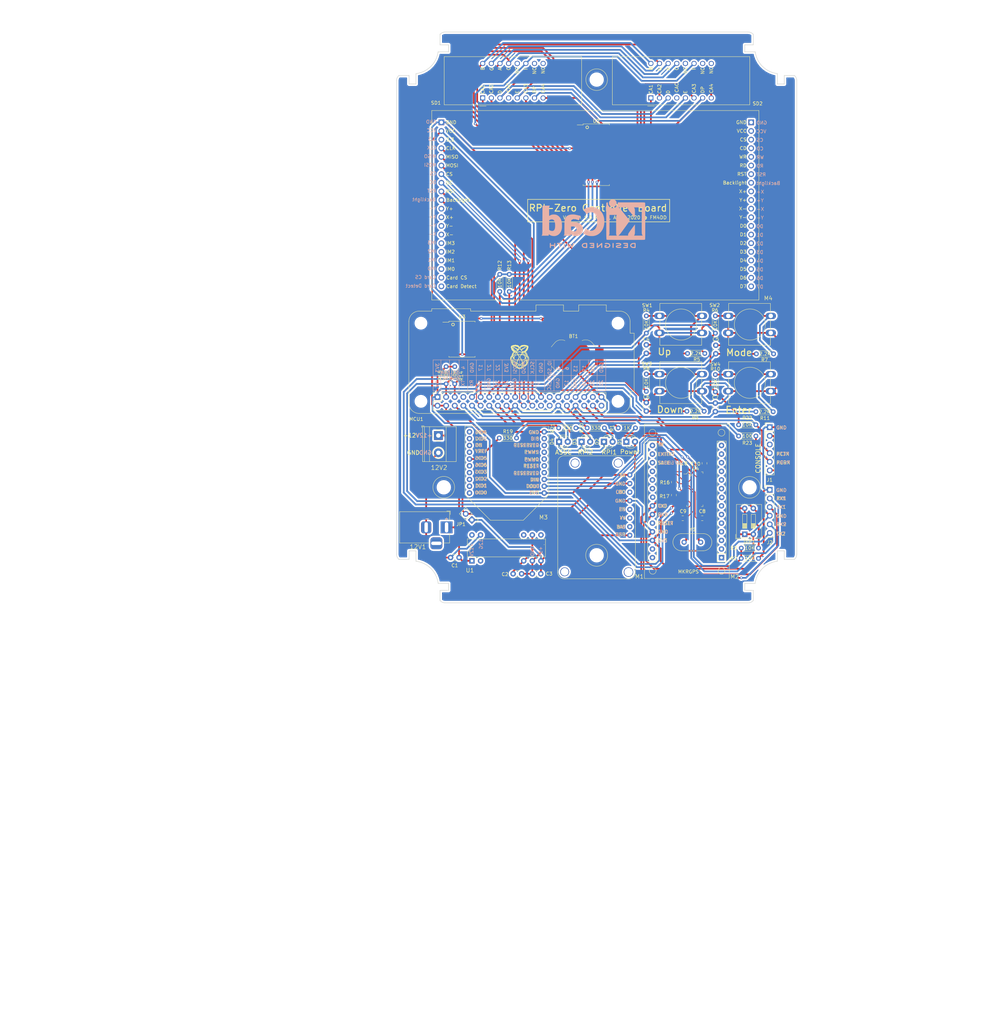
<source format=kicad_pcb>
(kicad_pcb (version 20171130) (host pcbnew "(5.1.5)-3")
  (layers (0 F.Cu signal) (31 B.Cu signal) (34 B.Paste user) (35 F.Paste user) (36 B.SilkS user) (37 F.SilkS user) (38 B.Mask user) (39 F.Mask user) (44 Edge.Cuts user))
  (net 0 "")
  (net 1 /12G)
  (net 2 "Net-(M1-Pad6)")
  (net 3 "Net-(M3-Pad16)")
  (net 4 "Net-(M3-Pad17)")
  (net 5 "Net-(M3-Pad15)")
  (net 6 "Net-(U1-Pad18)")
  (net 7 "Net-(U1-Pad12)")
  (net 8 "Net-(U1-Pad2)")
  (net 9 "Net-(U1-Pad10)")
  (net 10 "Net-(M2-Pad16)")
  (net 11 "Net-(M2-Pad17)")
  (net 12 "Net-(M2-Pad24)")
  (net 13 "Net-(M2-Pad15)")
  (net 14 "Net-(M3-Pad4)")
  (net 15 "Net-(M3-Pad5)")
  (net 16 "Net-(M3-Pad6)")
  (net 17 "Net-(M3-Pad7)")
  (net 18 "Net-(M3-Pad8)")
  (net 19 "Net-(M3-Pad9)")
  (net 20 "Net-(M3-Pad11)")
  (net 21 "Net-(M3-Pad12)")
  (net 22 "Net-(M3-Pad13)")
  (net 23 "Net-(M3-Pad14)")
  (net 24 "Net-(M3-Pad18)")
  (net 25 "Net-(M3-Pad19)")
  (net 26 "Net-(M3-Pad20)")
  (net 27 "Net-(MCU1-Pad27)")
  (net 28 "Net-(MCU1-Pad28)")
  (net 29 "Net-(MCU1-Pad37)")
  (net 30 "Net-(MCU1-Pad7)")
  (net 31 "Net-(MCU1-Pad26)")
  (net 32 "Net-(U2-Pad1)")
  (net 33 "Net-(U2-Pad2)")
  (net 34 "Net-(U2-Pad3)")
  (net 35 "Net-(U2-Pad4)")
  (net 36 "Net-(U2-Pad5)")
  (net 37 "Net-(U2-Pad28)")
  (net 38 /seg2)
  (net 39 /seg6)
  (net 40 /seg1)
  (net 41 /seg3)
  (net 42 /seg7)
  (net 43 /seg8)
  (net 44 /grid3)
  (net 45 /seg5)
  (net 46 /grid5)
  (net 47 /seg4)
  (net 48 /grid2)
  (net 49 /grid1)
  (net 50 /grid6)
  (net 51 /grid7)
  (net 52 /grid8)
  (net 53 /grid4)
  (net 54 "Net-(M1-Pad4)")
  (net 55 "Net-(M1-Pad3)")
  (net 56 "Net-(M1-Pad2)")
  (net 57 "Net-(U3-Pad4)")
  (net 58 "Net-(U3-Pad3)")
  (net 59 "Net-(U3-Pad1)")
  (net 60 /12V)
  (net 61 GND)
  (net 62 SW1)
  (net 63 SW2)
  (net 64 SW3)
  (net 65 SW4)
  (net 66 "Net-(C8-Pad1)")
  (net 67 "Net-(C9-Pad1)")
  (net 68 +5V)
  (net 69 +3V3)
  (net 70 "Net-(D2-Pad2)")
  (net 71 DIP2)
  (net 72 DIP1)
  (net 73 "Net-(J1-Pad3)")
  (net 74 RXR)
  (net 75 "Net-(M2-Pad1)")
  (net 76 "Net-(M2-Pad2)")
  (net 77 TXG)
  (net 78 RXG)
  (net 79 TXW)
  (net 80 RXW)
  (net 81 CLK)
  (net 82 RST)
  (net 83 "Net-(M4-Pad34)")
  (net 84 "Net-(M4-Pad31)")
  (net 85 "Net-(M4-Pad33)")
  (net 86 "Net-(M4-Pad35)")
  (net 87 "Net-(M4-Pad37)")
  (net 88 CS)
  (net 89 DC)
  (net 90 "Net-(M4-Pad32)")
  (net 91 "Net-(M4-Pad38)")
  (net 92 "Net-(M4-Pad40)")
  (net 93 MOSI)
  (net 94 "Net-(M4-Pad36)")
  (net 95 "Net-(M4-Pad39)")
  (net 96 "Net-(M4-Pad23)")
  (net 97 MISO)
  (net 98 BL)
  (net 99 "Net-(M4-Pad20)")
  (net 100 "Net-(M4-Pad19)")
  (net 101 "Net-(M4-Pad18)")
  (net 102 "Net-(M4-Pad17)")
  (net 103 "Net-(M4-Pad16)")
  (net 104 "Net-(M4-Pad15)")
  (net 105 "Net-(M4-Pad14)")
  (net 106 "Net-(M4-Pad13)")
  (net 107 "Net-(M4-Pad12)")
  (net 108 "Net-(M4-Pad11)")
  (net 109 "Net-(M4-Pad10)")
  (net 110 "Net-(M4-Pad9)")
  (net 111 "Net-(M4-Pad8)")
  (net 112 "Net-(M4-Pad7)")
  (net 113 "Net-(M4-Pad6)")
  (net 114 "Net-(M4-Pad5)")
  (net 115 "Net-(M4-Pad4)")
  (net 116 "Net-(M4-Pad3)")
  (net 117 "Net-(M4-Pad2)")
  (net 118 "Net-(M4-Pad1)")
  (net 119 SDA1)
  (net 120 7CLK)
  (net 121 SCL1)
  (net 122 7DIN)
  (net 123 IRQ)
  (net 124 D2)
  (net 125 TXR)
  (net 126 "Net-(MCU1-Pad40)")
  (net 127 "Net-(R16-Pad2)")
  (net 128 "Net-(U4-Pad1)")
  (net 129 "Net-(U4-Pad2)")
  (net 130 "Net-(U4-Pad12)")
  (net 131 "Net-(U4-Pad16)")
  (net 132 "Net-(U4-Pad17)")
  (net 133 "Net-(U4-Pad18)")
  (net 134 "Net-(U4-Pad19)")
  (net 135 "Net-(U4-Pad20)")
  (net 136 "Net-(U4-Pad21)")
  (net 137 "Net-(U4-Pad28)")
  (net 138 "Net-(U4-Pad27)")
  (net 139 "Net-(U4-Pad26)")
  (net 140 "Net-(U4-Pad25)")
  (net 141 "Net-(SD1-Pad12)")
  (net 142 "Net-(SD1-Pad10)")
  (net 143 "Net-(SD1-Pad9)")
  (net 144 "Net-(SD1-Pad4)")
  (net 145 "Net-(SD2-Pad12)")
  (net 146 "Net-(SD2-Pad10)")
  (net 147 "Net-(SD2-Pad9)")
  (net 148 "Net-(SD2-Pad4)")
  (net 149 "Net-(U2-Pad27)")
  (net 150 "Net-(U2-Pad26)")
  (net 151 /LOOP)
  (net 152 /RXP)
  (net 153 "Net-(D3-Pad2)")
  (net 154 "Net-(D4-Pad2)")
  (net 155 "Net-(R4-Pad1)")
  (net 156 "Net-(R6-Pad1)")
  (net 157 "Net-(R8-Pad1)")
  (net 158 "Net-(R10-Pad1)")
  (net 159 "Net-(R17-Pad2)")
  (net 160 D3)
  (net 161 /Bat)
  (net 162 /Ena)
  (net 163 /P-5V)
  (net 164 "Net-(D1-Pad1)")
  (module 01_FM4DD:SOP-28_7.5x17.9mm_P1.27mm (layer F.Cu) (at 87.884 56.7055)
    (fp_text reference U2 (at 0 -9.9) (layer F.SilkS))
    (fp_text value TM1640)
    (pad 15 smd roundrect (at 4.65 8.275) (size 2 0.55) (layers F.Cu F.Paste F.Mask) (net 42 /seg7))
    (pad 16 smd roundrect (at 4.65 7.005) (size 2 0.55) (layers F.Cu F.Paste F.Mask) (net 43 /seg8))
    (pad 14 smd roundrect (at -4.65 8.275) (size 2 0.55) (layers F.Cu F.Paste F.Mask) (net 39 /seg6))
    (pad 13 smd roundrect (at -4.65 7.005) (size 2 0.55) (layers F.Cu F.Paste F.Mask) (net 45 /seg5))
    (pad 28 smd roundrect (at 4.65 -8.235) (size 2 0.55) (layers F.Cu F.Paste F.Mask) (net 37 "Net-(U2-Pad28)"))
    (pad 27 smd roundrect (at 4.65 -6.965) (size 2 0.55) (layers F.Cu F.Paste F.Mask) (net 149 "Net-(U2-Pad27)"))
    (pad 26 smd roundrect (at 4.65 -5.695) (size 2 0.55) (layers F.Cu F.Paste F.Mask) (net 150 "Net-(U2-Pad26)"))
    (pad 25 smd roundrect (at 4.65 -4.425) (size 2 0.55) (layers F.Cu F.Paste F.Mask) (net 52 /grid8))
    (pad 24 smd roundrect (at 4.65 -3.155) (size 2 0.55) (layers F.Cu F.Paste F.Mask) (net 51 /grid7))
    (pad 23 smd roundrect (at 4.65 -1.885) (size 2 0.55) (layers F.Cu F.Paste F.Mask) (net 50 /grid6))
    (pad 22 smd roundrect (at 4.65 -0.615) (size 2 0.55) (layers F.Cu F.Paste F.Mask) (net 46 /grid5))
    (pad 21 smd roundrect (at 4.65 0.655) (size 2 0.55) (layers F.Cu F.Paste F.Mask) (net 53 /grid4))
    (pad 20 smd roundrect (at 4.65 1.925) (size 2 0.55) (layers F.Cu F.Paste F.Mask) (net 44 /grid3))
    (pad 19 smd roundrect (at 4.65 3.195) (size 2 0.55) (layers F.Cu F.Paste F.Mask) (net 48 /grid2))
    (pad 18 smd roundrect (at 4.65 4.465) (size 2 0.55) (layers F.Cu F.Paste F.Mask) (net 49 /grid1))
    (pad 17 smd roundrect (at 4.65 5.735) (size 2 0.55) (layers F.Cu F.Paste F.Mask) (net 68 +5V))
    (pad 12 smd roundrect (at -4.65 5.735) (size 2 0.55) (layers F.Cu F.Paste F.Mask) (net 47 /seg4))
    (pad 11 smd roundrect (at -4.65 4.465) (size 2 0.55) (layers F.Cu F.Paste F.Mask) (net 41 /seg3))
    (pad 10 smd roundrect (at -4.65 3.195) (size 2 0.55) (layers F.Cu F.Paste F.Mask) (net 38 /seg2))
    (pad 9 smd roundrect (at -4.65 1.925) (size 2 0.55) (layers F.Cu F.Paste F.Mask) (net 40 /seg1))
    (pad 8 smd roundrect (at -4.65 0.655) (size 2 0.55) (layers F.Cu F.Paste F.Mask) (net 120 7CLK))
    (pad 7 smd roundrect (at -4.65 -0.615) (size 2 0.55) (layers F.Cu F.Paste F.Mask) (net 122 7DIN))
    (pad 6 smd roundrect (at -4.65 -1.885) (size 2 0.55) (layers F.Cu F.Paste F.Mask) (net 61 GND))
    (pad 5 smd roundrect (at -4.65 -3.155) (size 2 0.55) (layers F.Cu F.Paste F.Mask) (net 36 "Net-(U2-Pad5)"))
    (pad 4 smd roundrect (at -4.65 -4.425) (size 2 0.55) (layers F.Cu F.Paste F.Mask) (net 35 "Net-(U2-Pad4)"))
    (pad 3 smd roundrect (at -4.65 -5.695) (size 2 0.55) (layers F.Cu F.Paste F.Mask) (net 34 "Net-(U2-Pad3)"))
    (pad 2 smd roundrect (at -4.65 -6.965) (size 2 0.55) (layers F.Cu F.Paste F.Mask) (net 33 "Net-(U2-Pad2)"))
    (pad 1 smd roundrect (at -4.65 -8.235) (size 2 0.55) (layers F.Cu F.Paste F.Mask) (net 32 "Net-(U2-Pad1)"))
  )
  (module 01_FM4DD:BarrelJack_2.1mm (layer F.Cu) (at 43.815 166.37)
    (fp_text reference 12V1 (at -8.45 5.75) (layer F.SilkS) (effects (font (size 1.3 1.3))))
    (fp_text value 2.1mm_PowerJack)
    (fp_text user - (at -5.715 -2.54) (layer F.SilkS))
    (fp_text user + (at 0 -2.54) (layer F.SilkS))
    (pad 3 thru_hole roundrect (at -3 4.7) (size 3.5 3.5) (drill oval 3 1) (layers *.Cu *.Mask))
    (pad 2 thru_hole roundrect (at -6 0) (size 3 3.5) (drill oval 1 3) (layers *.Cu *.Mask) (net 1 /12G))
    (pad 1 thru_hole rect (at 0 0) (size 3.5 3.5) (drill oval 1 3) (layers *.Cu *.Mask) (net 60 /12V))
  )
  (module 01_FM4DD:TSSOP-28_4.4x9.7mm_P0.65mm (layer F.Cu) (at 116.8908 155.1432 270)
    (fp_text reference U4 (at -6.0452 -0.254 180) (layer F.SilkS))
    (fp_text value SC16IS752_I2C2UARTx2_IC)
    (pad 28 smd rect (at -4.225 -2.8 270) (size 0.3 1.6) (layers F.Cu F.Paste F.Mask) (net 137 "Net-(U4-Pad28)"))
    (pad 27 smd rect (at -3.575 -2.8 270) (size 0.3 1.6) (layers F.Cu F.Paste F.Mask) (net 138 "Net-(U4-Pad27)"))
    (pad 26 smd rect (at -2.925 -2.8 270) (size 0.3 1.6) (layers F.Cu F.Paste F.Mask) (net 139 "Net-(U4-Pad26)"))
    (pad 25 smd rect (at -2.275 -2.8 270) (size 0.3 1.6) (layers F.Cu F.Paste F.Mask) (net 140 "Net-(U4-Pad25)"))
    (pad 24 smd rect (at -1.625 -2.8 270) (size 0.3 1.6) (layers F.Cu F.Paste F.Mask) (net 79 TXW))
    (pad 23 smd rect (at -0.975 -2.8 270) (size 0.3 1.6) (layers F.Cu F.Paste F.Mask) (net 80 RXW))
    (pad 22 smd rect (at -0.325 -2.8 270) (size 0.3 1.6) (layers F.Cu F.Paste F.Mask) (net 61 GND))
    (pad 21 smd rect (at 0.325 -2.8 270) (size 0.3 1.6) (layers F.Cu F.Paste F.Mask) (net 136 "Net-(U4-Pad21)"))
    (pad 20 smd rect (at 0.975 -2.8 270) (size 0.3 1.6) (layers F.Cu F.Paste F.Mask) (net 135 "Net-(U4-Pad20)"))
    (pad 19 smd rect (at 1.625 -2.8 270) (size 0.3 1.6) (layers F.Cu F.Paste F.Mask) (net 134 "Net-(U4-Pad19)"))
    (pad 18 smd rect (at 2.275 -2.8 270) (size 0.3 1.6) (layers F.Cu F.Paste F.Mask) (net 133 "Net-(U4-Pad18)"))
    (pad 17 smd rect (at 2.925 -2.8 270) (size 0.3 1.6) (layers F.Cu F.Paste F.Mask) (net 132 "Net-(U4-Pad17)"))
    (pad 16 smd rect (at 3.575 -2.8 270) (size 0.3 1.6) (layers F.Cu F.Paste F.Mask) (net 131 "Net-(U4-Pad16)"))
    (pad 15 smd rect (at 4.225 -2.8 270) (size 0.3 1.6) (layers F.Cu F.Paste F.Mask) (net 123 IRQ))
    (pad 14 smd rect (at 4.225 2.8 270) (size 0.3 1.6) (layers F.Cu F.Paste F.Mask) (net 119 SDA1))
    (pad 13 smd rect (at 3.575 2.8 270) (size 0.3 1.6) (layers F.Cu F.Paste F.Mask) (net 121 SCL1))
    (pad 12 smd rect (at 2.925 2.8 270) (size 0.3 1.6) (layers F.Cu F.Paste F.Mask) (net 130 "Net-(U4-Pad12)"))
    (pad 11 smd rect (at 2.275 2.8 270) (size 0.3 1.6) (layers F.Cu F.Paste F.Mask) (net 69 +3V3))
    (pad 10 smd rect (at 1.625 2.8 270) (size 0.3 1.6) (layers F.Cu F.Paste F.Mask) (net 69 +3V3))
    (pad 9 smd rect (at 0.975 2.8 270) (size 0.3 1.6) (layers F.Cu F.Paste F.Mask) (net 159 "Net-(R17-Pad2)"))
    (pad 8 smd rect (at 0.325 2.8 270) (size 0.3 1.6) (layers F.Cu F.Paste F.Mask) (net 68 +5V))
    (pad 7 smd rect (at -0.325 2.8 270) (size 0.3 1.6) (layers F.Cu F.Paste F.Mask) (net 67 "Net-(C9-Pad1)"))
    (pad 6 smd rect (at -0.975 2.8 270) (size 0.3 1.6) (layers F.Cu F.Paste F.Mask) (net 66 "Net-(C8-Pad1)"))
    (pad 5 smd rect (at -1.625 2.8 270) (size 0.3 1.6) (layers F.Cu F.Paste F.Mask) (net 127 "Net-(R16-Pad2)"))
    (pad 4 smd rect (at -2.275 2.8 270) (size 0.3 1.6) (layers F.Cu F.Paste F.Mask) (net 77 TXG))
    (pad 3 smd rect (at -2.925 2.8 270) (size 0.3 1.6) (layers F.Cu F.Paste F.Mask) (net 78 RXG))
    (pad 2 smd rect (at -3.575 2.8 270) (size 0.3 1.6) (layers F.Cu F.Paste F.Mask) (net 129 "Net-(U4-Pad2)"))
    (pad 1 smd rect (at -4.225 2.8 270) (size 0.3 1.6) (layers F.Cu F.Paste F.Mask) (net 128 "Net-(U4-Pad1)"))
  )
  (module Resistor_SMD:R_0805_2012Metric_Pad1.15x1.40mm_HandSolder (layer F.Cu) (at 110.744 147.5232 270)
    (fp_text reference R18 (at 0.0508 -2.54 180) (layer F.SilkS))
    (fp_text value 1K)
    (pad 2 smd roundrect (at 1.025 0 270) (size 1.15 1.4) (layers F.Cu F.Paste F.Mask) (roundrect_rratio 0.217391) (net 69 +3V3))
    (pad 1 smd roundrect (at -1.025 0 270) (size 1.15 1.4) (layers F.Cu F.Paste F.Mask) (roundrect_rratio 0.217391) (net 123 IRQ))
  )
  (module 01_FM4DD:Arduino_MKRGPS (layer F.Cu) (at 114.6556 158.8262)
    (fp_text reference M2 (at 13.97 22.0726) (layer F.SilkS) (effects (font (size 1.2 1.2))))
    (fp_text value ARDUINO_MKRGPS_MOD)
    (fp_text user MKRGPS (at 0.3556 20.5994 180) (layer F.SilkS))
    (fp_text user 3V3 (at -8.7376 11.43) (layer F.SilkS) (effects (justify left)))
    (fp_text user GND (at -8.7376 8.89) (layer F.SilkS) (effects (justify left)))
    (fp_text user RESET (at -8.7376 6.35) (layer F.SilkS) (effects (justify left)))
    (fp_text user RXD (at -8.7376 3.81) (layer F.SilkS) (effects (justify left)))
    (fp_text user TXD (at -8.7376 1.27) (layer F.SilkS) (effects (justify left)))
    (fp_text user SAFE (at -8.7376 -11.43) (layer F.SilkS) (effects (justify left)))
    (fp_text user EXTINT (at -8.7376 -13.97) (layer F.SilkS) (effects (justify left)))
    (fp_text user TP (at -8.7376 -16.764) (layer F.SilkS) (effects (justify left)))
    (pad 15 thru_hole oval (at -10.2362 -16.5608 180) (size 1.6 1.6) (drill 0.8) (layers *.Cu *.Mask) (net 13 "Net-(M2-Pad15)"))
    (pad 14 thru_hole oval (at 10.0838 -16.5608 180) (size 1.6 1.6) (drill 0.8) (layers *.Cu *.Mask))
    (pad 28 thru_hole oval (at -10.2362 16.4592 180) (size 1.6 1.6) (drill 0.8) (layers *.Cu *.Mask))
    (pad 13 thru_hole oval (at 10.0838 -14.0208 180) (size 1.6 1.6) (drill 0.8) (layers *.Cu *.Mask))
    (pad 27 thru_hole oval (at -10.2362 13.9192 180) (size 1.6 1.6) (drill 0.8) (layers *.Cu *.Mask))
    (pad 12 thru_hole oval (at 10.0838 -11.4808 180) (size 1.6 1.6) (drill 0.8) (layers *.Cu *.Mask))
    (pad 26 thru_hole oval (at -10.2362 11.3792 180) (size 1.6 1.6) (drill 0.8) (layers *.Cu *.Mask) (net 69 +3V3))
    (pad 11 thru_hole oval (at 10.0838 -8.9408 180) (size 1.6 1.6) (drill 0.8) (layers *.Cu *.Mask))
    (pad 25 thru_hole oval (at -10.2362 8.8392 180) (size 1.6 1.6) (drill 0.8) (layers *.Cu *.Mask) (net 61 GND))
    (pad 10 thru_hole oval (at 10.0838 -6.4008 180) (size 1.6 1.6) (drill 0.8) (layers *.Cu *.Mask))
    (pad 24 thru_hole oval (at -10.2362 6.2992 180) (size 1.6 1.6) (drill 0.8) (layers *.Cu *.Mask) (net 12 "Net-(M2-Pad24)"))
    (pad 9 thru_hole oval (at 10.0838 -3.8608 180) (size 1.6 1.6) (drill 0.8) (layers *.Cu *.Mask))
    (pad 23 thru_hole oval (at -10.2362 3.7592 180) (size 1.6 1.6) (drill 0.8) (layers *.Cu *.Mask) (net 78 RXG))
    (pad 8 thru_hole oval (at 10.16 -1.27 180) (size 1.6 1.6) (drill 0.8) (layers *.Cu *.Mask))
    (pad 22 thru_hole oval (at -10.2362 1.2192 180) (size 1.6 1.6) (drill 0.8) (layers *.Cu *.Mask) (net 77 TXG))
    (pad 7 thru_hole oval (at 10.0838 1.2192 180) (size 1.6 1.6) (drill 0.8) (layers *.Cu *.Mask))
    (pad 21 thru_hole oval (at -10.16 -1.3208 180) (size 1.6 1.6) (drill 0.8) (layers *.Cu *.Mask))
    (pad 6 thru_hole oval (at 10.0838 3.7592 180) (size 1.6 1.6) (drill 0.8) (layers *.Cu *.Mask))
    (pad 20 thru_hole oval (at -10.2362 -3.8608 180) (size 1.6 1.6) (drill 0.8) (layers *.Cu *.Mask))
    (pad 5 thru_hole oval (at 10.0838 6.2992 180) (size 1.6 1.6) (drill 0.8) (layers *.Cu *.Mask))
    (pad 19 thru_hole oval (at -10.2362 -6.4008 180) (size 1.6 1.6) (drill 0.8) (layers *.Cu *.Mask))
    (pad 4 thru_hole oval (at 10.0838 8.8392 180) (size 1.6 1.6) (drill 0.8) (layers *.Cu *.Mask))
    (pad 18 thru_hole oval (at -10.2362 -8.9408 180) (size 1.6 1.6) (drill 0.8) (layers *.Cu *.Mask))
    (pad 3 thru_hole oval (at 10.0838 11.3792 180) (size 1.6 1.6) (drill 0.8) (layers *.Cu *.Mask))
    (pad 17 thru_hole oval (at -10.2362 -11.4808 180) (size 1.6 1.6) (drill 0.8) (layers *.Cu *.Mask) (net 11 "Net-(M2-Pad17)"))
    (pad 2 thru_hole oval (at 10.0838 13.9192 180) (size 1.6 1.6) (drill 0.8) (layers *.Cu *.Mask) (net 76 "Net-(M2-Pad2)"))
    (pad 16 thru_hole oval (at -10.2362 -14.0208 180) (size 1.6 1.6) (drill 0.8) (layers *.Cu *.Mask) (net 10 "Net-(M2-Pad16)"))
    (pad 1 thru_hole rect (at 10.0838 16.4592 180) (size 1.6 1.6) (drill 0.8) (layers *.Cu *.Mask) (net 75 "Net-(M2-Pad1)"))
  )
  (module Connector_PinHeader_2.54mm:PinHeader_1x06_P2.54mm_Vertical (layer F.Cu) (at 138.938 155.321)
    (fp_text reference J2 (at 0 15.494) (layer F.SilkS))
    (fp_text value Conn_01x06)
    (pad 6 thru_hole oval (at 0 12.7) (size 1.7 1.7) (drill 1) (layers *.Cu *.Mask) (net 80 RXW))
    (pad 5 thru_hole oval (at 0 10.16) (size 1.7 1.7) (drill 1) (layers *.Cu *.Mask) (net 79 TXW))
    (pad 4 thru_hole oval (at 0 7.62) (size 1.7 1.7) (drill 1) (layers *.Cu *.Mask) (net 61 GND))
    (pad 3 thru_hole oval (at 0 5.08) (size 1.7 1.7) (drill 1) (layers *.Cu *.Mask) (net 78 RXG))
    (pad 2 thru_hole oval (at 0 2.54) (size 1.7 1.7) (drill 1) (layers *.Cu *.Mask) (net 77 TXG))
    (pad 1 thru_hole rect (at 0 0) (size 1.7 1.7) (drill 1) (layers *.Cu *.Mask) (net 61 GND))
  )
  (module Resistor_THT:R_Axial_DIN0204_L3.6mm_D1.6mm_P5.08mm_Horizontal (layer F.Cu) (at 43.688 124.1552 90)
    (fp_text reference R15 (at 2.54 -1.778 90) (layer F.SilkS))
    (fp_text value 10K (at 2.6162 0 90) (layer F.SilkS))
    (pad 2 thru_hole oval (at 5.08 0 90) (size 1.4 1.4) (drill 0.7) (layers *.Cu *.Mask) (net 69 +3V3))
    (pad 1 thru_hole circle (at 0 0 90) (size 1.4 1.4) (drill 0.7) (layers *.Cu *.Mask) (net 119 SDA1))
  )
  (module Resistor_THT:R_Axial_DIN0204_L3.6mm_D1.6mm_P5.08mm_Horizontal (layer F.Cu) (at 46.228 124.1552 90)
    (fp_text reference R14 (at 2.3622 1.905 90) (layer F.SilkS))
    (fp_text value 10K (at 2.6162 0 90) (layer F.SilkS))
    (pad 2 thru_hole oval (at 5.08 0 90) (size 1.4 1.4) (drill 0.7) (layers *.Cu *.Mask) (net 69 +3V3))
    (pad 1 thru_hole circle (at 0 0 90) (size 1.4 1.4) (drill 0.7) (layers *.Cu *.Mask) (net 121 SCL1))
  )
  (module "" (layer B.Cu) (at 38.608 117.348 270)
    (fp_text reference "" (at 0 0 90) (layer B.SilkS) (effects (font (size 1.27 1.27)) (justify mirror)))
    (fp_text value "" (at 0 0 90) (layer B.SilkS) (effects (font (size 1.27 1.27)) (justify mirror)))
    (fp_text user 27 (at 2.032 -17.78 90) (layer B.SilkS) (effects (justify mirror)))
    (fp_text user GND (at 2.032 -50.8 90) (layer B.SilkS) (effects (justify mirror)))
    (fp_text user MISO (at 2.032 -27.94 90) (layer B.SilkS) (effects (justify mirror)))
    (fp_text user 23 (at 6.604 -20.193 90) (layer B.SilkS) (effects (justify mirror)))
    (fp_text user 3V3 (at 2.032 -22.86 90) (layer B.SilkS) (effects (justify mirror)))
    (fp_text user ID_SD (at 2.032 -35.56 90) (layer B.SilkS) (effects (justify mirror)))
    (fp_text user GND (at 6.604 -37.973 90) (layer B.SilkS) (effects (justify mirror)))
    (fp_text user ID_SC (at 6.604 -35.433 90) (layer B.SilkS) (effects (justify mirror)))
    (fp_text user 5 (at 2.286 -38.1 90) (layer B.SilkS) (effects (justify mirror)))
    (fp_text user 17 (at 2.032 -15.24 90) (layer B.SilkS) (effects (justify mirror)))
    (fp_text user 18 (at 6.604 -15.113 90) (layer B.SilkS) (effects (justify mirror)))
    (fp_text user 22 (at 2.032 -20.32 90) (layer B.SilkS) (effects (justify mirror)))
    (fp_text user 4 (at 2.032 -10.16 90) (layer B.SilkS) (effects (justify mirror)))
    (fp_text user 25 (at 6.604 -27.813 90) (layer B.SilkS) (effects (justify mirror)))
    (fp_text user 24 (at 6.731 -22.733 90) (layer B.SilkS) (effects (justify mirror)))
    (fp_text user RX (at 6.604 -12.573 90) (layer B.SilkS) (effects (justify mirror)))
    (fp_text user 6 (at 2.286 -40.64 90) (layer B.SilkS) (effects (justify mirror)))
    (fp_text user 26 (at 2.286 -48.26 90) (layer B.SilkS) (effects (justify mirror)))
    (fp_text user SCLK (at 2.032 -30.48 90) (layer B.SilkS) (effects (justify mirror)))
    (fp_text user GND (at 6.604 -17.653 90) (layer B.SilkS) (effects (justify mirror)))
    (fp_text user 12 (at 6.604 -40.513 90) (layer B.SilkS) (effects (justify mirror)))
    (fp_text user 16 (at 6.604 -45.593 90) (layer B.SilkS) (effects (justify mirror)))
    (fp_text user GND (at 2.032 -12.7 90) (layer B.SilkS) (effects (justify mirror)))
    (fp_text user GND (at 6.604 -43.053 90) (layer B.SilkS) (effects (justify mirror)))
    (fp_text user GND (at 6.604 -25.273 90) (layer B.SilkS) (effects (justify mirror)))
    (fp_text user 13 (at 2.286 -43.18 90) (layer B.SilkS) (effects (justify mirror)))
    (fp_text user 20 (at 6.604 -48.133 90) (layer B.SilkS) (effects (justify mirror)))
    (fp_text user 8 (at 6.604 -30.353 90) (layer B.SilkS) (effects (justify mirror)))
    (fp_text user 19 (at 2.286 -45.72 90) (layer B.SilkS) (effects (justify mirror)))
    (fp_text user GND (at 2.032 -33.02 90) (layer B.SilkS) (effects (justify mirror)))
    (fp_text user TX (at 6.604 -10.033 90) (layer B.SilkS) (effects (justify mirror)))
    (fp_text user MOSI (at 2.032 -25.4 90) (layer B.SilkS) (effects (justify mirror)))
    (fp_text user 7 (at 6.604 -32.639 90) (layer B.SilkS) (effects (justify mirror)))
    (fp_text user 21 (at 6.604 -50.673 90) (layer B.SilkS) (effects (justify mirror)))
    (fp_text user GND (at 5.207 -7.493 180) (layer B.SilkS) (effects (font (size 0.9 0.9)) (justify mirror)))
    (fp_text user 5V (at 5.207 -4.826 180) (layer B.SilkS) (effects (font (size 0.9 0.9)) (justify mirror)))
    (fp_text user SCL (at 3.429 -7.493 180) (layer B.SilkS) (effects (font (size 0.9 0.9)) (justify mirror)))
    (fp_text user 5V (at 6.858 -2.413 90) (layer B.SilkS) (effects (justify mirror)))
    (fp_text user SDA (at 3.429 -4.826 180) (layer B.SilkS) (effects (font (size 0.9 0.9)) (justify mirror)))
    (fp_text user 3V3 (at 2.032 -2.54 90) (layer B.SilkS) (effects (justify mirror)))
  )
  (module "" (layer B.Cu) (at 40.64 163.957)
    (fp_text reference "" (at 104.394 -152.527) (layer B.SilkS) (effects (font (size 1.27 1.27)) (justify mirror)))
    (fp_text value "" (at 104.394 -152.527) (layer B.SilkS) (effects (font (size 1.27 1.27)) (justify mirror)))
    (fp_text user + (at 3.175 -0.127) (layer B.SilkS) (effects (justify mirror)))
    (fp_text user - (at -2.54 -0.127) (layer B.SilkS) (effects (justify mirror)))
  )
  (module "" (layer F.Cu) (at 104.394 152.527)
    (fp_text reference "" (at 97.409 159.766) (layer F.SilkS) (effects (font (size 1.27 1.27))))
    (fp_text value "" (at 97.409 159.766) (layer F.SilkS) (effects (font (size 1.27 1.27))))
    (fp_text user EXTINT (at 1.524 -7.6708 180) (layer B.SilkS) (effects (justify right mirror)))
    (fp_text user RXD (at 1.524 10.1092 180) (layer B.SilkS) (effects (justify right mirror)))
    (fp_text user SAFEBOOT (at 1.524 -5.1308 180) (layer B.SilkS) (effects (justify right mirror)))
    (fp_text user GND (at 1.524 15.1892 180) (layer B.SilkS) (effects (justify right mirror)))
    (fp_text user RESET (at 1.524 12.6492 180) (layer B.SilkS) (effects (justify right mirror)))
    (fp_text user 3V3 (at 1.524 17.7292 180) (layer B.SilkS) (effects (justify right mirror)))
    (fp_text user TXD (at 1.524 7.5692 180) (layer B.SilkS) (effects (justify right mirror)))
    (fp_text user TP (at 1.524 -10.4648 180) (layer B.SilkS) (effects (justify right mirror)))
  )
  (module "" (layer F.Cu) (at 97.409 159.766)
    (fp_text reference "" (at 72.517 145.288) (layer F.SilkS) (effects (font (size 1.27 1.27))))
    (fp_text value "" (at 72.517 145.288) (layer F.SilkS) (effects (font (size 1.27 1.27))))
    (fp_text user GND (at -0.8382 -1.18872 180) (layer B.SilkS) (effects (justify left mirror)))
    (fp_text user 5V (at -0.8382 -8.7503 180) (layer B.SilkS) (effects (justify left mirror)))
    (fp_text user Vs (at -0.8382 3.77444 180) (layer B.SilkS) (effects (justify left mirror)))
    (fp_text user BAT (at -0.8382 6.4897 180) (layer B.SilkS) (effects (justify left mirror)))
    (fp_text user USB (at -0.8382 8.70712) (layer B.SilkS) (effects (justify left mirror)))
    (fp_text user GND (at -0.8382 -6.2103 180) (layer B.SilkS) (effects (justify left mirror)))
    (fp_text user LBO (at -0.8382 -3.78968 180) (layer B.SilkS) (effects (justify left mirror)))
    (fp_text user EN (at -0.8382 1.29794 180) (layer B.SilkS) (effects (justify left mirror)))
  )
  (module "" (layer B.Cu) (at 72.517 145.288 180)
    (fp_text reference "" (at 51.2064 -145.8722) (layer B.SilkS) (effects (font (size 1.27 1.27)) (justify mirror)))
    (fp_text value "" (at 51.2064 -145.8722) (layer B.SilkS) (effects (font (size 1.27 1.27)) (justify mirror)))
    (fp_text user RESERVED (at 5.2324 3.048) (layer B.SilkS) (effects (justify mirror)))
    (fp_text user RESET (at 3.7084 -3.175 180) (layer B.SilkS) (effects (justify mirror)))
    (fp_text user PWM0 (at 3.5814 -1.27 180) (layer B.SilkS) (effects (justify mirror)))
    (fp_text user RESERVED (at 5.2324 -5.207 180) (layer B.SilkS) (effects (justify mirror)))
    (fp_text user GND (at 4.572 6.858 180) (layer B.SilkS) (effects (justify right mirror)))
    (fp_text user DI8 (at 2.667 4.953 180) (layer B.SilkS) (effects (justify mirror)))
    (fp_text user PWM1 (at 3.5814 1.016 180) (layer B.SilkS) (effects (justify mirror)))
    (fp_text user 3V3 (at 2.9464 -10.922 180) (layer B.SilkS) (effects (justify mirror)))
    (fp_text user DIN (at 2.6924 -7.112 180) (layer B.SilkS) (effects (justify mirror)))
    (fp_text user DOUT (at 3.3274 -9.017 180) (layer B.SilkS) (effects (justify mirror)))
  )
  (module "" (layer B.Cu) (at 51.2064 145.8722 180)
    (fp_text reference "" (at 138.6078 -64.7446) (layer B.SilkS) (effects (font (size 1.27 1.27)) (justify mirror)))
    (fp_text value "" (at 138.6078 -64.7446) (layer B.SilkS) (effects (font (size 1.27 1.27)) (justify mirror)))
    (fp_text user VREF (at -4.5212 1.905 180) (layer B.SilkS) (effects (justify left mirror)))
    (fp_text user DIO2 (at -4.5212 -6.223 180) (layer B.SilkS) (effects (justify left mirror)))
    (fp_text user DIO4 (at -4.5212 7.4676 180) (layer B.SilkS) (effects (justify left mirror)))
    (fp_text user DIO5 (at -4.5212 -0.127 180) (layer B.SilkS) (effects (justify left mirror)))
    (fp_text user DIO7 (at -4.5466 5.5626 180) (layer B.SilkS) (effects (justify left mirror)))
    (fp_text user DIO1 (at -4.5212 -8.255 180) (layer B.SilkS) (effects (justify left mirror)))
    (fp_text user DIO3 (at -4.5212 -4.191 180) (layer B.SilkS) (effects (justify left mirror)))
    (fp_text user DIO0 (at -4.5212 -10.287 180) (layer B.SilkS) (effects (justify left mirror)))
    (fp_text user ON (at -3.1496 3.683 180) (layer B.SilkS) (effects (justify left mirror)))
    (fp_text user DIO6 (at -4.5212 -2.159 180) (layer B.SilkS) (effects (justify left mirror)))
  )
  (module "" (layer B.Cu) (at 138.6078 64.7446 180)
    (fp_text reference "" (at 41.148 -128.016) (layer B.SilkS) (effects (font (size 1.27 1.27)) (justify mirror)))
    (fp_text value "" (at 41.148 -128.016) (layer B.SilkS) (effects (font (size 1.27 1.27)) (justify mirror)))
    (fp_text user Y- (at 3.6322 -10.5029 180) (layer B.SilkS) (effects (justify right mirror)))
    (fp_text user WR (at 3.6322 7.2771 180) (layer B.SilkS) (effects (justify right mirror)))
    (fp_text user RD (at 3.6322 4.7371 180) (layer B.SilkS) (effects (justify right mirror)))
    (fp_text user VCC (at 3.6322 14.8971 180) (layer B.SilkS) (effects (justify right mirror)))
    (fp_text user D3 (at 3.6322 -20.6629 180) (layer B.SilkS) (effects (justify right mirror)))
    (fp_text user D0 (at 3.6322 -13.0429 180) (layer B.SilkS) (effects (justify right mirror)))
    (fp_text user RST (at 3.6322 2.1971 180) (layer B.SilkS) (effects (justify right mirror)))
    (fp_text user D2 (at 3.6322 -18.1229 180) (layer B.SilkS) (effects (justify right mirror)))
    (fp_text user D1 (at 3.6322 -15.5829 180) (layer B.SilkS) (effects (justify right mirror)))
    (fp_text user Backlight (at 3.6322 -0.3429 180) (layer B.SilkS) (effects (justify right mirror)))
    (fp_text user D7 (at 3.6322 -30.8229 180) (layer B.SilkS) (effects (justify right mirror)))
    (fp_text user CS (at 3.6322 12.3571 180) (layer B.SilkS) (effects (justify right mirror)))
    (fp_text user D5 (at 3.6322 -25.7429 180) (layer B.SilkS) (effects (justify right mirror)))
    (fp_text user CD (at 3.6322 9.8171 180) (layer B.SilkS) (effects (justify right mirror)))
    (fp_text user D4 (at 3.6322 -23.2029 180) (layer B.SilkS) (effects (justify right mirror)))
    (fp_text user D6 (at 3.6322 -28.2829 180) (layer B.SilkS) (effects (justify right mirror)))
    (fp_text user GND (at 3.6322 17.4371 180) (layer B.SilkS) (effects (justify right mirror)))
    (fp_text user X- (at 3.6322 -7.9629 180) (layer B.SilkS) (effects (justify right mirror)))
    (fp_text user Y+ (at 3.6322 -5.4229 180) (layer B.SilkS) (effects (justify right mirror)))
    (fp_text user X+ (at 3.6322 -2.8829 180) (layer B.SilkS) (effects (justify right mirror)))
  )
  (module 01_FM4DD:RasPi0_FaceDown_MountingHoles (layer F.Cu) (at 41.148 128.016 90)
    (fp_text reference MCU1 (at -6.5024 -6.2484) (layer F.SilkS))
    (fp_text value RPi_GPIO)
    (pad "" np_thru_hole circle (at -1.27 53.13 180) (size 2.75 2.75) (drill 2.75) (layers *.Cu *.Mask))
    (pad "" np_thru_hole circle (at 21.73 -4.87 180) (size 2.75 2.75) (drill 2.75) (layers *.Cu *.Mask))
    (pad "" np_thru_hole circle (at 21.73 53.13 180) (size 2.75 2.75) (drill 2.75) (layers *.Cu *.Mask))
    (pad "" np_thru_hole circle (at -1.27 -4.87 180) (size 2.75 2.75) (drill 2.75) (layers *.Cu *.Mask))
    (pad 40 thru_hole oval (at -2.54 48.26 90) (size 1.7 1.7) (drill 1) (layers *.Cu *.Mask) (net 126 "Net-(MCU1-Pad40)"))
    (pad 39 thru_hole oval (at 0 48.26 90) (size 1.7 1.7) (drill 1) (layers *.Cu *.Mask) (net 61 GND))
    (pad 26 thru_hole oval (at -2.54 30.48 90) (size 1.7 1.7) (drill 1) (layers *.Cu *.Mask) (net 31 "Net-(MCU1-Pad26)"))
    (pad 25 thru_hole oval (at 0 30.48 90) (size 1.7 1.7) (drill 1) (layers *.Cu *.Mask) (net 61 GND))
    (pad 22 thru_hole oval (at -2.54 25.4 90) (size 1.7 1.7) (drill 1) (layers *.Cu *.Mask) (net 89 DC))
    (pad 21 thru_hole oval (at 0 25.4 90) (size 1.7 1.7) (drill 1) (layers *.Cu *.Mask) (net 97 MISO))
    (pad 30 thru_hole oval (at -2.54 35.56 90) (size 1.7 1.7) (drill 1) (layers *.Cu *.Mask) (net 61 GND))
    (pad 29 thru_hole oval (at 0 35.56 90) (size 1.7 1.7) (drill 1) (layers *.Cu *.Mask) (net 62 SW1))
    (pad 8 thru_hole oval (at -2.54 7.62 90) (size 1.7 1.7) (drill 1) (layers *.Cu *.Mask) (net 125 TXR))
    (pad 7 thru_hole oval (at 0 7.62 90) (size 1.7 1.7) (drill 1) (layers *.Cu *.Mask) (net 30 "Net-(MCU1-Pad7)"))
    (pad 32 thru_hole oval (at -2.54 38.1 90) (size 1.7 1.7) (drill 1) (layers *.Cu *.Mask) (net 124 D2))
    (pad 31 thru_hole oval (at 0 38.1 90) (size 1.7 1.7) (drill 1) (layers *.Cu *.Mask) (net 63 SW2))
    (pad 18 thru_hole oval (at -2.54 20.32 90) (size 1.7 1.7) (drill 1) (layers *.Cu *.Mask) (net 123 IRQ))
    (pad 17 thru_hole oval (at 0 20.32 90) (size 1.7 1.7) (drill 1) (layers *.Cu *.Mask) (net 69 +3V3))
    (pad 36 thru_hole oval (at -2.54 43.18 90) (size 1.7 1.7) (drill 1) (layers *.Cu *.Mask) (net 72 DIP1))
    (pad 35 thru_hole oval (at 0 43.18 90) (size 1.7 1.7) (drill 1) (layers *.Cu *.Mask) (net 65 SW4))
    (pad 34 thru_hole oval (at -2.54 40.64 90) (size 1.7 1.7) (drill 1) (layers *.Cu *.Mask) (net 61 GND))
    (pad 33 thru_hole oval (at 0 40.64 90) (size 1.7 1.7) (drill 1) (layers *.Cu *.Mask) (net 64 SW3))
    (pad 38 thru_hole oval (at -2.54 45.72 90) (size 1.7 1.7) (drill 1) (layers *.Cu *.Mask) (net 71 DIP2))
    (pad 37 thru_hole oval (at 0 45.72 90) (size 1.7 1.7) (drill 1) (layers *.Cu *.Mask) (net 29 "Net-(MCU1-Pad37)"))
    (pad 20 thru_hole oval (at -2.54 22.86 90) (size 1.7 1.7) (drill 1) (layers *.Cu *.Mask) (net 61 GND))
    (pad 19 thru_hole oval (at 0 22.86 90) (size 1.7 1.7) (drill 1) (layers *.Cu *.Mask) (net 93 MOSI))
    (pad 10 thru_hole oval (at -2.54 10.16 90) (size 1.7 1.7) (drill 1) (layers *.Cu *.Mask) (net 74 RXR))
    (pad 9 thru_hole oval (at 0 10.16 90) (size 1.7 1.7) (drill 1) (layers *.Cu *.Mask) (net 61 GND))
    (pad 14 thru_hole oval (at -2.54 15.24 90) (size 1.7 1.7) (drill 1) (layers *.Cu *.Mask) (net 61 GND))
    (pad 13 thru_hole oval (at 0 15.24 90) (size 1.7 1.7) (drill 1) (layers *.Cu *.Mask) (net 122 7DIN))
    (pad 28 thru_hole oval (at -2.54 33.02 90) (size 1.7 1.7) (drill 1) (layers *.Cu *.Mask) (net 28 "Net-(MCU1-Pad28)"))
    (pad 27 thru_hole oval (at 0 33.02 90) (size 1.7 1.7) (drill 1) (layers *.Cu *.Mask) (net 27 "Net-(MCU1-Pad27)"))
    (pad 12 thru_hole oval (at -2.54 12.7 90) (size 1.7 1.7) (drill 1) (layers *.Cu *.Mask) (net 98 BL))
    (pad 11 thru_hole oval (at 0 12.7 90) (size 1.7 1.7) (drill 1) (layers *.Cu *.Mask) (net 82 RST))
    (pad 24 thru_hole oval (at -2.54 27.94 90) (size 1.7 1.7) (drill 1) (layers *.Cu *.Mask) (net 88 CS))
    (pad 23 thru_hole oval (at 0 27.94 90) (size 1.7 1.7) (drill 1) (layers *.Cu *.Mask) (net 81 CLK))
    (pad 1 thru_hole rect (at 0 0 90) (size 1.7 1.7) (drill 1) (layers *.Cu *.Mask) (net 69 +3V3))
    (pad 2 thru_hole oval (at -2.54 0 90) (size 1.7 1.7) (drill 1) (layers *.Cu *.Mask) (net 68 +5V))
    (pad 5 thru_hole oval (at 0 5.08 90) (size 1.7 1.7) (drill 1) (layers *.Cu *.Mask) (net 121 SCL1))
    (pad 4 thru_hole oval (at -2.54 2.54 90) (size 1.7 1.7) (drill 1) (layers *.Cu *.Mask) (net 68 +5V))
    (pad 16 thru_hole oval (at -2.54 17.78 90) (size 1.7 1.7) (drill 1) (layers *.Cu *.Mask) (net 160 D3))
    (pad 15 thru_hole oval (at 0 17.78 90) (size 1.7 1.7) (drill 1) (layers *.Cu *.Mask) (net 120 7CLK))
    (pad 3 thru_hole oval (at 0 2.54 90) (size 1.7 1.7) (drill 1) (layers *.Cu *.Mask) (net 119 SDA1))
    (pad 6 thru_hole oval (at -2.54 5.08 90) (size 1.7 1.7) (drill 1) (layers *.Cu *.Mask) (net 61 GND))
  )
  (module "" (layer B.Cu) (at 38.5572 76.5048 270)
    (fp_text reference "" (at 61.5696 -147.2692 270) (layer B.SilkS) (effects (font (size 1.27 1.27)) (justify mirror)))
    (fp_text value "" (at 61.5696 -147.2692 270) (layer B.SilkS) (effects (font (size 1.27 1.27)) (justify mirror)))
    (fp_text user Y+ (at -4.0767 -2.3622 180) (layer B.SilkS) (effects (justify left mirror)))
    (fp_text user X+ (at -1.5367 -2.3622 180) (layer B.SilkS) (effects (justify left mirror)))
    (fp_text user X- (at 3.5433 -2.3622 180) (layer B.SilkS) (effects (justify left mirror)))
    (fp_text user IM3 (at 6.0833 -2.3622 180) (layer B.SilkS) (effects (justify left mirror)))
    (fp_text user IM2 (at 8.6233 -2.3622 180) (layer B.SilkS) (effects (justify left mirror)))
    (fp_text user IM1 (at 11.1633 -2.3622 180) (layer B.SilkS) (effects (justify left mirror)))
    (fp_text user "Card Detect" (at 18.7833 -2.2352 180) (layer B.SilkS) (effects (justify left mirror)))
    (fp_text user "Card CS" (at 16.2306 -2.2352 180) (layer B.SilkS) (effects (justify left mirror)))
    (fp_text user Backlight (at -6.6167 -2.2352 180) (layer B.SilkS) (effects (justify left mirror)))
    (fp_text user CS (at -14.2367 -2.3622 180) (layer B.SilkS) (effects (justify left mirror)))
    (fp_text user MISO (at -19.3167 -2.3622 180) (layer B.SilkS) (effects (justify left mirror)))
    (fp_text user VCC (at -26.9367 -2.3622 180) (layer B.SilkS) (effects (justify left mirror)))
    (fp_text user IM0 (at 13.7033 -2.3622 180) (layer B.SilkS) (effects (justify left mirror)))
    (fp_text user RST (at -9.1567 -2.3622 180) (layer B.SilkS) (effects (justify left mirror)))
    (fp_text user DC (at -11.6967 -2.3622 180) (layer B.SilkS) (effects (justify left mirror)))
    (fp_text user MOSI (at -16.7767 -2.3622 180) (layer B.SilkS) (effects (justify left mirror)))
    (fp_text user GND (at -29.4767 -2.3622 180) (layer B.SilkS) (effects (justify left mirror)))
    (fp_text user CLK (at -21.8567 -2.3622 180) (layer B.SilkS) (effects (justify left mirror)))
    (fp_text user 3.3 (at -24.3967 -2.3622 180) (layer B.SilkS) (effects (justify left mirror)))
    (fp_text user Y- (at 1.0033 -2.3622 180) (layer B.SilkS) (effects (justify left mirror)))
  )
  (module 01_FM4DD:XBEE-20_THT (layer F.Cu) (at 61.5696 147.2692 180)
    (fp_text reference M3 (at -10.7696 -16.1544) (layer F.SilkS) (effects (font (size 1.2 1.2))))
    (fp_text value XB24CZ7WIT-004)
    (fp_text user 3V3 (at -8.128 -8.89) (layer F.SilkS))
    (fp_text user DOUT (at -7.62 -6.985) (layer F.SilkS))
    (fp_text user DIN (at -8.128 -5.08) (layer F.SilkS))
    (fp_text user RESET (at -7.112 -1.016) (layer F.SilkS))
    (fp_text user PWM0 (at -7.239 0.889) (layer F.SilkS))
    (fp_text user PWM1 (at -7.239 3.048) (layer F.SilkS))
    (fp_text user RESERVED (at -5.715 -3.175) (layer F.SilkS))
    (fp_text user RESERVED (at -5.715 5.08 180) (layer F.SilkS))
    (fp_text user DI8 (at -8.255 6.985) (layer F.SilkS))
    (fp_text user GND (at -9.525 8.89) (layer F.SilkS) (effects (justify right)))
    (fp_text user DIO4 (at 9.398 8.8646) (layer F.SilkS) (effects (justify left)))
    (fp_text user DIO7 (at 9.4234 6.9596) (layer F.SilkS) (effects (justify left)))
    (fp_text user ON (at 9.398 5.08) (layer F.SilkS) (effects (justify left)))
    (fp_text user VREF (at 9.398 3.302) (layer F.SilkS) (effects (justify left)))
    (fp_text user DIO5 (at 9.398 1.27) (layer F.SilkS) (effects (justify left)))
    (fp_text user DIO6 (at 9.398 -0.762) (layer F.SilkS) (effects (justify left)))
    (fp_text user DIO3 (at 9.398 -2.794) (layer F.SilkS) (effects (justify left)))
    (fp_text user DIO2 (at 9.398 -4.826) (layer F.SilkS) (effects (justify left)))
    (fp_text user DIO1 (at 9.398 -6.858) (layer F.SilkS) (effects (justify left)))
    (fp_text user DIO0 (at 9.398 -8.89) (layer F.SilkS) (effects (justify left)))
    (pad 1 thru_hole circle (at -11 -9 180) (size 1.6 1.6) (drill 0.8) (layers *.Cu *.Mask) (net 69 +3V3))
    (pad 2 thru_hole circle (at -11 -7 180) (size 1.6 1.6) (drill 0.8) (layers *.Cu *.Mask) (net 79 TXW))
    (pad 3 thru_hole circle (at -11 -5 180) (size 1.6 1.6) (drill 0.8) (layers *.Cu *.Mask) (net 80 RXW))
    (pad 4 thru_hole circle (at -11 -3 180) (size 1.6 1.6) (drill 0.8) (layers *.Cu *.Mask) (net 14 "Net-(M3-Pad4)"))
    (pad 5 thru_hole circle (at -11 -1 180) (size 1.6 1.6) (drill 0.8) (layers *.Cu *.Mask) (net 15 "Net-(M3-Pad5)"))
    (pad 6 thru_hole circle (at -11 1 180) (size 1.6 1.6) (drill 0.8) (layers *.Cu *.Mask) (net 16 "Net-(M3-Pad6)"))
    (pad 7 thru_hole circle (at -11 3 180) (size 1.6 1.6) (drill 0.8) (layers *.Cu *.Mask) (net 17 "Net-(M3-Pad7)"))
    (pad 8 thru_hole circle (at -11 5 180) (size 1.6 1.6) (drill 0.8) (layers *.Cu *.Mask) (net 18 "Net-(M3-Pad8)"))
    (pad 9 thru_hole circle (at -11 7 180) (size 1.6 1.6) (drill 0.8) (layers *.Cu *.Mask) (net 19 "Net-(M3-Pad9)"))
    (pad 10 thru_hole circle (at -11 9 180) (size 1.6 1.6) (drill 0.8) (layers *.Cu *.Mask) (net 61 GND))
    (pad 11 thru_hole circle (at 11 9 180) (size 1.6 1.6) (drill 0.8) (layers *.Cu *.Mask) (net 20 "Net-(M3-Pad11)"))
    (pad 12 thru_hole circle (at 11 7 180) (size 1.6 1.6) (drill 0.8) (layers *.Cu *.Mask) (net 21 "Net-(M3-Pad12)"))
    (pad 13 thru_hole circle (at 11 5 180) (size 1.6 1.6) (drill 0.8) (layers *.Cu *.Mask) (net 22 "Net-(M3-Pad13)"))
    (pad 14 thru_hole circle (at 11 3 180) (size 1.6 1.6) (drill 0.8) (layers *.Cu *.Mask) (net 23 "Net-(M3-Pad14)"))
    (pad 15 thru_hole circle (at 11 1 180) (size 1.6 1.6) (drill 0.8) (layers *.Cu *.Mask) (net 5 "Net-(M3-Pad15)"))
    (pad 16 thru_hole circle (at 11 -1 180) (size 1.6 1.6) (drill 0.8) (layers *.Cu *.Mask) (net 3 "Net-(M3-Pad16)"))
    (pad 17 thru_hole circle (at 11 -3 180) (size 1.6 1.6) (drill 0.8) (layers *.Cu *.Mask) (net 4 "Net-(M3-Pad17)"))
    (pad 18 thru_hole circle (at 11 -5 180) (size 1.6 1.6) (drill 0.8) (layers *.Cu *.Mask) (net 24 "Net-(M3-Pad18)"))
    (pad 19 thru_hole circle (at 11 -7 180) (size 1.6 1.6) (drill 0.8) (layers *.Cu *.Mask) (net 25 "Net-(M3-Pad19)"))
    (pad 20 thru_hole circle (at 11 -9 180) (size 1.6 1.6) (drill 0.8) (layers *.Cu *.Mask) (net 26 "Net-(M3-Pad20)"))
  )
  (module Capacitor_SMD:C_0805_2012Metric_Pad1.15x1.40mm_HandSolder (layer F.Cu) (at 119.7356 147.5232 90)
    (fp_text reference C10 (at -0.1778 -2.6416 180) (layer F.SilkS))
    (fp_text value 100nF)
    (pad 2 smd roundrect (at 1.025 0 90) (size 1.15 1.4) (layers F.Cu F.Paste F.Mask) (roundrect_rratio 0.217391) (net 68 +5V))
    (pad 1 smd roundrect (at -1.025 0 90) (size 1.15 1.4) (layers F.Cu F.Paste F.Mask) (roundrect_rratio 0.217391) (net 61 GND))
  )
  (module Capacitor_SMD:C_0805_2012Metric_Pad1.15x1.40mm_HandSolder (layer F.Cu) (at 113.3348 163.6776 180)
    (fp_text reference C9 (at -0.1016 2.032) (layer F.SilkS))
    (fp_text value 33pF)
    (pad 2 smd roundrect (at 1.025 0 180) (size 1.15 1.4) (layers F.Cu F.Paste F.Mask) (roundrect_rratio 0.217391) (net 61 GND))
    (pad 1 smd roundrect (at -1.025 0 180) (size 1.15 1.4) (layers F.Cu F.Paste F.Mask) (roundrect_rratio 0.217391) (net 67 "Net-(C9-Pad1)"))
  )
  (module Capacitor_SMD:C_0805_2012Metric_Pad1.15x1.40mm_HandSolder (layer F.Cu) (at 119.0752 163.6776)
    (fp_text reference C8 (at 0 -2.032) (layer F.SilkS))
    (fp_text value 22pF)
    (pad 2 smd roundrect (at 1.025 0) (size 1.15 1.4) (layers F.Cu F.Paste F.Mask) (roundrect_rratio 0.217391) (net 61 GND))
    (pad 1 smd roundrect (at -1.025 0) (size 1.15 1.4) (layers F.Cu F.Paste F.Mask) (roundrect_rratio 0.217391) (net 66 "Net-(C8-Pad1)"))
  )
  (module Resistor_SMD:R_0805_2012Metric_Pad1.15x1.40mm_HandSolder (layer F.Cu) (at 110.744 156.8704 90)
    (fp_text reference R17 (at -0.3556 -2.794 180) (layer F.SilkS))
    (fp_text value 1K)
    (pad 2 smd roundrect (at 1.025 0 90) (size 1.15 1.4) (layers F.Cu F.Paste F.Mask) (roundrect_rratio 0.217391) (net 159 "Net-(R17-Pad2)"))
    (pad 1 smd roundrect (at -1.025 0 90) (size 1.15 1.4) (layers F.Cu F.Paste F.Mask) (roundrect_rratio 0.217391) (net 69 +3V3))
  )
  (module Resistor_SMD:R_0805_2012Metric_Pad1.15x1.40mm_HandSolder (layer F.Cu) (at 110.744 153.0604 90)
    (fp_text reference R16 (at -0.1016 -2.667 180) (layer F.SilkS))
    (fp_text value 10K)
    (pad 2 smd roundrect (at 1.025 0 90) (size 1.15 1.4) (layers F.Cu F.Paste F.Mask) (roundrect_rratio 0.217391) (net 127 "Net-(R16-Pad2)"))
    (pad 1 smd roundrect (at -1.025 0 90) (size 1.15 1.4) (layers F.Cu F.Paste F.Mask) (roundrect_rratio 0.217391) (net 69 +3V3))
  )
  (module 01_FM4DD:ADA-35-TFT-2050-no-ears (layer F.Cu) (at 132.969 71.9455 270)
    (fp_text reference M4 (at 26.3017 -4.191) (layer F.SilkS) (effects (font (size 1.2 1.2)) (justify left top)))
    (fp_text value ADA-35-TFT-2050)
    (fp_text user GND (at -24.765 0.762) (layer F.SilkS) (effects (justify right)))
    (fp_text user VCC (at -22.225 0.762) (layer F.SilkS) (effects (justify right)))
    (fp_text user CS (at -19.685 0.762) (layer F.SilkS) (effects (justify right)))
    (fp_text user CD (at -17.145 0.762) (layer F.SilkS) (effects (justify right)))
    (fp_text user WR (at -14.605 0.762) (layer F.SilkS) (effects (justify right)))
    (fp_text user RD (at -12.065 0.762) (layer F.SilkS) (effects (justify right)))
    (fp_text user RST (at -9.525 0.762) (layer F.SilkS) (effects (justify right)))
    (fp_text user Backlight (at -6.985 0.762) (layer F.SilkS) (effects (justify right)))
    (fp_text user D7 (at 23.495 0.762) (layer F.SilkS) (effects (justify right)))
    (fp_text user D6 (at 20.955 0.762) (layer F.SilkS) (effects (justify right)))
    (fp_text user D5 (at 18.415 0.762) (layer F.SilkS) (effects (justify right)))
    (fp_text user D4 (at 15.875 0.762) (layer F.SilkS) (effects (justify right)))
    (fp_text user D3 (at 13.335 0.762) (layer F.SilkS) (effects (justify right)))
    (fp_text user D2 (at 10.795 0.762) (layer F.SilkS) (effects (justify right)))
    (fp_text user D1 (at 8.255 0.762) (layer F.SilkS) (effects (justify right)))
    (fp_text user D0 (at 5.715 0.762) (layer F.SilkS) (effects (justify right)))
    (fp_text user Y- (at 3.175 0.762) (layer F.SilkS) (effects (justify right)))
    (fp_text user X- (at 0.635 0.762) (layer F.SilkS) (effects (justify right)))
    (fp_text user Y+ (at -1.905 0.762) (layer F.SilkS) (effects (justify right)))
    (fp_text user X+ (at -4.445 0.762) (layer F.SilkS) (effects (justify right)))
    (fp_text user GND (at -24.765 89.408) (layer F.SilkS) (effects (justify left)))
    (fp_text user VCC (at -22.225 89.408) (layer F.SilkS) (effects (justify left)))
    (fp_text user 3.3 (at -19.685 89.408) (layer F.SilkS) (effects (justify left)))
    (fp_text user CLK (at -17.145 89.408) (layer F.SilkS) (effects (justify left)))
    (fp_text user MISO (at -14.605 89.408) (layer F.SilkS) (effects (justify left)))
    (fp_text user MOSI (at -12.065 89.408) (layer F.SilkS) (effects (justify left)))
    (fp_text user CS (at -9.525 89.408) (layer F.SilkS) (effects (justify left)))
    (fp_text user DC (at -6.985 89.408) (layer F.SilkS) (effects (justify left)))
    (fp_text user RST (at -4.445 89.408) (layer F.SilkS) (effects (justify left)))
    (fp_text user Backlight (at -1.905 89.3318) (layer F.SilkS) (effects (justify left)))
    (fp_text user "Card Detect" (at 23.4823 89.3318) (layer F.SilkS) (effects (justify left)))
    (fp_text user "Card CS" (at 20.9423 89.3318) (layer F.SilkS) (effects (justify left)))
    (fp_text user IM0 (at 18.415 89.408) (layer F.SilkS) (effects (justify left)))
    (fp_text user IM1 (at 15.875 89.408) (layer F.SilkS) (effects (justify left)))
    (fp_text user IM2 (at 13.335 89.408) (layer F.SilkS) (effects (justify left)))
    (fp_text user IM3 (at 10.795 89.408) (layer F.SilkS) (effects (justify left)))
    (fp_text user X- (at 8.255 89.408) (layer F.SilkS) (effects (justify left)))
    (fp_text user Y- (at 5.715 89.408) (layer F.SilkS) (effects (justify left)))
    (fp_text user X+ (at 3.175 89.408) (layer F.SilkS) (effects (justify left)))
    (fp_text user Y+ (at 0.635 89.408) (layer F.SilkS) (effects (justify left)))
    (pad 1 thru_hole rect (at -24.765 -0.508) (size 1.6764 1.6764) (drill 1) (layers *.Cu *.Mask) (net 118 "Net-(M4-Pad1)"))
    (pad 2 thru_hole circle (at -22.225 -0.508) (size 1.6764 1.6764) (drill 1) (layers *.Cu *.Mask) (net 117 "Net-(M4-Pad2)"))
    (pad 3 thru_hole circle (at -19.685 -0.508) (size 1.6764 1.6764) (drill 1) (layers *.Cu *.Mask) (net 116 "Net-(M4-Pad3)"))
    (pad 4 thru_hole circle (at -17.145 -0.508) (size 1.6764 1.6764) (drill 1) (layers *.Cu *.Mask) (net 115 "Net-(M4-Pad4)"))
    (pad 5 thru_hole circle (at -14.605 -0.508) (size 1.6764 1.6764) (drill 1) (layers *.Cu *.Mask) (net 114 "Net-(M4-Pad5)"))
    (pad 6 thru_hole circle (at -12.065 -0.508) (size 1.6764 1.6764) (drill 1) (layers *.Cu *.Mask) (net 113 "Net-(M4-Pad6)"))
    (pad 7 thru_hole circle (at -9.525 -0.508) (size 1.6764 1.6764) (drill 1) (layers *.Cu *.Mask) (net 112 "Net-(M4-Pad7)"))
    (pad 8 thru_hole circle (at -6.985 -0.508) (size 1.6764 1.6764) (drill 1) (layers *.Cu *.Mask) (net 111 "Net-(M4-Pad8)"))
    (pad 9 thru_hole circle (at -4.445 -0.508) (size 1.6764 1.6764) (drill 1) (layers *.Cu *.Mask) (net 110 "Net-(M4-Pad9)"))
    (pad 10 thru_hole circle (at -1.905 -0.508) (size 1.6764 1.6764) (drill 1) (layers *.Cu *.Mask) (net 109 "Net-(M4-Pad10)"))
    (pad 11 thru_hole circle (at 0.635 -0.508) (size 1.6764 1.6764) (drill 1) (layers *.Cu *.Mask) (net 108 "Net-(M4-Pad11)"))
    (pad 12 thru_hole circle (at 3.175 -0.508) (size 1.6764 1.6764) (drill 1) (layers *.Cu *.Mask) (net 107 "Net-(M4-Pad12)"))
    (pad 13 thru_hole circle (at 5.715 -0.508) (size 1.6764 1.6764) (drill 1) (layers *.Cu *.Mask) (net 106 "Net-(M4-Pad13)"))
    (pad 14 thru_hole circle (at 8.255 -0.508) (size 1.6764 1.6764) (drill 1) (layers *.Cu *.Mask) (net 105 "Net-(M4-Pad14)"))
    (pad 15 thru_hole circle (at 10.795 -0.508) (size 1.6764 1.6764) (drill 1) (layers *.Cu *.Mask) (net 104 "Net-(M4-Pad15)"))
    (pad 16 thru_hole circle (at 13.335 -0.508) (size 1.6764 1.6764) (drill 1) (layers *.Cu *.Mask) (net 103 "Net-(M4-Pad16)"))
    (pad 17 thru_hole circle (at 15.875 -0.508) (size 1.6764 1.6764) (drill 1) (layers *.Cu *.Mask) (net 102 "Net-(M4-Pad17)"))
    (pad 18 thru_hole circle (at 18.415 -0.508) (size 1.6764 1.6764) (drill 1) (layers *.Cu *.Mask) (net 101 "Net-(M4-Pad18)"))
    (pad 19 thru_hole circle (at 20.955 -0.508) (size 1.6764 1.6764) (drill 1) (layers *.Cu *.Mask) (net 100 "Net-(M4-Pad19)"))
    (pad 20 thru_hole circle (at 23.495 -0.508) (size 1.6764 1.6764) (drill 1) (layers *.Cu *.Mask) (net 99 "Net-(M4-Pad20)"))
    (pad 30 thru_hole circle (at -1.905 90.678) (size 1.6764 1.6764) (drill 1) (layers *.Cu *.Mask) (net 98 BL))
    (pad 25 thru_hole circle (at -14.605 90.678) (size 1.6764 1.6764) (drill 1) (layers *.Cu *.Mask) (net 97 MISO))
    (pad 23 thru_hole circle (at -19.685 90.678) (size 1.6764 1.6764) (drill 1) (layers *.Cu *.Mask) (net 96 "Net-(M4-Pad23)"))
    (pad 39 thru_hole circle (at 20.955 90.678) (size 1.6764 1.6764) (drill 1) (layers *.Cu *.Mask) (net 95 "Net-(M4-Pad39)"))
    (pad 36 thru_hole circle (at 13.335 90.678) (size 1.6764 1.6764) (drill 1) (layers *.Cu *.Mask) (net 94 "Net-(M4-Pad36)"))
    (pad 26 thru_hole circle (at -12.065 90.678) (size 1.6764 1.6764) (drill 1) (layers *.Cu *.Mask) (net 93 MOSI))
    (pad 40 thru_hole circle (at 23.495 90.678) (size 1.6764 1.6764) (drill 1) (layers *.Cu *.Mask) (net 92 "Net-(M4-Pad40)"))
    (pad 38 thru_hole circle (at 18.415 90.678) (size 1.6764 1.6764) (drill 1) (layers *.Cu *.Mask) (net 91 "Net-(M4-Pad38)"))
    (pad 32 thru_hole circle (at 3.175 90.678) (size 1.6764 1.6764) (drill 1) (layers *.Cu *.Mask) (net 90 "Net-(M4-Pad32)"))
    (pad 28 thru_hole circle (at -6.985 90.678) (size 1.6764 1.6764) (drill 1) (layers *.Cu *.Mask) (net 89 DC))
    (pad 27 thru_hole circle (at -9.525 90.678) (size 1.6764 1.6764) (drill 1) (layers *.Cu *.Mask) (net 88 CS))
    (pad 37 thru_hole circle (at 15.875 90.678) (size 1.6764 1.6764) (drill 1) (layers *.Cu *.Mask) (net 87 "Net-(M4-Pad37)"))
    (pad 35 thru_hole circle (at 10.795 90.678) (size 1.6764 1.6764) (drill 1) (layers *.Cu *.Mask) (net 86 "Net-(M4-Pad35)"))
    (pad 33 thru_hole circle (at 5.715 90.678) (size 1.6764 1.6764) (drill 1) (layers *.Cu *.Mask) (net 85 "Net-(M4-Pad33)"))
    (pad 31 thru_hole circle (at 0.635 90.678) (size 1.6764 1.6764) (drill 1) (layers *.Cu *.Mask) (net 84 "Net-(M4-Pad31)"))
    (pad 34 thru_hole circle (at 8.255 90.678) (size 1.6764 1.6764) (drill 1) (layers *.Cu *.Mask) (net 83 "Net-(M4-Pad34)"))
    (pad 29 thru_hole circle (at -4.445 90.678) (size 1.6764 1.6764) (drill 1) (layers *.Cu *.Mask) (net 82 RST))
    (pad 24 thru_hole circle (at -17.145 90.678) (size 1.6764 1.6764) (drill 1) (layers *.Cu *.Mask) (net 81 CLK))
    (pad 22 thru_hole circle (at -22.225 90.678) (size 1.6764 1.6764) (drill 1) (layers *.Cu *.Mask) (net 68 +5V))
    (pad 21 thru_hole rect (at -24.765 90.678) (size 1.6764 1.6764) (drill 1) (layers *.Cu *.Mask) (net 61 GND))
  )
  (module Package_SO:SOIC-16W_7.5x10.3mm_P1.27mm (layer F.Cu) (at 48.3616 110.998)
    (fp_text reference U3 (at 0.0254 -6.604) (layer F.SilkS))
    (fp_text value DS3231M)
    (pad 16 smd roundrect (at 4.65 -4.445) (size 2.05 0.6) (layers F.Cu F.Paste F.Mask) (net 121 SCL1))
    (pad 15 smd roundrect (at 4.65 -3.175) (size 2.05 0.6) (layers F.Cu F.Paste F.Mask) (net 119 SDA1))
    (pad 14 smd roundrect (at 4.65 -1.905) (size 2.05 0.6) (layers F.Cu F.Paste F.Mask) (net 161 /Bat))
    (pad 13 smd roundrect (at 4.65 -0.635) (size 2.05 0.6) (layers F.Cu F.Paste F.Mask) (net 61 GND))
    (pad 12 smd roundrect (at 4.65 0.635) (size 2.05 0.6) (layers F.Cu F.Paste F.Mask) (net 61 GND))
    (pad 11 smd roundrect (at 4.65 1.905) (size 2.05 0.6) (layers F.Cu F.Paste F.Mask) (net 61 GND))
    (pad 10 smd roundrect (at 4.65 3.175) (size 2.05 0.6) (layers F.Cu F.Paste F.Mask) (net 61 GND))
    (pad 9 smd roundrect (at 4.65 4.445) (size 2.05 0.6) (layers F.Cu F.Paste F.Mask) (net 61 GND))
    (pad 8 smd roundrect (at -4.65 4.445) (size 2.05 0.6) (layers F.Cu F.Paste F.Mask) (net 61 GND))
    (pad 7 smd roundrect (at -4.65 3.175) (size 2.05 0.6) (layers F.Cu F.Paste F.Mask) (net 61 GND))
    (pad 6 smd roundrect (at -4.65 1.905) (size 2.05 0.6) (layers F.Cu F.Paste F.Mask) (net 61 GND))
    (pad 5 smd roundrect (at -4.65 0.635) (size 2.05 0.6) (layers F.Cu F.Paste F.Mask) (net 61 GND))
    (pad 4 smd roundrect (at -4.65 -0.635) (size 2.05 0.6) (layers F.Cu F.Paste F.Mask) (net 57 "Net-(U3-Pad4)"))
    (pad 3 smd roundrect (at -4.65 -1.905) (size 2.05 0.6) (layers F.Cu F.Paste F.Mask) (net 58 "Net-(U3-Pad3)"))
    (pad 2 smd roundrect (at -4.65 -3.175) (size 2.05 0.6) (layers F.Cu F.Paste F.Mask) (net 69 +3V3))
    (pad 1 smd roundrect (at -4.65 -4.445) (size 2.05 0.6) (layers F.Cu F.Paste F.Mask) (net 59 "Net-(U3-Pad1)"))
  )
  (module Resistor_THT:R_Axial_DIN0204_L3.6mm_D1.6mm_P5.08mm_Horizontal (layer F.Cu) (at 59.3344 140.081)
    (fp_text reference R19 (at 2.54 -1.92) (layer F.SilkS))
    (fp_text value 330 (at 2.54 0) (layer F.SilkS))
    (pad 2 thru_hole oval (at 5.08 0) (size 1.4 1.4) (drill 0.7) (layers *.Cu *.Mask) (net 154 "Net-(D4-Pad2)"))
    (pad 1 thru_hole circle (at 0 0) (size 1.4 1.4) (drill 0.7) (layers *.Cu *.Mask) (net 5 "Net-(M3-Pad15)"))
  )
  (module Resistor_THT:R_Axial_DIN0204_L3.6mm_D1.6mm_P5.08mm_Horizontal (layer F.Cu) (at 94.3356 137.1092)
    (fp_text reference R1 (at -1.8288 0.0508 90) (layer F.SilkS))
    (fp_text value 1K (at 2.5908 0) (layer F.SilkS))
    (pad 1 thru_hole circle (at 0 0) (size 1.4 1.4) (drill 0.7) (layers *.Cu *.Mask) (net 61 GND))
    (pad 2 thru_hole oval (at 5.08 0) (size 1.4 1.4) (drill 0.7) (layers *.Cu *.Mask) (net 164 "Net-(D1-Pad1)"))
  )
  (module LED_THT:LED_D3.0mm (layer F.Cu) (at 76.9366 141.1732)
    (fp_text reference D4 (at -2.0828 -0.0508 90) (layer F.SilkS))
    (fp_text value LED)
    (pad 2 thru_hole circle (at 2.54 0) (size 1.8 1.8) (drill 0.9) (layers *.Cu *.Mask) (net 154 "Net-(D4-Pad2)"))
    (pad 1 thru_hole rect (at 0 0) (size 1.8 1.8) (drill 0.9) (layers *.Cu *.Mask) (net 61 GND))
  )
  (module LED_THT:LED_D3.0mm (layer F.Cu) (at 96.7486 141.1732)
    (fp_text reference D1 (at -1.9812 -0.0508 90) (layer F.SilkS))
    (fp_text value LED)
    (pad 2 thru_hole circle (at 2.54 0) (size 1.8 1.8) (drill 0.9) (layers *.Cu *.Mask) (net 68 +5V))
    (pad 1 thru_hole rect (at 0 0) (size 1.8 1.8) (drill 0.9) (layers *.Cu *.Mask) (net 164 "Net-(D1-Pad1)"))
  )
  (module 01_FM4DD:7SEG-OSL40391 (layer F.Cu) (at 106.5 40 90)
    (fp_text reference SD2 (at -1.656 28.882 180) (layer F.SilkS))
    (fp_text value 7SEG_OSL40391)
    (fp_text user B (at 8.636 -2.54 90) (layer F.SilkS))
    (fp_text user G (at 8.509 0.127 90) (layer F.SilkS))
    (fp_text user A (at 8.509 2.54 90) (layer F.SilkS))
    (fp_text user C (at 8.636 5.08 90) (layer F.SilkS))
    (fp_text user F (at 8.636 10.16 90) (layer F.SilkS))
    (fp_text user NC (at 8.128 7.62 90) (layer F.SilkS))
    (fp_text user NC (at 8.001 12.7 90) (layer F.SilkS))
    (fp_text user NC (at 8.128 15.24 90) (layer F.SilkS))
    (fp_text user CA4 (at 2.794 15.24 90) (layer F.SilkS))
    (fp_text user DP (at 2.413 12.7 90) (layer F.SilkS))
    (fp_text user CA3 (at 2.794 10.16 90) (layer F.SilkS))
    (fp_text user E (at 1.778 7.62 90) (layer F.SilkS))
    (fp_text user CAC (at 3.048 5.08 90) (layer F.SilkS))
    (fp_text user D (at 1.778 2.54 90) (layer F.SilkS))
    (fp_text user CA2 (at 2.667 0 90) (layer F.SilkS))
    (fp_text user CA1 (at 2.54 -2.54 90) (layer F.SilkS))
    (pad 16 thru_hole circle (at 10.16 -2.54 90) (size 1.5 1.5) (drill 1) (layers *.Cu *.Mask) (net 38 /seg2))
    (pad 15 thru_hole circle (at 10.16 0 90) (size 1.5 1.5) (drill 1) (layers *.Cu *.Mask) (net 42 /seg7))
    (pad 14 thru_hole circle (at 10.16 2.54 90) (size 1.5 1.5) (drill 1) (layers *.Cu *.Mask) (net 40 /seg1))
    (pad 13 thru_hole circle (at 10.16 5.08 90) (size 1.5 1.5) (drill 1) (layers *.Cu *.Mask) (net 41 /seg3))
    (pad 12 thru_hole circle (at 10.16 7.62 90) (size 1.5 1.5) (drill 1) (layers *.Cu *.Mask) (net 145 "Net-(SD2-Pad12)"))
    (pad 12 thru_hole circle (at 10.16 7.62 90) (size 1.5 1.5) (drill 1) (layers *.Cu *.Mask) (net 145 "Net-(SD2-Pad12)"))
    (pad 11 thru_hole circle (at 10.16 10.16 90) (size 1.5 1.5) (drill 1) (layers *.Cu *.Mask) (net 39 /seg6))
    (pad 10 thru_hole circle (at 10.16 12.7 90) (size 1.5 1.5) (drill 1) (layers *.Cu *.Mask) (net 146 "Net-(SD2-Pad10)"))
    (pad 9 thru_hole circle (at 10.16 15.24 90) (size 1.5 1.5) (drill 1) (layers *.Cu *.Mask) (net 147 "Net-(SD2-Pad9)"))
    (pad 8 thru_hole circle (at 0 15.24 90) (size 1.5 1.5) (drill 1) (layers *.Cu *.Mask) (net 52 /grid8))
    (pad 7 thru_hole circle (at 0 12.7 90) (size 1.5 1.5) (drill 1) (layers *.Cu *.Mask) (net 43 /seg8))
    (pad 6 thru_hole circle (at 0 10.16 90) (size 1.5 1.5) (drill 1) (layers *.Cu *.Mask) (net 51 /grid7))
    (pad 5 thru_hole circle (at 0 7.62 90) (size 1.5 1.5) (drill 1) (layers *.Cu *.Mask) (net 45 /seg5))
    (pad 4 thru_hole circle (at 0 5.08 90) (size 1.5 1.5) (drill 1) (layers *.Cu *.Mask) (net 148 "Net-(SD2-Pad4)"))
    (pad 3 thru_hole circle (at 0 2.54 90) (size 1.5 1.5) (drill 1) (layers *.Cu *.Mask) (net 47 /seg4))
    (pad 2 thru_hole circle (at 0 0 90) (size 1.5 1.5) (drill 1) (layers *.Cu *.Mask) (net 50 /grid6))
    (pad 1 thru_hole rect (at 0 -2.54 90) (size 1.5 1.5) (drill 1) (layers *.Cu *.Mask) (net 46 /grid5))
  )
  (module 01_FM4DD:7SEG-OSL40391 (layer F.Cu) (at 57 40 90)
    (fp_text reference SD1 (at -1.4528 -16.3092 180) (layer F.SilkS))
    (fp_text value 7SEG_OSL40391)
    (fp_text user B (at 8.636 -2.54 90) (layer F.SilkS))
    (fp_text user G (at 8.509 0.127 90) (layer F.SilkS))
    (fp_text user A (at 8.509 2.54 90) (layer F.SilkS))
    (fp_text user C (at 8.636 5.08 90) (layer F.SilkS))
    (fp_text user F (at 8.636 10.16 90) (layer F.SilkS))
    (fp_text user NC (at 8.128 7.62 90) (layer F.SilkS))
    (fp_text user NC (at 8.001 12.7 90) (layer F.SilkS))
    (fp_text user NC (at 8.128 15.24 90) (layer F.SilkS))
    (fp_text user CA4 (at 2.794 15.24 90) (layer F.SilkS))
    (fp_text user DP (at 2.413 12.7 90) (layer F.SilkS))
    (fp_text user CA3 (at 2.794 10.16 90) (layer F.SilkS))
    (fp_text user E (at 1.778 7.62 90) (layer F.SilkS))
    (fp_text user CAC (at 3.048 5.08 90) (layer F.SilkS))
    (fp_text user D (at 1.778 2.54 90) (layer F.SilkS))
    (fp_text user CA2 (at 2.667 0 90) (layer F.SilkS))
    (fp_text user CA1 (at 2.54 -2.54 90) (layer F.SilkS))
    (pad 16 thru_hole circle (at 10.16 -2.54 90) (size 1.5 1.5) (drill 1) (layers *.Cu *.Mask) (net 38 /seg2))
    (pad 15 thru_hole circle (at 10.16 0 90) (size 1.5 1.5) (drill 1) (layers *.Cu *.Mask) (net 42 /seg7))
    (pad 14 thru_hole circle (at 10.16 2.54 90) (size 1.5 1.5) (drill 1) (layers *.Cu *.Mask) (net 40 /seg1))
    (pad 13 thru_hole circle (at 10.16 5.08 90) (size 1.5 1.5) (drill 1) (layers *.Cu *.Mask) (net 41 /seg3))
    (pad 12 thru_hole circle (at 10.16 7.62 90) (size 1.5 1.5) (drill 1) (layers *.Cu *.Mask) (net 141 "Net-(SD1-Pad12)"))
    (pad 12 thru_hole circle (at 10.16 7.62 90) (size 1.5 1.5) (drill 1) (layers *.Cu *.Mask) (net 141 "Net-(SD1-Pad12)"))
    (pad 11 thru_hole circle (at 10.16 10.16 90) (size 1.5 1.5) (drill 1) (layers *.Cu *.Mask) (net 39 /seg6))
    (pad 10 thru_hole circle (at 10.16 12.7 90) (size 1.5 1.5) (drill 1) (layers *.Cu *.Mask) (net 142 "Net-(SD1-Pad10)"))
    (pad 9 thru_hole circle (at 10.16 15.24 90) (size 1.5 1.5) (drill 1) (layers *.Cu *.Mask) (net 143 "Net-(SD1-Pad9)"))
    (pad 8 thru_hole circle (at 0 15.24 90) (size 1.5 1.5) (drill 1) (layers *.Cu *.Mask) (net 53 /grid4))
    (pad 7 thru_hole circle (at 0 12.7 90) (size 1.5 1.5) (drill 1) (layers *.Cu *.Mask) (net 43 /seg8))
    (pad 6 thru_hole circle (at 0 10.16 90) (size 1.5 1.5) (drill 1) (layers *.Cu *.Mask) (net 44 /grid3))
    (pad 5 thru_hole circle (at 0 7.62 90) (size 1.5 1.5) (drill 1) (layers *.Cu *.Mask) (net 45 /seg5))
    (pad 4 thru_hole circle (at 0 5.08 90) (size 1.5 1.5) (drill 1) (layers *.Cu *.Mask) (net 144 "Net-(SD1-Pad4)"))
    (pad 3 thru_hole circle (at 0 2.54 90) (size 1.5 1.5) (drill 1) (layers *.Cu *.Mask) (net 47 /seg4))
    (pad 2 thru_hole circle (at 0 0 90) (size 1.5 1.5) (drill 1) (layers *.Cu *.Mask) (net 48 /grid2))
    (pad 1 thru_hole rect (at 0 -2.54 90) (size 1.5 1.5) (drill 1) (layers *.Cu *.Mask) (net 49 /grid1))
  )
  (module MountingHole:MountingHole_3.2mm_M3 (layer F.Cu) (at 88 34.59)
    (fp_text reference H4)
    (fp_text value MountingHole)
    (pad "" np_thru_hole circle (at 0 0) (size 3.2 3.2) (drill 3.2) (layers *.Cu *.Mask))
  )
  (module Crystal:Crystal_HC49-4H_Vertical (layer F.Cu) (at 118.618 170.7388 180)
    (fp_text reference Y1 (at 2.3368 3.7592) (layer F.SilkS))
    (fp_text value 14.7456MHz)
    (pad 2 thru_hole circle (at 4.88 0 180) (size 1.5 1.5) (drill 0.8) (layers *.Cu *.Mask) (net 67 "Net-(C9-Pad1)"))
    (pad 1 thru_hole circle (at 0 0 180) (size 1.5 1.5) (drill 0.8) (layers *.Cu *.Mask) (net 66 "Net-(C8-Pad1)"))
  )
  (module 01_FM4DD:TI_DCR01 (layer F.Cu) (at 51.2826 176.2252 90)
    (fp_text reference U1 (at -2.794 -0.5842 180) (layer F.SilkS) (effects (font (size 1.2 1.2))))
    (fp_text value TI_DCR021205)
    (pad 18 thru_hole oval (at 7.62 0 90) (size 1.6 1.6) (drill 0.8) (layers *.Cu *.Mask) (net 6 "Net-(U1-Pad18)"))
    (pad 9 thru_hole oval (at 0 20.32 90) (size 1.6 1.6) (drill 0.8) (layers *.Cu *.Mask) (net 163 /P-5V))
    (pad 17 thru_hole oval (at 7.62 2.54 90) (size 1.6 1.6) (drill 0.8) (layers *.Cu *.Mask) (net 1 /12G))
    (pad 8 thru_hole oval (at 0 17.78 90) (size 1.6 1.6) (drill 0.8) (layers *.Cu *.Mask) (net 61 GND))
    (pad 7 thru_hole oval (at 0 15.24 90) (size 1.6 1.6) (drill 0.8) (layers *.Cu *.Mask) (net 162 /Ena))
    (pad 12 thru_hole oval (at 7.62 15.24 90) (size 1.6 1.6) (drill 0.8) (layers *.Cu *.Mask) (net 7 "Net-(U1-Pad12)"))
    (pad 11 thru_hole oval (at 7.62 17.78 90) (size 1.6 1.6) (drill 0.8) (layers *.Cu *.Mask) (net 162 /Ena))
    (pad 2 thru_hole oval (at 0 2.54 90) (size 1.6 1.6) (drill 0.8) (layers *.Cu *.Mask) (net 8 "Net-(U1-Pad2)"))
    (pad 10 thru_hole oval (at 7.62 20.32 90) (size 1.6 1.6) (drill 0.8) (layers *.Cu *.Mask) (net 9 "Net-(U1-Pad10)"))
    (pad 1 thru_hole rect (at 0 0 90) (size 1.6 1.6) (drill 0.8) (layers *.Cu *.Mask) (net 60 /12V))
  )
  (module Button_Switch_THT:SW_PUSH-12mm (layer F.Cu) (at 126.746 121.285)
    (fp_text reference SW4 (at -3.81 -2.921) (layer F.SilkS))
    (fp_text value "12mm PB")
    (pad 2 thru_hole oval (at 0 5) (size 3.048 1.85) (drill 1.3) (layers *.Cu *.Mask) (net 61 GND))
    (pad 1 thru_hole oval (at 0 0) (size 3.048 1.85) (drill 1.3) (layers *.Cu *.Mask) (net 158 "Net-(R10-Pad1)"))
    (pad 2 thru_hole oval (at 12.5 5) (size 3.048 1.85) (drill 1.3) (layers *.Cu *.Mask) (net 61 GND))
    (pad 1 thru_hole oval (at 12.5 0) (size 3.048 1.85) (drill 1.3) (layers *.Cu *.Mask) (net 158 "Net-(R10-Pad1)"))
  )
  (module Button_Switch_THT:SW_PUSH-12mm (layer F.Cu) (at 106.4895 121.285)
    (fp_text reference SW3 (at -3.7719 -3.0734) (layer F.SilkS))
    (fp_text value "12mm PB")
    (pad 2 thru_hole oval (at 0 5) (size 3.048 1.85) (drill 1.3) (layers *.Cu *.Mask) (net 61 GND))
    (pad 1 thru_hole oval (at 0 0) (size 3.048 1.85) (drill 1.3) (layers *.Cu *.Mask) (net 157 "Net-(R8-Pad1)"))
    (pad 2 thru_hole oval (at 12.5 5) (size 3.048 1.85) (drill 1.3) (layers *.Cu *.Mask) (net 61 GND))
    (pad 1 thru_hole oval (at 12.5 0) (size 3.048 1.85) (drill 1.3) (layers *.Cu *.Mask) (net 157 "Net-(R8-Pad1)"))
  )
  (module Button_Switch_THT:SW_PUSH-12mm (layer F.Cu) (at 126.746 104.14)
    (fp_text reference SW2 (at -4.0132 -3.1496) (layer F.SilkS))
    (fp_text value "12mm PB")
    (pad 2 thru_hole oval (at 0 5) (size 3.048 1.85) (drill 1.3) (layers *.Cu *.Mask) (net 61 GND))
    (pad 1 thru_hole oval (at 0 0) (size 3.048 1.85) (drill 1.3) (layers *.Cu *.Mask) (net 156 "Net-(R6-Pad1)"))
    (pad 2 thru_hole oval (at 12.5 5) (size 3.048 1.85) (drill 1.3) (layers *.Cu *.Mask) (net 61 GND))
    (pad 1 thru_hole oval (at 12.5 0) (size 3.048 1.85) (drill 1.3) (layers *.Cu *.Mask) (net 156 "Net-(R6-Pad1)"))
  )
  (module Button_Switch_THT:SW_PUSH-12mm (layer F.Cu) (at 106.4895 104.14)
    (fp_text reference SW1 (at -3.6195 -3.0988) (layer F.SilkS))
    (fp_text value "12mm PB")
    (pad 2 thru_hole oval (at 0 5) (size 3.048 1.85) (drill 1.3) (layers *.Cu *.Mask) (net 61 GND))
    (pad 1 thru_hole oval (at 0 0) (size 3.048 1.85) (drill 1.3) (layers *.Cu *.Mask) (net 155 "Net-(R4-Pad1)"))
    (pad 2 thru_hole oval (at 12.5 5) (size 3.048 1.85) (drill 1.3) (layers *.Cu *.Mask) (net 61 GND))
    (pad 1 thru_hole oval (at 12.5 0) (size 3.048 1.85) (drill 1.3) (layers *.Cu *.Mask) (net 155 "Net-(R4-Pad1)"))
  )
  (module Resistor_THT:R_Axial_DIN0204_L3.6mm_D1.6mm_P5.08mm_Horizontal (layer F.Cu) (at 129.794 139.4968)
    (fp_text reference R23 (at 2.54 2.032) (layer F.SilkS))
    (fp_text value 100 (at 2.54 0) (layer F.SilkS))
    (pad 2 thru_hole oval (at 5.08 0) (size 1.4 1.4) (drill 0.7) (layers *.Cu *.Mask) (net 152 /RXP))
    (pad 1 thru_hole circle (at 0 0) (size 1.4 1.4) (drill 0.7) (layers *.Cu *.Mask) (net 125 TXR))
  )
  (module Resistor_THT:R_Axial_DIN0204_L3.6mm_D1.6mm_P5.08mm_Horizontal (layer F.Cu) (at 134.874 136.1948 180)
    (fp_text reference R22 (at 2.54 2.032) (layer F.SilkS))
    (fp_text value 10K (at 2.54 0) (layer F.SilkS))
    (pad 2 thru_hole oval (at 5.08 0 180) (size 1.4 1.4) (drill 0.7) (layers *.Cu *.Mask) (net 69 +3V3))
    (pad 1 thru_hole circle (at 0 0 180) (size 1.4 1.4) (drill 0.7) (layers *.Cu *.Mask) (net 74 RXR))
  )
  (module Resistor_THT:R_Axial_DIN0204_L3.6mm_D1.6mm_P5.08mm_Horizontal (layer F.Cu) (at 76.8096 137.1092)
    (fp_text reference R21 (at -1.778 0.0508 90) (layer F.SilkS))
    (fp_text value 330 (at 2.6416 0.0508) (layer F.SilkS))
    (pad 1 thru_hole circle (at 0 0) (size 1.4 1.4) (drill 0.7) (layers *.Cu *.Mask) (net 160 D3))
    (pad 2 thru_hole oval (at 5.08 0) (size 1.4 1.4) (drill 0.7) (layers *.Cu *.Mask) (net 153 "Net-(D3-Pad2)"))
  )
  (module Resistor_THT:R_Axial_DIN0204_L3.6mm_D1.6mm_P5.08mm_Horizontal (layer F.Cu) (at 85.1916 137.1092)
    (fp_text reference R20 (at -1.6256 0 90) (layer F.SilkS))
    (fp_text value 330 (at 2.54 0) (layer F.SilkS))
    (pad 1 thru_hole circle (at 0 0) (size 1.4 1.4) (drill 0.7) (layers *.Cu *.Mask) (net 124 D2))
    (pad 2 thru_hole oval (at 5.08 0) (size 1.4 1.4) (drill 0.7) (layers *.Cu *.Mask) (net 70 "Net-(D2-Pad2)"))
  )
  (module Resistor_THT:R_Axial_DIN0204_L3.6mm_D1.6mm_P5.08mm_Horizontal (layer F.Cu) (at 62.2808 91.8972 270)
    (fp_text reference R13 (at -2.6416 0 90) (layer F.SilkS))
    (fp_text value 10K (at 2.4384 0 90) (layer F.SilkS))
    (pad 2 thru_hole oval (at 5.08 0 270) (size 1.4 1.4) (drill 0.7) (layers *.Cu *.Mask) (net 120 7CLK))
    (pad 1 thru_hole circle (at 0 0 270) (size 1.4 1.4) (drill 0.7) (layers *.Cu *.Mask) (net 68 +5V))
  )
  (module Resistor_THT:R_Axial_DIN0204_L3.6mm_D1.6mm_P5.08mm_Horizontal (layer F.Cu) (at 59.4868 91.8972 270)
    (fp_text reference R12 (at -2.6416 0 90) (layer F.SilkS))
    (fp_text value 10K (at 2.4892 0 90) (layer F.SilkS))
    (pad 2 thru_hole oval (at 5.08 0 270) (size 1.4 1.4) (drill 0.7) (layers *.Cu *.Mask) (net 122 7DIN))
    (pad 1 thru_hole circle (at 0 0 270) (size 1.4 1.4) (drill 0.7) (layers *.Cu *.Mask) (net 68 +5V))
  )
  (module Resistor_THT:R_Axial_DIN0204_L3.6mm_D1.6mm_P5.08mm_Horizontal (layer F.Cu) (at 134.874 132.334)
    (fp_text reference R11 (at 2.667 1.905) (layer F.SilkS))
    (fp_text value 2.2K (at 2.54 0.0508) (layer F.SilkS))
    (pad 2 thru_hole oval (at 5.08 0) (size 1.4 1.4) (drill 0.7) (layers *.Cu *.Mask) (net 158 "Net-(R10-Pad1)"))
    (pad 1 thru_hole circle (at 0 0) (size 1.4 1.4) (drill 0.7) (layers *.Cu *.Mask) (net 65 SW4))
  )
  (module Resistor_THT:R_Axial_DIN0204_L3.6mm_D1.6mm_P5.08mm_Horizontal (layer F.Cu) (at 122.936 121.412 270)
    (fp_text reference R10 (at -1.651 0 180) (layer F.SilkS))
    (fp_text value 10K (at 2.6416 -0.0508 90) (layer F.SilkS))
    (pad 2 thru_hole oval (at 5.08 0 270) (size 1.4 1.4) (drill 0.7) (layers *.Cu *.Mask) (net 69 +3V3))
    (pad 1 thru_hole circle (at 0 0 270) (size 1.4 1.4) (drill 0.7) (layers *.Cu *.Mask) (net 158 "Net-(R10-Pad1)"))
  )
  (module Resistor_THT:R_Axial_DIN0204_L3.6mm_D1.6mm_P5.08mm_Horizontal (layer F.Cu) (at 114.554 132.207)
    (fp_text reference R9 (at 2.413 1.905) (layer F.SilkS))
    (fp_text value 2.2K (at 2.54 0.0254) (layer F.SilkS))
    (pad 1 thru_hole circle (at 0 0) (size 1.4 1.4) (drill 0.7) (layers *.Cu *.Mask) (net 64 SW3))
    (pad 2 thru_hole oval (at 5.08 0) (size 1.4 1.4) (drill 0.7) (layers *.Cu *.Mask) (net 157 "Net-(R8-Pad1)"))
  )
  (module Resistor_THT:R_Axial_DIN0204_L3.6mm_D1.6mm_P5.08mm_Horizontal (layer F.Cu) (at 102.616 121.2596 270)
    (fp_text reference R8 (at -1.6256 0 180) (layer F.SilkS))
    (fp_text value 10K (at 2.6416 0 90) (layer F.SilkS))
    (pad 2 thru_hole oval (at 5.08 0 270) (size 1.4 1.4) (drill 0.7) (layers *.Cu *.Mask) (net 69 +3V3))
    (pad 1 thru_hole circle (at 0 0 270) (size 1.4 1.4) (drill 0.7) (layers *.Cu *.Mask) (net 157 "Net-(R8-Pad1)"))
  )
  (module Resistor_THT:R_Axial_DIN0204_L3.6mm_D1.6mm_P5.08mm_Horizontal (layer F.Cu) (at 135.001 115.316)
    (fp_text reference R7 (at 2.413 1.778) (layer F.SilkS))
    (fp_text value 2.2K (at 2.54 0) (layer F.SilkS))
    (pad 2 thru_hole oval (at 5.08 0) (size 1.4 1.4) (drill 0.7) (layers *.Cu *.Mask) (net 156 "Net-(R6-Pad1)"))
    (pad 1 thru_hole circle (at 0 0) (size 1.4 1.4) (drill 0.7) (layers *.Cu *.Mask) (net 63 SW2))
  )
  (module Resistor_THT:R_Axial_DIN0204_L3.6mm_D1.6mm_P5.08mm_Horizontal (layer F.Cu) (at 122.936 104.14 270)
    (fp_text reference R6 (at -1.651 0.127 180) (layer F.SilkS))
    (fp_text value 10K (at 2.6924 0 90) (layer F.SilkS))
    (pad 2 thru_hole oval (at 5.08 0 270) (size 1.4 1.4) (drill 0.7) (layers *.Cu *.Mask) (net 69 +3V3))
    (pad 1 thru_hole circle (at 0 0 270) (size 1.4 1.4) (drill 0.7) (layers *.Cu *.Mask) (net 156 "Net-(R6-Pad1)"))
  )
  (module Resistor_THT:R_Axial_DIN0204_L3.6mm_D1.6mm_P5.08mm_Horizontal (layer F.Cu) (at 114.7445 115.189)
    (fp_text reference R5 (at 2.7305 1.778) (layer F.SilkS))
    (fp_text value 2.2K (at 2.4765 0) (layer F.SilkS))
    (pad 2 thru_hole oval (at 5.08 0) (size 1.4 1.4) (drill 0.7) (layers *.Cu *.Mask) (net 155 "Net-(R4-Pad1)"))
    (pad 1 thru_hole circle (at 0 0) (size 1.4 1.4) (drill 0.7) (layers *.Cu *.Mask) (net 62 SW1))
  )
  (module Resistor_THT:R_Axial_DIN0204_L3.6mm_D1.6mm_P5.08mm_Horizontal (layer F.Cu) (at 102.616 104.14 270)
    (fp_text reference R4 (at -1.651 0 180) (layer F.SilkS))
    (fp_text value 10K (at 2.6416 -0.0508 90) (layer F.SilkS))
    (pad 2 thru_hole oval (at 5.08 0 270) (size 1.4 1.4) (drill 0.7) (layers *.Cu *.Mask) (net 69 +3V3))
    (pad 1 thru_hole circle (at 0 0 270) (size 1.4 1.4) (drill 0.7) (layers *.Cu *.Mask) (net 155 "Net-(R4-Pad1)"))
  )
  (module Resistor_THT:R_Axial_DIN0204_L3.6mm_D1.6mm_P5.08mm_Horizontal (layer F.Cu) (at 135.636 172.466 180)
    (fp_text reference R3 (at 7.3152 -0.0508) (layer F.SilkS))
    (fp_text value 10K (at 2.54 0) (layer F.SilkS))
    (pad 2 thru_hole oval (at 5.08 0 180) (size 1.4 1.4) (drill 0.7) (layers *.Cu *.Mask) (net 69 +3V3))
    (pad 1 thru_hole circle (at 0 0 180) (size 1.4 1.4) (drill 0.7) (layers *.Cu *.Mask) (net 72 DIP1))
  )
  (module Resistor_THT:R_Axial_DIN0204_L3.6mm_D1.6mm_P5.08mm_Horizontal (layer F.Cu) (at 135.636 175.514 180)
    (fp_text reference R2 (at 7.3152 0) (layer F.SilkS))
    (fp_text value 10K (at 2.54 0) (layer F.SilkS))
    (pad 2 thru_hole oval (at 5.08 0 180) (size 1.4 1.4) (drill 0.7) (layers *.Cu *.Mask) (net 69 +3V3))
    (pad 1 thru_hole circle (at 0 0 180) (size 1.4 1.4) (drill 0.7) (layers *.Cu *.Mask) (net 71 DIP2))
  )
  (module 01_FM4DD:ADA-PWRBOOST1000C (layer F.Cu) (at 99.4156 181.4957 90)
    (fp_text reference M1 (at 0.6477 1.1684 180) (layer F.SilkS) (effects (font (size 1.2 1.2))))
    (fp_text value ADA-PWRBOOST1000C)
    (fp_text user 5V (at 30.48 -2.8194) (layer F.SilkS) (effects (justify right)))
    (fp_text user GND (at 27.94 -2.8194) (layer F.SilkS) (effects (justify right)))
    (fp_text user LBO (at 25.51938 -2.8194) (layer F.SilkS) (effects (justify right)))
    (fp_text user GND (at 22.91842 -2.8194) (layer F.SilkS) (effects (justify right)))
    (fp_text user BAT (at 15.24 -2.8194) (layer F.SilkS) (effects (justify right)))
    (fp_text user EN (at 20.43176 -2.8194) (layer F.SilkS) (effects (justify right)))
    (fp_text user Vs (at 17.95526 -2.8194) (layer F.SilkS) (effects (justify right)))
    (fp_text user USB (at 13.02258 -2.8194 180) (layer F.SilkS) (effects (justify right)))
    (pad "" np_thru_hole circle (at 34.036 -5.08 90) (size 2.6 2.6) (drill 2.2) (layers *.Cu *.Mask))
    (pad "" np_thru_hole circle (at 34.036 -17.78 90) (size 2.6 2.6) (drill 2.2) (layers *.Cu *.Mask))
    (pad "" np_thru_hole circle (at 2.032 -20.828 90) (size 2.6 2.6) (drill 2.2) (layers *.Cu *.Mask))
    (pad "" np_thru_hole circle (at 1.956 -2.032 90) (size 2.8 2.8) (drill 2.4) (layers *.Cu *.Mask))
    (pad 1 thru_hole circle (at 12.7808 -1.66164 270) (size 1.524 1.524) (drill 0.762) (layers *.Cu *.Mask) (net 163 /P-5V))
    (pad 2 thru_hole circle (at 15.3208 -1.66164 270) (size 1.524 1.524) (drill 0.762) (layers *.Cu *.Mask) (net 56 "Net-(M1-Pad2)"))
    (pad 3 thru_hole circle (at 17.8608 -1.66164 270) (size 1.524 1.524) (drill 0.762) (layers *.Cu *.Mask) (net 55 "Net-(M1-Pad3)"))
    (pad 4 thru_hole circle (at 20.4008 -1.66164 270) (size 1.524 1.524) (drill 0.762) (layers *.Cu *.Mask) (net 54 "Net-(M1-Pad4)"))
    (pad 5 thru_hole circle (at 22.9408 -1.66164 270) (size 1.524 1.524) (drill 0.762) (layers *.Cu *.Mask) (net 61 GND))
    (pad 6 thru_hole circle (at 25.4808 -1.66164 270) (size 1.524 1.524) (drill 0.762) (layers *.Cu *.Mask) (net 2 "Net-(M1-Pad6)"))
    (pad 7 thru_hole circle (at 28.0208 -1.66164 270) (size 1.524 1.524) (drill 0.762) (layers *.Cu *.Mask) (net 61 GND))
    (pad 8 thru_hole circle (at 30.5608 -1.66164 270) (size 1.524 1.524) (drill 0.762) (layers *.Cu *.Mask) (net 68 +5V))
  )
  (module Symbol:KiCad-Logo2_12mm_SilkScreen (layer B.Cu) (at 87.0585 75.7555 180)
    (fp_text reference L1 hide)
    (fp_text value Logo_KiCad hide)
  )
  (module Connector_PinHeader_2.54mm:PinHeader_1x02_P2.54mm_Vertical (layer F.Cu) (at 51.2572 164.1856 225)
    (fp_text reference JP1 (at 3.16105 1.364999) (layer F.SilkS))
    (fp_text value "PWBOOST Bypass")
    (pad 2 thru_hole oval (at 0 2.54 225) (size 1.7 1.7) (drill 1) (layers *.Cu *.Mask) (net 68 +5V))
    (pad 1 thru_hole rect (at 0 0 225) (size 1.7 1.7) (drill 1) (layers *.Cu *.Mask) (net 163 /P-5V))
  )
  (module Connector_PinHeader_2.54mm:PinHeader_1x06_P2.54mm_Vertical (layer F.Cu) (at 138.938 136.906)
    (fp_text reference J1 (at 0 15.494) (layer F.SilkS))
    (fp_text value Conn_01x06)
    (pad 6 thru_hole oval (at 0 12.7) (size 1.7 1.7) (drill 1) (layers *.Cu *.Mask) (net 151 /LOOP))
    (pad 5 thru_hole oval (at 0 10.16) (size 1.7 1.7) (drill 1) (layers *.Cu *.Mask) (net 152 /RXP))
    (pad 4 thru_hole oval (at 0 7.62) (size 1.7 1.7) (drill 1) (layers *.Cu *.Mask) (net 74 RXR))
    (pad 3 thru_hole oval (at 0 5.08) (size 1.7 1.7) (drill 1) (layers *.Cu *.Mask) (net 73 "Net-(J1-Pad3)"))
    (pad 2 thru_hole oval (at 0 2.54) (size 1.7 1.7) (drill 1) (layers *.Cu *.Mask) (net 151 /LOOP))
    (pad 1 thru_hole rect (at 0 0) (size 1.7 1.7) (drill 1) (layers *.Cu *.Mask) (net 61 GND))
  )
  (module MountingHole:MountingHole_3.2mm_M3 (layer F.Cu) (at 43.0022 154.59)
    (fp_text reference H3)
    (fp_text value MountingHole)
    (pad 1 np_thru_hole circle (at 0 0) (size 3.2 3.2) (drill 3.2) (layers *.Cu *.Mask))
  )
  (module MountingHole:MountingHole_3.2mm_M3 (layer F.Cu) (at 88 174.59)
    (fp_text reference H2)
    (fp_text value MountingHole)
    (pad "" np_thru_hole circle (at 0 0) (size 3.2 3.2) (drill 3.2) (layers *.Cu *.Mask))
  )
  (module MountingHole:MountingHole_3.2mm_M3 (layer F.Cu) (at 132.9944 154.59)
    (fp_text reference H1)
    (fp_text value MountingHole)
    (pad 1 np_thru_hole circle (at 0 0) (size 3.2 3.2) (drill 3.2) (layers *.Cu *.Mask))
  )
  (module LED_THT:LED_D3.0mm (layer F.Cu) (at 83.5406 141.1732)
    (fp_text reference D3 (at -2.032 0.0254 90) (layer F.SilkS))
    (fp_text value LED)
    (pad 2 thru_hole circle (at 2.54 0) (size 1.8 1.8) (drill 0.9) (layers *.Cu *.Mask) (net 153 "Net-(D3-Pad2)"))
    (pad 1 thru_hole rect (at 0 0) (size 1.8 1.8) (drill 0.9) (layers *.Cu *.Mask) (net 61 GND))
  )
  (module LED_THT:LED_D3.0mm (layer F.Cu) (at 90.1446 141.1732)
    (fp_text reference D2 (at -1.9812 -0.0127 90) (layer F.SilkS))
    (fp_text value LED)
    (pad 2 thru_hole circle (at 2.54 0) (size 1.8 1.8) (drill 0.9) (layers *.Cu *.Mask) (net 70 "Net-(D2-Pad2)"))
    (pad 1 thru_hole rect (at 0 0) (size 1.8 1.8) (drill 0.9) (layers *.Cu *.Mask) (net 61 GND))
  )
  (module Capacitor_THT:C_Disc_D3.0mm_W1.6mm_P2.50mm (layer F.Cu) (at 122.936 129.794 270)
    (fp_text reference C7 (at -1.651 0 180) (layer F.SilkS))
    (fp_text value 1uF)
    (pad 2 thru_hole circle (at 2.5 0 270) (size 1.6 1.6) (drill 0.8) (layers *.Cu *.Mask) (net 65 SW4))
    (pad 1 thru_hole circle (at 0 0 270) (size 1.6 1.6) (drill 0.8) (layers *.Cu *.Mask) (net 61 GND))
  )
  (module Capacitor_THT:C_Disc_D3.0mm_W1.6mm_P2.50mm (layer F.Cu) (at 102.616 129.667 270)
    (fp_text reference C6 (at -1.651 0 180) (layer F.SilkS))
    (fp_text value 1uF)
    (pad 1 thru_hole circle (at 0 0 270) (size 1.6 1.6) (drill 0.8) (layers *.Cu *.Mask) (net 61 GND))
    (pad 2 thru_hole circle (at 2.5 0 270) (size 1.6 1.6) (drill 0.8) (layers *.Cu *.Mask) (net 64 SW3))
  )
  (module Capacitor_THT:C_Disc_D3.0mm_W1.6mm_P2.50mm (layer F.Cu) (at 123.063 112.776 270)
    (fp_text reference C5 (at -1.778 0 180) (layer F.SilkS))
    (fp_text value 1uF)
    (pad 2 thru_hole circle (at 2.5 0 270) (size 1.6 1.6) (drill 0.8) (layers *.Cu *.Mask) (net 63 SW2))
    (pad 1 thru_hole circle (at 0 0 270) (size 1.6 1.6) (drill 0.8) (layers *.Cu *.Mask) (net 61 GND))
  )
  (module Capacitor_THT:C_Disc_D3.0mm_W1.6mm_P2.50mm (layer F.Cu) (at 102.616 112.649 270)
    (fp_text reference C4 (at -1.651 0 180) (layer F.SilkS))
    (fp_text value 1uF)
    (pad 2 thru_hole circle (at 2.5 0 270) (size 1.6 1.6) (drill 0.8) (layers *.Cu *.Mask) (net 62 SW1))
    (pad 1 thru_hole circle (at 0 0 270) (size 1.6 1.6) (drill 0.8) (layers *.Cu *.Mask) (net 61 GND))
  )
  (module Capacitor_THT:C_Disc_D3.0mm_W1.6mm_P2.50mm (layer F.Cu) (at 69.0626 180.0352)
    (fp_text reference C3 (at 4.953 0) (layer F.SilkS))
    (fp_text value 0.1uF)
    (pad 2 thru_hole circle (at 2.5 0) (size 1.6 1.6) (drill 0.8) (layers *.Cu *.Mask) (net 163 /P-5V))
    (pad 1 thru_hole circle (at 0 0) (size 1.6 1.6) (drill 0.8) (layers *.Cu *.Mask) (net 61 GND))
  )
  (module Capacitor_THT:C_Disc_D3.0mm_W1.6mm_P2.50mm (layer F.Cu) (at 63.4111 180.0352)
    (fp_text reference C2 (at -2.4003 0.1524) (layer F.SilkS))
    (fp_text value 1uF)
    (pad 2 thru_hole circle (at 2.5 0) (size 1.6 1.6) (drill 0.8) (layers *.Cu *.Mask) (net 61 GND))
    (pad 1 thru_hole circle (at 0 0) (size 1.6 1.6) (drill 0.8) (layers *.Cu *.Mask) (net 162 /Ena))
  )
  (module Capacitor_THT:C_Disc_D3.0mm_W1.6mm_P2.50mm (layer F.Cu) (at 47.498 175.26 180)
    (fp_text reference C1 (at 1.27 -2.3368) (layer F.SilkS))
    (fp_text value 2.2uF)
    (pad 2 thru_hole circle (at 2.5 0 180) (size 1.6 1.6) (drill 0.8) (layers *.Cu *.Mask) (net 1 /12G))
    (pad 1 thru_hole circle (at 0 0 180) (size 1.6 1.6) (drill 0.8) (layers *.Cu *.Mask) (net 60 /12V))
  )
  (module Battery:BatteryHolder_LINX_BAT-HLD-012-SMT (layer F.Cu) (at 81.1784 116.1288 180)
    (fp_text reference BT1 (at 0 6) (layer F.SilkS))
    (fp_text value Battery_Cell)
    (pad 2 smd circle (at 0 0 180) (size 10.2 10.2) (layers F.Cu F.Paste F.Mask) (net 61 GND))
    (pad 1 smd rect (at 7.6 0 180) (size 2.5 5.1) (layers F.Cu F.Paste F.Mask) (net 161 /Bat))
    (pad 1 smd rect (at -7.6 0 180) (size 2.5 5.1) (layers F.Cu F.Paste F.Mask) (net 161 /Bat))
  )
  (module TerminalBlock_Phoenix:TerminalBlock_Phoenix_MKDS-1,5-2-5.08_1x02_P5.08mm_Horizontal (layer F.Cu) (at 41.402 139.3444 270)
    (fp_text reference 12V2 (at 9.4488 -0.2032 180) (layer F.SilkS) (effects (font (size 1.3 1.3))))
    (fp_text value "12V Terminal")
    (pad 1 thru_hole rect (at 0 0 270) (size 2.6 2.6) (drill 1.3) (layers *.Cu *.Mask) (net 60 /12V))
    (pad 2 thru_hole circle (at 5.08 0 270) (size 2.6 2.6) (drill 1.3) (layers *.Cu *.Mask) (net 1 /12G))
  )
  (module Button_Switch_THT:SW_DIP_SPSTx02_Slide_9.78x7.26mm_W7.62mm_P2.54mm (layer F.Cu) (at 131.572 168.402 90)
    (fp_text reference DIP1 (at -2.1844 1.3716 180) (layer F.SilkS))
    (fp_text value SW_DIP_x02)
    (pad 1 thru_hole rect (at 0 0 90) (size 1.6 1.6) (drill 0.8) (layers *.Cu *.Mask) (net 61 GND))
    (pad 3 thru_hole oval (at 7.62 2.54 90) (size 1.6 1.6) (drill 0.8) (layers *.Cu *.Mask) (net 71 DIP2))
    (pad 2 thru_hole oval (at 0 2.54 90) (size 1.6 1.6) (drill 0.8) (layers *.Cu *.Mask) (net 61 GND))
    (pad 4 thru_hole oval (at 7.62 0 90) (size 1.6 1.6) (drill 0.8) (layers *.Cu *.Mask) (net 72 DIP1))
  )
  (gr_line (start 67.1827 112.8644) (end 67.174799 112.8597) (layer F.SilkS) (width 0.15))
  (gr_line (start 67.5319 112.9784) (end 67.5216 112.9749) (layer F.SilkS) (width 0.15))
  (gr_line (start 67.1918 112.8685) (end 67.1827 112.8644) (layer F.SilkS) (width 0.15))
  (gr_line (start 67.5216 112.9749) (end 67.5123 112.9709) (layer F.SilkS) (width 0.15))
  (gr_line (start 67.2025 112.872) (end 67.1918 112.8685) (layer F.SilkS) (width 0.15))
  (gr_line (start 67.7667 113.1781) (end 67.7671 113.1579) (layer F.SilkS) (width 0.15))
  (gr_line (start 67.5123 112.9709) (end 67.5038 112.9663) (layer F.SilkS) (width 0.15))
  (gr_line (start 67.393999 112.9) (end 67.370899 112.894) (layer F.SilkS) (width 0.15))
  (gr_line (start 67.4892 112.9552) (end 67.4538 112.9276) (layer F.SilkS) (width 0.15))
  (gr_line (start 67.786999 113.3909) (end 67.7832 113.3699) (layer F.SilkS) (width 0.15))
  (gr_line (start 67.774999 113.474) (end 67.782 113.4533) (layer F.SilkS) (width 0.15))
  (gr_line (start 67.2149 112.875) (end 67.2025 112.872) (layer F.SilkS) (width 0.15))
  (gr_line (start 67.6334 112.9958) (end 67.6095 112.9911) (layer F.SilkS) (width 0.15))
  (gr_line (start 67.674799 113.0093) (end 67.6552 113.0018) (layer F.SilkS) (width 0.15))
  (gr_line (start 67.7549 113.2372) (end 67.7645 113.1983) (layer F.SilkS) (width 0.15))
  (gr_line (start 67.7519 113.2471) (end 67.7549 113.2372) (layer F.SilkS) (width 0.15))
  (gr_line (start 67.7491 113.2729) (end 67.7489 113.2645) (layer F.SilkS) (width 0.15))
  (gr_line (start 67.6095 112.9911) (end 67.583199 112.9877) (layer F.SilkS) (width 0.15))
  (gr_line (start 67.7658 113.138) (end 67.7629 113.1188) (layer F.SilkS) (width 0.15))
  (gr_line (start 67.2293 112.8776) (end 67.2149 112.875) (layer F.SilkS) (width 0.15))
  (gr_line (start 67.7499 113.256) (end 67.7519 113.2471) (layer F.SilkS) (width 0.15))
  (gr_line (start 67.3179 112.8857) (end 67.2873 112.8833) (layer F.SilkS) (width 0.15))
  (gr_line (start 67.3456 112.8892) (end 67.3179 112.8857) (layer F.SilkS) (width 0.15))
  (gr_line (start 67.370899 112.894) (end 67.3456 112.8892) (layer F.SilkS) (width 0.15))
  (gr_line (start 67.435099 112.9167) (end 67.4152 112.9076) (layer F.SilkS) (width 0.15))
  (gr_line (start 67.5038 112.9663) (end 67.4961 112.9611) (layer F.SilkS) (width 0.15))
  (gr_line (start 67.7677 113.3277) (end 67.7564 113.3016) (layer F.SilkS) (width 0.15))
  (gr_line (start 67.7864 113.4325) (end 67.788 113.4117) (layer F.SilkS) (width 0.15))
  (gr_line (start 67.7768 113.3489) (end 67.7677 113.3277) (layer F.SilkS) (width 0.15))
  (gr_line (start 67.5431 112.9814) (end 67.5319 112.9784) (layer F.SilkS) (width 0.15))
  (gr_line (start 67.5554 112.9839) (end 67.5431 112.9814) (layer F.SilkS) (width 0.15))
  (gr_line (start 67.6924 113.0182) (end 67.674799 113.0093) (layer F.SilkS) (width 0.15))
  (gr_line (start 67.7629 113.1188) (end 67.7584 113.1006) (layer F.SilkS) (width 0.15))
  (gr_line (start 67.7832 113.3699) (end 67.7768 113.3489) (layer F.SilkS) (width 0.15))
  (gr_line (start 67.7081 113.0286) (end 67.6924 113.0182) (layer F.SilkS) (width 0.15))
  (gr_line (start 67.7503 113.2816) (end 67.7491 113.2729) (layer F.SilkS) (width 0.15))
  (gr_line (start 67.583199 112.9877) (end 67.5554 112.9839) (layer F.SilkS) (width 0.15))
  (gr_line (start 67.7522 113.0839) (end 67.7445 113.069) (layer F.SilkS) (width 0.15))
  (gr_line (start 67.721899 113.0405) (end 67.7081 113.0286) (layer F.SilkS) (width 0.15))
  (gr_line (start 67.7645 113.1983) (end 67.7667 113.1781) (layer F.SilkS) (width 0.15))
  (gr_line (start 67.2873 112.8833) (end 67.246 112.8798) (layer F.SilkS) (width 0.15))
  (gr_line (start 67.4152 112.9076) (end 67.393999 112.9) (layer F.SilkS) (width 0.15))
  (gr_line (start 67.7564 113.3016) (end 67.7528 113.2911) (layer F.SilkS) (width 0.15))
  (gr_line (start 67.7489 113.2645) (end 67.7499 113.256) (layer F.SilkS) (width 0.15))
  (gr_line (start 67.4961 112.9611) (end 67.4892 112.9552) (layer F.SilkS) (width 0.15))
  (gr_line (start 67.7671 113.1579) (end 67.7658 113.138) (layer F.SilkS) (width 0.15))
  (gr_line (start 67.7526 113.5157) (end 67.774999 113.474) (layer F.SilkS) (width 0.15))
  (gr_line (start 67.788 113.4117) (end 67.786999 113.3909) (layer F.SilkS) (width 0.15))
  (gr_line (start 67.246 112.8798) (end 67.2293 112.8776) (layer F.SilkS) (width 0.15))
  (gr_line (start 67.7528 113.2911) (end 67.7503 113.2816) (layer F.SilkS) (width 0.15))
  (gr_line (start 67.1678 112.8543) (end 67.1422 112.8374) (layer F.SilkS) (width 0.15))
  (gr_line (start 67.7445 113.069) (end 67.721899 113.0405) (layer F.SilkS) (width 0.15))
  (gr_line (start 67.4538 112.9276) (end 67.435099 112.9167) (layer F.SilkS) (width 0.15))
  (gr_line (start 67.6552 113.0018) (end 67.6334 112.9958) (layer F.SilkS) (width 0.15))
  (gr_line (start 67.782 113.4533) (end 67.7864 113.4325) (layer F.SilkS) (width 0.15))
  (gr_line (start 67.7584 113.1006) (end 67.7522 113.0839) (layer F.SilkS) (width 0.15))
  (gr_line (start 67.174799 112.8597) (end 67.1678 112.8543) (layer F.SilkS) (width 0.15))
  (gr_line (start 67.3657 114.3362) (end 67.3738 114.3255) (layer F.SilkS) (width 0.15))
  (gr_line (start 67.5321 114.1202) (end 67.5366 114.0964) (layer F.SilkS) (width 0.15))
  (gr_line (start 67.5285 114.1392) (end 67.5321 114.1202) (layer F.SilkS) (width 0.15))
  (gr_line (start 67.328 114.4077) (end 67.3384 114.3859) (layer F.SilkS) (width 0.15))
  (gr_line (start 67.3163 114.4277) (end 67.328 114.4077) (layer F.SilkS) (width 0.15))
  (gr_line (start 67.7406 113.5358) (end 67.745899 113.5263) (layer F.SilkS) (width 0.15))
  (gr_line (start 67.7394 113.6031) (end 67.7352 113.5876) (layer F.SilkS) (width 0.15))
  (gr_line (start 67.7405 113.6384) (end 67.7411 113.6201) (layer F.SilkS) (width 0.15))
  (gr_line (start 67.3916 114.3063) (end 67.4013 114.2976) (layer F.SilkS) (width 0.15))
  (gr_line (start 67.6554 113.8325) (end 67.6586 113.8217) (layer F.SilkS) (width 0.15))
  (gr_line (start 67.7252 113.6985) (end 67.7325 113.6778) (layer F.SilkS) (width 0.15))
  (gr_line (start 67.715899 113.7195) (end 67.7252 113.6985) (layer F.SilkS) (width 0.15))
  (gr_line (start 67.691099 113.7616) (end 67.715899 113.7195) (layer F.SilkS) (width 0.15))
  (gr_line (start 67.54 114.0856) (end 67.5443 114.0752) (layer F.SilkS) (width 0.15))
  (gr_line (start 67.5138 114.1775) (end 67.5224 114.1583) (layer F.SilkS) (width 0.15))
  (gr_line (start 67.4549 114.2532) (end 67.4732 114.2346) (layer F.SilkS) (width 0.15))
  (gr_line (start 67.6821 113.7751) (end 67.691099 113.7616) (layer F.SilkS) (width 0.15))
  (gr_line (start 67.668 113.7995) (end 67.6744 113.7876) (layer F.SilkS) (width 0.15))
  (gr_line (start 67.6533 113.8431) (end 67.6554 113.8325) (layer F.SilkS) (width 0.15))
  (gr_line (start 67.5637 114.0446) (end 67.5727 114.034) (layer F.SilkS) (width 0.15))
  (gr_line (start 67.5443 114.0752) (end 67.5496 114.0651) (layer F.SilkS) (width 0.15))
  (gr_line (start 67.4891 114.2157) (end 67.5026 114.1966) (layer F.SilkS) (width 0.15))
  (gr_line (start 67.5366 114.0964) (end 67.54 114.0856) (layer F.SilkS) (width 0.15))
  (gr_line (start 67.5026 114.1966) (end 67.5138 114.1775) (layer F.SilkS) (width 0.15))
  (gr_line (start 67.3581 114.3475) (end 67.3657 114.3362) (layer F.SilkS) (width 0.15))
  (gr_line (start 67.2715 114.4771) (end 67.2882 114.4623) (layer F.SilkS) (width 0.15))
  (gr_line (start 67.2326 114.5021) (end 67.253 114.4903) (layer F.SilkS) (width 0.15))
  (gr_line (start 67.745899 113.5263) (end 67.7526 113.5157) (layer F.SilkS) (width 0.15))
  (gr_line (start 67.7319 113.5596) (end 67.7336 113.5522) (layer F.SilkS) (width 0.15))
  (gr_line (start 67.6399 113.9394) (end 67.6453 113.9223) (layer F.SilkS) (width 0.15))
  (gr_line (start 67.7312 113.5666) (end 67.7319 113.5596) (layer F.SilkS) (width 0.15))
  (gr_line (start 67.2882 114.4623) (end 67.3031 114.4458) (layer F.SilkS) (width 0.15))
  (gr_line (start 67.6453 113.9223) (end 67.6489 113.9044) (layer F.SilkS) (width 0.15))
  (gr_line (start 67.7325 113.6778) (end 67.7376 113.6577) (layer F.SilkS) (width 0.15))
  (gr_line (start 67.4115 114.2896) (end 67.4549 114.2532) (layer F.SilkS) (width 0.15))
  (gr_line (start 67.3031 114.4458) (end 67.3163 114.4277) (layer F.SilkS) (width 0.15))
  (gr_line (start 67.6744 113.7876) (end 67.6821 113.7751) (layer F.SilkS) (width 0.15))
  (gr_line (start 67.7316 113.5735) (end 67.7312 113.5666) (layer F.SilkS) (width 0.15))
  (gr_line (start 67.5224 114.1583) (end 67.5285 114.1392) (layer F.SilkS) (width 0.15))
  (gr_line (start 67.651699 113.8649) (end 67.6533 113.8431) (layer F.SilkS) (width 0.15))
  (gr_line (start 67.4732 114.2346) (end 67.4891 114.2157) (layer F.SilkS) (width 0.15))
  (gr_line (start 67.4013 114.2976) (end 67.4115 114.2896) (layer F.SilkS) (width 0.15))
  (gr_line (start 67.3384 114.3859) (end 67.351 114.3595) (layer F.SilkS) (width 0.15))
  (gr_line (start 67.1852 114.5216) (end 67.2326 114.5021) (layer F.SilkS) (width 0.15))
  (gr_line (start 67.6236 113.9723) (end 67.6328 113.9559) (layer F.SilkS) (width 0.15))
  (gr_line (start 67.3738 114.3255) (end 67.3825 114.3156) (layer F.SilkS) (width 0.15))
  (gr_line (start 67.7376 113.6577) (end 67.7405 113.6384) (layer F.SilkS) (width 0.15))
  (gr_line (start 67.6627 113.8108) (end 67.668 113.7995) (layer F.SilkS) (width 0.15))
  (gr_line (start 67.6586 113.8217) (end 67.6627 113.8108) (layer F.SilkS) (width 0.15))
  (gr_line (start 67.6489 113.9044) (end 67.651 113.8854) (layer F.SilkS) (width 0.15))
  (gr_line (start 67.253 114.4903) (end 67.2715 114.4771) (layer F.SilkS) (width 0.15))
  (gr_line (start 67.351 114.3595) (end 67.3581 114.3475) (layer F.SilkS) (width 0.15))
  (gr_line (start 67.5727 114.034) (end 67.583199 114.0227) (layer F.SilkS) (width 0.15))
  (gr_line (start 67.583199 114.0227) (end 67.6124 113.9886) (layer F.SilkS) (width 0.15))
  (gr_line (start 67.7365 113.5444) (end 67.7406 113.5358) (layer F.SilkS) (width 0.15))
  (gr_line (start 67.6328 113.9559) (end 67.6399 113.9394) (layer F.SilkS) (width 0.15))
  (gr_line (start 67.651 113.8854) (end 67.651699 113.8649) (layer F.SilkS) (width 0.15))
  (gr_line (start 67.7411 113.6201) (end 67.7394 113.6031) (layer F.SilkS) (width 0.15))
  (gr_line (start 67.7336 113.5522) (end 67.7365 113.5444) (layer F.SilkS) (width 0.15))
  (gr_line (start 67.5496 114.0651) (end 67.556 114.0549) (layer F.SilkS) (width 0.15))
  (gr_line (start 67.3825 114.3156) (end 67.3916 114.3063) (layer F.SilkS) (width 0.15))
  (gr_line (start 67.7352 113.5876) (end 67.7316 113.5735) (layer F.SilkS) (width 0.15))
  (gr_line (start 67.6124 113.9886) (end 67.6236 113.9723) (layer F.SilkS) (width 0.15))
  (gr_line (start 67.556 114.0549) (end 67.5637 114.0446) (layer F.SilkS) (width 0.15))
  (gr_line (start 67.0263 114.6745) (end 67.0458 114.6626) (layer F.SilkS) (width 0.15))
  (gr_line (start 67.5621 115.867) (end 67.546 115.8452) (layer F.SilkS) (width 0.15))
  (gr_line (start 67.546 115.8452) (end 67.5333 115.8227) (layer F.SilkS) (width 0.15))
  (gr_line (start 67.7298 116.02) (end 67.6816 115.9715) (layer F.SilkS) (width 0.15))
  (gr_line (start 66.9091 114.7177) (end 66.9122 114.7155) (layer F.SilkS) (width 0.15))
  (gr_line (start 66.9106 114.7195) (end 66.9091 114.7177) (layer F.SilkS) (width 0.15))
  (gr_line (start 66.9151 114.7233) (end 66.9106 114.7195) (layer F.SilkS) (width 0.15))
  (gr_line (start 67.5333 115.8227) (end 67.5239 115.7989) (layer F.SilkS) (width 0.15))
  (gr_line (start 66.9317 114.7358) (end 66.9222 114.7288) (layer F.SilkS) (width 0.15))
  (gr_line (start 67.4893 115.4978) (end 67.4772 115.4427) (layer F.SilkS) (width 0.15))
  (gr_line (start 67.5136 115.7464) (end 67.5124 115.7167) (layer F.SilkS) (width 0.15))
  (gr_line (start 67.9881 116.4767) (end 67.9371 116.3388) (layer F.SilkS) (width 0.15))
  (gr_line (start 66.9499 114.7038) (end 66.959 114.7015) (layer F.SilkS) (width 0.15))
  (gr_line (start 66.9433 114.7441) (end 66.9317 114.7358) (layer F.SilkS) (width 0.15))
  (gr_line (start 66.9337 114.7083) (end 66.9414 114.7061) (layer F.SilkS) (width 0.15))
  (gr_line (start 67.777 116.0753) (end 67.7298 116.02) (layer F.SilkS) (width 0.15))
  (gr_line (start 67.1765 114.9197) (end 67.124299 114.8742) (layer F.SilkS) (width 0.15))
  (gr_line (start 67.3077 115.0669) (end 67.2679 115.0157) (layer F.SilkS) (width 0.15))
  (gr_line (start 67.124299 114.8742) (end 67.0674 114.8298) (layer F.SilkS) (width 0.15))
  (gr_line (start 67.1723 114.5266) (end 67.1852 114.5216) (layer F.SilkS) (width 0.15))
  (gr_line (start 67.0458 114.6626) (end 67.0634 114.6495) (layer F.SilkS) (width 0.15))
  (gr_line (start 67.8644 116.2014) (end 67.822099 116.1362) (layer F.SilkS) (width 0.15))
  (gr_line (start 67.2243 114.9668) (end 67.1765 114.9197) (layer F.SilkS) (width 0.15))
  (gr_line (start 66.959 114.7015) (end 67.0052 114.685) (layer F.SilkS) (width 0.15))
  (gr_line (start 66.9567 114.7535) (end 66.9433 114.7441) (layer F.SilkS) (width 0.15))
  (gr_line (start 66.9717 114.7638) (end 66.9567 114.7535) (layer F.SilkS) (width 0.15))
  (gr_line (start 66.9414 114.7061) (end 66.9499 114.7038) (layer F.SilkS) (width 0.15))
  (gr_line (start 66.9158 114.714) (end 66.9207 114.7123) (layer F.SilkS) (width 0.15))
  (gr_line (start 66.9222 114.7288) (end 66.9151 114.7233) (layer F.SilkS) (width 0.15))
  (gr_line (start 67.4462 115.336) (end 67.4275 115.2854) (layer F.SilkS) (width 0.15))
  (gr_line (start 67.5061 115.6087) (end 67.499 115.5533) (layer F.SilkS) (width 0.15))
  (gr_line (start 66.9122 114.7155) (end 66.9158 114.714) (layer F.SilkS) (width 0.15))
  (gr_line (start 67.4628 115.3886) (end 67.4462 115.336) (layer F.SilkS) (width 0.15))
  (gr_line (start 67.0054 114.7862) (end 66.9717 114.7638) (layer F.SilkS) (width 0.15))
  (gr_line (start 67.9371 116.3388) (end 67.9031 116.2693) (layer F.SilkS) (width 0.15))
  (gr_line (start 67.6331 115.9314) (end 67.5818 115.8883) (layer F.SilkS) (width 0.15))
  (gr_line (start 67.5818 115.8883) (end 67.5621 115.867) (layer F.SilkS) (width 0.15))
  (gr_line (start 67.4772 115.4427) (end 67.4628 115.3886) (layer F.SilkS) (width 0.15))
  (gr_line (start 67.3439 115.1207) (end 67.3077 115.0669) (layer F.SilkS) (width 0.15))
  (gr_line (start 67.5239 115.7989) (end 67.5174 115.7736) (layer F.SilkS) (width 0.15))
  (gr_line (start 67.6816 115.9715) (end 67.6331 115.9314) (layer F.SilkS) (width 0.15))
  (gr_line (start 67.1516 114.5367) (end 67.1612 114.5315) (layer F.SilkS) (width 0.15))
  (gr_line (start 67.0052 114.685) (end 67.0263 114.6745) (layer F.SilkS) (width 0.15))
  (gr_line (start 67.0674 114.8298) (end 67.0054 114.7862) (layer F.SilkS) (width 0.15))
  (gr_line (start 67.1434 114.5423) (end 67.1516 114.5367) (layer F.SilkS) (width 0.15))
  (gr_line (start 66.9267 114.7103) (end 66.9337 114.7083) (layer F.SilkS) (width 0.15))
  (gr_line (start 67.9031 116.2693) (end 67.8644 116.2014) (layer F.SilkS) (width 0.15))
  (gr_line (start 67.4275 115.2854) (end 67.4068 115.2375) (layer F.SilkS) (width 0.15))
  (gr_line (start 67.2679 115.0157) (end 67.2243 114.9668) (layer F.SilkS) (width 0.15))
  (gr_line (start 67.0792 114.6352) (end 67.0929 114.6199) (layer F.SilkS) (width 0.15))
  (gr_line (start 67.1299 114.5561) (end 67.1362 114.5487) (layer F.SilkS) (width 0.15))
  (gr_line (start 67.5174 115.7736) (end 67.5136 115.7464) (layer F.SilkS) (width 0.15))
  (gr_line (start 67.499 115.5533) (end 67.4893 115.4978) (layer F.SilkS) (width 0.15))
  (gr_line (start 67.1612 114.5315) (end 67.1723 114.5266) (layer F.SilkS) (width 0.15))
  (gr_line (start 67.1362 114.5487) (end 67.1434 114.5423) (layer F.SilkS) (width 0.15))
  (gr_line (start 67.4068 115.2375) (end 67.3439 115.1207) (layer F.SilkS) (width 0.15))
  (gr_line (start 67.1241 114.5647) (end 67.1299 114.5561) (layer F.SilkS) (width 0.15))
  (gr_line (start 67.822099 116.1362) (end 67.777 116.0753) (layer F.SilkS) (width 0.15))
  (gr_line (start 66.9207 114.7123) (end 66.9267 114.7103) (layer F.SilkS) (width 0.15))
  (gr_line (start 67.1133 114.5866) (end 67.1241 114.5647) (layer F.SilkS) (width 0.15))
  (gr_line (start 67.1043 114.6036) (end 67.1133 114.5866) (layer F.SilkS) (width 0.15))
  (gr_line (start 67.5124 115.7167) (end 67.5061 115.6087) (layer F.SilkS) (width 0.15))
  (gr_line (start 67.0634 114.6495) (end 67.0792 114.6352) (layer F.SilkS) (width 0.15))
  (gr_line (start 67.0929 114.6199) (end 67.1043 114.6036) (layer F.SilkS) (width 0.15))
  (gr_line (start 64.1221 112.9552) (end 64.0977 112.9239) (layer F.SilkS) (width 0.15))
  (gr_line (start 64.1782 112.9553) (end 64.1863 112.9599) (layer F.SilkS) (width 0.15))
  (gr_line (start 64.153 112.9429) (end 64.1613 112.9468) (layer F.SilkS) (width 0.15))
  (gr_circle (center 64.2428 113.5627) (end 64.9928 113.5627) (layer F.SilkS) (width 0.15))
  (gr_line (start 64.1255 112.932) (end 64.1377 112.9364) (layer F.SilkS) (width 0.15))
  (gr_line (start 64.1376 112.9795) (end 64.1308 112.9675) (layer F.SilkS) (width 0.15))
  (gr_line (start 64.1451 112.9394) (end 64.153 112.9429) (layer F.SilkS) (width 0.15))
  (gr_line (start 64.0977 112.9239) (end 64.1255 112.932) (layer F.SilkS) (width 0.15))
  (gr_line (start 64.1698 112.9509) (end 64.1782 112.9553) (layer F.SilkS) (width 0.15))
  (gr_line (start 64.1425 112.991) (end 64.1376 112.9795) (layer F.SilkS) (width 0.15))
  (gr_line (start 64.1377 112.9364) (end 64.1451 112.9394) (layer F.SilkS) (width 0.15))
  (gr_line (start 64.1863 112.9599) (end 64.194 112.9645) (layer F.SilkS) (width 0.15))
  (gr_line (start 64.1308 112.9675) (end 64.1221 112.9552) (layer F.SilkS) (width 0.15))
  (gr_line (start 64.1613 112.9468) (end 64.1698 112.9509) (layer F.SilkS) (width 0.15))
  (gr_line (start 64.1466 113.0117) (end 64.1455 113.0018) (layer F.SilkS) (width 0.15))
  (gr_line (start 64.145699 113.0204) (end 64.1466 113.0117) (layer F.SilkS) (width 0.15))
  (gr_line (start 63.8943 113.0461) (end 63.9027 113.0412) (layer F.SilkS) (width 0.15))
  (gr_line (start 63.7675 113.0218) (end 63.7856 113.0272) (layer F.SilkS) (width 0.15))
  (gr_line (start 63.6962 113.003) (end 63.7131 113.0071) (layer F.SilkS) (width 0.15))
  (gr_line (start 63.389699 113.0537) (end 63.4159 113.0551) (layer F.SilkS) (width 0.15))
  (gr_line (start 64.1429 113.0278) (end 64.145699 113.0204) (layer F.SilkS) (width 0.15))
  (gr_line (start 64.1086 113.0348) (end 64.116 113.0368) (layer F.SilkS) (width 0.15))
  (gr_line (start 63.8482 112.9378) (end 63.8824 112.9442) (layer F.SilkS) (width 0.15))
  (gr_line (start 63.9027 113.0412) (end 63.9041 113.0321) (layer F.SilkS) (width 0.15))
  (gr_line (start 63.8502 112.9561) (end 63.8467 112.9505) (layer F.SilkS) (width 0.15))
  (gr_line (start 63.6347 113.0968) (end 63.6532 113.0958) (layer F.SilkS) (width 0.15))
  (gr_line (start 64.1313 113.0376) (end 64.1429 113.0278) (layer F.SilkS) (width 0.15))
  (gr_line (start 64.1275 113.0383) (end 64.1313 113.0376) (layer F.SilkS) (width 0.15))
  (gr_line (start 63.6452 112.9924) (end 63.6666 112.9963) (layer F.SilkS) (width 0.15))
  (gr_line (start 63.6806 112.9993) (end 63.6962 113.003) (layer F.SilkS) (width 0.15))
  (gr_line (start 63.4465 113.0587) (end 63.4826 113.0645) (layer F.SilkS) (width 0.15))
  (gr_line (start 63.8865 113.0009) (end 63.868 112.9784) (layer F.SilkS) (width 0.15))
  (gr_line (start 63.8436 112.9424) (end 63.8438 112.9399) (layer F.SilkS) (width 0.15))
  (gr_line (start 64.1223 113.038) (end 64.1275 113.0383) (layer F.SilkS) (width 0.15))
  (gr_line (start 64.116 113.0368) (end 64.1223 113.038) (layer F.SilkS) (width 0.15))
  (gr_line (start 64.1005 113.0321) (end 64.1086 113.0348) (layer F.SilkS) (width 0.15))
  (gr_line (start 64.0918 113.0288) (end 64.1005 113.0321) (layer F.SilkS) (width 0.15))
  (gr_line (start 64.0827 113.0248) (end 64.0918 113.0288) (layer F.SilkS) (width 0.15))
  (gr_line (start 64.0641 113.0156) (end 64.0827 113.0248) (layer F.SilkS) (width 0.15))
  (gr_line (start 64.0445 113.005) (end 64.0641 113.0156) (layer F.SilkS) (width 0.15))
  (gr_line (start 63.8824 112.9442) (end 63.907 112.9513) (layer F.SilkS) (width 0.15))
  (gr_line (start 63.6532 113.0958) (end 63.6583 113.0909) (layer F.SilkS) (width 0.15))
  (gr_line (start 64.0203 112.9936) (end 64.0445 113.005) (layer F.SilkS) (width 0.15))
  (gr_line (start 63.8438 112.9399) (end 63.8454 112.9384) (layer F.SilkS) (width 0.15))
  (gr_line (start 63.9347 112.9603) (end 63.9638 112.9707) (layer F.SilkS) (width 0.15))
  (gr_line (start 63.8467 112.9505) (end 63.8445 112.946) (layer F.SilkS) (width 0.15))
  (gr_line (start 63.868 112.9784) (end 63.8549 112.9626) (layer F.SilkS) (width 0.15))
  (gr_line (start 63.6427 113.0353) (end 63.6313 113.0202) (layer F.SilkS) (width 0.15))
  (gr_line (start 63.6583 113.0909) (end 63.6607 113.0835) (layer F.SilkS) (width 0.15))
  (gr_line (start 63.8554 113.0441) (end 63.878599 113.047) (layer F.SilkS) (width 0.15))
  (gr_line (start 63.6011 112.9854) (end 63.6452 112.9924) (layer F.SilkS) (width 0.15))
  (gr_line (start 63.6313 113.0202) (end 63.6011 112.9854) (layer F.SilkS) (width 0.15))
  (gr_line (start 63.5757 113.0835) (end 63.6347 113.0968) (layer F.SilkS) (width 0.15))
  (gr_line (start 63.3194 113.063) (end 63.3273 113.0608) (layer F.SilkS) (width 0.15))
  (gr_line (start 63.6513 113.0495) (end 63.6427 113.0353) (layer F.SilkS) (width 0.15))
  (gr_line (start 63.9929 112.982) (end 64.0203 112.9936) (layer F.SilkS) (width 0.15))
  (gr_line (start 63.9638 112.9707) (end 63.9929 112.982) (layer F.SilkS) (width 0.15))
  (gr_line (start 63.907 112.9513) (end 63.9347 112.9603) (layer F.SilkS) (width 0.15))
  (gr_line (start 63.878599 113.047) (end 63.8943 113.0461) (layer F.SilkS) (width 0.15))
  (gr_line (start 63.6666 112.9963) (end 63.6806 112.9993) (layer F.SilkS) (width 0.15))
  (gr_line (start 63.4159 113.0551) (end 63.4465 113.0587) (layer F.SilkS) (width 0.15))
  (gr_line (start 63.7309 113.0117) (end 63.7491 113.0166) (layer F.SilkS) (width 0.15))
  (gr_line (start 63.8549 112.9626) (end 63.8502 112.9561) (layer F.SilkS) (width 0.15))
  (gr_line (start 63.8986 113.0187) (end 63.8865 113.0009) (layer F.SilkS) (width 0.15))
  (gr_line (start 63.4826 113.0645) (end 63.5253 113.0727) (layer F.SilkS) (width 0.15))
  (gr_line (start 63.6572 113.0625) (end 63.6513 113.0495) (layer F.SilkS) (width 0.15))
  (gr_line (start 63.8445 112.946) (end 63.8436 112.9424) (layer F.SilkS) (width 0.15))
  (gr_line (start 63.7131 113.0071) (end 63.7309 113.0117) (layer F.SilkS) (width 0.15))
  (gr_line (start 63.9041 113.0321) (end 63.8986 113.0187) (layer F.SilkS) (width 0.15))
  (gr_line (start 63.7856 113.0272) (end 63.8554 113.0441) (layer F.SilkS) (width 0.15))
  (gr_line (start 63.7491 113.0166) (end 63.7675 113.0218) (layer F.SilkS) (width 0.15))
  (gr_line (start 63.6603 113.0739) (end 63.6572 113.0625) (layer F.SilkS) (width 0.15))
  (gr_line (start 63.6607 113.0835) (end 63.6603 113.0739) (layer F.SilkS) (width 0.15))
  (gr_line (start 63.3273 113.0608) (end 63.3669 113.0542) (layer F.SilkS) (width 0.15))
  (gr_line (start 63.5253 113.0727) (end 63.5757 113.0835) (layer F.SilkS) (width 0.15))
  (gr_line (start 63.3669 113.0542) (end 63.389699 113.0537) (layer F.SilkS) (width 0.15))
  (gr_line (start 63.8454 112.9384) (end 63.8482 112.9378) (layer F.SilkS) (width 0.15))
  (gr_line (start 64.1455 113.0018) (end 64.1425 112.991) (layer F.SilkS) (width 0.15))
  (gr_line (start 63.1679 113.5589) (end 63.1521 113.5435) (layer F.SilkS) (width 0.15))
  (gr_line (start 63.3098 113.0674) (end 63.313499 113.065) (layer F.SilkS) (width 0.15))
  (gr_line (start 63.2236 113.6258) (end 63.2194 113.6184) (layer F.SilkS) (width 0.15))
  (gr_line (start 63.0964 113.2198) (end 63.0569 113.1583) (layer F.SilkS) (width 0.15))
  (gr_line (start 63.173 113.3915) (end 63.1685 113.3654) (layer F.SilkS) (width 0.15))
  (gr_line (start 63.1447 113.7127) (end 63.1337 113.7002) (layer F.SilkS) (width 0.15))
  (gr_line (start 63.052 113.4256) (end 63.0515 113.4211) (layer F.SilkS) (width 0.15))
  (gr_line (start 63.0861 113.4747) (end 63.0763 113.4633) (layer F.SilkS) (width 0.15))
  (gr_line (start 63.189 113.6445) (end 63.1982 113.644) (layer F.SilkS) (width 0.15))
  (gr_line (start 63.3083 113.0706) (end 63.3098 113.0674) (layer F.SilkS) (width 0.15))
  (gr_line (start 63.3091 113.0749) (end 63.3083 113.0706) (layer F.SilkS) (width 0.15))
  (gr_line (start 63.3122 113.0809) (end 63.3091 113.0749) (layer F.SilkS) (width 0.15))
  (gr_line (start 63.3366 113.113) (end 63.317799 113.089) (layer F.SilkS) (width 0.15))
  (gr_line (start 63.213 113.6417) (end 63.2184 113.6399) (layer F.SilkS) (width 0.15))
  (gr_line (start 63.0929 113.6375) (end 63.1544 113.6433) (layer F.SilkS) (width 0.15))
  (gr_line (start 63.1469 113.3102) (end 63.136299 113.2888) (layer F.SilkS) (width 0.15))
  (gr_line (start 63.1632 113.3488) (end 63.1559 113.3303) (layer F.SilkS) (width 0.15))
  (gr_line (start 63.1685 113.3654) (end 63.1632 113.3488) (layer F.SilkS) (width 0.15))
  (gr_line (start 63.317799 113.089) (end 63.3122 113.0809) (layer F.SilkS) (width 0.15))
  (gr_line (start 63.1392 113.4129) (end 63.1499 113.412) (layer F.SilkS) (width 0.15))
  (gr_line (start 63.3725 113.1583) (end 63.3366 113.113) (layer F.SilkS) (width 0.15))
  (gr_line (start 63.124299 113.2664) (end 63.1109 113.2433) (layer F.SilkS) (width 0.15))
  (gr_line (start 63.1582 113.4105) (end 63.1643 113.4083) (layer F.SilkS) (width 0.15))
  (gr_line (start 63.1559 113.3303) (end 63.1469 113.3102) (layer F.SilkS) (width 0.15))
  (gr_line (start 63.1685 113.4055) (end 63.1712 113.4018) (layer F.SilkS) (width 0.15))
  (gr_line (start 63.0974 113.4873) (end 63.0861 113.4747) (layer F.SilkS) (width 0.15))
  (gr_line (start 63.2062 113.643) (end 63.213 113.6417) (layer F.SilkS) (width 0.15))
  (gr_line (start 63.1499 113.412) (end 63.1582 113.4105) (layer F.SilkS) (width 0.15))
  (gr_line (start 63.1245 113.689) (end 63.1174 113.6796) (layer F.SilkS) (width 0.15))
  (gr_line (start 63.1091 113.4136) (end 63.1392 113.4129) (layer F.SilkS) (width 0.15))
  (gr_line (start 63.2225 113.6377) (end 63.2252 113.6352) (layer F.SilkS) (width 0.15))
  (gr_line (start 63.0647 113.4145) (end 63.075499 113.4138) (layer F.SilkS) (width 0.15))
  (gr_line (start 63.2046 113.5986) (end 63.1942 113.5866) (layer F.SilkS) (width 0.15))
  (gr_line (start 63.1234 113.5148) (end 63.1099 113.5007) (layer F.SilkS) (width 0.15))
  (gr_line (start 63.1819 113.5733) (end 63.1679 113.5589) (layer F.SilkS) (width 0.15))
  (gr_line (start 63.2194 113.6184) (end 63.213 113.6093) (layer F.SilkS) (width 0.15))
  (gr_line (start 63.2252 113.6352) (end 63.2236 113.6258) (layer F.SilkS) (width 0.15))
  (gr_line (start 63.1126 113.6723) (end 63.0929 113.6375) (layer F.SilkS) (width 0.15))
  (gr_line (start 63.2184 113.6399) (end 63.2225 113.6377) (layer F.SilkS) (width 0.15))
  (gr_line (start 63.1337 113.7002) (end 63.1245 113.689) (layer F.SilkS) (width 0.15))
  (gr_line (start 63.1786 113.6446) (end 63.189 113.6445) (layer F.SilkS) (width 0.15))
  (gr_line (start 63.0569 113.1583) (end 63.3725 113.1583) (layer F.SilkS) (width 0.15))
  (gr_line (start 63.1109 113.2433) (end 63.0964 113.2198) (layer F.SilkS) (width 0.15))
  (gr_line (start 63.0902 113.4136) (end 63.1091 113.4136) (layer F.SilkS) (width 0.15))
  (gr_line (start 63.1174 113.6796) (end 63.1126 113.6723) (layer F.SilkS) (width 0.15))
  (gr_line (start 63.0763 113.4633) (end 63.0681 113.4534) (layer F.SilkS) (width 0.15))
  (gr_line (start 63.213 113.6093) (end 63.2046 113.5986) (layer F.SilkS) (width 0.15))
  (gr_line (start 63.1982 113.644) (end 63.2062 113.643) (layer F.SilkS) (width 0.15))
  (gr_line (start 63.1544 113.6433) (end 63.1786 113.6446) (layer F.SilkS) (width 0.15))
  (gr_line (start 63.1521 113.5435) (end 63.1234 113.5148) (layer F.SilkS) (width 0.15))
  (gr_line (start 63.1942 113.5866) (end 63.1819 113.5733) (layer F.SilkS) (width 0.15))
  (gr_line (start 63.0531 113.4179) (end 63.0574 113.4158) (layer F.SilkS) (width 0.15))
  (gr_line (start 63.075499 113.4138) (end 63.0902 113.4136) (layer F.SilkS) (width 0.15))
  (gr_line (start 63.062 113.4452) (end 63.0581 113.4391) (layer F.SilkS) (width 0.15))
  (gr_line (start 63.136299 113.2888) (end 63.124299 113.2664) (layer F.SilkS) (width 0.15))
  (gr_line (start 63.1712 113.4018) (end 63.1726 113.3972) (layer F.SilkS) (width 0.15))
  (gr_line (start 63.0581 113.4391) (end 63.052 113.4256) (layer F.SilkS) (width 0.15))
  (gr_line (start 63.0515 113.4211) (end 63.0531 113.4179) (layer F.SilkS) (width 0.15))
  (gr_line (start 63.1643 113.4083) (end 63.1685 113.4055) (layer F.SilkS) (width 0.15))
  (gr_line (start 63.0681 113.4534) (end 63.062 113.4452) (layer F.SilkS) (width 0.15))
  (gr_line (start 63.1726 113.3972) (end 63.173 113.3915) (layer F.SilkS) (width 0.15))
  (gr_line (start 63.313499 113.065) (end 63.3194 113.063) (layer F.SilkS) (width 0.15))
  (gr_line (start 63.0574 113.4158) (end 63.0647 113.4145) (layer F.SilkS) (width 0.15))
  (gr_line (start 63.1099 113.5007) (end 63.0974 113.4873) (layer F.SilkS) (width 0.15))
  (gr_line (start 63.7803 114.467) (end 63.7809 114.4648) (layer F.SilkS) (width 0.15))
  (gr_line (start 63.4898 114.3407) (end 63.4815 114.3313) (layer F.SilkS) (width 0.15))
  (gr_line (start 63.5079 114.3524) (end 63.4898 114.3407) (layer F.SilkS) (width 0.15))
  (gr_line (start 63.7842 114.5437) (end 63.7681 114.54) (layer F.SilkS) (width 0.15))
  (gr_line (start 63.7665 114.48) (end 63.7714 114.4763) (layer F.SilkS) (width 0.15))
  (gr_line (start 63.5087 114.2473) (end 63.492 114.2385) (layer F.SilkS) (width 0.15))
  (gr_line (start 63.5395 114.2637) (end 63.5247 114.2557) (layer F.SilkS) (width 0.15))
  (gr_line (start 63.7666 114.4551) (end 63.7558 114.45) (layer F.SilkS) (width 0.15))
  (gr_line (start 63.5649 114.2775) (end 63.553 114.271) (layer F.SilkS) (width 0.15))
  (gr_line (start 63.5827 114.2873) (end 63.5749 114.283) (layer F.SilkS) (width 0.15))
  (gr_line (start 63.5907 114.2919) (end 63.5827 114.2873) (layer F.SilkS) (width 0.15))
  (gr_line (start 63.4832 114.3244) (end 63.4951 114.3201) (layer F.SilkS) (width 0.15))
  (gr_line (start 63.7272 114.4381) (end 63.7101 114.4316) (layer F.SilkS) (width 0.15))
  (gr_line (start 63.7549 114.4876) (end 63.761 114.4838) (layer F.SilkS) (width 0.15))
  (gr_line (start 63.5571 114.314) (end 63.5686 114.3109) (layer F.SilkS) (width 0.15))
  (gr_line (start 63.702 114.5147) (end 63.7415 114.4949) (layer F.SilkS) (width 0.15))
  (gr_line (start 63.761 114.4838) (end 63.7665 114.48) (layer F.SilkS) (width 0.15))
  (gr_line (start 63.4951 114.3201) (end 63.5176 114.3186) (layer F.SilkS) (width 0.15))
  (gr_line (start 63.4815 114.3313) (end 63.4832 114.3244) (layer F.SilkS) (width 0.15))
  (gr_line (start 63.5354 114.3662) (end 63.5079 114.3524) (layer F.SilkS) (width 0.15))
  (gr_line (start 63.7681 114.54) (end 63.7549 114.5365) (layer F.SilkS) (width 0.15))
  (gr_line (start 63.778399 114.4697) (end 63.7803 114.467) (layer F.SilkS) (width 0.15))
  (gr_line (start 63.553 114.271) (end 63.5395 114.2637) (layer F.SilkS) (width 0.15))
  (gr_line (start 63.5749 114.283) (end 63.5649 114.2775) (layer F.SilkS) (width 0.15))
  (gr_line (start 63.5908 114.2995) (end 63.5925 114.2956) (layer F.SilkS) (width 0.15))
  (gr_line (start 63.5783 114.3073) (end 63.5859 114.3035) (layer F.SilkS) (width 0.15))
  (gr_line (start 63.572099 114.3819) (end 63.5354 114.3662) (layer F.SilkS) (width 0.15))
  (gr_line (start 63.8446 114.5549) (end 63.8229 114.5512) (layer F.SilkS) (width 0.15))
  (gr_line (start 63.7426 114.4443) (end 63.7272 114.4381) (layer F.SilkS) (width 0.15))
  (gr_line (start 63.6719 114.4184) (end 63.572099 114.3819) (layer F.SilkS) (width 0.15))
  (gr_line (start 63.7101 114.4316) (end 63.6915 114.425) (layer F.SilkS) (width 0.15))
  (gr_line (start 63.745 114.5332) (end 63.702 114.5147) (layer F.SilkS) (width 0.15))
  (gr_line (start 63.7558 114.45) (end 63.7426 114.4443) (layer F.SilkS) (width 0.15))
  (gr_line (start 63.8229 114.5512) (end 63.8026 114.5474) (layer F.SilkS) (width 0.15))
  (gr_line (start 63.7714 114.4763) (end 63.7754 114.4729) (layer F.SilkS) (width 0.15))
  (gr_line (start 63.7549 114.5365) (end 63.745 114.5332) (layer F.SilkS) (width 0.15))
  (gr_line (start 63.7809 114.4648) (end 63.7746 114.4593) (layer F.SilkS) (width 0.15))
  (gr_line (start 63.5686 114.3109) (end 63.5783 114.3073) (layer F.SilkS) (width 0.15))
  (gr_line (start 63.8026 114.5474) (end 63.7842 114.5437) (layer F.SilkS) (width 0.15))
  (gr_line (start 63.5925 114.2956) (end 63.5907 114.2919) (layer F.SilkS) (width 0.15))
  (gr_line (start 63.3734 114.1677) (end 63.3496 114.1513) (layer F.SilkS) (width 0.15))
  (gr_line (start 63.7754 114.4729) (end 63.778399 114.4697) (layer F.SilkS) (width 0.15))
  (gr_line (start 63.4004 114.1851) (end 63.3734 114.1677) (layer F.SilkS) (width 0.15))
  (gr_line (start 63.4296 114.2031) (end 63.4004 114.1851) (layer F.SilkS) (width 0.15))
  (gr_line (start 63.492 114.2385) (end 63.4296 114.2031) (layer F.SilkS) (width 0.15))
  (gr_line (start 63.5247 114.2557) (end 63.5087 114.2473) (layer F.SilkS) (width 0.15))
  (gr_line (start 63.5859 114.3035) (end 63.5908 114.2995) (layer F.SilkS) (width 0.15))
  (gr_line (start 63.5176 114.3186) (end 63.5445 114.3164) (layer F.SilkS) (width 0.15))
  (gr_line (start 63.6915 114.425) (end 63.6719 114.4184) (layer F.SilkS) (width 0.15))
  (gr_line (start 63.7746 114.4593) (end 63.7666 114.4551) (layer F.SilkS) (width 0.15))
  (gr_line (start 63.7415 114.4949) (end 63.7549 114.4876) (layer F.SilkS) (width 0.15))
  (gr_line (start 63.5445 114.3164) (end 63.5571 114.314) (layer F.SilkS) (width 0.15))
  (gr_line (start 64.6079 114.0142) (end 64.6857 114.0805) (layer F.SilkS) (width 0.15))
  (gr_line (start 64.8978 114.069) (end 64.8763 114.0517) (layer F.SilkS) (width 0.15))
  (gr_line (start 64.3493 113.7137) (end 64.2247 113.6491) (layer F.SilkS) (width 0.15))
  (gr_line (start 63.8459 113.4797) (end 63.7394 113.4391) (layer F.SilkS) (width 0.15))
  (gr_line (start 64.9149 114.0822) (end 64.8978 114.069) (layer F.SilkS) (width 0.15))
  (gr_line (start 63.9357 114.567) (end 63.9132 114.5646) (layer F.SilkS) (width 0.15))
  (gr_line (start 64.1138 113.674) (end 64.2304 113.7459) (layer F.SilkS) (width 0.15))
  (gr_line (start 64.4215 114.6182) (end 64.3312 114.6402) (layer F.SilkS) (width 0.15))
  (gr_line (start 63.9132 114.5646) (end 63.8672 114.5584) (layer F.SilkS) (width 0.15))
  (gr_line (start 63.9573 114.5696) (end 63.9357 114.567) (layer F.SilkS) (width 0.15))
  (gr_line (start 64.0411 114.6134) (end 64.0457 114.6076) (layer F.SilkS) (width 0.15))
  (gr_line (start 64.1302 114.6632) (end 63.9794 114.669) (layer F.SilkS) (width 0.15))
  (gr_line (start 63.9775 114.5724) (end 63.9573 114.5696) (layer F.SilkS) (width 0.15))
  (gr_line (start 63.9961 114.5752) (end 63.9775 114.5724) (layer F.SilkS) (width 0.15))
  (gr_line (start 64.8224 114.292) (end 64.8089 114.3194) (layer F.SilkS) (width 0.15))
  (gr_line (start 64.6921 113.9176) (end 64.5849 113.849) (layer F.SilkS) (width 0.15))
  (gr_line (start 64.0374 114.5833) (end 64.0264 114.5807) (layer F.SilkS) (width 0.15))
  (gr_line (start 63.7394 113.4586) (end 63.7851 113.4849) (layer F.SilkS) (width 0.15))
  (gr_line (start 64.0125 114.578) (end 63.9961 114.5752) (layer F.SilkS) (width 0.15))
  (gr_line (start 64.051 114.5977) (end 64.0517 114.5938) (layer F.SilkS) (width 0.15))
  (gr_line (start 64.8337 114.2507) (end 64.8307 114.2697) (layer F.SilkS) (width 0.15))
  (gr_line (start 64.8077 114.1973) (end 64.8224 114.2162) (layer F.SilkS) (width 0.15))
  (gr_line (start 64.4347 113.8822) (end 64.5246 113.9484) (layer F.SilkS) (width 0.15))
  (gr_line (start 64.5849 113.849) (end 64.47 113.7807) (layer F.SilkS) (width 0.15))
  (gr_line (start 64.2247 113.6491) (end 64.098 113.5879) (layer F.SilkS) (width 0.15))
  (gr_line (start 64.9285 114.0919) (end 64.9149 114.0822) (layer F.SilkS) (width 0.15))
  (gr_line (start 64.8763 114.0517) (end 64.6921 113.9176) (layer F.SilkS) (width 0.15))
  (gr_line (start 64.049 114.6023) (end 64.051 114.5977) (layer F.SilkS) (width 0.15))
  (gr_line (start 63.8459 113.5191) (end 64.1138 113.674) (layer F.SilkS) (width 0.15))
  (gr_line (start 63.6938 113.4254) (end 63.6938 113.4291) (layer F.SilkS) (width 0.15))
  (gr_line (start 64.02 114.6342) (end 64.0353 114.6198) (layer F.SilkS) (width 0.15))
  (gr_line (start 64.646 114.5129) (end 64.5794 114.5543) (layer F.SilkS) (width 0.15))
  (gr_line (start 63.6938 113.4291) (end 63.709 113.4401) (layer F.SilkS) (width 0.15))
  (gr_line (start 64.7037 114.4654) (end 64.646 114.5129) (layer F.SilkS) (width 0.15))
  (gr_line (start 64.8224 114.2162) (end 64.831 114.2335) (layer F.SilkS) (width 0.15))
  (gr_line (start 64.6857 114.0805) (end 64.7591 114.148) (layer F.SilkS) (width 0.15))
  (gr_line (start 64.5246 113.9484) (end 64.6079 114.0142) (layer F.SilkS) (width 0.15))
  (gr_line (start 64.0457 114.6076) (end 64.049 114.6023) (layer F.SilkS) (width 0.15))
  (gr_line (start 64.049 114.5878) (end 64.0374 114.5833) (layer F.SilkS) (width 0.15))
  (gr_line (start 64.3312 114.6402) (end 64.233899 114.6553) (layer F.SilkS) (width 0.15))
  (gr_line (start 64.790399 114.3534) (end 64.7037 114.4654) (layer F.SilkS) (width 0.15))
  (gr_line (start 64.9394 114.0983) (end 64.9285 114.0919) (layer F.SilkS) (width 0.15))
  (gr_line (start 64.0264 114.5807) (end 64.0125 114.578) (layer F.SilkS) (width 0.15))
  (gr_line (start 64.0517 114.5938) (end 64.051 114.5904) (layer F.SilkS) (width 0.15))
  (gr_line (start 63.7851 113.4849) (end 63.8459 113.5191) (layer F.SilkS) (width 0.15))
  (gr_line (start 63.7394 113.4391) (end 63.709 113.4288) (layer F.SilkS) (width 0.15))
  (gr_line (start 64.831 114.2335) (end 64.8337 114.2507) (layer F.SilkS) (width 0.15))
  (gr_line (start 64.0353 114.6198) (end 64.0411 114.6134) (layer F.SilkS) (width 0.15))
  (gr_line (start 64.233899 114.6553) (end 64.1302 114.6632) (layer F.SilkS) (width 0.15))
  (gr_line (start 63.709 113.4401) (end 63.7394 113.4586) (layer F.SilkS) (width 0.15))
  (gr_line (start 64.337 113.815) (end 64.4347 113.8822) (layer F.SilkS) (width 0.15))
  (gr_line (start 64.2304 113.7459) (end 64.337 113.815) (layer F.SilkS) (width 0.15))
  (gr_line (start 64.098 113.5879) (end 63.9711 113.5311) (layer F.SilkS) (width 0.15))
  (gr_line (start 63.9711 113.5311) (end 63.8459 113.4797) (layer F.SilkS) (width 0.15))
  (gr_line (start 64.051 114.5904) (end 64.049 114.5878) (layer F.SilkS) (width 0.15))
  (gr_line (start 63.709 113.4288) (end 63.6938 113.4254) (layer F.SilkS) (width 0.15))
  (gr_line (start 63.8672 114.5584) (end 63.8446 114.5549) (layer F.SilkS) (width 0.15))
  (gr_line (start 64.8307 114.2697) (end 64.8224 114.292) (layer F.SilkS) (width 0.15))
  (gr_line (start 63.9794 114.669) (end 64.02 114.6342) (layer F.SilkS) (width 0.15))
  (gr_line (start 64.5044 114.5895) (end 64.4215 114.6182) (layer F.SilkS) (width 0.15))
  (gr_line (start 64.47 113.7807) (end 64.3493 113.7137) (layer F.SilkS) (width 0.15))
  (gr_line (start 64.5794 114.5543) (end 64.5044 114.5895) (layer F.SilkS) (width 0.15))
  (gr_line (start 64.7591 114.148) (end 64.8077 114.1973) (layer F.SilkS) (width 0.15))
  (gr_line (start 64.8089 114.3194) (end 64.790399 114.3534) (layer F.SilkS) (width 0.15))
  (gr_line (start 64.7167 113.1138) (end 64.7298 113.1277) (layer F.SilkS) (width 0.15))
  (gr_line (start 65.1287 113.5306) (end 65.149 113.5841) (layer F.SilkS) (width 0.15))
  (gr_line (start 64.6916 113.0877) (end 64.7039 113.1004) (layer F.SilkS) (width 0.15))
  (gr_line (start 64.7298 113.1277) (end 64.7427 113.1415) (layer F.SilkS) (width 0.15))
  (gr_line (start 65.1038 113.475) (end 65.1287 113.5306) (layer F.SilkS) (width 0.15))
  (gr_line (start 64.5786 113.1238) (end 64.5833 113.1225) (layer F.SilkS) (width 0.15))
  (gr_line (start 64.5734 113.123) (end 64.5786 113.1238) (layer F.SilkS) (width 0.15))
  (gr_line (start 64.5674 113.1199) (end 64.5734 113.123) (layer F.SilkS) (width 0.15))
  (gr_line (start 64.7039 113.1004) (end 64.7167 113.1138) (layer F.SilkS) (width 0.15))
  (gr_line (start 64.3736 112.9678) (end 64.3734 112.965) (layer F.SilkS) (width 0.15))
  (gr_line (start 64.6074 113.0843) (end 64.6096 113.0767) (layer F.SilkS) (width 0.15))
  (gr_line (start 64.5513 113.106) (end 64.560099 113.1143) (layer F.SilkS) (width 0.15))
  (gr_line (start 64.527 113.0806) (end 64.5513 113.106) (layer F.SilkS) (width 0.15))
  (gr_line (start 64.3741 112.9615) (end 64.375 112.961) (layer F.SilkS) (width 0.15))
  (gr_line (start 65.179099 113.7605) (end 65.1741 113.8206) (layer F.SilkS) (width 0.15))
  (gr_line (start 65.0111 113.3111) (end 65.0441 113.3637) (layer F.SilkS) (width 0.15))
  (gr_line (start 64.9099 113.1838) (end 64.9771 113.2626) (layer F.SilkS) (width 0.15))
  (gr_line (start 64.613 113.0614) (end 64.614 113.0539) (layer F.SilkS) (width 0.15))
  (gr_line (start 64.6022 113.0983) (end 64.6049 113.0915) (layer F.SilkS) (width 0.15))
  (gr_line (start 64.614 113.0539) (end 64.6175 113.0133) (layer F.SilkS) (width 0.15))
  (gr_line (start 64.4121 112.9817) (end 64.4309 112.9956) (layer F.SilkS) (width 0.15))
  (gr_line (start 64.3735 112.9628) (end 64.3741 112.9615) (layer F.SilkS) (width 0.15))
  (gr_line (start 64.6096 113.0767) (end 64.6115 113.069) (layer F.SilkS) (width 0.15))
  (gr_line (start 64.511 113.0642) (end 64.527 113.0806) (layer F.SilkS) (width 0.15))
  (gr_line (start 64.4924 113.0468) (end 64.511 113.0642) (layer F.SilkS) (width 0.15))
  (gr_line (start 64.3958 112.9708) (end 64.4121 112.9817) (layer F.SilkS) (width 0.15))
  (gr_line (start 64.3734 112.965) (end 64.3735 112.9628) (layer F.SilkS) (width 0.15))
  (gr_line (start 64.588 113.1192) (end 64.5931 113.1142) (layer F.SilkS) (width 0.15))
  (gr_line (start 64.560099 113.1143) (end 64.5674 113.1199) (layer F.SilkS) (width 0.15))
  (gr_line (start 64.3751 112.9753) (end 64.3742 112.9713) (layer F.SilkS) (width 0.15))
  (gr_line (start 65.0335 114.0613) (end 64.9842 114.0923) (layer F.SilkS) (width 0.15))
  (gr_line (start 65.0441 113.3637) (end 65.0753 113.4189) (layer F.SilkS) (width 0.15))
  (gr_line (start 64.4513 113.0116) (end 64.4721 113.0289) (layer F.SilkS) (width 0.15))
  (gr_line (start 65.0761 114.0236) (end 65.0335 114.0613) (layer F.SilkS) (width 0.15))
  (gr_line (start 65.0753 113.4189) (end 65.1038 113.475) (layer F.SilkS) (width 0.15))
  (gr_line (start 64.5833 113.1225) (end 64.588 113.1192) (layer F.SilkS) (width 0.15))
  (gr_line (start 64.3742 112.9713) (end 64.3736 112.9678) (layer F.SilkS) (width 0.15))
  (gr_line (start 64.6049 113.0915) (end 64.6074 113.0843) (layer F.SilkS) (width 0.15))
  (gr_line (start 64.4721 113.0289) (end 64.4924 113.0468) (layer F.SilkS) (width 0.15))
  (gr_line (start 64.4309 112.9956) (end 64.4513 113.0116) (layer F.SilkS) (width 0.15))
  (gr_line (start 64.8519 113.1943) (end 64.8705 113.1455) (layer F.SilkS) (width 0.15))
  (gr_line (start 65.149 113.5841) (end 65.164 113.634) (layer F.SilkS) (width 0.15))
  (gr_line (start 64.8705 113.1455) (end 64.9099 113.1838) (layer F.SilkS) (width 0.15))
  (gr_line (start 64.6115 113.069) (end 64.613 113.0614) (layer F.SilkS) (width 0.15))
  (gr_line (start 65.161 113.8777) (end 65.1401 113.9311) (layer F.SilkS) (width 0.15))
  (gr_line (start 64.7669 113.1682) (end 64.7776 113.1803) (layer F.SilkS) (width 0.15))
  (gr_line (start 64.9771 113.2626) (end 65.0111 113.3111) (layer F.SilkS) (width 0.15))
  (gr_line (start 64.7776 113.1803) (end 64.8333 113.243) (layer F.SilkS) (width 0.15))
  (gr_line (start 64.5993 113.1044) (end 64.6022 113.0983) (layer F.SilkS) (width 0.15))
  (gr_line (start 64.669699 113.0655) (end 64.6916 113.0877) (layer F.SilkS) (width 0.15))
  (gr_line (start 64.7427 113.1415) (end 64.7552 113.1551) (layer F.SilkS) (width 0.15))
  (gr_line (start 65.164 113.634) (end 65.179099 113.7605) (layer F.SilkS) (width 0.15))
  (gr_line (start 64.9485 114.1016) (end 64.9394 114.0983) (layer F.SilkS) (width 0.15))
  (gr_line (start 64.9567 114.1024) (end 64.9485 114.1016) (layer F.SilkS) (width 0.15))
  (gr_line (start 64.8333 113.243) (end 64.8519 113.1943) (layer F.SilkS) (width 0.15))
  (gr_line (start 64.375 112.961) (end 64.3958 112.9708) (layer F.SilkS) (width 0.15))
  (gr_line (start 64.9648 114.1009) (end 64.9567 114.1024) (layer F.SilkS) (width 0.15))
  (gr_line (start 64.9842 114.0923) (end 64.9648 114.1009) (layer F.SilkS) (width 0.15))
  (gr_line (start 64.5931 113.1142) (end 64.5993 113.1044) (layer F.SilkS) (width 0.15))
  (gr_line (start 65.1117 113.9799) (end 65.0761 114.0236) (layer F.SilkS) (width 0.15))
  (gr_line (start 65.1401 113.9311) (end 65.1117 113.9799) (layer F.SilkS) (width 0.15))
  (gr_line (start 64.7552 113.1551) (end 64.7669 113.1682) (layer F.SilkS) (width 0.15))
  (gr_line (start 64.6175 113.0133) (end 64.669699 113.0655) (layer F.SilkS) (width 0.15))
  (gr_line (start 65.1741 113.8206) (end 65.161 113.8777) (layer F.SilkS) (width 0.15))
  (gr_line (start 64.3796 112.9901) (end 64.3763 112.9798) (layer F.SilkS) (width 0.15))
  (gr_line (start 64.3825 113.001) (end 64.3796 112.9901) (layer F.SilkS) (width 0.15))
  (gr_line (start 64.2328 112.9899) (end 64.2443 112.9981) (layer F.SilkS) (width 0.15))
  (gr_line (start 66.548 112.95) (end 66.544699 112.9552) (layer F.SilkS) (width 0.15))
  (gr_line (start 66.5555 112.933) (end 66.5544 112.9365) (layer F.SilkS) (width 0.15))
  (gr_line (start 66.2988 113.0643) (end 66.309 113.0707) (layer F.SilkS) (width 0.15))
  (gr_line (start 64.3834 113.0132) (end 64.3825 113.001) (layer F.SilkS) (width 0.15))
  (gr_line (start 66.2288 113.0002) (end 66.2393 112.9921) (layer F.SilkS) (width 0.15))
  (gr_line (start 64.3541 113.0771) (end 64.366599 113.0696) (layer F.SilkS) (width 0.15))
  (gr_line (start 64.2443 112.9981) (end 64.256 113.0067) (layer F.SilkS) (width 0.15))
  (gr_line (start 64.3181 113.0552) (end 64.3267 113.0614) (layer F.SilkS) (width 0.15))
  (gr_line (start 66.3448 113.0566) (end 66.3565 113.0477) (layer F.SilkS) (width 0.15))
  (gr_line (start 66.556 112.9301) (end 66.5555 112.933) (layer F.SilkS) (width 0.15))
  (gr_line (start 66.286 113.0051) (end 66.2841 113.024) (layer F.SilkS) (width 0.15))
  (gr_line (start 66.554 112.9262) (end 66.5559 112.928) (layer F.SilkS) (width 0.15))
  (gr_line (start 66.2558 112.9808) (end 66.2918 112.961) (layer F.SilkS) (width 0.15))
  (gr_line (start 66.3143 113.0715) (end 66.3202 113.0706) (layer F.SilkS) (width 0.15))
  (gr_line (start 64.2787 113.0243) (end 64.2891 113.033) (layer F.SilkS) (width 0.15))
  (gr_line (start 64.3414 113.0711) (end 64.3471 113.0743) (layer F.SilkS) (width 0.15))
  (gr_line (start 66.2862 113.0456) (end 66.2882 113.0513) (layer F.SilkS) (width 0.15))
  (gr_line (start 64.3826 113.026) (end 64.3834 113.0132) (layer F.SilkS) (width 0.15))
  (gr_line (start 64.380299 113.0388) (end 64.3826 113.026) (layer F.SilkS) (width 0.15))
  (gr_line (start 66.2848 113.0393) (end 66.2862 113.0456) (layer F.SilkS) (width 0.15))
  (gr_line (start 64.3767 113.0507) (end 64.380299 113.0388) (layer F.SilkS) (width 0.15))
  (gr_line (start 66.2484 112.9856) (end 66.2558 112.9808) (layer F.SilkS) (width 0.15))
  (gr_line (start 64.3721 113.0612) (end 64.3767 113.0507) (layer F.SilkS) (width 0.15))
  (gr_line (start 64.366599 113.0696) (end 64.3721 113.0612) (layer F.SilkS) (width 0.15))
  (gr_line (start 66.3565 113.0477) (end 66.3707 113.0365) (layer F.SilkS) (width 0.15))
  (gr_line (start 64.3471 113.0743) (end 64.3514 113.0764) (layer F.SilkS) (width 0.15))
  (gr_line (start 64.3346 113.0667) (end 64.3414 113.0711) (layer F.SilkS) (width 0.15))
  (gr_line (start 64.3267 113.0614) (end 64.3346 113.0667) (layer F.SilkS) (width 0.15))
  (gr_line (start 64.2891 113.033) (end 64.3088 113.0484) (layer F.SilkS) (width 0.15))
  (gr_line (start 64.2114 112.9754) (end 64.2218 112.9823) (layer F.SilkS) (width 0.15))
  (gr_line (start 66.5093 112.9458) (end 66.529 112.9357) (layer F.SilkS) (width 0.15))
  (gr_line (start 66.3707 113.0365) (end 66.4126 113.0054) (layer F.SilkS) (width 0.15))
  (gr_line (start 66.5443 112.9289) (end 66.554 112.9262) (layer F.SilkS) (width 0.15))
  (gr_line (start 66.529 112.9357) (end 66.5443 112.9289) (layer F.SilkS) (width 0.15))
  (gr_line (start 66.335 113.0633) (end 66.3448 113.0566) (layer F.SilkS) (width 0.15))
  (gr_line (start 66.2841 113.024) (end 66.2842 113.0321) (layer F.SilkS) (width 0.15))
  (gr_line (start 66.2882 113.0513) (end 66.291 113.0562) (layer F.SilkS) (width 0.15))
  (gr_line (start 66.4866 112.9585) (end 66.5093 112.9458) (layer F.SilkS) (width 0.15))
  (gr_line (start 64.3088 113.0484) (end 64.3181 113.0552) (layer F.SilkS) (width 0.15))
  (gr_line (start 64.2675 113.0155) (end 64.2787 113.0243) (layer F.SilkS) (width 0.15))
  (gr_line (start 64.2218 112.9823) (end 64.2328 112.9899) (layer F.SilkS) (width 0.15))
  (gr_line (start 66.5528 112.9405) (end 66.5507 112.945) (layer F.SilkS) (width 0.15))
  (gr_line (start 66.5559 112.928) (end 66.556 112.9301) (layer F.SilkS) (width 0.15))
  (gr_line (start 66.309 113.0707) (end 66.3143 113.0715) (layer F.SilkS) (width 0.15))
  (gr_line (start 66.2918 112.961) (end 66.286 113.0051) (layer F.SilkS) (width 0.15))
  (gr_line (start 64.256 113.0067) (end 64.2675 113.0155) (layer F.SilkS) (width 0.15))
  (gr_line (start 66.2393 112.9921) (end 66.2484 112.9856) (layer F.SilkS) (width 0.15))
  (gr_line (start 66.3202 113.0706) (end 66.3269 113.0679) (layer F.SilkS) (width 0.15))
  (gr_line (start 66.4621 112.9732) (end 66.4866 112.9585) (layer F.SilkS) (width 0.15))
  (gr_line (start 64.194 112.9645) (end 64.2114 112.9754) (layer F.SilkS) (width 0.15))
  (gr_line (start 66.5544 112.9365) (end 66.5528 112.9405) (layer F.SilkS) (width 0.15))
  (gr_line (start 66.2174 113.0095) (end 66.2288 113.0002) (layer F.SilkS) (width 0.15))
  (gr_line (start 66.5507 112.945) (end 66.548 112.95) (layer F.SilkS) (width 0.15))
  (gr_line (start 66.4371 112.9891) (end 66.4621 112.9732) (layer F.SilkS) (width 0.15))
  (gr_line (start 66.4126 113.0054) (end 66.4371 112.9891) (layer F.SilkS) (width 0.15))
  (gr_line (start 66.2842 113.0321) (end 66.2848 113.0393) (layer F.SilkS) (width 0.15))
  (gr_line (start 66.291 113.0562) (end 66.2945 113.0606) (layer F.SilkS) (width 0.15))
  (gr_line (start 66.3269 113.0679) (end 66.335 113.0633) (layer F.SilkS) (width 0.15))
  (gr_line (start 66.2945 113.0606) (end 66.2988 113.0643) (layer F.SilkS) (width 0.15))
  (gr_line (start 64.3514 113.0764) (end 64.3541 113.0771) (layer F.SilkS) (width 0.15))
  (gr_line (start 64.3763 112.9798) (end 64.3751 112.9753) (layer F.SilkS) (width 0.15))
  (gr_line (start 65.7857 113.1534) (end 65.7935 113.1487) (layer F.SilkS) (width 0.15))
  (gr_line (start 66.2603 113.7438) (end 66.1663 113.7982) (layer F.SilkS) (width 0.15))
  (gr_line (start 65.83 114.0227) (end 65.7117 114.112) (layer F.SilkS) (width 0.15))
  (gr_line (start 66.0964 113.1159) (end 66.1117 113.1053) (layer F.SilkS) (width 0.15))
  (gr_line (start 66.3561 113.6914) (end 66.2603 113.7438) (layer F.SilkS) (width 0.15))
  (gr_line (start 65.8184 113.2117) (end 65.8258 113.2263) (layer F.SilkS) (width 0.15))
  (gr_line (start 65.8097 113.1813) (end 65.8112 113.1872) (layer F.SilkS) (width 0.15))
  (gr_line (start 65.5572 113.4853) (end 65.5928 113.4143) (layer F.SilkS) (width 0.15))
  (gr_line (start 65.5445 113.9687) (end 65.5269 113.9402) (layer F.SilkS) (width 0.15))
  (gr_line (start 66.1793 113.0426) (end 66.1923 113.031) (layer F.SilkS) (width 0.15))
  (gr_line (start 65.5655 113.9956) (end 65.5445 113.9687) (layer F.SilkS) (width 0.15))
  (gr_line (start 66.1307 113.0889) (end 66.1537 113.0666) (layer F.SilkS) (width 0.15))
  (gr_line (start 65.5269 113.9402) (end 65.5125 113.9098) (layer F.SilkS) (width 0.15))
  (gr_line (start 65.6815 113.274) (end 65.7337 113.207) (layer F.SilkS) (width 0.15))
  (gr_line (start 65.4914 113.6886) (end 65.506 113.6236) (layer F.SilkS) (width 0.15))
  (gr_line (start 66.0751 113.8539) (end 65.9879 113.9104) (layer F.SilkS) (width 0.15))
  (gr_line (start 66.1117 113.1053) (end 66.1307 113.0889) (layer F.SilkS) (width 0.15))
  (gr_line (start 66.0691 113.1121) (end 66.075499 113.1194) (layer F.SilkS) (width 0.15))
  (gr_line (start 66.0621 113.0539) (end 66.0649 113.0988) (layer F.SilkS) (width 0.15))
  (gr_line (start 65.946 113.1223) (end 66.0609 113.0017) (layer F.SilkS) (width 0.15))
  (gr_line (start 65.8085 113.1758) (end 65.8097 113.1813) (layer F.SilkS) (width 0.15))
  (gr_line (start 65.6344 113.3435) (end 65.6815 113.274) (layer F.SilkS) (width 0.15))
  (gr_line (start 65.5125 113.9098) (end 65.5011 113.8772) (layer F.SilkS) (width 0.15))
  (gr_line (start 65.9879 113.9104) (end 65.9058 113.9669) (layer F.SilkS) (width 0.15))
  (gr_line (start 65.7117 114.112) (end 65.6502 114.0691) (layer F.SilkS) (width 0.15))
  (gr_line (start 66.4524 113.6416) (end 66.3561 113.6914) (layer F.SilkS) (width 0.15))
  (gr_line (start 66.1663 113.7982) (end 66.0751 113.8539) (layer F.SilkS) (width 0.15))
  (gr_line (start 66.1537 113.0666) (end 66.1793 113.0426) (layer F.SilkS) (width 0.15))
  (gr_line (start 65.5011 113.8772) (end 65.4925 113.8422) (layer F.SilkS) (width 0.15))
  (gr_line (start 66.0609 113.0017) (end 66.0621 113.0539) (layer F.SilkS) (width 0.15))
  (gr_line (start 65.764 113.1732) (end 65.7759 113.1616) (layer F.SilkS) (width 0.15))
  (gr_line (start 66.1923 113.031) (end 66.2051 113.0198) (layer F.SilkS) (width 0.15))
  (gr_line (start 65.8036 113.1492) (end 65.806 113.1545) (layer F.SilkS) (width 0.15))
  (gr_line (start 65.9115 113.1579) (end 65.946 113.1223) (layer F.SilkS) (width 0.15))
  (gr_line (start 65.8068 113.1629) (end 65.8076 113.1708) (layer F.SilkS) (width 0.15))
  (gr_line (start 65.8489 113.2187) (end 65.864 113.2053) (layer F.SilkS) (width 0.15))
  (gr_line (start 65.7935 113.1487) (end 65.7995 113.1473) (layer F.SilkS) (width 0.15))
  (gr_line (start 65.4866 113.8046) (end 65.4914 113.6886) (layer F.SilkS) (width 0.15))
  (gr_line (start 65.7759 113.1616) (end 65.7857 113.1534) (layer F.SilkS) (width 0.15))
  (gr_line (start 65.7337 113.207) (end 65.764 113.1732) (layer F.SilkS) (width 0.15))
  (gr_line (start 65.5281 113.5555) (end 65.5572 113.4853) (layer F.SilkS) (width 0.15))
  (gr_line (start 66.6422 113.5528) (end 66.4524 113.6416) (layer F.SilkS) (width 0.15))
  (gr_line (start 65.8845 113.1853) (end 65.9115 113.1579) (layer F.SilkS) (width 0.15))
  (gr_line (start 65.5899 114.0212) (end 65.5655 113.9956) (layer F.SilkS) (width 0.15))
  (gr_line (start 65.4925 113.8422) (end 65.4866 113.8046) (layer F.SilkS) (width 0.15))
  (gr_line (start 65.8112 113.1872) (end 65.8128 113.1934) (layer F.SilkS) (width 0.15))
  (gr_line (start 65.7995 113.1473) (end 65.8036 113.1492) (layer F.SilkS) (width 0.15))
  (gr_line (start 65.5928 113.4143) (end 65.6344 113.3435) (layer F.SilkS) (width 0.15))
  (gr_line (start 65.506 113.6236) (end 65.5281 113.5555) (layer F.SilkS) (width 0.15))
  (gr_line (start 65.864 113.2053) (end 65.8845 113.1853) (layer F.SilkS) (width 0.15))
  (gr_line (start 65.806 113.1545) (end 65.8068 113.1629) (layer F.SilkS) (width 0.15))
  (gr_line (start 65.8309 113.2285) (end 65.8382 113.2262) (layer F.SilkS) (width 0.15))
  (gr_line (start 65.6502 114.0691) (end 65.5899 114.0212) (layer F.SilkS) (width 0.15))
  (gr_line (start 65.8146 113.1996) (end 65.8165 113.2057) (layer F.SilkS) (width 0.15))
  (gr_line (start 66.0845 113.1206) (end 66.0964 113.1159) (layer F.SilkS) (width 0.15))
  (gr_line (start 66.075499 113.1194) (end 66.0845 113.1206) (layer F.SilkS) (width 0.15))
  (gr_line (start 65.8165 113.2057) (end 65.8184 113.2117) (layer F.SilkS) (width 0.15))
  (gr_line (start 65.8258 113.2263) (end 65.8309 113.2285) (layer F.SilkS) (width 0.15))
  (gr_line (start 66.0649 113.0988) (end 66.0691 113.1121) (layer F.SilkS) (width 0.15))
  (gr_line (start 65.8128 113.1934) (end 65.8146 113.1996) (layer F.SilkS) (width 0.15))
  (gr_line (start 65.9058 113.9669) (end 65.83 114.0227) (layer F.SilkS) (width 0.15))
  (gr_line (start 66.2051 113.0198) (end 66.2174 113.0095) (layer F.SilkS) (width 0.15))
  (gr_line (start 65.8382 113.2262) (end 65.8489 113.2187) (layer F.SilkS) (width 0.15))
  (gr_line (start 65.8076 113.1708) (end 65.8085 113.1758) (layer F.SilkS) (width 0.15))
  (gr_line (start 63.2027 113.88) (end 63.2097 113.879) (layer F.SilkS) (width 0.15))
  (gr_line (start 63.3516 114.0981) (end 63.3703 114.0975) (layer F.SilkS) (width 0.15))
  (gr_line (start 63.3703 114.0975) (end 63.3788 114.0967) (layer F.SilkS) (width 0.15))
  (gr_line (start 63.3189 114.1) (end 63.326 114.0992) (layer F.SilkS) (width 0.15))
  (gr_line (start 63.2889 113.8635) (end 63.2839 113.8567) (layer F.SilkS) (width 0.15))
  (gr_line (start 63.2913 113.8707) (end 63.2889 113.8635) (layer F.SilkS) (width 0.15))
  (gr_line (start 63.2013 113.9079) (end 63.189 113.8945) (layer F.SilkS) (width 0.15))
  (gr_line (start 63.3788 114.0967) (end 63.3866 114.0957) (layer F.SilkS) (width 0.15))
  (gr_line (start 63.2894 113.8719) (end 63.2913 113.8707) (layer F.SilkS) (width 0.15))
  (gr_line (start 63.189 113.8945) (end 63.1846 113.887) (layer F.SilkS) (width 0.15))
  (gr_line (start 63.4092 114.0822) (end 63.407 114.0785) (layer F.SilkS) (width 0.15))
  (gr_line (start 63.3995 114.093) (end 63.4043 114.0913) (layer F.SilkS) (width 0.15))
  (gr_line (start 63.1846 113.887) (end 63.1878 113.8839) (layer F.SilkS) (width 0.15))
  (gr_line (start 63.2608 113.8766) (end 63.2685 113.8759) (layer F.SilkS) (width 0.15))
  (gr_line (start 63.2344 113.8777) (end 63.2525 113.8772) (layer F.SilkS) (width 0.15))
  (gr_line (start 63.3127 114.1009) (end 63.3189 114.1) (layer F.SilkS) (width 0.15))
  (gr_line (start 63.2693 113.9691) (end 63.2431 113.9466) (layer F.SilkS) (width 0.15))
  (gr_line (start 63.3725 114.0494) (end 63.3245 114.014) (layer F.SilkS) (width 0.15))
  (gr_line (start 63.2431 113.9466) (end 63.2199 113.9257) (layer F.SilkS) (width 0.15))
  (gr_line (start 63.2685 113.8759) (end 63.2753 113.875) (layer F.SilkS) (width 0.15))
  (gr_line (start 63.2859 113.873) (end 63.2894 113.8719) (layer F.SilkS) (width 0.15))
  (gr_line (start 63.3038 114.1033) (end 63.3076 114.1021) (layer F.SilkS) (width 0.15))
  (gr_line (start 63.297 113.9921) (end 63.2693 113.9691) (layer F.SilkS) (width 0.15))
  (gr_line (start 63.2812 113.8741) (end 63.2859 113.873) (layer F.SilkS) (width 0.15))
  (gr_line (start 63.2097 113.879) (end 63.2174 113.8783) (layer F.SilkS) (width 0.15))
  (gr_line (start 63.3142 114.1236) (end 63.3043 114.1134) (layer F.SilkS) (width 0.15))
  (gr_line (start 63.2753 113.875) (end 63.2812 113.8741) (layer F.SilkS) (width 0.15))
  (gr_line (start 63.2257 113.8778) (end 63.2344 113.8777) (layer F.SilkS) (width 0.15))
  (gr_line (start 63.1916 113.8825) (end 63.1966 113.8812) (layer F.SilkS) (width 0.15))
  (gr_line (start 63.3992 114.0697) (end 63.3937 114.0647) (layer F.SilkS) (width 0.15))
  (gr_line (start 63.407699 114.0896) (end 63.4097 114.0877) (layer F.SilkS) (width 0.15))
  (gr_line (start 63.1878 113.8839) (end 63.1916 113.8825) (layer F.SilkS) (width 0.15))
  (gr_line (start 63.4036 114.0743) (end 63.3992 114.0697) (layer F.SilkS) (width 0.15))
  (gr_line (start 63.334 114.0986) (end 63.3426 114.0982) (layer F.SilkS) (width 0.15))
  (gr_line (start 63.3043 114.1134) (end 63.3006 114.1062) (layer F.SilkS) (width 0.15))
  (gr_line (start 63.3496 114.1513) (end 63.3296 114.1364) (layer F.SilkS) (width 0.15))
  (gr_line (start 63.3426 114.0982) (end 63.3516 114.0981) (layer F.SilkS) (width 0.15))
  (gr_line (start 63.407 114.0785) (end 63.4036 114.0743) (layer F.SilkS) (width 0.15))
  (gr_line (start 63.380299 114.0545) (end 63.3725 114.0494) (layer F.SilkS) (width 0.15))
  (gr_line (start 63.3866 114.0957) (end 63.3936 114.0944) (layer F.SilkS) (width 0.15))
  (gr_line (start 63.326 114.0992) (end 63.334 114.0986) (layer F.SilkS) (width 0.15))
  (gr_line (start 63.1572 113.7264) (end 63.1447 113.7127) (layer F.SilkS) (width 0.15))
  (gr_line (start 63.2174 113.8783) (end 63.2257 113.8778) (layer F.SilkS) (width 0.15))
  (gr_line (start 63.2199 113.9257) (end 63.2013 113.9079) (layer F.SilkS) (width 0.15))
  (gr_line (start 63.215899 113.7848) (end 63.1853 113.7555) (layer F.SilkS) (width 0.15))
  (gr_line (start 63.1966 113.8812) (end 63.2027 113.88) (layer F.SilkS) (width 0.15))
  (gr_line (start 63.3006 114.1062) (end 63.3038 114.1033) (layer F.SilkS) (width 0.15))
  (gr_line (start 63.3937 114.0647) (end 63.3874 114.0596) (layer F.SilkS) (width 0.15))
  (gr_line (start 63.3245 114.014) (end 63.297 113.9921) (layer F.SilkS) (width 0.15))
  (gr_line (start 63.1708 113.7407) (end 63.1572 113.7264) (layer F.SilkS) (width 0.15))
  (gr_line (start 63.1853 113.7555) (end 63.1708 113.7407) (layer F.SilkS) (width 0.15))
  (gr_line (start 63.3936 114.0944) (end 63.3995 114.093) (layer F.SilkS) (width 0.15))
  (gr_line (start 63.4097 114.0877) (end 63.4092 114.0822) (layer F.SilkS) (width 0.15))
  (gr_line (start 63.2305 113.7993) (end 63.215899 113.7848) (layer F.SilkS) (width 0.15))
  (gr_line (start 63.2442 113.8131) (end 63.2305 113.7993) (layer F.SilkS) (width 0.15))
  (gr_line (start 63.3874 114.0596) (end 63.380299 114.0545) (layer F.SilkS) (width 0.15))
  (gr_line (start 63.2566 113.8259) (end 63.2442 113.8131) (layer F.SilkS) (width 0.15))
  (gr_line (start 63.3076 114.1021) (end 63.3127 114.1009) (layer F.SilkS) (width 0.15))
  (gr_line (start 63.2675 113.8376) (end 63.2566 113.8259) (layer F.SilkS) (width 0.15))
  (gr_line (start 63.276699 113.848) (end 63.2675 113.8376) (layer F.SilkS) (width 0.15))
  (gr_line (start 63.2525 113.8772) (end 63.2608 113.8766) (layer F.SilkS) (width 0.15))
  (gr_line (start 63.4043 114.0913) (end 63.407699 114.0896) (layer F.SilkS) (width 0.15))
  (gr_line (start 63.3296 114.1364) (end 63.3142 114.1236) (layer F.SilkS) (width 0.15))
  (gr_line (start 63.2839 113.8567) (end 63.276699 113.848) (layer F.SilkS) (width 0.15))
  (gr_line (start 64.7227 112.8778) (end 64.7038 112.8671) (layer F.SilkS) (width 0.15))
  (gr_line (start 64.7414 112.8912) (end 64.7227 112.8778) (layer F.SilkS) (width 0.15))
  (gr_line (start 64.7799 112.9262) (end 64.7414 112.8912) (layer F.SilkS) (width 0.15))
  (gr_line (start 64.7922 112.9385) (end 64.7799 112.9262) (layer F.SilkS) (width 0.15))
  (gr_line (start 65.8902 112.9073) (end 65.8706 112.9262) (layer F.SilkS) (width 0.15))
  (gr_line (start 64.8029 112.9485) (end 64.7922 112.9385) (layer F.SilkS) (width 0.15))
  (gr_line (start 65.5805 113.1014) (end 65.5182 113.1746) (layer F.SilkS) (width 0.15))
  (gr_line (start 65.7766 112.9726) (end 65.7396 112.9779) (layer F.SilkS) (width 0.15))
  (gr_line (start 64.8218 112.9623) (end 64.8127 112.9563) (layer F.SilkS) (width 0.15))
  (gr_line (start 64.9594 112.9989) (end 64.9466 112.9907) (layer F.SilkS) (width 0.15))
  (gr_line (start 64.9237 112.9796) (end 64.9127 112.9763) (layer F.SilkS) (width 0.15))
  (gr_line (start 64.8309 112.9667) (end 64.8218 112.9623) (layer F.SilkS) (width 0.15))
  (gr_line (start 64.8405 112.9696) (end 64.8309 112.9667) (layer F.SilkS) (width 0.15))
  (gr_line (start 65.1052 113.1371) (end 65.0677 113.0937) (layer F.SilkS) (width 0.15))
  (gr_line (start 65.6803 113.0086) (end 65.6582 113.0258) (layer F.SilkS) (width 0.15))
  (gr_line (start 65.7206 112.9849) (end 65.701 112.995) (layer F.SilkS) (width 0.15))
  (gr_line (start 65.7396 112.9779) (end 65.7206 112.9849) (layer F.SilkS) (width 0.15))
  (gr_line (start 65.3276 113.5539) (end 65.2963 113.4739) (layer F.SilkS) (width 0.15))
  (gr_line (start 65.3543 113.4809) (end 65.3276 113.5539) (layer F.SilkS) (width 0.15))
  (gr_line (start 65.489899 113.213) (end 65.4635 113.2528) (layer F.SilkS) (width 0.15))
  (gr_line (start 65.8294 112.9618) (end 65.8204 112.9663) (layer F.SilkS) (width 0.15))
  (gr_line (start 65.8111 112.9694) (end 65.8009 112.9713) (layer F.SilkS) (width 0.15))
  (gr_line (start 65.8481 112.948) (end 65.8385 112.9558) (layer F.SilkS) (width 0.15))
  (gr_line (start 64.9466 112.9907) (end 64.9348 112.9843) (layer F.SilkS) (width 0.15))
  (gr_line (start 64.8509 112.9715) (end 64.8405 112.9696) (layer F.SilkS) (width 0.15))
  (gr_line (start 64.9127 112.9763) (end 64.9014 112.9741) (layer F.SilkS) (width 0.15))
  (gr_line (start 65.701 112.995) (end 65.6803 113.0086) (layer F.SilkS) (width 0.15))
  (gr_line (start 64.9348 112.9843) (end 64.9237 112.9796) (layer F.SilkS) (width 0.15))
  (gr_line (start 65.1765 113.2365) (end 65.1416 113.1849) (layer F.SilkS) (width 0.15))
  (gr_line (start 65.4635 113.2528) (end 65.4387 113.2943) (layer F.SilkS) (width 0.15))
  (gr_line (start 64.8894 112.973) (end 64.8763 112.9726) (layer F.SilkS) (width 0.15))
  (gr_line (start 64.9014 112.9741) (end 64.8894 112.973) (layer F.SilkS) (width 0.15))
  (gr_line (start 65.6344 113.0468) (end 65.6087 113.072) (layer F.SilkS) (width 0.15))
  (gr_line (start 64.99 113.0214) (end 64.9594 112.9989) (layer F.SilkS) (width 0.15))
  (gr_line (start 65.1416 113.1849) (end 65.1052 113.1371) (layer F.SilkS) (width 0.15))
  (gr_line (start 65.2963 113.4739) (end 65.2408 113.3498) (layer F.SilkS) (width 0.15))
  (gr_line (start 65.2096 113.2916) (end 65.1765 113.2365) (layer F.SilkS) (width 0.15))
  (gr_line (start 65.3938 113.383) (end 65.3734 113.4307) (layer F.SilkS) (width 0.15))
  (gr_line (start 64.6636 112.8524) (end 64.6414 112.8482) (layer F.SilkS) (width 0.15))
  (gr_line (start 64.6842 112.8586) (end 64.6636 112.8524) (layer F.SilkS) (width 0.15))
  (gr_line (start 64.8127 112.9563) (end 64.8029 112.9485) (layer F.SilkS) (width 0.15))
  (gr_line (start 65.0677 113.0937) (end 65.0292 113.055) (layer F.SilkS) (width 0.15))
  (gr_line (start 65.4155 113.3376) (end 65.3938 113.383) (layer F.SilkS) (width 0.15))
  (gr_line (start 65.5182 113.1746) (end 65.489899 113.213) (layer F.SilkS) (width 0.15))
  (gr_line (start 65.8706 112.9262) (end 65.8481 112.948) (layer F.SilkS) (width 0.15))
  (gr_line (start 64.8763 112.9726) (end 64.8509 112.9715) (layer F.SilkS) (width 0.15))
  (gr_line (start 65.0292 113.055) (end 64.99 113.0214) (layer F.SilkS) (width 0.15))
  (gr_line (start 65.3734 113.4307) (end 65.3543 113.4809) (layer F.SilkS) (width 0.15))
  (gr_line (start 65.6087 113.072) (end 65.5805 113.1014) (layer F.SilkS) (width 0.15))
  (gr_line (start 65.4387 113.2943) (end 65.4155 113.3376) (layer F.SilkS) (width 0.15))
  (gr_line (start 65.8009 112.9713) (end 65.7896 112.9724) (layer F.SilkS) (width 0.15))
  (gr_line (start 65.6582 113.0258) (end 65.6344 113.0468) (layer F.SilkS) (width 0.15))
  (gr_line (start 65.8204 112.9663) (end 65.8111 112.9694) (layer F.SilkS) (width 0.15))
  (gr_line (start 65.7896 112.9724) (end 65.7766 112.9726) (layer F.SilkS) (width 0.15))
  (gr_line (start 65.8385 112.9558) (end 65.8294 112.9618) (layer F.SilkS) (width 0.15))
  (gr_line (start 64.7038 112.8671) (end 64.6842 112.8586) (layer F.SilkS) (width 0.15))
  (gr_line (start 65.2408 113.3498) (end 65.2096 113.2916) (layer F.SilkS) (width 0.15))
  (gr_line (start 66.1482 112.8333) (end 66.1352 112.8372) (layer F.SilkS) (width 0.15))
  (gr_line (start 66.122 112.8402) (end 66.1082 112.8424) (layer F.SilkS) (width 0.15))
  (gr_line (start 66.2435 112.7936) (end 66.2304 112.7972) (layer F.SilkS) (width 0.15))
  (gr_line (start 66.1352 112.8372) (end 66.122 112.8402) (layer F.SilkS) (width 0.15))
  (gr_line (start 67.017 112.8172) (end 67.0002 112.8188) (layer F.SilkS) (width 0.15))
  (gr_line (start 66.1613 112.8286) (end 66.1482 112.8333) (layer F.SilkS) (width 0.15))
  (gr_line (start 66.3301 112.7893) (end 66.288699 112.7888) (layer F.SilkS) (width 0.15))
  (gr_line (start 66.3886 112.7881) (end 66.3707 112.7891) (layer F.SilkS) (width 0.15))
  (gr_line (start 66.6553 112.7745) (end 66.6407 112.7693) (layer F.SilkS) (width 0.15))
  (gr_line (start 66.866 112.769) (end 66.8414 112.7661) (layer F.SilkS) (width 0.15))
  (gr_line (start 66.6679 112.7783) (end 66.6553 112.7745) (layer F.SilkS) (width 0.15))
  (gr_line (start 67.1422 112.8374) (end 67.1261 112.8305) (layer F.SilkS) (width 0.15))
  (gr_line (start 66.6407 112.7693) (end 66.6236 112.7626) (layer F.SilkS) (width 0.15))
  (gr_line (start 66.7901 112.7661) (end 66.7646 112.7691) (layer F.SilkS) (width 0.15))
  (gr_line (start 66.4375 112.7805) (end 66.4215 112.7839) (layer F.SilkS) (width 0.15))
  (gr_line (start 66.188499 112.816) (end 66.1613 112.8286) (layer F.SilkS) (width 0.15))
  (gr_line (start 66.2036 112.8083) (end 66.188499 112.816) (layer F.SilkS) (width 0.15))
  (gr_line (start 66.2173 112.8021) (end 66.2036 112.8083) (layer F.SilkS) (width 0.15))
  (gr_line (start 67.09 112.8201) (end 67.071 112.817) (layer F.SilkS) (width 0.15))
  (gr_line (start 66.2304 112.7972) (end 66.2173 112.8021) (layer F.SilkS) (width 0.15))
  (gr_line (start 66.7123 112.7805) (end 66.7008 112.7818) (layer F.SilkS) (width 0.15))
  (gr_line (start 66.8159 112.7651) (end 66.7901 112.7661) (layer F.SilkS) (width 0.15))
  (gr_line (start 66.272 112.7895) (end 66.2571 112.7911) (layer F.SilkS) (width 0.15))
  (gr_line (start 66.3514 112.7895) (end 66.3301 112.7893) (layer F.SilkS) (width 0.15))
  (gr_line (start 66.6236 112.7626) (end 66.5621 112.7371) (layer F.SilkS) (width 0.15))
  (gr_line (start 66.7397 112.7742) (end 66.7123 112.7805) (layer F.SilkS) (width 0.15))
  (gr_line (start 66.8414 112.7661) (end 66.8159 112.7651) (layer F.SilkS) (width 0.15))
  (gr_line (start 67.0522 112.8154) (end 67.034 112.8154) (layer F.SilkS) (width 0.15))
  (gr_line (start 66.5621 112.7371) (end 66.489 112.7638) (layer F.SilkS) (width 0.15))
  (gr_line (start 66.9108 112.7803) (end 66.8893 112.7737) (layer F.SilkS) (width 0.15))
  (gr_line (start 66.9924 112.8185) (end 66.9849 112.8174) (layer F.SilkS) (width 0.15))
  (gr_line (start 66.2571 112.7911) (end 66.2435 112.7936) (layer F.SilkS) (width 0.15))
  (gr_line (start 66.69 112.7819) (end 66.6793 112.7807) (layer F.SilkS) (width 0.15))
  (gr_line (start 66.288699 112.7888) (end 66.272 112.7895) (layer F.SilkS) (width 0.15))
  (gr_line (start 66.4054 112.7864) (end 66.3886 112.7881) (layer F.SilkS) (width 0.15))
  (gr_line (start 67.1261 112.8305) (end 67.1085 112.8247) (layer F.SilkS) (width 0.15))
  (gr_line (start 66.8893 112.7737) (end 66.866 112.769) (layer F.SilkS) (width 0.15))
  (gr_line (start 66.4538 112.776) (end 66.4375 112.7805) (layer F.SilkS) (width 0.15))
  (gr_line (start 66.7008 112.7818) (end 66.69 112.7819) (layer F.SilkS) (width 0.15))
  (gr_line (start 66.9545 112.8043) (end 66.9462 112.7986) (layer F.SilkS) (width 0.15))
  (gr_line (start 66.489 112.7638) (end 66.4538 112.776) (layer F.SilkS) (width 0.15))
  (gr_line (start 66.9462 112.7986) (end 66.9108 112.7803) (layer F.SilkS) (width 0.15))
  (gr_line (start 66.6793 112.7807) (end 66.6679 112.7783) (layer F.SilkS) (width 0.15))
  (gr_line (start 66.9849 112.8174) (end 66.9774 112.8155) (layer F.SilkS) (width 0.15))
  (gr_line (start 67.071 112.817) (end 67.0522 112.8154) (layer F.SilkS) (width 0.15))
  (gr_line (start 66.3707 112.7891) (end 66.3514 112.7895) (layer F.SilkS) (width 0.15))
  (gr_line (start 66.4215 112.7839) (end 66.4054 112.7864) (layer F.SilkS) (width 0.15))
  (gr_line (start 66.97 112.8127) (end 66.9624 112.809) (layer F.SilkS) (width 0.15))
  (gr_line (start 67.0002 112.8188) (end 66.9924 112.8185) (layer F.SilkS) (width 0.15))
  (gr_line (start 66.9624 112.809) (end 66.9545 112.8043) (layer F.SilkS) (width 0.15))
  (gr_line (start 67.034 112.8154) (end 67.017 112.8172) (layer F.SilkS) (width 0.15))
  (gr_line (start 65.9666 112.8586) (end 65.9469 112.8671) (layer F.SilkS) (width 0.15))
  (gr_line (start 65.9092 112.8912) (end 65.8902 112.9073) (layer F.SilkS) (width 0.15))
  (gr_line (start 66.0779 112.8447) (end 66.0609 112.845) (layer F.SilkS) (width 0.15))
  (gr_line (start 65.987299 112.8524) (end 65.9666 112.8586) (layer F.SilkS) (width 0.15))
  (gr_line (start 66.7646 112.7691) (end 66.7397 112.7742) (layer F.SilkS) (width 0.15))
  (gr_line (start 66.0609 112.845) (end 66.0097 112.8482) (layer F.SilkS) (width 0.15))
  (gr_line (start 66.9774 112.8155) (end 66.97 112.8127) (layer F.SilkS) (width 0.15))
  (gr_line (start 67.1085 112.8247) (end 67.09 112.8201) (layer F.SilkS) (width 0.15))
  (gr_line (start 66.0936 112.8439) (end 66.0779 112.8447) (layer F.SilkS) (width 0.15))
  (gr_line (start 65.9279 112.8778) (end 65.9092 112.8912) (layer F.SilkS) (width 0.15))
  (gr_line (start 65.9469 112.8671) (end 65.9279 112.8778) (layer F.SilkS) (width 0.15))
  (gr_line (start 66.0097 112.8482) (end 65.987299 112.8524) (layer F.SilkS) (width 0.15))
  (gr_line (start 66.1082 112.8424) (end 66.0936 112.8439) (layer F.SilkS) (width 0.15))
  (gr_line (start 64.3321 112.7916) (end 64.2957 112.7941) (layer F.SilkS) (width 0.15))
  (gr_line (start 64.054 112.7543) (end 64.0374 112.7603) (layer F.SilkS) (width 0.15))
  (gr_line (start 64.3703 112.7892) (end 64.3527 112.79) (layer F.SilkS) (width 0.15))
  (gr_line (start 64.2957 112.7941) (end 64.2804 112.7942) (layer F.SilkS) (width 0.15))
  (gr_line (start 64.0701 112.7501) (end 64.054 112.7543) (layer F.SilkS) (width 0.15))
  (gr_line (start 64.5908 112.845) (end 64.5578 112.8439) (layer F.SilkS) (width 0.15))
  (gr_line (start 64.6173 112.8458) (end 64.5908 112.845) (layer F.SilkS) (width 0.15))
  (gr_line (start 64.6414 112.8482) (end 64.6173 112.8458) (layer F.SilkS) (width 0.15))
  (gr_line (start 66.0238 118.8653) (end 66.0547 118.8947) (layer F.SilkS) (width 0.15))
  (gr_line (start 64.594 119.0791) (end 64.5782 119.0493) (layer F.SilkS) (width 0.15))
  (gr_line (start 64.9521 119.3544) (end 64.8781 119.3176) (layer F.SilkS) (width 0.15))
  (gr_line (start 64.3527 112.79) (end 64.3321 112.7916) (layer F.SilkS) (width 0.15))
  (gr_line (start 64.4782 112.822) (end 64.4644 112.8148) (layer F.SilkS) (width 0.15))
  (gr_line (start 65.255299 119.4331) (end 65.1789 119.4238) (layer F.SilkS) (width 0.15))
  (gr_line (start 65.7842 119.2933) (end 65.6869 119.3464) (layer F.SilkS) (width 0.15))
  (gr_line (start 66.0576 119.0369) (end 66.0139 119.1015) (layer F.SilkS) (width 0.15))
  (gr_line (start 65.1789 119.4238) (end 65.1027 119.4076) (layer F.SilkS) (width 0.15))
  (gr_line (start 64.4234 112.7957) (end 64.4113 112.7923) (layer F.SilkS) (width 0.15))
  (gr_line (start 64.5041 112.833) (end 64.4913 112.828) (layer F.SilkS) (width 0.15))
  (gr_line (start 65.3317 119.4352) (end 65.255299 119.4331) (layer F.SilkS) (width 0.15))
  (gr_line (start 65.8736 119.2327) (end 65.7842 119.2933) (layer F.SilkS) (width 0.15))
  (gr_line (start 65.9513 119.1678) (end 65.8736 119.2327) (layer F.SilkS) (width 0.15))
  (gr_line (start 65.7996 118.7643) (end 65.8689 118.7863) (layer F.SilkS) (width 0.15))
  (gr_line (start 64.1196 112.7491) (end 64.1025 112.7474) (layer F.SilkS) (width 0.15))
  (gr_line (start 64.1579 112.7585) (end 64.1379 112.7528) (layer F.SilkS) (width 0.15))
  (gr_line (start 64.4113 112.7923) (end 64.3989 112.7901) (layer F.SilkS) (width 0.15))
  (gr_line (start 64.4644 112.8148) (end 64.4358 112.8005) (layer F.SilkS) (width 0.15))
  (gr_line (start 64.5433 112.8424) (end 64.5298 112.8401) (layer F.SilkS) (width 0.15))
  (gr_line (start 64.6158 119.1102) (end 64.594 119.0791) (layer F.SilkS) (width 0.15))
  (gr_line (start 64.6432 119.1422) (end 64.6158 119.1102) (layer F.SilkS) (width 0.15))
  (gr_line (start 64.6762 119.1748) (end 64.6432 119.1422) (layer F.SilkS) (width 0.15))
  (gr_line (start 64.1025 112.7474) (end 64.0861 112.7478) (layer F.SilkS) (width 0.15))
  (gr_line (start 64.7143 119.2079) (end 64.6762 119.1748) (layer F.SilkS) (width 0.15))
  (gr_line (start 65.6869 119.3464) (end 65.5853 119.389) (layer F.SilkS) (width 0.15))
  (gr_line (start 66.0737 118.9249) (end 66.0576 119.0369) (layer F.SilkS) (width 0.15))
  (gr_line (start 64.0861 112.7478) (end 64.0701 112.7501) (layer F.SilkS) (width 0.15))
  (gr_line (start 64.5578 112.8439) (end 64.5433 112.8424) (layer F.SilkS) (width 0.15))
  (gr_line (start 66.0139 119.1015) (end 65.9513 119.1678) (layer F.SilkS) (width 0.15))
  (gr_line (start 64.4913 112.828) (end 64.4782 112.822) (layer F.SilkS) (width 0.15))
  (gr_line (start 66.0547 118.8947) (end 66.0737 118.9249) (layer F.SilkS) (width 0.15))
  (gr_line (start 64.2172 112.7819) (end 64.2044 112.7766) (layer F.SilkS) (width 0.15))
  (gr_line (start 65.5515 118.7161) (end 65.723 118.745) (layer F.SilkS) (width 0.15))
  (gr_line (start 64.2044 112.7766) (end 64.1579 112.7585) (layer F.SilkS) (width 0.15))
  (gr_line (start 64.4358 112.8005) (end 64.4234 112.7957) (layer F.SilkS) (width 0.15))
  (gr_line (start 65.9299 118.8108) (end 65.9819 118.8372) (layer F.SilkS) (width 0.15))
  (gr_line (start 64.2537 112.7919) (end 64.2414 112.7895) (layer F.SilkS) (width 0.15))
  (gr_line (start 64.1379 112.7528) (end 64.1196 112.7491) (layer F.SilkS) (width 0.15))
  (gr_line (start 64.2414 112.7895) (end 64.2294 112.7861) (layer F.SilkS) (width 0.15))
  (gr_line (start 64.5168 112.837) (end 64.5041 112.833) (layer F.SilkS) (width 0.15))
  (gr_line (start 64.3855 112.7891) (end 64.3703 112.7892) (layer F.SilkS) (width 0.15))
  (gr_line (start 64.2804 112.7942) (end 64.2665 112.7935) (layer F.SilkS) (width 0.15))
  (gr_line (start 65.723 118.745) (end 65.7996 118.7643) (layer F.SilkS) (width 0.15))
  (gr_line (start 64.8781 119.3176) (end 64.8055 119.2742) (layer F.SilkS) (width 0.15))
  (gr_line (start 64.8055 119.2742) (end 64.7143 119.2079) (layer F.SilkS) (width 0.15))
  (gr_line (start 65.027 119.3844) (end 64.9521 119.3544) (layer F.SilkS) (width 0.15))
  (gr_line (start 64.2294 112.7861) (end 64.2172 112.7819) (layer F.SilkS) (width 0.15))
  (gr_line (start 65.1027 119.4076) (end 65.027 119.3844) (layer F.SilkS) (width 0.15))
  (gr_line (start 65.4831 119.418) (end 65.3317 119.4352) (layer F.SilkS) (width 0.15))
  (gr_line (start 64.5298 112.8401) (end 64.5168 112.837) (layer F.SilkS) (width 0.15))
  (gr_line (start 65.5853 119.389) (end 65.4831 119.418) (layer F.SilkS) (width 0.15))
  (gr_line (start 65.9819 118.8372) (end 66.0238 118.8653) (layer F.SilkS) (width 0.15))
  (gr_line (start 64.2665 112.7935) (end 64.2537 112.7919) (layer F.SilkS) (width 0.15))
  (gr_line (start 64.3989 112.7901) (end 64.3855 112.7891) (layer F.SilkS) (width 0.15))
  (gr_line (start 65.8689 118.7863) (end 65.9299 118.8108) (layer F.SilkS) (width 0.15))
  (gr_line (start 66.174 119.2896) (end 66.1893 119.2791) (layer F.SilkS) (width 0.15))
  (gr_line (start 63.9971 119.034) (end 64.0552 119.0709) (layer F.SilkS) (width 0.15))
  (gr_line (start 64.0552 119.0709) (end 64.1119 119.1049) (layer F.SilkS) (width 0.15))
  (gr_line (start 63.818 118.9109) (end 63.8367 118.9234) (layer F.SilkS) (width 0.15))
  (gr_line (start 64.8461 119.5457) (end 64.9489 119.5896) (layer F.SilkS) (width 0.15))
  (gr_line (start 63.6992 118.8483) (end 63.7369 118.8634) (layer F.SilkS) (width 0.15))
  (gr_line (start 64.1119 119.1049) (end 64.1674 119.1361) (layer F.SilkS) (width 0.15))
  (gr_line (start 66.1591 119.3005) (end 66.174 119.2896) (layer F.SilkS) (width 0.15))
  (gr_line (start 65.7046 119.5898) (end 65.792099 119.5547) (layer F.SilkS) (width 0.15))
  (gr_line (start 64.4328 119.2617) (end 64.4497 119.272) (layer F.SilkS) (width 0.15))
  (gr_line (start 64.2765 119.1913) (end 64.3308 119.2157) (layer F.SilkS) (width 0.15))
  (gr_line (start 66.1317 119.3229) (end 66.1591 119.3005) (layer F.SilkS) (width 0.15))
  (gr_line (start 65.9624 119.4578) (end 66.0468 119.3952) (layer F.SilkS) (width 0.15))
  (gr_line (start 63.8001 118.8993) (end 63.818 118.9109) (layer F.SilkS) (width 0.15))
  (gr_line (start 65.8778 119.5108) (end 65.9624 119.4578) (layer F.SilkS) (width 0.15))
  (gr_line (start 65.792099 119.5547) (end 65.8778 119.5108) (layer F.SilkS) (width 0.15))
  (gr_line (start 65.6144 119.6165) (end 65.7046 119.5898) (layer F.SilkS) (width 0.15))
  (gr_line (start 65.5206 119.635) (end 65.6144 119.6165) (layer F.SilkS) (width 0.15))
  (gr_line (start 65.319499 119.6489) (end 65.5206 119.635) (layer F.SilkS) (width 0.15))
  (gr_line (start 63.7683 118.8798) (end 63.7834 118.8888) (layer F.SilkS) (width 0.15))
  (gr_line (start 65.2584 119.6479) (end 65.319499 119.6489) (layer F.SilkS) (width 0.15))
  (gr_line (start 64.9982 119.6065) (end 65.0472 119.6202) (layer F.SilkS) (width 0.15))
  (gr_line (start 64.7722 119.5085) (end 64.8077 119.527) (layer F.SilkS) (width 0.15))
  (gr_line (start 64.707 119.4699) (end 64.739 119.4897) (layer F.SilkS) (width 0.15))
  (gr_line (start 64.6754 119.4486) (end 64.707 119.4699) (layer F.SilkS) (width 0.15))
  (gr_line (start 64.6101 119.3992) (end 64.6434 119.4253) (layer F.SilkS) (width 0.15))
  (gr_line (start 64.4843 119.2955) (end 64.5017 119.3086) (layer F.SilkS) (width 0.15))
  (gr_line (start 64.3855 119.2382) (end 64.4164 119.2526) (layer F.SilkS) (width 0.15))
  (gr_line (start 64.4669 119.2833) (end 64.4843 119.2955) (layer F.SilkS) (width 0.15))
  (gr_line (start 64.6434 119.4253) (end 64.6754 119.4486) (layer F.SilkS) (width 0.15))
  (gr_line (start 63.8749 118.9504) (end 63.9971 119.034) (layer F.SilkS) (width 0.15))
  (gr_line (start 63.7369 118.8634) (end 63.7552 118.8724) (layer F.SilkS) (width 0.15))
  (gr_line (start 63.8558 118.9367) (end 63.8749 118.9504) (layer F.SilkS) (width 0.15))
  (gr_line (start 64.4497 119.272) (end 64.4669 119.2833) (layer F.SilkS) (width 0.15))
  (gr_line (start 64.5363 119.3368) (end 64.6101 119.3992) (layer F.SilkS) (width 0.15))
  (gr_line (start 64.1674 119.1361) (end 64.2222 119.1649) (layer F.SilkS) (width 0.15))
  (gr_line (start 63.8367 118.9234) (end 63.8558 118.9367) (layer F.SilkS) (width 0.15))
  (gr_line (start 66.2049 119.2691) (end 66.2205 119.2599) (layer F.SilkS) (width 0.15))
  (gr_line (start 65.148 119.6392) (end 65.2016 119.6447) (layer F.SilkS) (width 0.15))
  (gr_line (start 65.0472 119.6202) (end 65.096899 119.6311) (layer F.SilkS) (width 0.15))
  (gr_line (start 64.739 119.4897) (end 64.7722 119.5085) (layer F.SilkS) (width 0.15))
  (gr_line (start 63.7552 118.8724) (end 63.7683 118.8798) (layer F.SilkS) (width 0.15))
  (gr_line (start 64.5017 119.3086) (end 64.5191 119.3224) (layer F.SilkS) (width 0.15))
  (gr_line (start 64.9489 119.5896) (end 64.9982 119.6065) (layer F.SilkS) (width 0.15))
  (gr_line (start 65.2016 119.6447) (end 65.2584 119.6479) (layer F.SilkS) (width 0.15))
  (gr_line (start 64.8077 119.527) (end 64.8461 119.5457) (layer F.SilkS) (width 0.15))
  (gr_line (start 64.2222 119.1649) (end 64.2765 119.1913) (layer F.SilkS) (width 0.15))
  (gr_line (start 64.4164 119.2526) (end 64.4328 119.2617) (layer F.SilkS) (width 0.15))
  (gr_line (start 66.0468 119.3952) (end 66.1317 119.3229) (layer F.SilkS) (width 0.15))
  (gr_line (start 64.5191 119.3224) (end 64.5363 119.3368) (layer F.SilkS) (width 0.15))
  (gr_line (start 66.2508 119.2443) (end 66.2651 119.2382) (layer F.SilkS) (width 0.15))
  (gr_line (start 63.7834 118.8888) (end 63.8001 118.8993) (layer F.SilkS) (width 0.15))
  (gr_line (start 65.096899 119.6311) (end 65.148 119.6392) (layer F.SilkS) (width 0.15))
  (gr_line (start 66.2358 119.2516) (end 66.2508 119.2443) (layer F.SilkS) (width 0.15))
  (gr_line (start 64.3308 119.2157) (end 64.3855 119.2382) (layer F.SilkS) (width 0.15))
  (gr_line (start 66.2205 119.2599) (end 66.2358 119.2516) (layer F.SilkS) (width 0.15))
  (gr_line (start 66.1893 119.2791) (end 66.2049 119.2691) (layer F.SilkS) (width 0.15))
  (gr_line (start 62.8984 116.0483) (end 62.8716 116.0792) (layer F.SilkS) (width 0.15))
  (gr_line (start 62.692799 117.1299) (end 62.7213 117.1969) (layer F.SilkS) (width 0.15))
  (gr_line (start 62.956 115.9872) (end 62.9269 116.0172) (layer F.SilkS) (width 0.15))
  (gr_line (start 62.8716 116.0792) (end 62.8479 116.1087) (layer F.SilkS) (width 0.15))
  (gr_line (start 62.6694 117.0612) (end 62.692799 117.1299) (layer F.SilkS) (width 0.15))
  (gr_line (start 63.6586 118.8282) (end 63.6992 118.8483) (layer F.SilkS) (width 0.15))
  (gr_line (start 63.6159 118.8035) (end 63.6586 118.8282) (layer F.SilkS) (width 0.15))
  (gr_line (start 63.5717 118.7747) (end 63.6159 118.8035) (layer F.SilkS) (width 0.15))
  (gr_line (start 62.8835 117.4587) (end 62.8915 117.4744) (layer F.SilkS) (width 0.15))
  (gr_line (start 63.308 118.5368) (end 63.354 118.5884) (layer F.SilkS) (width 0.15))
  (gr_line (start 63.5268 118.7424) (end 63.5717 118.7747) (layer F.SilkS) (width 0.15))
  (gr_line (start 62.9269 116.0172) (end 62.8984 116.0483) (layer F.SilkS) (width 0.15))
  (gr_line (start 63.4818 118.7072) (end 63.5268 118.7424) (layer F.SilkS) (width 0.15))
  (gr_line (start 62.9807 117.7639) (end 62.9919 117.7994) (layer F.SilkS) (width 0.15))
  (gr_line (start 62.9305 117.5996) (end 62.9389 117.6282) (layer F.SilkS) (width 0.15))
  (gr_line (start 62.9045 117.5057) (end 62.9097 117.5217) (layer F.SilkS) (width 0.15))
  (gr_line (start 63.4376 118.6694) (end 63.4818 118.7072) (layer F.SilkS) (width 0.15))
  (gr_line (start 63.2655 118.4834) (end 63.308 118.5368) (layer F.SilkS) (width 0.15))
  (gr_line (start 63.07 115.8913) (end 63.0546 115.9024) (layer F.SilkS) (width 0.15))
  (gr_line (start 63.0367 117.9428) (end 63.0465 117.9761) (layer F.SilkS) (width 0.15))
  (gr_line (start 62.9919 117.7994) (end 63.015 117.8715) (layer F.SilkS) (width 0.15))
  (gr_line (start 62.9142 117.5384) (end 62.9234 117.5746) (layer F.SilkS) (width 0.15))
  (gr_line (start 62.9695 117.7283) (end 62.9807 117.7639) (layer F.SilkS) (width 0.15))
  (gr_line (start 62.9234 117.5746) (end 62.9305 117.5996) (layer F.SilkS) (width 0.15))
  (gr_line (start 62.7938 117.3264) (end 62.8376 117.3887) (layer F.SilkS) (width 0.15))
  (gr_line (start 62.6276 116.7714) (end 62.6381 116.9193) (layer F.SilkS) (width 0.15))
  (gr_line (start 62.637 116.6202) (end 62.63 116.6946) (layer F.SilkS) (width 0.15))
  (gr_line (start 63.0546 115.9024) (end 63.011299 115.9353) (layer F.SilkS) (width 0.15))
  (gr_line (start 63.354 118.5884) (end 63.4376 118.6694) (layer F.SilkS) (width 0.15))
  (gr_line (start 63.1081 118.1963) (end 63.1318 118.2557) (layer F.SilkS) (width 0.15))
  (gr_line (start 63.2265 118.4284) (end 63.2655 118.4834) (layer F.SilkS) (width 0.15))
  (gr_line (start 62.6381 116.9193) (end 62.6511 116.991) (layer F.SilkS) (width 0.15))
  (gr_line (start 63.1318 118.2557) (end 63.1595 118.3144) (layer F.SilkS) (width 0.15))
  (gr_line (start 63.191099 118.372) (end 63.2265 118.4284) (layer F.SilkS) (width 0.15))
  (gr_line (start 62.8985 117.49) (end 62.9045 117.5057) (layer F.SilkS) (width 0.15))
  (gr_line (start 62.6511 116.991) (end 62.6694 117.0612) (layer F.SilkS) (width 0.15))
  (gr_line (start 63.1595 118.3144) (end 63.191099 118.372) (layer F.SilkS) (width 0.15))
  (gr_line (start 63.0688 118.0574) (end 63.0732 118.0756) (layer F.SilkS) (width 0.15))
  (gr_line (start 62.9389 117.6282) (end 62.9484 117.6597) (layer F.SilkS) (width 0.15))
  (gr_line (start 62.9097 117.5217) (end 62.9142 117.5384) (layer F.SilkS) (width 0.15))
  (gr_line (start 62.6659 116.4771) (end 62.649 116.5478) (layer F.SilkS) (width 0.15))
  (gr_line (start 62.8915 117.4744) (end 62.8985 117.49) (layer F.SilkS) (width 0.15))
  (gr_line (start 62.7213 117.1969) (end 62.755 117.2625) (layer F.SilkS) (width 0.15))
  (gr_line (start 62.649 116.5478) (end 62.637 116.6202) (layer F.SilkS) (width 0.15))
  (gr_line (start 62.8636 117.4256) (end 62.8742 117.4425) (layer F.SilkS) (width 0.15))
  (gr_line (start 62.7473 116.2712) (end 62.7149 116.3391) (layer F.SilkS) (width 0.15))
  (gr_line (start 63.0732 118.0756) (end 63.1081 118.1963) (layer F.SilkS) (width 0.15))
  (gr_line (start 62.63 116.6946) (end 62.6276 116.7714) (layer F.SilkS) (width 0.15))
  (gr_line (start 62.7149 116.3391) (end 62.6878 116.4076) (layer F.SilkS) (width 0.15))
  (gr_line (start 62.9846 115.9595) (end 62.956 115.9872) (layer F.SilkS) (width 0.15))
  (gr_line (start 62.8479 116.1087) (end 62.8283 116.1356) (layer F.SilkS) (width 0.15))
  (gr_line (start 62.755 117.2625) (end 62.7938 117.3264) (layer F.SilkS) (width 0.15))
  (gr_line (start 63.0465 117.9761) (end 63.0552 118.0068) (layer F.SilkS) (width 0.15))
  (gr_line (start 63.0552 118.0068) (end 63.0627 118.0342) (layer F.SilkS) (width 0.15))
  (gr_line (start 63.0627 118.0342) (end 63.0688 118.0574) (layer F.SilkS) (width 0.15))
  (gr_line (start 62.6878 116.4076) (end 62.6659 116.4771) (layer F.SilkS) (width 0.15))
  (gr_line (start 63.0262 117.9076) (end 63.0367 117.9428) (layer F.SilkS) (width 0.15))
  (gr_line (start 63.015 117.8715) (end 63.0262 117.9076) (layer F.SilkS) (width 0.15))
  (gr_line (start 62.9586 117.6933) (end 62.9695 117.7283) (layer F.SilkS) (width 0.15))
  (gr_line (start 62.9484 117.6597) (end 62.9586 117.6933) (layer F.SilkS) (width 0.15))
  (gr_line (start 62.8742 117.4425) (end 62.8835 117.4587) (layer F.SilkS) (width 0.15))
  (gr_line (start 62.8283 116.1356) (end 62.7473 116.2712) (layer F.SilkS) (width 0.15))
  (gr_line (start 63.011299 115.9353) (end 62.9846 115.9595) (layer F.SilkS) (width 0.15))
  (gr_line (start 62.8376 117.3887) (end 62.8636 117.4256) (layer F.SilkS) (width 0.15))
  (gr_line (start 67.1324 118.7369) (end 67.166 118.7105) (layer F.SilkS) (width 0.15))
  (gr_line (start 68.0259 116.6955) (end 68.0129 116.5864) (layer F.SilkS) (width 0.15))
  (gr_line (start 66.9053 118.8736) (end 66.929 118.8604) (layer F.SilkS) (width 0.15))
  (gr_line (start 67.7463 117.5033) (end 67.7523 117.4887) (layer F.SilkS) (width 0.15))
  (gr_line (start 67.6042 117.9759) (end 67.6113 117.9493) (layer F.SilkS) (width 0.15))
  (gr_line (start 67.6952 117.6847) (end 67.704 117.6567) (layer F.SilkS) (width 0.15))
  (gr_line (start 67.4574 118.3794) (end 67.4929 118.3144) (layer F.SilkS) (width 0.15))
  (gr_line (start 67.1993 118.6824) (end 67.2327 118.6522) (layer F.SilkS) (width 0.15))
  (gr_line (start 66.666 119.0261) (end 66.713 118.9945) (layer F.SilkS) (width 0.15))
  (gr_line (start 68.0275 116.8037) (end 68.0259 116.6955) (layer F.SilkS) (width 0.15))
  (gr_line (start 68.0175 116.9106) (end 68.0275 116.8037) (layer F.SilkS) (width 0.15))
  (gr_line (start 67.996 117.0161) (end 68.0175 116.9106) (layer F.SilkS) (width 0.15))
  (gr_line (start 67.9631 117.1198) (end 67.996 117.0161) (layer F.SilkS) (width 0.15))
  (gr_line (start 66.7942 118.9407) (end 66.8231 118.9226) (layer F.SilkS) (width 0.15))
  (gr_line (start 66.5116 119.1192) (end 66.5644 119.0889) (layer F.SilkS) (width 0.15))
  (gr_line (start 67.7251 117.5836) (end 67.7297 117.5649) (layer F.SilkS) (width 0.15))
  (gr_line (start 67.712 117.6302) (end 67.7191 117.6056) (layer F.SilkS) (width 0.15))
  (gr_line (start 67.704 117.6567) (end 67.712 117.6302) (layer F.SilkS) (width 0.15))
  (gr_line (start 67.9189 117.2213) (end 67.9631 117.1198) (layer F.SilkS) (width 0.15))
  (gr_line (start 67.7967 117.4165) (end 67.9189 117.2213) (layer F.SilkS) (width 0.15))
  (gr_line (start 67.7592 117.4744) (end 67.767 117.4602) (layer F.SilkS) (width 0.15))
  (gr_line (start 67.657 117.7989) (end 67.6667 117.7704) (layer F.SilkS) (width 0.15))
  (gr_line (start 67.6375 117.8596) (end 67.6472 117.8289) (layer F.SilkS) (width 0.15))
  (gr_line (start 67.6193 117.9205) (end 67.6281 117.8904) (layer F.SilkS) (width 0.15))
  (gr_line (start 67.166 118.7105) (end 67.1993 118.6824) (layer F.SilkS) (width 0.15))
  (gr_line (start 66.7658 118.959) (end 66.7942 118.9407) (layer F.SilkS) (width 0.15))
  (gr_line (start 66.2651 119.2382) (end 66.3565 119.1991) (layer F.SilkS) (width 0.15))
  (gr_line (start 67.7857 117.4314) (end 67.7967 117.4165) (layer F.SilkS) (width 0.15))
  (gr_line (start 66.3565 119.1991) (end 66.4068 119.1748) (layer F.SilkS) (width 0.15))
  (gr_line (start 67.7191 117.6056) (end 67.7251 117.5836) (layer F.SilkS) (width 0.15))
  (gr_line (start 66.8516 118.9051) (end 66.8793 118.8886) (layer F.SilkS) (width 0.15))
  (gr_line (start 67.767 117.4602) (end 67.7758 117.4459) (layer F.SilkS) (width 0.15))
  (gr_line (start 67.027 118.8073) (end 67.0633 118.785) (layer F.SilkS) (width 0.15))
  (gr_line (start 67.7329 117.55) (end 67.7411 117.5182) (layer F.SilkS) (width 0.15))
  (gr_line (start 67.0983 118.7616) (end 67.1324 118.7369) (layer F.SilkS) (width 0.15))
  (gr_line (start 67.5741 118.0996) (end 67.5936 118.0199) (layer F.SilkS) (width 0.15))
  (gr_line (start 66.929 118.8604) (end 66.9497 118.8495) (layer F.SilkS) (width 0.15))
  (gr_line (start 66.4588 119.1479) (end 66.5116 119.1192) (layer F.SilkS) (width 0.15))
  (gr_line (start 66.8793 118.8886) (end 66.9053 118.8736) (layer F.SilkS) (width 0.15))
  (gr_line (start 66.8231 118.9226) (end 66.8516 118.9051) (layer F.SilkS) (width 0.15))
  (gr_line (start 66.6162 119.0577) (end 66.666 119.0261) (layer F.SilkS) (width 0.15))
  (gr_line (start 67.7758 117.4459) (end 67.7857 117.4314) (layer F.SilkS) (width 0.15))
  (gr_line (start 67.7523 117.4887) (end 67.7592 117.4744) (layer F.SilkS) (width 0.15))
  (gr_line (start 67.7411 117.5182) (end 67.7463 117.5033) (layer F.SilkS) (width 0.15))
  (gr_line (start 66.4068 119.1748) (end 66.4588 119.1479) (layer F.SilkS) (width 0.15))
  (gr_line (start 67.2327 118.6522) (end 67.2664 118.6198) (layer F.SilkS) (width 0.15))
  (gr_line (start 66.9497 118.8495) (end 67.027 118.8073) (layer F.SilkS) (width 0.15))
  (gr_line (start 66.713 118.9945) (end 66.7658 118.959) (layer F.SilkS) (width 0.15))
  (gr_line (start 66.5644 119.0889) (end 66.6162 119.0577) (layer F.SilkS) (width 0.15))
  (gr_line (start 67.6113 117.9493) (end 67.6193 117.9205) (layer F.SilkS) (width 0.15))
  (gr_line (start 67.0633 118.785) (end 67.0983 118.7616) (layer F.SilkS) (width 0.15))
  (gr_line (start 67.524 118.2463) (end 67.551 118.1749) (layer F.SilkS) (width 0.15))
  (gr_line (start 67.5936 118.0199) (end 67.6042 117.9759) (layer F.SilkS) (width 0.15))
  (gr_line (start 67.3722 118.5027) (end 67.4173 118.4421) (layer F.SilkS) (width 0.15))
  (gr_line (start 67.7297 117.5649) (end 67.7329 117.55) (layer F.SilkS) (width 0.15))
  (gr_line (start 67.6667 117.7704) (end 67.686 117.7133) (layer F.SilkS) (width 0.15))
  (gr_line (start 67.4173 118.4421) (end 67.4574 118.3794) (layer F.SilkS) (width 0.15))
  (gr_line (start 67.4929 118.3144) (end 67.524 118.2463) (layer F.SilkS) (width 0.15))
  (gr_line (start 67.6472 117.8289) (end 67.657 117.7989) (layer F.SilkS) (width 0.15))
  (gr_line (start 67.2664 118.6198) (end 67.3722 118.5027) (layer F.SilkS) (width 0.15))
  (gr_line (start 67.686 117.7133) (end 67.6952 117.6847) (layer F.SilkS) (width 0.15))
  (gr_line (start 67.6281 117.8904) (end 67.6375 117.8596) (layer F.SilkS) (width 0.15))
  (gr_line (start 68.0129 116.5864) (end 67.9881 116.4767) (layer F.SilkS) (width 0.15))
  (gr_line (start 67.551 118.1749) (end 67.5741 118.0996) (layer F.SilkS) (width 0.15))
  (gr_line (start 67.2073 115.6668) (end 67.214199 115.8037) (layer F.SilkS) (width 0.15))
  (gr_line (start 67.214199 115.8037) (end 67.174799 115.8037) (layer F.SilkS) (width 0.15))
  (gr_line (start 67.1998 115.57) (end 67.2041 115.6159) (layer F.SilkS) (width 0.15))
  (gr_line (start 66.2176 115.0624) (end 66.1829 115.0223) (layer F.SilkS) (width 0.15))
  (gr_line (start 66.9671 115.096) (end 67.0136 115.1436) (layer F.SilkS) (width 0.15))
  (gr_line (start 66.9293 115.0597) (end 66.9671 115.096) (layer F.SilkS) (width 0.15))
  (gr_line (start 66.8907 115.0267) (end 66.9293 115.0597) (layer F.SilkS) (width 0.15))
  (gr_line (start 67.2041 115.6159) (end 67.2073 115.6668) (layer F.SilkS) (width 0.15))
  (gr_line (start 67.1019 115.2683) (end 67.1144 115.2932) (layer F.SilkS) (width 0.15))
  (gr_line (start 66.8106 114.9699) (end 66.851199 114.9968) (layer F.SilkS) (width 0.15))
  (gr_line (start 66.7685 114.9458) (end 66.8106 114.9699) (layer F.SilkS) (width 0.15))
  (gr_line (start 66.2597 115.108) (end 66.2176 115.0624) (layer F.SilkS) (width 0.15))
  (gr_line (start 67.1656 115.4135) (end 67.1772 115.4508) (layer F.SilkS) (width 0.15))
  (gr_line (start 66.2011 115.5551) (end 66.2365 115.5597) (layer F.SilkS) (width 0.15))
  (gr_line (start 67.077 115.2245) (end 67.0896 115.2456) (layer F.SilkS) (width 0.15))
  (gr_line (start 66.1246 115.5504) (end 66.1634 115.552) (layer F.SilkS) (width 0.15))
  (gr_line (start 66.2365 115.5597) (end 66.2686 115.5659) (layer F.SilkS) (width 0.15))
  (gr_line (start 66.4789 115.325) (end 66.3672 115.2178) (layer F.SilkS) (width 0.15))
  (gr_line (start 67.1772 115.4508) (end 67.1866 115.4886) (layer F.SilkS) (width 0.15))
  (gr_line (start 66.7248 114.9244) (end 66.7685 114.9458) (layer F.SilkS) (width 0.15))
  (gr_line (start 67.1144 115.2932) (end 67.1514 115.3756) (layer F.SilkS) (width 0.15))
  (gr_line (start 66.6793 114.9057) (end 66.7248 114.9244) (layer F.SilkS) (width 0.15))
  (gr_line (start 67.0324 115.1646) (end 67.0489 115.1847) (layer F.SilkS) (width 0.15))
  (gr_line (start 66.1829 115.0223) (end 66.1553 114.9875) (layer F.SilkS) (width 0.15))
  (gr_line (start 66.851199 114.9968) (end 66.8907 115.0267) (layer F.SilkS) (width 0.15))
  (gr_line (start 66.5897 115.4251) (end 66.4789 115.325) (layer F.SilkS) (width 0.15))
  (gr_line (start 66.6978 115.5167) (end 66.5897 115.4251) (layer F.SilkS) (width 0.15))
  (gr_line (start 66.985 115.7253) (end 66.8974 115.6683) (layer F.SilkS) (width 0.15))
  (gr_line (start 67.0896 115.2456) (end 67.1019 115.2683) (layer F.SilkS) (width 0.15))
  (gr_line (start 67.0136 115.1436) (end 67.0324 115.1646) (layer F.SilkS) (width 0.15))
  (gr_line (start 66.5819 114.8755) (end 66.6793 114.9057) (layer F.SilkS) (width 0.15))
  (gr_line (start 66.0857 115.5504) (end 66.1246 115.5504) (layer F.SilkS) (width 0.15))
  (gr_line (start 66.0477 115.552) (end 66.0857 115.5504) (layer F.SilkS) (width 0.15))
  (gr_line (start 66.0116 115.5551) (end 66.0477 115.552) (layer F.SilkS) (width 0.15))
  (gr_line (start 65.8422 115.6057) (end 65.9495 115.5659) (layer F.SilkS) (width 0.15))
  (gr_line (start 67.1514 115.3756) (end 67.1656 115.4135) (layer F.SilkS) (width 0.15))
  (gr_line (start 66.1085 114.8918) (end 66.11 114.8793) (layer F.SilkS) (width 0.15))
  (gr_line (start 66.8974 115.6683) (end 66.801 115.5982) (layer F.SilkS) (width 0.15))
  (gr_line (start 66.3672 115.2178) (end 66.2597 115.108) (layer F.SilkS) (width 0.15))
  (gr_line (start 67.0636 115.2045) (end 67.077 115.2245) (layer F.SilkS) (width 0.15))
  (gr_line (start 67.194 115.5279) (end 67.1998 115.57) (layer F.SilkS) (width 0.15))
  (gr_line (start 67.174799 115.8037) (end 67.061799 115.7679) (layer F.SilkS) (width 0.15))
  (gr_line (start 66.801 115.5982) (end 66.6978 115.5167) (layer F.SilkS) (width 0.15))
  (gr_line (start 66.1112 114.91) (end 66.1085 114.8918) (layer F.SilkS) (width 0.15))
  (gr_line (start 66.1197 114.9318) (end 66.1112 114.91) (layer F.SilkS) (width 0.15))
  (gr_line (start 66.1343 114.9575) (end 66.1197 114.9318) (layer F.SilkS) (width 0.15))
  (gr_line (start 67.0489 115.1847) (end 67.0636 115.2045) (layer F.SilkS) (width 0.15))
  (gr_line (start 65.9495 115.5659) (end 66.0116 115.5551) (layer F.SilkS) (width 0.15))
  (gr_line (start 66.1553 114.9875) (end 66.1343 114.9575) (layer F.SilkS) (width 0.15))
  (gr_line (start 67.1866 115.4886) (end 67.194 115.5279) (layer F.SilkS) (width 0.15))
  (gr_line (start 66.1634 115.552) (end 66.2011 115.5551) (layer F.SilkS) (width 0.15))
  (gr_line (start 67.061799 115.7679) (end 66.985 115.7253) (layer F.SilkS) (width 0.15))
  (gr_line (start 65.5432 115.9198) (end 65.5965 115.8218) (layer F.SilkS) (width 0.15))
  (gr_line (start 65.506 116.0279) (end 65.5432 115.9198) (layer F.SilkS) (width 0.15))
  (gr_line (start 66.7763 116.947) (end 66.692799 117.0176) (layer F.SilkS) (width 0.15))
  (gr_line (start 66.9613 116.547) (end 66.9394 116.6612) (layer F.SilkS) (width 0.15))
  (gr_line (start 66.8188 115.9673) (end 66.875999 116.0714) (layer F.SilkS) (width 0.15))
  (gr_line (start 63.8931 115.9235) (end 63.9653 115.8427) (layer F.SilkS) (width 0.15))
  (gr_line (start 65.5005 116.3932) (end 65.4858 116.144) (layer F.SilkS) (width 0.15))
  (gr_line (start 65.528 116.4957) (end 65.5005 116.3932) (layer F.SilkS) (width 0.15))
  (gr_line (start 65.6751 116.7736) (end 65.6161 116.6869) (layer F.SilkS) (width 0.15))
  (gr_line (start 66.692799 117.0176) (end 66.5963 117.073) (layer F.SilkS) (width 0.15))
  (gr_line (start 66.268999 117.1223) (end 66.221899 117.1162) (layer F.SilkS) (width 0.15))
  (gr_line (start 64.4203 115.5949) (end 64.4906 115.5875) (layer F.SilkS) (width 0.15))
  (gr_line (start 66.75 115.8719) (end 66.8188 115.9673) (layer F.SilkS) (width 0.15))
  (gr_line (start 63.736 116.7666) (end 63.7089 116.6814) (layer F.SilkS) (width 0.15))
  (gr_line (start 66.5816 115.7117) (end 66.6706 115.7863) (layer F.SilkS) (width 0.15))
  (gr_line (start 63.8796 116.9872) (end 63.7736 116.8465) (layer F.SilkS) (width 0.15))
  (gr_line (start 64.0454 115.7709) (end 64.1322 115.7092) (layer F.SilkS) (width 0.15))
  (gr_line (start 66.4071 117.1242) (end 66.3625 117.1263) (layer F.SilkS) (width 0.15))
  (gr_line (start 66.1309 117.0962) (end 66.0888 117.0824) (layer F.SilkS) (width 0.15))
  (gr_line (start 63.6918 116.4035) (end 63.7081 116.3065) (layer F.SilkS) (width 0.15))
  (gr_line (start 65.6647 115.7355) (end 65.747 115.6629) (layer F.SilkS) (width 0.15))
  (gr_line (start 65.5668 116.5939) (end 65.528 116.4957) (layer F.SilkS) (width 0.15))
  (gr_line (start 63.6866 116.499) (end 63.6918 116.4035) (layer F.SilkS) (width 0.15))
  (gr_line (start 65.4858 116.144) (end 65.506 116.0279) (layer F.SilkS) (width 0.15))
  (gr_line (start 63.9212 117.026) (end 63.8796 116.9872) (layer F.SilkS) (width 0.15))
  (gr_line (start 65.6161 116.6869) (end 65.5668 116.5939) (layer F.SilkS) (width 0.15))
  (gr_line (start 65.9027 116.9875) (end 65.8192 116.9248) (layer F.SilkS) (width 0.15))
  (gr_line (start 64.4906 115.5875) (end 64.5295 115.5869) (layer F.SilkS) (width 0.15))
  (gr_line (start 65.7431 116.8532) (end 65.6751 116.7736) (layer F.SilkS) (width 0.15))
  (gr_line (start 65.8192 116.9248) (end 65.7431 116.8532) (layer F.SilkS) (width 0.15))
  (gr_line (start 66.221899 117.1162) (end 66.1756 117.1075) (layer F.SilkS) (width 0.15))
  (gr_line (start 66.3625 117.1263) (end 66.3162 117.1256) (layer F.SilkS) (width 0.15))
  (gr_line (start 66.9006 116.7671) (end 66.8459 116.8629) (layer F.SilkS) (width 0.15))
  (gr_line (start 64.7221 115.6115) (end 64.7533 115.6216) (layer F.SilkS) (width 0.15))
  (gr_line (start 64.5295 115.5869) (end 64.5696 115.5882) (layer F.SilkS) (width 0.15))
  (gr_line (start 66.4842 115.6493) (end 66.5816 115.7117) (layer F.SilkS) (width 0.15))
  (gr_line (start 66.2686 115.5659) (end 66.4842 115.6493) (layer F.SilkS) (width 0.15))
  (gr_line (start 64.3208 115.6201) (end 64.4203 115.5949) (layer F.SilkS) (width 0.15))
  (gr_line (start 63.7089 116.6814) (end 63.6924 116.5919) (layer F.SilkS) (width 0.15))
  (gr_line (start 63.7081 116.3065) (end 63.7357 116.2087) (layer F.SilkS) (width 0.15))
  (gr_line (start 64.6871 115.6031) (end 64.7221 115.6115) (layer F.SilkS) (width 0.15))
  (gr_line (start 66.0888 117.0824) (end 65.9027 116.9875) (layer F.SilkS) (width 0.15))
  (gr_line (start 66.1756 117.1075) (end 66.1309 117.0962) (layer F.SilkS) (width 0.15))
  (gr_line (start 66.8459 116.8629) (end 66.7763 116.947) (layer F.SilkS) (width 0.15))
  (gr_line (start 66.9203 116.1828) (end 66.9508 116.3003) (layer F.SilkS) (width 0.15))
  (gr_line (start 66.6706 115.7863) (end 66.75 115.8719) (layer F.SilkS) (width 0.15))
  (gr_line (start 63.9653 115.8427) (end 64.0454 115.7709) (layer F.SilkS) (width 0.15))
  (gr_line (start 63.7736 116.8465) (end 63.736 116.7666) (layer F.SilkS) (width 0.15))
  (gr_line (start 66.3162 117.1256) (end 66.268999 117.1223) (layer F.SilkS) (width 0.15))
  (gr_line (start 66.4879 117.1114) (end 66.4071 117.1242) (layer F.SilkS) (width 0.15))
  (gr_line (start 64.1322 115.7092) (end 64.2244 115.6585) (layer F.SilkS) (width 0.15))
  (gr_line (start 64.6494 115.5964) (end 64.6871 115.6031) (layer F.SilkS) (width 0.15))
  (gr_line (start 66.5963 117.073) (end 66.4879 117.1114) (layer F.SilkS) (width 0.15))
  (gr_line (start 66.875999 116.0714) (end 66.9203 116.1828) (layer F.SilkS) (width 0.15))
  (gr_line (start 66.9394 116.6612) (end 66.9006 116.7671) (layer F.SilkS) (width 0.15))
  (gr_line (start 66.9508 116.3003) (end 66.9613 116.547) (layer F.SilkS) (width 0.15))
  (gr_line (start 64.6099 115.5914) (end 64.6494 115.5964) (layer F.SilkS) (width 0.15))
  (gr_line (start 64.5696 115.5882) (end 64.6099 115.5914) (layer F.SilkS) (width 0.15))
  (gr_line (start 63.6924 116.5919) (end 63.6866 116.499) (layer F.SilkS) (width 0.15))
  (gr_line (start 63.7357 116.2087) (end 63.8299 116.0121) (layer F.SilkS) (width 0.15))
  (gr_line (start 64.2244 115.6585) (end 64.3208 115.6201) (layer F.SilkS) (width 0.15))
  (gr_line (start 63.8299 116.0121) (end 63.8931 115.9235) (layer F.SilkS) (width 0.15))
  (gr_line (start 65.747 115.6629) (end 65.8422 115.6057) (layer F.SilkS) (width 0.15))
  (gr_line (start 65.5965 115.8218) (end 65.6647 115.7355) (layer F.SilkS) (width 0.15))
  (gr_line (start 65.0686 115.8755) (end 65.0944 115.9221) (layer F.SilkS) (width 0.15))
  (gr_line (start 64.0076 117.0881) (end 63.9638 117.0596) (layer F.SilkS) (width 0.15))
  (gr_line (start 64.8506 115.6657) (end 64.8946 115.6925) (layer F.SilkS) (width 0.15))
  (gr_line (start 64.5311 117.1332) (end 64.462499 117.1501) (layer F.SilkS) (width 0.15))
  (gr_line (start 65.0873 116.633) (end 65.0519 116.7017) (layer F.SilkS) (width 0.15))
  (gr_line (start 65.1653 116.1723) (end 65.1678 116.2131) (layer F.SilkS) (width 0.15))
  (gr_line (start 65.1248 115.991) (end 65.1368 116.0255) (layer F.SilkS) (width 0.15))
  (gr_line (start 67.2355 116.034) (end 67.253599 116.0213) (layer F.SilkS) (width 0.15))
  (gr_line (start 67.1582 116.2649) (end 67.1601 116.2308) (layer F.SilkS) (width 0.15))
  (gr_line (start 64.2043 117.1556) (end 64.1511 117.1455) (layer F.SilkS) (width 0.15))
  (gr_line (start 67.1551 116.356) (end 67.1582 116.2649) (layer F.SilkS) (width 0.15))
  (gr_line (start 67.2939 116.0133) (end 67.3165 116.0179) (layer F.SilkS) (width 0.15))
  (gr_line (start 67.1601 116.2308) (end 67.1625 116.2027) (layer F.SilkS) (width 0.15))
  (gr_line (start 67.2027 116.8754) (end 67.1875 116.8037) (layer F.SilkS) (width 0.15))
  (gr_line (start 67.1802 116.1249) (end 67.1875 116.1077) (layer F.SilkS) (width 0.15))
  (gr_line (start 64.3926 117.1602) (end 64.3216 117.1636) (layer F.SilkS) (width 0.15))
  (gr_line (start 64.462499 117.1501) (end 64.3926 117.1602) (layer F.SilkS) (width 0.15))
  (gr_line (start 64.727899 117.0424) (end 64.6639 117.0793) (layer F.SilkS) (width 0.15))
  (gr_line (start 64.9087 116.8921) (end 64.7901 116.9989) (layer F.SilkS) (width 0.15))
  (gr_line (start 65.0103 116.7679) (end 64.9626 116.8314) (layer F.SilkS) (width 0.15))
  (gr_line (start 67.1659 116.6604) (end 67.1593 116.5875) (layer F.SilkS) (width 0.15))
  (gr_line (start 67.2421 117.022) (end 67.2027 116.8754) (layer F.SilkS) (width 0.15))
  (gr_line (start 65.0944 115.9221) (end 65.1248 115.991) (layer F.SilkS) (width 0.15))
  (gr_line (start 67.273 116.0144) (end 67.2939 116.0133) (layer F.SilkS) (width 0.15))
  (gr_line (start 67.1625 116.2027) (end 67.1655 116.1794) (layer F.SilkS) (width 0.15))
  (gr_line (start 67.1753 116.7323) (end 67.1659 116.6604) (layer F.SilkS) (width 0.15))
  (gr_line (start 67.2616 117.0812) (end 67.2421 117.022) (layer F.SilkS) (width 0.15))
  (gr_line (start 64.1008 117.1309) (end 64.0531 117.1119) (layer F.SilkS) (width 0.15))
  (gr_line (start 67.1655 116.1794) (end 67.1693 116.1595) (layer F.SilkS) (width 0.15))
  (gr_line (start 64.3216 117.1636) (end 64.2043 117.1556) (layer F.SilkS) (width 0.15))
  (gr_line (start 67.341 116.0281) (end 67.3674 116.0439) (layer F.SilkS) (width 0.15))
  (gr_line (start 64.9732 115.7558) (end 65.008 115.7924) (layer F.SilkS) (width 0.15))
  (gr_line (start 67.1553 116.5129) (end 67.154 116.4359) (layer F.SilkS) (width 0.15))
  (gr_line (start 65.1392 116.4884) (end 65.1164 116.5618) (layer F.SilkS) (width 0.15))
  (gr_line (start 65.0398 115.8322) (end 65.0686 115.8755) (layer F.SilkS) (width 0.15))
  (gr_line (start 64.8946 115.6925) (end 64.9354 115.7225) (layer F.SilkS) (width 0.15))
  (gr_line (start 64.7533 115.6216) (end 64.8506 115.6657) (layer F.SilkS) (width 0.15))
  (gr_line (start 67.1741 116.1417) (end 67.1802 116.1249) (layer F.SilkS) (width 0.15))
  (gr_line (start 67.3165 116.0179) (end 67.341 116.0281) (layer F.SilkS) (width 0.15))
  (gr_line (start 67.1593 116.5875) (end 67.1553 116.5129) (layer F.SilkS) (width 0.15))
  (gr_line (start 67.218499 116.0526) (end 67.2355 116.034) (layer F.SilkS) (width 0.15))
  (gr_line (start 64.0531 117.1119) (end 64.0076 117.0881) (layer F.SilkS) (width 0.15))
  (gr_line (start 64.1511 117.1455) (end 64.1008 117.1309) (layer F.SilkS) (width 0.15))
  (gr_line (start 67.154 116.4359) (end 67.1551 116.356) (layer F.SilkS) (width 0.15))
  (gr_line (start 67.1693 116.1595) (end 67.1741 116.1417) (layer F.SilkS) (width 0.15))
  (gr_line (start 65.1368 116.0255) (end 65.1468 116.0605) (layer F.SilkS) (width 0.15))
  (gr_line (start 64.9354 115.7225) (end 64.9732 115.7558) (layer F.SilkS) (width 0.15))
  (gr_line (start 67.253599 116.0213) (end 67.273 116.0144) (layer F.SilkS) (width 0.15))
  (gr_line (start 67.1875 116.1077) (end 67.218499 116.0526) (layer F.SilkS) (width 0.15))
  (gr_line (start 65.0519 116.7017) (end 65.0103 116.7679) (layer F.SilkS) (width 0.15))
  (gr_line (start 65.008 115.7924) (end 65.0398 115.8322) (layer F.SilkS) (width 0.15))
  (gr_line (start 65.1686 116.2563) (end 65.1555 116.4129) (layer F.SilkS) (width 0.15))
  (gr_line (start 65.1164 116.5618) (end 65.0873 116.633) (layer F.SilkS) (width 0.15))
  (gr_line (start 65.1549 116.0964) (end 65.161 116.1335) (layer F.SilkS) (width 0.15))
  (gr_line (start 64.6639 117.0793) (end 64.5983 117.1096) (layer F.SilkS) (width 0.15))
  (gr_line (start 67.1875 116.8037) (end 67.1753 116.7323) (layer F.SilkS) (width 0.15))
  (gr_line (start 65.161 116.1335) (end 65.1653 116.1723) (layer F.SilkS) (width 0.15))
  (gr_line (start 65.1678 116.2131) (end 65.1686 116.2563) (layer F.SilkS) (width 0.15))
  (gr_line (start 64.7901 116.9989) (end 64.727899 117.0424) (layer F.SilkS) (width 0.15))
  (gr_line (start 65.1468 116.0605) (end 65.1549 116.0964) (layer F.SilkS) (width 0.15))
  (gr_line (start 64.5983 117.1096) (end 64.5311 117.1332) (layer F.SilkS) (width 0.15))
  (gr_line (start 64.9626 116.8314) (end 64.9087 116.8921) (layer F.SilkS) (width 0.15))
  (gr_line (start 63.9638 117.0596) (end 63.9212 117.026) (layer F.SilkS) (width 0.15))
  (gr_line (start 65.1555 116.4129) (end 65.1392 116.4884) (layer F.SilkS) (width 0.15))
  (gr_line (start 63.0716 116.1815) (end 63.1189 116.1347) (layer F.SilkS) (width 0.15))
  (gr_line (start 67.5907 117.2207) (end 67.5606 117.2618) (layer F.SilkS) (width 0.15))
  (gr_line (start 62.862 116.5844) (end 62.8713 116.5417) (layer F.SilkS) (width 0.15))
  (gr_line (start 67.7326 116.643) (end 67.737299 116.7188) (layer F.SilkS) (width 0.15))
  (gr_line (start 67.4841 116.1352) (end 67.5171 116.1676) (layer F.SilkS) (width 0.15))
  (gr_line (start 63.3065 116.0329) (end 63.3196 116.0373) (layer F.SilkS) (width 0.15))
  (gr_line (start 63.1684 116.0943) (end 63.2194 116.0613) (layer F.SilkS) (width 0.15))
  (gr_line (start 62.8713 116.971) (end 62.855 116.8808) (layer F.SilkS) (width 0.15))
  (gr_line (start 63.1743 117.3455) (end 63.1323 117.3585) (layer F.SilkS) (width 0.15))
  (gr_line (start 67.3069 117.1872) (end 67.2834 117.1365) (layer F.SilkS) (width 0.15))
  (gr_line (start 67.3317 117.2325) (end 67.3069 117.1872) (layer F.SilkS) (width 0.15))
  (gr_line (start 67.3571 117.2714) (end 67.3317 117.2325) (layer F.SilkS) (width 0.15))
  (gr_line (start 63.1323 117.3585) (end 63.0723 117.3318) (layer F.SilkS) (width 0.15))
  (gr_line (start 62.8481 116.781) (end 62.8481 116.73) (layer F.SilkS) (width 0.15))
  (gr_line (start 62.9426 117.1571) (end 62.9145 117.0976) (layer F.SilkS) (width 0.15))
  (gr_line (start 67.7117 116.9493) (end 67.6899 117.0255) (layer F.SilkS) (width 0.15))
  (gr_line (start 67.7354 116.7955) (end 67.7269 116.8725) (layer F.SilkS) (width 0.15))
  (gr_line (start 67.737299 116.7188) (end 67.7354 116.7955) (layer F.SilkS) (width 0.15))
  (gr_line (start 67.3826 117.3032) (end 67.3571 117.2714) (layer F.SilkS) (width 0.15))
  (gr_line (start 67.407699 117.3269) (end 67.3826 117.3032) (layer F.SilkS) (width 0.15))
  (gr_line (start 67.4544 117.3469) (end 67.407699 117.3269) (layer F.SilkS) (width 0.15))
  (gr_line (start 67.6493 116.356) (end 67.7039 116.4953) (layer F.SilkS) (width 0.15))
  (gr_line (start 67.6022 116.2744) (end 67.6266 116.314) (layer F.SilkS) (width 0.15))
  (gr_line (start 67.5477 116.2014) (end 67.576 116.237) (layer F.SilkS) (width 0.15))
  (gr_line (start 63.1189 116.1347) (end 63.1684 116.0943) (layer F.SilkS) (width 0.15))
  (gr_line (start 62.8504 116.8316) (end 62.8481 116.781) (layer F.SilkS) (width 0.15))
  (gr_line (start 63.0723 117.3318) (end 63.0394 117.3009) (layer F.SilkS) (width 0.15))
  (gr_line (start 67.5307 117.2966) (end 67.5022 117.3235) (layer F.SilkS) (width 0.15))
  (gr_line (start 63.0394 117.3009) (end 63.0061 117.2603) (layer F.SilkS) (width 0.15))
  (gr_line (start 67.7269 116.8725) (end 67.7117 116.9493) (layer F.SilkS) (width 0.15))
  (gr_line (start 62.8504 116.6795) (end 62.855 116.6307) (layer F.SilkS) (width 0.15))
  (gr_line (start 67.4764 117.3408) (end 67.4544 117.3469) (layer F.SilkS) (width 0.15))
  (gr_line (start 62.9494 116.3504) (end 62.9862 116.2903) (layer F.SilkS) (width 0.15))
  (gr_line (start 67.6469 117.126) (end 67.6199 117.1749) (layer F.SilkS) (width 0.15))
  (gr_line (start 63.0271 116.2337) (end 63.0716 116.1815) (layer F.SilkS) (width 0.15))
  (gr_line (start 67.3674 116.0439) (end 67.4482 116.1039) (layer F.SilkS) (width 0.15))
  (gr_line (start 62.8713 116.5417) (end 62.9175 116.4129) (layer F.SilkS) (width 0.15))
  (gr_line (start 62.9735 117.2119) (end 62.9426 117.1571) (layer F.SilkS) (width 0.15))
  (gr_line (start 62.855 116.6307) (end 62.862 116.5844) (layer F.SilkS) (width 0.15))
  (gr_line (start 62.8481 116.73) (end 62.8504 116.6795) (layer F.SilkS) (width 0.15))
  (gr_line (start 62.8904 117.035) (end 62.8713 116.971) (layer F.SilkS) (width 0.15))
  (gr_line (start 67.5022 117.3235) (end 67.4764 117.3408) (layer F.SilkS) (width 0.15))
  (gr_line (start 67.5606 117.2618) (end 67.5307 117.2966) (layer F.SilkS) (width 0.15))
  (gr_line (start 67.6199 117.1749) (end 67.5907 117.2207) (layer F.SilkS) (width 0.15))
  (gr_line (start 63.0061 117.2603) (end 62.9735 117.2119) (layer F.SilkS) (width 0.15))
  (gr_line (start 63.2194 116.0613) (end 63.2609 116.04) (layer F.SilkS) (width 0.15))
  (gr_line (start 62.9175 116.4129) (end 62.9494 116.3504) (layer F.SilkS) (width 0.15))
  (gr_line (start 62.855 116.8808) (end 62.8504 116.8316) (layer F.SilkS) (width 0.15))
  (gr_line (start 62.9145 117.0976) (end 62.8904 117.035) (layer F.SilkS) (width 0.15))
  (gr_line (start 67.5171 116.1676) (end 67.5477 116.2014) (layer F.SilkS) (width 0.15))
  (gr_line (start 62.9862 116.2903) (end 63.0271 116.2337) (layer F.SilkS) (width 0.15))
  (gr_line (start 63.3326 116.045) (end 63.3462 116.0561) (layer F.SilkS) (width 0.15))
  (gr_line (start 67.4482 116.1039) (end 67.4841 116.1352) (layer F.SilkS) (width 0.15))
  (gr_line (start 63.2777 116.0343) (end 63.2927 116.032) (layer F.SilkS) (width 0.15))
  (gr_line (start 67.6899 117.0255) (end 67.6469 117.126) (layer F.SilkS) (width 0.15))
  (gr_line (start 67.7039 116.4953) (end 67.7215 116.5683) (layer F.SilkS) (width 0.15))
  (gr_line (start 63.2927 116.032) (end 63.3065 116.0329) (layer F.SilkS) (width 0.15))
  (gr_line (start 63.3196 116.0373) (end 63.3326 116.045) (layer F.SilkS) (width 0.15))
  (gr_line (start 67.6266 116.314) (end 67.6493 116.356) (layer F.SilkS) (width 0.15))
  (gr_line (start 63.2609 116.04) (end 63.2777 116.0343) (layer F.SilkS) (width 0.15))
  (gr_line (start 67.7215 116.5683) (end 67.7326 116.643) (layer F.SilkS) (width 0.15))
  (gr_line (start 67.576 116.237) (end 67.6022 116.2744) (layer F.SilkS) (width 0.15))
  (gr_line (start 67.2834 117.1365) (end 67.2616 117.0812) (layer F.SilkS) (width 0.15))
  (gr_line (start 63.3462 116.0561) (end 63.3609 116.0706) (layer F.SilkS) (width 0.15))
  (gr_line (start 63.2955 117.1686) (end 63.2568 117.2481) (layer F.SilkS) (width 0.15))
  (gr_line (start 64.9098 117.1492) (end 64.9926 117.1049) (layer F.SilkS) (width 0.15))
  (gr_line (start 64.6312 118.0588) (end 64.6097 118.0095) (layer F.SilkS) (width 0.15))
  (gr_line (start 64.7982 118.2721) (end 64.7695 118.245) (layer F.SilkS) (width 0.15))
  (gr_line (start 64.9196 118.3615) (end 64.8876 118.3416) (layer F.SilkS) (width 0.15))
  (gr_line (start 65.5921 118.4388) (end 65.5486 118.4521) (layer F.SilkS) (width 0.15))
  (gr_line (start 63.3313 117.0716) (end 63.2955 117.1686) (layer F.SilkS) (width 0.15))
  (gr_line (start 63.3634 116.9596) (end 63.3313 117.0716) (layer F.SilkS) (width 0.15))
  (gr_line (start 63.4285 116.2784) (end 63.4332 116.3402) (layer F.SilkS) (width 0.15))
  (gr_line (start 64.6097 118.0095) (end 64.5929 117.9578) (layer F.SilkS) (width 0.15))
  (gr_line (start 64.5826 117.5855) (end 64.5982 117.5266) (layer F.SilkS) (width 0.15))
  (gr_line (start 65.4226 118.4659) (end 65.3836 118.4664) (layer F.SilkS) (width 0.15))
  (gr_line (start 63.3908 116.8348) (end 63.3634 116.9596) (layer F.SilkS) (width 0.15))
  (gr_line (start 63.4331 116.4799) (end 63.4282 116.5568) (layer F.SilkS) (width 0.15))
  (gr_line (start 65.0677 118.4306) (end 64.989 118.3978) (layer F.SilkS) (width 0.15))
  (gr_line (start 64.9533 118.3802) (end 64.9196 118.3615) (layer F.SilkS) (width 0.15))
  (gr_line (start 65.528 118.4568) (end 65.5065 118.4604) (layer F.SilkS) (width 0.15))
  (gr_line (start 64.572099 117.8447) (end 64.5676 117.782) (layer F.SilkS) (width 0.15))
  (gr_line (start 64.6463 117.4166) (end 64.679 117.3648) (layer F.SilkS) (width 0.15))
  (gr_line (start 63.4282 116.5568) (end 63.3908 116.8348) (layer F.SilkS) (width 0.15))
  (gr_line (start 63.4348 116.4076) (end 63.4331 116.4799) (layer F.SilkS) (width 0.15))
  (gr_line (start 63.4332 116.3402) (end 63.4348 116.4076) (layer F.SilkS) (width 0.15))
  (gr_line (start 63.4208 116.2226) (end 63.4285 116.2784) (layer F.SilkS) (width 0.15))
  (gr_line (start 63.4101 116.1734) (end 63.4208 116.2226) (layer F.SilkS) (width 0.15))
  (gr_line (start 63.3965 116.1314) (end 63.4101 116.1734) (layer F.SilkS) (width 0.15))
  (gr_line (start 63.3609 116.0706) (end 63.3965 116.1314) (layer F.SilkS) (width 0.15))
  (gr_line (start 64.7177 117.3146) (end 64.7625 117.2657) (layer F.SilkS) (width 0.15))
  (gr_line (start 65.3836 118.4664) (end 65.3369 118.4666) (layer F.SilkS) (width 0.15))
  (gr_line (start 65.4562 117.0342) (end 65.5515 117.0522) (layer F.SilkS) (width 0.15))
  (gr_line (start 65.3603 117.0273) (end 65.4562 117.0342) (layer F.SilkS) (width 0.15))
  (gr_line (start 65.0801 117.0703) (end 65.1712 117.0456) (layer F.SilkS) (width 0.15))
  (gr_line (start 65.1712 117.0456) (end 65.265 117.0312) (layer F.SilkS) (width 0.15))
  (gr_line (start 64.5982 117.5266) (end 64.6194 117.4704) (layer F.SilkS) (width 0.15))
  (gr_line (start 65.1411 118.4547) (end 65.1192 118.4486) (layer F.SilkS) (width 0.15))
  (gr_line (start 65.3369 118.4666) (end 65.2469 118.4655) (layer F.SilkS) (width 0.15))
  (gr_line (start 64.5676 117.782) (end 64.5724 117.6475) (layer F.SilkS) (width 0.15))
  (gr_line (start 65.0953 118.4407) (end 65.0677 118.4306) (layer F.SilkS) (width 0.15))
  (gr_line (start 64.6893 118.1529) (end 64.6576 118.1064) (layer F.SilkS) (width 0.15))
  (gr_line (start 65.1192 118.4486) (end 65.0953 118.4407) (layer F.SilkS) (width 0.15))
  (gr_line (start 65.4551 118.4648) (end 65.4226 118.4659) (layer F.SilkS) (width 0.15))
  (gr_line (start 65.163 118.4591) (end 65.1411 118.4547) (layer F.SilkS) (width 0.15))
  (gr_line (start 64.9926 117.1049) (end 65.0801 117.0703) (layer F.SilkS) (width 0.15))
  (gr_line (start 64.7625 117.2657) (end 64.9098 117.1492) (layer F.SilkS) (width 0.15))
  (gr_line (start 64.679 117.3648) (end 64.7177 117.3146) (layer F.SilkS) (width 0.15))
  (gr_line (start 64.6576 118.1064) (end 64.6312 118.0588) (layer F.SilkS) (width 0.15))
  (gr_line (start 64.989 118.3978) (end 64.9533 118.3802) (layer F.SilkS) (width 0.15))
  (gr_line (start 65.5486 118.4521) (end 65.528 118.4568) (layer F.SilkS) (width 0.15))
  (gr_line (start 64.8569 118.3202) (end 64.827199 118.2971) (layer F.SilkS) (width 0.15))
  (gr_line (start 64.5724 117.6475) (end 64.5826 117.5855) (layer F.SilkS) (width 0.15))
  (gr_line (start 64.5805 117.903) (end 64.572099 117.8447) (layer F.SilkS) (width 0.15))
  (gr_line (start 65.5065 118.4604) (end 65.4827 118.463) (layer F.SilkS) (width 0.15))
  (gr_line (start 65.1866 118.4622) (end 65.163 118.4591) (layer F.SilkS) (width 0.15))
  (gr_line (start 65.265 117.0312) (end 65.3603 117.0273) (layer F.SilkS) (width 0.15))
  (gr_line (start 64.8876 118.3416) (end 64.8569 118.3202) (layer F.SilkS) (width 0.15))
  (gr_line (start 64.6194 117.4704) (end 64.6463 117.4166) (layer F.SilkS) (width 0.15))
  (gr_line (start 64.5929 117.9578) (end 64.5805 117.903) (layer F.SilkS) (width 0.15))
  (gr_line (start 64.827199 118.2971) (end 64.7982 118.2721) (layer F.SilkS) (width 0.15))
  (gr_line (start 64.7695 118.245) (end 64.6893 118.1529) (layer F.SilkS) (width 0.15))
  (gr_line (start 65.214 118.4642) (end 65.1866 118.4622) (layer F.SilkS) (width 0.15))
  (gr_line (start 65.2469 118.4655) (end 65.214 118.4642) (layer F.SilkS) (width 0.15))
  (gr_line (start 65.4827 118.463) (end 65.4551 118.4648) (layer F.SilkS) (width 0.15))
  (gr_line (start 65.6366 118.4229) (end 65.5921 118.4388) (layer F.SilkS) (width 0.15))
  (gr_line (start 63.2161 117.3079) (end 63.1743 117.3455) (layer F.SilkS) (width 0.15))
  (gr_line (start 63.2568 117.2481) (end 63.2161 117.3079) (layer F.SilkS) (width 0.15))
  (gr_line (start 66.11 114.8793) (end 66.1121 114.8746) (layer F.SilkS) (width 0.15))
  (gr_line (start 66.2228 114.8497) (end 66.23 114.8486) (layer F.SilkS) (width 0.15))
  (gr_line (start 66.3747 114.8477) (end 66.4201 114.8514) (layer F.SilkS) (width 0.15))
  (gr_line (start 66.5487 114.8684) (end 66.5819 114.8755) (layer F.SilkS) (width 0.15))
  (gr_line (start 66.2147 114.8509) (end 66.2228 114.8497) (layer F.SilkS) (width 0.15))
  (gr_line (start 64.0432 114.8453) (end 64.1124 114.8371) (layer F.SilkS) (width 0.15))
  (gr_line (start 64.470199 114.8709) (end 64.3984 115.0019) (layer F.SilkS) (width 0.15))
  (gr_line (start 63.3697 115.6455) (end 63.3724 115.6043) (layer F.SilkS) (width 0.15))
  (gr_line (start 66.1204 114.8675) (end 66.1269 114.8649) (layer F.SilkS) (width 0.15))
  (gr_line (start 63.9321 114.8768) (end 64.0432 114.8453) (layer F.SilkS) (width 0.15))
  (gr_line (start 63.5789 115.1067) (end 63.6528 115.0342) (layer F.SilkS) (width 0.15))
  (gr_line (start 63.381999 115.5236) (end 63.3888 115.4881) (layer F.SilkS) (width 0.15))
  (gr_line (start 63.4132 115.7873) (end 63.3984 115.7884) (layer F.SilkS) (width 0.15))
  (gr_line (start 66.2361 114.8477) (end 66.2925 114.8444) (layer F.SilkS) (width 0.15))
  (gr_line (start 66.1964 114.8538) (end 66.2058 114.8523) (layer F.SilkS) (width 0.15))
  (gr_line (start 66.145699 114.8609) (end 66.1584 114.8593) (layer F.SilkS) (width 0.15))
  (gr_line (start 63.829799 114.9189) (end 63.9321 114.8768) (layer F.SilkS) (width 0.15))
  (gr_line (start 64.4644 114.8566) (end 64.4671 114.8609) (layer F.SilkS) (width 0.15))
  (gr_line (start 63.7366 114.9715) (end 63.829799 114.9189) (layer F.SilkS) (width 0.15))
  (gr_line (start 63.4508 115.7783) (end 63.430799 115.7839) (layer F.SilkS) (width 0.15))
  (gr_line (start 63.5442 115.7364) (end 63.4958 115.761) (layer F.SilkS) (width 0.15))
  (gr_line (start 66.1771 114.8567) (end 66.186799 114.8552) (layer F.SilkS) (width 0.15))
  (gr_line (start 64.2018 115.2133) (end 64.0747 115.3321) (layer F.SilkS) (width 0.15))
  (gr_line (start 66.2925 114.8444) (end 66.3314 114.8453) (layer F.SilkS) (width 0.15))
  (gr_line (start 66.4201 114.8514) (end 66.4657 114.8562) (layer F.SilkS) (width 0.15))
  (gr_line (start 66.186799 114.8552) (end 66.1964 114.8538) (layer F.SilkS) (width 0.15))
  (gr_line (start 66.23 114.8486) (end 66.2361 114.8477) (layer F.SilkS) (width 0.15))
  (gr_line (start 63.4619 115.2798) (end 63.5151 115.1887) (layer F.SilkS) (width 0.15))
  (gr_line (start 64.469 114.8657) (end 64.470199 114.8709) (layer F.SilkS) (width 0.15))
  (gr_line (start 64.4516 114.8461) (end 64.4566 114.8492) (layer F.SilkS) (width 0.15))
  (gr_line (start 63.3706 115.7495) (end 63.3687 115.7201) (layer F.SilkS) (width 0.15))
  (gr_line (start 63.3795 115.7829) (end 63.3706 115.7495) (layer F.SilkS) (width 0.15))
  (gr_line (start 64.4566 114.8492) (end 64.4609 114.8527) (layer F.SilkS) (width 0.15))
  (gr_line (start 63.4958 115.761) (end 63.4726 115.7707) (layer F.SilkS) (width 0.15))
  (gr_line (start 66.1352 114.8627) (end 66.145699 114.8609) (layer F.SilkS) (width 0.15))
  (gr_line (start 63.7995 115.5621) (end 63.6657 115.6596) (layer F.SilkS) (width 0.15))
  (gr_line (start 64.0747 115.3321) (end 63.9382 115.4507) (layer F.SilkS) (width 0.15))
  (gr_line (start 63.6528 115.0342) (end 63.7366 114.9715) (layer F.SilkS) (width 0.15))
  (gr_line (start 66.2058 114.8523) (end 66.2147 114.8509) (layer F.SilkS) (width 0.15))
  (gr_line (start 63.3724 115.6043) (end 63.3766 115.563) (layer F.SilkS) (width 0.15))
  (gr_line (start 63.387 115.7869) (end 63.3795 115.7829) (layer F.SilkS) (width 0.15))
  (gr_line (start 66.1269 114.8649) (end 66.1352 114.8627) (layer F.SilkS) (width 0.15))
  (gr_line (start 64.4671 114.8609) (end 64.469 114.8657) (layer F.SilkS) (width 0.15))
  (gr_line (start 66.1584 114.8593) (end 66.1771 114.8567) (layer F.SilkS) (width 0.15))
  (gr_line (start 64.4319 114.8395) (end 64.4458 114.8435) (layer F.SilkS) (width 0.15))
  (gr_line (start 66.1121 114.8746) (end 66.1155 114.8707) (layer F.SilkS) (width 0.15))
  (gr_line (start 63.4726 115.7707) (end 63.4508 115.7783) (layer F.SilkS) (width 0.15))
  (gr_line (start 63.5151 115.1887) (end 63.5789 115.1067) (layer F.SilkS) (width 0.15))
  (gr_line (start 63.3766 115.563) (end 63.381999 115.5236) (layer F.SilkS) (width 0.15))
  (gr_line (start 64.4609 114.8527) (end 64.4644 114.8566) (layer F.SilkS) (width 0.15))
  (gr_line (start 64.3121 115.101) (end 64.2018 115.2133) (layer F.SilkS) (width 0.15))
  (gr_line (start 64.3984 115.0019) (end 64.3121 115.101) (layer F.SilkS) (width 0.15))
  (gr_line (start 66.4657 114.8562) (end 66.5092 114.8619) (layer F.SilkS) (width 0.15))
  (gr_line (start 66.5092 114.8619) (end 66.5487 114.8684) (layer F.SilkS) (width 0.15))
  (gr_line (start 63.3888 115.4881) (end 63.4619 115.2798) (layer F.SilkS) (width 0.15))
  (gr_line (start 64.4458 114.8435) (end 64.4516 114.8461) (layer F.SilkS) (width 0.15))
  (gr_line (start 63.3685 115.6848) (end 63.3697 115.6455) (layer F.SilkS) (width 0.15))
  (gr_line (start 63.430799 115.7839) (end 63.4132 115.7873) (layer F.SilkS) (width 0.15))
  (gr_line (start 63.3687 115.7201) (end 63.3685 115.6848) (layer F.SilkS) (width 0.15))
  (gr_line (start 66.3314 114.8453) (end 66.3747 114.8477) (layer F.SilkS) (width 0.15))
  (gr_line (start 66.1155 114.8707) (end 66.1204 114.8675) (layer F.SilkS) (width 0.15))
  (gr_line (start 63.3984 115.7884) (end 63.387 115.7869) (layer F.SilkS) (width 0.15))
  (gr_line (start 63.6657 115.6596) (end 63.5442 115.7364) (layer F.SilkS) (width 0.15))
  (gr_line (start 63.9382 115.4507) (end 63.7995 115.5621) (layer F.SilkS) (width 0.15))
  (gr_line (start 66.0162 117.3821) (end 66.0452 117.4321) (layer F.SilkS) (width 0.15))
  (gr_line (start 66.2574 118.0865) (end 66.2799 118.0333) (layer F.SilkS) (width 0.15))
  (gr_line (start 66.403399 117.802) (end 66.4304 117.764) (layer F.SilkS) (width 0.15))
  (gr_line (start 65.8346 117.1892) (end 65.8678 117.2143) (layer F.SilkS) (width 0.15))
  (gr_line (start 66.5286 117.6487) (end 66.5691 117.6068) (layer F.SilkS) (width 0.15))
  (gr_line (start 66.069 117.4839) (end 66.0878 117.538) (layer F.SilkS) (width 0.15))
  (gr_line (start 66.9845 117.3156) (end 67.0366 117.305) (layer F.SilkS) (width 0.15))
  (gr_line (start 65.7486 118.3712) (end 65.7141 118.3896) (layer F.SilkS) (width 0.15))
  (gr_line (start 65.845 118.3025) (end 65.8133 118.3281) (layer F.SilkS) (width 0.15))
  (gr_line (start 66.1114 117.6548) (end 66.116599 117.7182) (layer F.SilkS) (width 0.15))
  (gr_line (start 65.5515 117.0522) (end 65.6311 117.0786) (layer F.SilkS) (width 0.15))
  (gr_line (start 65.960799 118.1875) (end 65.9112 118.2403) (layer F.SilkS) (width 0.15))
  (gr_line (start 65.7975 117.1643) (end 65.8346 117.1892) (layer F.SilkS) (width 0.15))
  (gr_line (start 66.3069 117.9746) (end 66.3541 117.8824) (layer F.SilkS) (width 0.15))
  (gr_line (start 66.0662 118.0293) (end 66.038 118.0828) (layer F.SilkS) (width 0.15))
  (gr_line (start 66.8541 117.3754) (end 66.898 117.3516) (layer F.SilkS) (width 0.15))
  (gr_line (start 66.1133 117.8546) (end 66.1036 117.916) (layer F.SilkS) (width 0.15))
  (gr_line (start 67.1769 117.3181) (end 67.2002 117.327) (layer F.SilkS) (width 0.15))
  (gr_line (start 67.151 117.3113) (end 67.1769 117.3181) (layer F.SilkS) (width 0.15))
  (gr_line (start 65.715899 117.1175) (end 65.7576 117.1402) (layer F.SilkS) (width 0.15))
  (gr_line (start 67.2002 117.327) (end 67.22 117.3376) (layer F.SilkS) (width 0.15))
  (gr_line (start 66.3541 117.8824) (end 66.3782 117.8411) (layer F.SilkS) (width 0.15))
  (gr_line (start 67.0943 117.3038) (end 67.1231 117.3065) (layer F.SilkS) (width 0.15))
  (gr_line (start 66.4304 117.764) (end 66.4599 117.7264) (layer F.SilkS) (width 0.15))
  (gr_line (start 66.2799 118.0333) (end 66.3069 117.9746) (layer F.SilkS) (width 0.15))
  (gr_line (start 66.9414 117.3317) (end 66.9845 117.3156) (layer F.SilkS) (width 0.15))
  (gr_line (start 66.7173 117.4712) (end 66.7639 117.4351) (layer F.SilkS) (width 0.15))
  (gr_line (start 66.038 118.0828) (end 66.0029 118.1353) (layer F.SilkS) (width 0.15))
  (gr_line (start 66.7639 117.4351) (end 66.8095 117.4031) (layer F.SilkS) (width 0.15))
  (gr_line (start 65.9819 117.3335) (end 66.0162 117.3821) (layer F.SilkS) (width 0.15))
  (gr_line (start 65.8961 117.239) (end 65.9819 117.3335) (layer F.SilkS) (width 0.15))
  (gr_line (start 65.6311 117.0786) (end 65.6734 117.0968) (layer F.SilkS) (width 0.15))
  (gr_line (start 67.1231 117.3065) (end 67.151 117.3113) (layer F.SilkS) (width 0.15))
  (gr_line (start 65.7814 118.3509) (end 65.7486 118.3712) (layer F.SilkS) (width 0.15))
  (gr_line (start 65.9112 118.2403) (end 65.845 118.3025) (layer F.SilkS) (width 0.15))
  (gr_line (start 66.0878 117.538) (end 66.1019 117.5948) (layer F.SilkS) (width 0.15))
  (gr_line (start 65.8678 117.2143) (end 65.8961 117.239) (layer F.SilkS) (width 0.15))
  (gr_line (start 66.0029 118.1353) (end 65.960799 118.1875) (layer F.SilkS) (width 0.15))
  (gr_line (start 66.1036 117.916) (end 66.088 117.974) (layer F.SilkS) (width 0.15))
  (gr_line (start 66.898 117.3516) (end 66.9414 117.3317) (layer F.SilkS) (width 0.15))
  (gr_line (start 66.5691 117.6068) (end 66.6694 117.5119) (layer F.SilkS) (width 0.15))
  (gr_line (start 65.6734 117.0968) (end 65.715899 117.1175) (layer F.SilkS) (width 0.15))
  (gr_line (start 66.1019 117.5948) (end 66.1114 117.6548) (layer F.SilkS) (width 0.15))
  (gr_line (start 67.0652 117.3033) (end 67.0943 117.3038) (layer F.SilkS) (width 0.15))
  (gr_line (start 66.8095 117.4031) (end 66.8541 117.3754) (layer F.SilkS) (width 0.15))
  (gr_line (start 67.0366 117.305) (end 67.0652 117.3033) (layer F.SilkS) (width 0.15))
  (gr_line (start 66.4599 117.7264) (end 66.4924 117.6883) (layer F.SilkS) (width 0.15))
  (gr_line (start 66.4924 117.6883) (end 66.5286 117.6487) (layer F.SilkS) (width 0.15))
  (gr_line (start 66.088 117.974) (end 66.0662 118.0293) (layer F.SilkS) (width 0.15))
  (gr_line (start 66.6694 117.5119) (end 66.7173 117.4712) (layer F.SilkS) (width 0.15))
  (gr_line (start 65.677 118.4067) (end 65.6366 118.4229) (layer F.SilkS) (width 0.15))
  (gr_line (start 65.7576 117.1402) (end 65.7975 117.1643) (layer F.SilkS) (width 0.15))
  (gr_line (start 66.116599 117.7182) (end 66.1133 117.8546) (layer F.SilkS) (width 0.15))
  (gr_line (start 66.3782 117.8411) (end 66.403399 117.802) (layer F.SilkS) (width 0.15))
  (gr_line (start 65.7141 118.3896) (end 65.677 118.4067) (layer F.SilkS) (width 0.15))
  (gr_line (start 65.8133 118.3281) (end 65.7814 118.3509) (layer F.SilkS) (width 0.15))
  (gr_line (start 66.0452 117.4321) (end 66.069 117.4839) (layer F.SilkS) (width 0.15))
  (gr_line (start 66.5734 118.7429) (end 66.546 118.7437) (layer F.SilkS) (width 0.15))
  (gr_line (start 66.2483 118.6577) (end 66.24 118.6474) (layer F.SilkS) (width 0.15))
  (gr_line (start 66.6199 118.7391) (end 66.5978 118.7414) (layer F.SilkS) (width 0.15))
  (gr_line (start 66.546 118.7437) (end 66.5146 118.7439) (layer F.SilkS) (width 0.15))
  (gr_line (start 66.2572 118.6671) (end 66.2483 118.6577) (layer F.SilkS) (width 0.15))
  (gr_line (start 67.2227 118.3267) (end 67.1718 118.3924) (layer F.SilkS) (width 0.15))
  (gr_line (start 67.2654 118.2616) (end 67.2227 118.3267) (layer F.SilkS) (width 0.15))
  (gr_line (start 67.3003 118.1958) (end 67.2654 118.2616) (layer F.SilkS) (width 0.15))
  (gr_line (start 66.198799 118.5475) (end 66.197099 118.5259) (layer F.SilkS) (width 0.15))
  (gr_line (start 66.1999 118.3207) (end 66.2053 118.2734) (layer F.SilkS) (width 0.15))
  (gr_line (start 66.5978 118.7414) (end 66.5734 118.7429) (layer F.SilkS) (width 0.15))
  (gr_line (start 67.3483 118.0578) (end 67.3277 118.1283) (layer F.SilkS) (width 0.15))
  (gr_line (start 66.8684 118.6505) (end 66.8231 118.6733) (layer F.SilkS) (width 0.15))
  (gr_line (start 67.3624 117.9834) (end 67.3483 118.0578) (layer F.SilkS) (width 0.15))
  (gr_line (start 66.1956 118.4663) (end 66.1955 118.426) (layer F.SilkS) (width 0.15))
  (gr_line (start 66.7281 118.7114) (end 66.6819 118.7263) (layer F.SilkS) (width 0.15))
  (gr_line (start 67.3403 117.5423) (end 67.3544 117.6037) (layer F.SilkS) (width 0.15))
  (gr_line (start 66.9546 118.5974) (end 66.9122 118.6252) (layer F.SilkS) (width 0.15))
  (gr_line (start 67.3015 117.4382) (end 67.3226 117.487) (layer F.SilkS) (width 0.15))
  (gr_line (start 67.3544 117.6037) (end 67.3647 117.6705) (layer F.SilkS) (width 0.15))
  (gr_line (start 66.224499 118.6232) (end 66.2101 118.5945) (layer F.SilkS) (width 0.15))
  (gr_line (start 66.2914 118.6927) (end 66.2785 118.6843) (layer F.SilkS) (width 0.15))
  (gr_line (start 66.3431 118.72) (end 66.3231 118.7103) (layer F.SilkS) (width 0.15))
  (gr_line (start 66.6819 118.7263) (end 66.6611 118.7317) (layer F.SilkS) (width 0.15))
  (gr_line (start 67.3732 117.818) (end 67.3624 117.9834) (layer F.SilkS) (width 0.15))
  (gr_line (start 67.371 117.7422) (end 67.3732 117.818) (layer F.SilkS) (width 0.15))
  (gr_line (start 66.8231 118.6733) (end 66.7764 118.6936) (layer F.SilkS) (width 0.15))
  (gr_line (start 67.1121 118.4596) (end 67.0357 118.5339) (layer F.SilkS) (width 0.15))
  (gr_line (start 66.1955 118.426) (end 66.1999 118.3207) (layer F.SilkS) (width 0.15))
  (gr_line (start 67.3277 118.1283) (end 67.3003 118.1958) (layer F.SilkS) (width 0.15))
  (gr_line (start 66.1961 118.4992) (end 66.1956 118.4663) (layer F.SilkS) (width 0.15))
  (gr_line (start 66.2785 118.6843) (end 66.2672 118.6759) (layer F.SilkS) (width 0.15))
  (gr_line (start 66.197099 118.5259) (end 66.1961 118.4992) (layer F.SilkS) (width 0.15))
  (gr_line (start 66.24 118.6474) (end 66.232199 118.636) (layer F.SilkS) (width 0.15))
  (gr_line (start 66.2672 118.6759) (end 66.2572 118.6671) (layer F.SilkS) (width 0.15))
  (gr_line (start 66.9122 118.6252) (end 66.8684 118.6505) (layer F.SilkS) (width 0.15))
  (gr_line (start 67.1718 118.3924) (end 67.1121 118.4596) (layer F.SilkS) (width 0.15))
  (gr_line (start 67.3647 117.6705) (end 67.371 117.7422) (layer F.SilkS) (width 0.15))
  (gr_line (start 67.2773 117.3967) (end 67.3015 117.4382) (layer F.SilkS) (width 0.15))
  (gr_line (start 67.22 117.3376) (end 67.2773 117.3967) (layer F.SilkS) (width 0.15))
  (gr_line (start 66.3766 118.7337) (end 66.3605 118.7277) (layer F.SilkS) (width 0.15))
  (gr_line (start 66.3605 118.7277) (end 66.3431 118.72) (layer F.SilkS) (width 0.15))
  (gr_line (start 63.6452 117.4274) (end 63.6881 117.4397) (layer F.SilkS) (width 0.15))
  (gr_line (start 66.7764 118.6936) (end 66.7281 118.7114) (layer F.SilkS) (width 0.15))
  (gr_line (start 66.2051 118.5806) (end 66.2014 118.5653) (layer F.SilkS) (width 0.15))
  (gr_line (start 66.4294 118.7429) (end 66.4098 118.7411) (layer F.SilkS) (width 0.15))
  (gr_line (start 66.3231 118.7103) (end 66.2914 118.6927) (layer F.SilkS) (width 0.15))
  (gr_line (start 66.4098 118.7411) (end 66.3927 118.738) (layer F.SilkS) (width 0.15))
  (gr_line (start 66.9958 118.5669) (end 66.9546 118.5974) (layer F.SilkS) (width 0.15))
  (gr_line (start 66.6408 118.736) (end 66.6199 118.7391) (layer F.SilkS) (width 0.15))
  (gr_line (start 66.5146 118.7439) (end 66.4525 118.7439) (layer F.SilkS) (width 0.15))
  (gr_line (start 66.232199 118.636) (end 66.224499 118.6232) (layer F.SilkS) (width 0.15))
  (gr_line (start 66.2391 118.1357) (end 66.2574 118.0865) (layer F.SilkS) (width 0.15))
  (gr_line (start 66.224499 118.1823) (end 66.2391 118.1357) (layer F.SilkS) (width 0.15))
  (gr_line (start 66.2134 118.2277) (end 66.224499 118.1823) (layer F.SilkS) (width 0.15))
  (gr_line (start 66.3927 118.738) (end 66.3766 118.7337) (layer F.SilkS) (width 0.15))
  (gr_line (start 66.2053 118.2734) (end 66.2134 118.2277) (layer F.SilkS) (width 0.15))
  (gr_line (start 63.6009 117.4198) (end 63.6452 117.4274) (layer F.SilkS) (width 0.15))
  (gr_line (start 67.0357 118.5339) (end 66.9958 118.5669) (layer F.SilkS) (width 0.15))
  (gr_line (start 66.2014 118.5653) (end 66.198799 118.5475) (layer F.SilkS) (width 0.15))
  (gr_line (start 66.4525 118.7439) (end 66.4294 118.7429) (layer F.SilkS) (width 0.15))
  (gr_line (start 67.3226 117.487) (end 67.3403 117.5423) (layer F.SilkS) (width 0.15))
  (gr_line (start 66.6611 118.7317) (end 66.6408 118.736) (layer F.SilkS) (width 0.15))
  (gr_line (start 66.2101 118.5945) (end 66.2051 118.5806) (layer F.SilkS) (width 0.15))
  (gr_line (start 63.4317 117.432) (end 63.4705 117.4228) (layer F.SilkS) (width 0.15))
  (gr_line (start 63.397 117.445) (end 63.4317 117.432) (layer F.SilkS) (width 0.15))
  (gr_line (start 63.3447 117.4815) (end 63.397 117.445) (layer F.SilkS) (width 0.15))
  (gr_line (start 64.3543 118.6404) (end 64.3356 118.6615) (layer F.SilkS) (width 0.15))
  (gr_line (start 64.3984 118.5559) (end 64.3913 118.5791) (layer F.SilkS) (width 0.15))
  (gr_line (start 64.1963 118.7208) (end 64.1487 118.726) (layer F.SilkS) (width 0.15))
  (gr_line (start 63.2931 117.5782) (end 63.3077 117.5407) (layer F.SilkS) (width 0.15))
  (gr_line (start 63.2659 117.7143) (end 63.272 117.6657) (layer F.SilkS) (width 0.15))
  (gr_line (start 63.5242 118.4462) (end 63.4454 118.3488) (layer F.SilkS) (width 0.15))
  (gr_line (start 64.1487 118.726) (end 64.0982 118.7271) (layer F.SilkS) (width 0.15))
  (gr_line (start 63.6143 118.532) (end 63.5242 118.4462) (layer F.SilkS) (width 0.15))
  (gr_line (start 64.2178 117.856) (end 64.2717 117.9394) (layer F.SilkS) (width 0.15))
  (gr_line (start 64.403399 118.5294) (end 64.3984 118.5559) (layer F.SilkS) (width 0.15))
  (gr_line (start 64.5653 118.9945) (end 64.6402 118.8833) (layer F.SilkS) (width 0.15))
  (gr_line (start 64.4087 118.4202) (end 64.4065 118.4987) (layer F.SilkS) (width 0.15))
  (gr_line (start 64.5782 119.0493) (end 64.5686 119.021) (layer F.SilkS) (width 0.15))
  (gr_line (start 63.937 117.5721) (end 64.0148 117.6336) (layer F.SilkS) (width 0.15))
  (gr_line (start 63.9927 118.7165) (end 63.9399 118.7045) (layer F.SilkS) (width 0.15))
  (gr_line (start 63.3077 117.5407) (end 63.325 117.5082) (layer F.SilkS) (width 0.15))
  (gr_line (start 64.9631 118.7539) (end 65.1045 118.7269) (layer F.SilkS) (width 0.15))
  (gr_line (start 63.4705 117.4228) (end 63.5124 117.4176) (layer F.SilkS) (width 0.15))
  (gr_line (start 63.2811 117.6201) (end 63.2931 117.5782) (layer F.SilkS) (width 0.15))
  (gr_line (start 64.8349 118.79) (end 64.9631 118.7539) (layer F.SilkS) (width 0.15))
  (gr_line (start 63.325 117.5082) (end 63.3447 117.4815) (layer F.SilkS) (width 0.15))
  (gr_line (start 63.272 117.6657) (end 63.2811 117.6201) (layer F.SilkS) (width 0.15))
  (gr_line (start 63.262999 117.7653) (end 63.2659 117.7143) (layer F.SilkS) (width 0.15))
  (gr_line (start 63.3263 118.1246) (end 63.2886 118.0009) (layer F.SilkS) (width 0.15))
  (gr_line (start 64.2717 117.9394) (end 64.317 118.0257) (layer F.SilkS) (width 0.15))
  (gr_line (start 63.379 118.241) (end 63.3263 118.1246) (layer F.SilkS) (width 0.15))
  (gr_line (start 63.4454 118.3488) (end 63.379 118.241) (layer F.SilkS) (width 0.15))
  (gr_line (start 63.9399 118.7045) (end 63.7145 118.6047) (layer F.SilkS) (width 0.15))
  (gr_line (start 64.278399 118.6986) (end 64.239899 118.7116) (layer F.SilkS) (width 0.15))
  (gr_line (start 64.3991 118.2859) (end 64.4042 118.329) (layer F.SilkS) (width 0.15))
  (gr_line (start 63.6881 117.4397) (end 63.8559 117.5186) (layer F.SilkS) (width 0.15))
  (gr_line (start 64.317 118.0257) (end 64.3551 118.1169) (layer F.SilkS) (width 0.15))
  (gr_line (start 64.4074 118.3735) (end 64.4087 118.4202) (layer F.SilkS) (width 0.15))
  (gr_line (start 64.4042 118.329) (end 64.4074 118.3735) (layer F.SilkS) (width 0.15))
  (gr_line (start 64.1563 117.7766) (end 64.2178 117.856) (layer F.SilkS) (width 0.15))
  (gr_line (start 64.6402 118.8833) (end 64.7253 118.8336) (layer F.SilkS) (width 0.15))
  (gr_line (start 65.1045 118.7269) (end 65.2535 118.7106) (layer F.SilkS) (width 0.15))
  (gr_line (start 64.3917 118.2438) (end 64.3991 118.2859) (layer F.SilkS) (width 0.15))
  (gr_line (start 63.2886 118.0009) (end 63.2669 117.8714) (layer F.SilkS) (width 0.15))
  (gr_line (start 63.8559 117.5186) (end 63.937 117.5721) (layer F.SilkS) (width 0.15))
  (gr_line (start 65.4043 118.7064) (end 65.5515 118.7161) (layer F.SilkS) (width 0.15))
  (gr_line (start 64.239899 118.7116) (end 64.1963 118.7208) (layer F.SilkS) (width 0.15))
  (gr_line (start 64.3818 118.6002) (end 64.3696 118.6203) (layer F.SilkS) (width 0.15))
  (gr_line (start 64.4065 118.4987) (end 64.403399 118.5294) (layer F.SilkS) (width 0.15))
  (gr_line (start 64.5686 119.021) (end 64.5653 118.9945) (layer F.SilkS) (width 0.15))
  (gr_line (start 63.7145 118.6047) (end 63.6143 118.532) (layer F.SilkS) (width 0.15))
  (gr_line (start 64.0458 118.724) (end 63.9927 118.7165) (layer F.SilkS) (width 0.15))
  (gr_line (start 64.0148 117.6336) (end 64.0883 117.7021) (layer F.SilkS) (width 0.15))
  (gr_line (start 64.3821 118.202) (end 64.3917 118.2438) (layer F.SilkS) (width 0.15))
  (gr_line (start 63.5563 117.4165) (end 63.6009 117.4198) (layer F.SilkS) (width 0.15))
  (gr_line (start 64.3913 118.5791) (end 64.3818 118.6002) (layer F.SilkS) (width 0.15))
  (gr_line (start 63.2669 117.8714) (end 63.262999 117.7653) (layer F.SilkS) (width 0.15))
  (gr_line (start 64.0982 118.7271) (end 64.0458 118.724) (layer F.SilkS) (width 0.15))
  (gr_line (start 64.3696 118.6203) (end 64.3543 118.6404) (layer F.SilkS) (width 0.15))
  (gr_line (start 64.3356 118.6615) (end 64.278399 118.6986) (layer F.SilkS) (width 0.15))
  (gr_line (start 64.7253 118.8336) (end 64.8349 118.79) (layer F.SilkS) (width 0.15))
  (gr_line (start 64.3699 118.1599) (end 64.3821 118.202) (layer F.SilkS) (width 0.15))
  (gr_line (start 64.0883 117.7021) (end 64.1563 117.7766) (layer F.SilkS) (width 0.15))
  (gr_line (start 64.3551 118.1169) (end 64.3699 118.1599) (layer F.SilkS) (width 0.15))
  (gr_line (start 63.5124 117.4176) (end 63.5563 117.4165) (layer F.SilkS) (width 0.15))
  (gr_line (start 65.2535 118.7106) (end 65.4043 118.7064) (layer F.SilkS) (width 0.15))
  (gr_line (start 66.9156 113.4685) (end 66.936 113.457) (layer F.SilkS) (width 0.15))
  (gr_line (start 66.9984 113.4182) (end 66.9656 113.4267) (layer F.SilkS) (width 0.15))
  (gr_line (start 66.4216 113.7558) (end 66.5087 113.7009) (layer F.SilkS) (width 0.15))
  (gr_line (start 66.9542 113.4467) (end 66.9697 113.4376) (layer F.SilkS) (width 0.15))
  (gr_line (start 66.0713 114.0038) (end 66.116599 113.9682) (layer F.SilkS) (width 0.15))
  (gr_line (start 65.9417 114.1147) (end 65.9825 114.0784) (layer F.SilkS) (width 0.15))
  (gr_line (start 65.8825 114.3588) (end 65.8654 114.3295) (layer F.SilkS) (width 0.15))
  (gr_line (start 65.9015 114.3881) (end 65.8825 114.3588) (layer F.SilkS) (width 0.15))
  (gr_line (start 66.5378 114.6632) (end 66.375999 114.6481) (layer F.SilkS) (width 0.15))
  (gr_line (start 65.8654 114.3295) (end 65.8509 114.3013) (layer F.SilkS) (width 0.15))
  (gr_line (start 66.233899 114.6165) (end 66.1702 114.5945) (layer F.SilkS) (width 0.15))
  (gr_line (start 66.936 113.457) (end 66.9542 113.4467) (layer F.SilkS) (width 0.15))
  (gr_line (start 65.8507 114.2044) (end 65.8744 114.179) (layer F.SilkS) (width 0.15))
  (gr_line (start 66.8696 113.4936) (end 66.9156 113.4685) (layer F.SilkS) (width 0.15))
  (gr_line (start 66.6887 113.5935) (end 66.7795 113.5423) (layer F.SilkS) (width 0.15))
  (gr_line (start 66.5087 113.7009) (end 66.5981 113.6466) (layer F.SilkS) (width 0.15))
  (gr_line (start 66.0572 114.5377) (end 66.008 114.5028) (layer F.SilkS) (width 0.15))
  (gr_line (start 66.3025 114.6344) (end 66.233899 114.6165) (layer F.SilkS) (width 0.15))
  (gr_line (start 66.0261 114.041) (end 66.0713 114.0038) (layer F.SilkS) (width 0.15))
  (gr_line (start 65.8509 114.3013) (end 65.8398 114.2753) (layer F.SilkS) (width 0.15))
  (gr_line (start 66.1113 114.5682) (end 66.0572 114.5377) (layer F.SilkS) (width 0.15))
  (gr_line (start 66.375999 114.6481) (end 66.3025 114.6344) (layer F.SilkS) (width 0.15))
  (gr_line (start 66.2584 113.8647) (end 66.3379 113.8106) (layer F.SilkS) (width 0.15))
  (gr_line (start 65.8398 114.2753) (end 65.8326 114.2528) (layer F.SilkS) (width 0.15))
  (gr_line (start 66.6608 114.6446) (end 66.6944 114.669) (layer F.SilkS) (width 0.15))
  (gr_line (start 66.3379 113.8106) (end 66.4216 113.7558) (layer F.SilkS) (width 0.15))
  (gr_line (start 65.9634 114.4636) (end 65.9218 114.4161) (layer F.SilkS) (width 0.15))
  (gr_line (start 66.116599 113.9682) (end 66.2584 113.8647) (layer F.SilkS) (width 0.15))
  (gr_line (start 65.9052 114.1487) (end 65.9417 114.1147) (layer F.SilkS) (width 0.15))
  (gr_line (start 65.83 114.235) (end 65.8507 114.2044) (layer F.SilkS) (width 0.15))
  (gr_line (start 66.6944 114.669) (end 66.5378 114.6632) (layer F.SilkS) (width 0.15))
  (gr_line (start 66.008 114.5028) (end 65.9634 114.4636) (layer F.SilkS) (width 0.15))
  (gr_line (start 66.6484 114.6355) (end 66.6546 114.6402) (layer F.SilkS) (width 0.15))
  (gr_line (start 66.6546 114.6402) (end 66.6608 114.6446) (layer F.SilkS) (width 0.15))
  (gr_line (start 66.9697 113.4376) (end 66.9823 113.43) (layer F.SilkS) (width 0.15))
  (gr_line (start 65.9218 114.4161) (end 65.9015 114.3881) (layer F.SilkS) (width 0.15))
  (gr_line (start 65.8326 114.2528) (end 65.83 114.235) (layer F.SilkS) (width 0.15))
  (gr_line (start 66.5981 113.6466) (end 66.6887 113.5935) (layer F.SilkS) (width 0.15))
  (gr_line (start 65.9825 114.0784) (end 66.0261 114.041) (layer F.SilkS) (width 0.15))
  (gr_line (start 65.8744 114.179) (end 65.9052 114.1487) (layer F.SilkS) (width 0.15))
  (gr_line (start 66.9311 113.4387) (end 66.8881 113.4544) (layer F.SilkS) (width 0.15))
  (gr_line (start 66.7795 113.5423) (end 66.8696 113.4936) (layer F.SilkS) (width 0.15))
  (gr_line (start 66.6864 113.5339) (end 66.6422 113.5528) (layer F.SilkS) (width 0.15))
  (gr_line (start 66.9915 113.4241) (end 66.997 113.4201) (layer F.SilkS) (width 0.15))
  (gr_line (start 66.997 113.4201) (end 66.9984 113.4182) (layer F.SilkS) (width 0.15))
  (gr_line (start 66.1702 114.5945) (end 66.1113 114.5682) (layer F.SilkS) (width 0.15))
  (gr_line (start 66.9656 113.4267) (end 66.9311 113.4387) (layer F.SilkS) (width 0.15))
  (gr_line (start 66.7358 113.5136) (end 66.6864 113.5339) (layer F.SilkS) (width 0.15))
  (gr_line (start 66.9823 113.43) (end 66.9915 113.4241) (layer F.SilkS) (width 0.15))
  (gr_line (start 66.7877 113.4929) (end 66.7358 113.5136) (layer F.SilkS) (width 0.15))
  (gr_line (start 66.8394 113.4728) (end 66.7877 113.4929) (layer F.SilkS) (width 0.15))
  (gr_line (start 66.8881 113.4544) (end 66.8394 113.4728) (layer F.SilkS) (width 0.15))
  (gr_line (start 66.6367 114.6259) (end 66.6424 114.6307) (layer F.SilkS) (width 0.15))
  (gr_line (start 66.6313 114.621) (end 66.6367 114.6259) (layer F.SilkS) (width 0.15))
  (gr_line (start 66.9389 114.5264) (end 66.92 114.5331) (layer F.SilkS) (width 0.15))
  (gr_line (start 66.9533 114.5094) (end 66.9545 114.511) (layer F.SilkS) (width 0.15))
  (gr_line (start 66.945 114.5049) (end 66.9476 114.5056) (layer F.SilkS) (width 0.15))
  (gr_line (start 67.1817 114.3302) (end 67.1622 114.3466) (layer F.SilkS) (width 0.15))
  (gr_line (start 66.6266 114.6163) (end 66.6313 114.621) (layer F.SilkS) (width 0.15))
  (gr_line (start 67.1054 114.3149) (end 67.1126 114.3161) (layer F.SilkS) (width 0.15))
  (gr_line (start 66.6138 114.5916) (end 66.6139 114.5973) (layer F.SilkS) (width 0.15))
  (gr_line (start 66.92 114.5331) (end 66.8956 114.5401) (layer F.SilkS) (width 0.15))
  (gr_line (start 66.735 114.568) (end 66.6729 114.5738) (layer F.SilkS) (width 0.15))
  (gr_line (start 67.036 114.4046) (end 67.0027 114.4169) (layer F.SilkS) (width 0.15))
  (gr_line (start 66.9392 114.5042) (end 66.945 114.5049) (layer F.SilkS) (width 0.15))
  (gr_line (start 67.1446 114.3186) (end 67.1606 114.3192) (layer F.SilkS) (width 0.15))
  (gr_line (start 66.9318 114.5029) (end 66.9358 114.5039) (layer F.SilkS) (width 0.15))
  (gr_line (start 67.1283 114.3179) (end 67.1364 114.3184) (layer F.SilkS) (width 0.15))
  (gr_line (start 67.1444 114.3568) (end 67.1223 114.368) (layer F.SilkS) (width 0.15))
  (gr_line (start 66.8355 114.5534) (end 66.8022 114.5593) (layer F.SilkS) (width 0.15))
  (gr_line (start 66.6351 114.5796) (end 66.6238 114.583) (layer F.SilkS) (width 0.15))
  (gr_line (start 67.177 114.3225) (end 67.1801 114.3241) (layer F.SilkS) (width 0.15))
  (gr_line (start 66.6224 114.6119) (end 66.6266 114.6163) (layer F.SilkS) (width 0.15))
  (gr_line (start 66.6167 114.604) (end 66.6224 114.6119) (layer F.SilkS) (width 0.15))
  (gr_line (start 67.1726 114.3211) (end 67.177 114.3225) (layer F.SilkS) (width 0.15))
  (gr_line (start 66.6139 114.5973) (end 66.6167 114.604) (layer F.SilkS) (width 0.15))
  (gr_line (start 67.1202 114.3172) (end 67.1283 114.3179) (layer F.SilkS) (width 0.15))
  (gr_line (start 66.6238 114.583) (end 66.6169 114.5869) (layer F.SilkS) (width 0.15))
  (gr_line (start 66.6512 114.5766) (end 66.6351 114.5796) (layer F.SilkS) (width 0.15))
  (gr_line (start 67.0027 114.4169) (end 66.9682 114.4288) (layer F.SilkS) (width 0.15))
  (gr_line (start 66.6729 114.5738) (end 66.6512 114.5766) (layer F.SilkS) (width 0.15))
  (gr_line (start 66.7683 114.5643) (end 66.735 114.568) (layer F.SilkS) (width 0.15))
  (gr_line (start 66.8022 114.5593) (end 66.7683 114.5643) (layer F.SilkS) (width 0.15))
  (gr_line (start 66.9552 114.5128) (end 66.9555 114.5147) (layer F.SilkS) (width 0.15))
  (gr_line (start 66.9273 114.5013) (end 66.9318 114.5029) (layer F.SilkS) (width 0.15))
  (gr_line (start 66.9174 114.4966) (end 66.9225 114.4992) (layer F.SilkS) (width 0.15))
  (gr_line (start 66.9682 114.4288) (end 66.8696 114.4613) (layer F.SilkS) (width 0.15))
  (gr_line (start 66.9225 114.4992) (end 66.9273 114.5013) (layer F.SilkS) (width 0.15))
  (gr_line (start 67.0934 114.3118) (end 67.099 114.3134) (layer F.SilkS) (width 0.15))
  (gr_line (start 67.0674 114.3921) (end 67.036 114.4046) (layer F.SilkS) (width 0.15))
  (gr_line (start 67.1606 114.3192) (end 67.167099 114.32) (layer F.SilkS) (width 0.15))
  (gr_line (start 67.1801 114.3241) (end 67.182 114.3259) (layer F.SilkS) (width 0.15))
  (gr_line (start 66.9121 114.4936) (end 66.9174 114.4966) (layer F.SilkS) (width 0.15))
  (gr_line (start 66.8671 114.5469) (end 66.8355 114.5534) (layer F.SilkS) (width 0.15))
  (gr_line (start 66.8956 114.5401) (end 66.8671 114.5469) (layer F.SilkS) (width 0.15))
  (gr_line (start 66.9555 114.5147) (end 66.9389 114.5264) (layer F.SilkS) (width 0.15))
  (gr_line (start 66.9498 114.5067) (end 66.9518 114.5079) (layer F.SilkS) (width 0.15))
  (gr_line (start 66.9358 114.5039) (end 66.9392 114.5042) (layer F.SilkS) (width 0.15))
  (gr_line (start 67.1622 114.3466) (end 67.1444 114.3568) (layer F.SilkS) (width 0.15))
  (gr_line (start 67.1364 114.3184) (end 67.1446 114.3186) (layer F.SilkS) (width 0.15))
  (gr_line (start 66.9545 114.511) (end 66.9552 114.5128) (layer F.SilkS) (width 0.15))
  (gr_line (start 67.1126 114.3161) (end 67.1202 114.3172) (layer F.SilkS) (width 0.15))
  (gr_line (start 67.1223 114.368) (end 67.0964 114.3798) (layer F.SilkS) (width 0.15))
  (gr_line (start 66.9067 114.4901) (end 66.9121 114.4936) (layer F.SilkS) (width 0.15))
  (gr_line (start 66.9518 114.5079) (end 66.9533 114.5094) (layer F.SilkS) (width 0.15))
  (gr_line (start 66.9476 114.5056) (end 66.9498 114.5067) (layer F.SilkS) (width 0.15))
  (gr_line (start 67.099 114.3134) (end 67.1054 114.3149) (layer F.SilkS) (width 0.15))
  (gr_line (start 66.8963 114.4822) (end 66.9067 114.4901) (layer F.SilkS) (width 0.15))
  (gr_line (start 66.8696 114.4613) (end 66.8963 114.4822) (layer F.SilkS) (width 0.15))
  (gr_line (start 67.0854 114.3081) (end 67.0934 114.3118) (layer F.SilkS) (width 0.15))
  (gr_line (start 67.167099 114.32) (end 67.1726 114.3211) (layer F.SilkS) (width 0.15))
  (gr_line (start 67.182 114.3259) (end 67.1826 114.3279) (layer F.SilkS) (width 0.15))
  (gr_line (start 67.0964 114.3798) (end 67.0674 114.3921) (layer F.SilkS) (width 0.15))
  (gr_line (start 67.1826 114.3279) (end 67.1817 114.3302) (layer F.SilkS) (width 0.15))
  (gr_line (start 66.6169 114.5869) (end 66.6138 114.5916) (layer F.SilkS) (width 0.15))
  (gr_line (start 66.6424 114.6307) (end 66.6484 114.6355) (layer F.SilkS) (width 0.15))
  (gr_line (start 67.247599 114.1963) (end 67.2297 114.207) (layer F.SilkS) (width 0.15))
  (gr_line (start 67.2297 114.207) (end 67.2119 114.2172) (layer F.SilkS) (width 0.15))
  (gr_line (start 67.379 114.0993) (end 67.3337 114.1376) (layer F.SilkS) (width 0.15))
  (gr_line (start 67.2652 114.1855) (end 67.247599 114.1963) (layer F.SilkS) (width 0.15))
  (gr_line (start 67.282 114.1747) (end 67.2652 114.1855) (layer F.SilkS) (width 0.15))
  (gr_line (start 67.2893 114.0971) (end 67.2989 114.0976) (layer F.SilkS) (width 0.15))
  (gr_line (start 67.2657 114.0945) (end 67.2725 114.0955) (layer F.SilkS) (width 0.15))
  (gr_line (start 67.3056 114.0408) (end 67.2923 114.0519) (layer F.SilkS) (width 0.15))
  (gr_line (start 67.4335 113.8777) (end 67.4939 113.8777) (layer F.SilkS) (width 0.15))
  (gr_line (start 67.3964 113.8412) (end 67.3866 113.8524) (layer F.SilkS) (width 0.15))
  (gr_line (start 67.3361 114.0169) (end 67.3056 114.0408) (layer F.SilkS) (width 0.15))
  (gr_line (start 67.5063 113.724) (end 67.4896 113.7418) (layer F.SilkS) (width 0.15))
  (gr_line (start 67.2923 114.0519) (end 67.2805 114.062) (layer F.SilkS) (width 0.15))
  (gr_line (start 67.4417 113.9303) (end 67.4297 113.9409) (layer F.SilkS) (width 0.15))
  (gr_line (start 67.254 114.0889) (end 67.2537 114.0912) (layer F.SilkS) (width 0.15))
  (gr_line (start 67.2976 114.1643) (end 67.282 114.1747) (layer F.SilkS) (width 0.15))
  (gr_line (start 67.311799 114.1545) (end 67.2976 114.1643) (layer F.SilkS) (width 0.15))
  (gr_line (start 67.3337 114.1376) (end 67.311799 114.1545) (layer F.SilkS) (width 0.15))
  (gr_line (start 67.4374 113.7963) (end 67.422 113.8128) (layer F.SilkS) (width 0.15))
  (gr_line (start 67.3091 114.098) (end 67.3198 114.0981) (layer F.SilkS) (width 0.15))
  (gr_line (start 67.4013 113.9651) (end 67.3855 113.978) (layer F.SilkS) (width 0.15))
  (gr_line (start 67.459 113.9136) (end 67.4417 113.9303) (layer F.SilkS) (width 0.15))
  (gr_line (start 67.2804 114.0964) (end 67.2893 114.0971) (layer F.SilkS) (width 0.15))
  (gr_line (start 67.2706 114.071) (end 67.2627 114.0786) (layer F.SilkS) (width 0.15))
  (gr_line (start 67.2805 114.062) (end 67.2706 114.071) (layer F.SilkS) (width 0.15))
  (gr_line (start 67.4162 113.9526) (end 67.4013 113.9651) (layer F.SilkS) (width 0.15))
  (gr_line (start 67.4939 113.8777) (end 67.459 113.9136) (layer F.SilkS) (width 0.15))
  (gr_line (start 67.3866 113.8524) (end 67.3794 113.8613) (layer F.SilkS) (width 0.15))
  (gr_line (start 67.4123 113.8772) (end 67.4226 113.8775) (layer F.SilkS) (width 0.15))
  (gr_line (start 67.422 113.8128) (end 67.4082 113.8278) (layer F.SilkS) (width 0.15))
  (gr_line (start 67.3748 113.8675) (end 67.3732 113.8707) (layer F.SilkS) (width 0.15))
  (gr_line (start 67.3198 114.0981) (end 67.379 114.0993) (layer F.SilkS) (width 0.15))
  (gr_line (start 67.3691 113.9912) (end 67.3525 114.0042) (layer F.SilkS) (width 0.15))
  (gr_line (start 67.2989 114.0976) (end 67.3091 114.098) (layer F.SilkS) (width 0.15))
  (gr_line (start 67.4896 113.7418) (end 67.4718 113.7605) (layer F.SilkS) (width 0.15))
  (gr_line (start 67.5354 113.6921) (end 67.5216 113.7073) (layer F.SilkS) (width 0.15))
  (gr_line (start 67.4226 113.8775) (end 67.4335 113.8777) (layer F.SilkS) (width 0.15))
  (gr_line (start 67.2571 114.0847) (end 67.254 114.0889) (layer F.SilkS) (width 0.15))
  (gr_line (start 67.3855 113.978) (end 67.3691 113.9912) (layer F.SilkS) (width 0.15))
  (gr_line (start 67.3945 113.8759) (end 67.4029 113.8766) (layer F.SilkS) (width 0.15))
  (gr_line (start 67.2602 114.0934) (end 67.2657 114.0945) (layer F.SilkS) (width 0.15))
  (gr_line (start 67.4029 113.8766) (end 67.4123 113.8772) (layer F.SilkS) (width 0.15))
  (gr_line (start 67.2627 114.0786) (end 67.2571 114.0847) (layer F.SilkS) (width 0.15))
  (gr_line (start 67.3525 114.0042) (end 67.3361 114.0169) (layer F.SilkS) (width 0.15))
  (gr_line (start 67.3732 113.8707) (end 67.3769 113.873) (layer F.SilkS) (width 0.15))
  (gr_line (start 67.2725 114.0955) (end 67.2804 114.0964) (layer F.SilkS) (width 0.15))
  (gr_line (start 67.2537 114.0912) (end 67.2602 114.0934) (layer F.SilkS) (width 0.15))
  (gr_line (start 67.3814 113.8741) (end 67.3873 113.875) (layer F.SilkS) (width 0.15))
  (gr_line (start 67.3794 113.8613) (end 67.3748 113.8675) (layer F.SilkS) (width 0.15))
  (gr_line (start 67.3873 113.875) (end 67.3945 113.8759) (layer F.SilkS) (width 0.15))
  (gr_line (start 67.5216 113.7073) (end 67.5063 113.724) (layer F.SilkS) (width 0.15))
  (gr_line (start 67.0775 114.3004) (end 67.08 114.3044) (layer F.SilkS) (width 0.15))
  (gr_line (start 67.08 114.3044) (end 67.0854 114.3081) (layer F.SilkS) (width 0.15))
  (gr_line (start 67.1087 114.2732) (end 67.0933 114.2827) (layer F.SilkS) (width 0.15))
  (gr_line (start 67.0784 114.2958) (end 67.0775 114.3004) (layer F.SilkS) (width 0.15))
  (gr_line (start 67.4297 113.9409) (end 67.4162 113.9526) (layer F.SilkS) (width 0.15))
  (gr_line (start 67.0933 114.2827) (end 67.0835 114.2901) (layer F.SilkS) (width 0.15))
  (gr_line (start 67.3769 113.873) (end 67.3814 113.8741) (layer F.SilkS) (width 0.15))
  (gr_line (start 67.4718 113.7605) (end 67.4374 113.7963) (layer F.SilkS) (width 0.15))
  (gr_line (start 67.130299 114.2611) (end 67.1087 114.2732) (layer F.SilkS) (width 0.15))
  (gr_line (start 67.0835 114.2901) (end 67.0784 114.2958) (layer F.SilkS) (width 0.15))
  (gr_line (start 67.194499 114.2269) (end 67.130299 114.2611) (layer F.SilkS) (width 0.15))
  (gr_line (start 67.4082 113.8278) (end 67.3964 113.8412) (layer F.SilkS) (width 0.15))
  (gr_line (start 67.2119 114.2172) (end 67.194499 114.2269) (layer F.SilkS) (width 0.15))
  (gr_line (start 67.5643 113.6579) (end 67.557 113.6671) (layer F.SilkS) (width 0.15))
  (gr_line (start 67.5694 113.6461) (end 67.5704 113.6479) (layer F.SilkS) (width 0.15))
  (gr_line (start 67.5482 113.6419) (end 67.555799 113.6425) (layer F.SilkS) (width 0.15))
  (gr_line (start 67.4967 113.6439) (end 67.5078 113.6433) (layer F.SilkS) (width 0.15))
  (gr_line (start 67.5818 113.2033) (end 67.5757 113.2126) (layer F.SilkS) (width 0.15))
  (gr_line (start 67.5837 113.4692) (end 67.5708 113.4834) (layer F.SilkS) (width 0.15))
  (gr_line (start 67.5417 113.4134) (end 67.553 113.4136) (layer F.SilkS) (width 0.15))
  (gr_line (start 67.4909 113.3907) (end 67.4892 113.402) (layer F.SilkS) (width 0.15))
  (gr_line (start 67.5704 113.6479) (end 67.5643 113.6579) (layer F.SilkS) (width 0.15))
  (gr_line (start 67.486 113.6442) (end 67.4967 113.6439) (layer F.SilkS) (width 0.15))
  (gr_line (start 67.4664 113.6436) (end 67.4758 113.6441) (layer F.SilkS) (width 0.15))
  (gr_line (start 67.4783 113.5804) (end 67.4661 113.5946) (layer F.SilkS) (width 0.15))
  (gr_line (start 67.5563 113.4988) (end 67.5407 113.5151) (layer F.SilkS) (width 0.15))
  (gr_line (start 67.6028 113.4177) (end 67.6088 113.4194) (layer F.SilkS) (width 0.15))
  (gr_line (start 67.5866 113.4151) (end 67.5954 113.4162) (layer F.SilkS) (width 0.15))
  (gr_line (start 67.5044 113.4097) (end 67.5121 113.411) (layer F.SilkS) (width 0.15))
  (gr_line (start 67.493299 113.4062) (end 67.498 113.4081) (layer F.SilkS) (width 0.15))
  (gr_line (start 67.4892 113.402) (end 67.493299 113.4062) (layer F.SilkS) (width 0.15))
  (gr_line (start 67.5665 113.6446) (end 67.5694 113.6461) (layer F.SilkS) (width 0.15))
  (gr_line (start 67.6168 113.4263) (end 67.611 113.4366) (layer F.SilkS) (width 0.15))
  (gr_line (start 67.5619 113.6434) (end 67.5665 113.6446) (layer F.SilkS) (width 0.15))
  (gr_line (start 67.6159 113.4237) (end 67.6168 113.4263) (layer F.SilkS) (width 0.15))
  (gr_line (start 67.5336 113.2858) (end 67.522 113.3097) (layer F.SilkS) (width 0.15))
  (gr_line (start 67.5765 113.4142) (end 67.5866 113.4151) (layer F.SilkS) (width 0.15))
  (gr_line (start 67.5115 113.3333) (end 67.5025 113.3553) (layer F.SilkS) (width 0.15))
  (gr_line (start 67.5693 113.2221) (end 67.5456 113.2625) (layer F.SilkS) (width 0.15))
  (gr_line (start 67.555799 113.6425) (end 67.5619 113.6434) (layer F.SilkS) (width 0.15))
  (gr_line (start 67.4661 113.5946) (end 67.4557 113.6072) (layer F.SilkS) (width 0.15))
  (gr_line (start 67.5395 113.6417) (end 67.5482 113.6419) (layer F.SilkS) (width 0.15))
  (gr_line (start 67.498 113.4081) (end 67.5044 113.4097) (layer F.SilkS) (width 0.15))
  (gr_line (start 67.5297 113.6418) (end 67.5395 113.6417) (layer F.SilkS) (width 0.15))
  (gr_line (start 67.458 113.6429) (end 67.4664 113.6436) (layer F.SilkS) (width 0.15))
  (gr_line (start 67.4508 113.6417) (end 67.458 113.6429) (layer F.SilkS) (width 0.15))
  (gr_line (start 67.4449 113.6403) (end 67.4508 113.6417) (layer F.SilkS) (width 0.15))
  (gr_line (start 67.4557 113.6072) (end 67.4475 113.618) (layer F.SilkS) (width 0.15))
  (gr_line (start 67.5924 113.1866) (end 67.5874 113.1946) (layer F.SilkS) (width 0.15))
  (gr_line (start 67.521 113.4121) (end 67.5309 113.4129) (layer F.SilkS) (width 0.15))
  (gr_line (start 67.4922 113.565) (end 67.4783 113.5804) (layer F.SilkS) (width 0.15))
  (gr_line (start 67.6088 113.4194) (end 67.6132 113.4214) (layer F.SilkS) (width 0.15))
  (gr_line (start 67.611 113.4366) (end 67.6041 113.4454) (layer F.SilkS) (width 0.15))
  (gr_line (start 67.4382 113.6363) (end 67.4449 113.6403) (layer F.SilkS) (width 0.15))
  (gr_line (start 67.5078 113.6433) (end 67.5297 113.6418) (layer F.SilkS) (width 0.15))
  (gr_line (start 67.4758 113.6441) (end 67.486 113.6442) (layer F.SilkS) (width 0.15))
  (gr_line (start 67.438499 113.6329) (end 67.4382 113.6363) (layer F.SilkS) (width 0.15))
  (gr_line (start 67.4417 113.6267) (end 67.438499 113.6329) (layer F.SilkS) (width 0.15))
  (gr_line (start 67.4475 113.618) (end 67.4417 113.6267) (layer F.SilkS) (width 0.15))
  (gr_line (start 67.5708 113.4834) (end 67.5563 113.4988) (layer F.SilkS) (width 0.15))
  (gr_line (start 67.5954 113.4162) (end 67.6028 113.4177) (layer F.SilkS) (width 0.15))
  (gr_line (start 67.553 113.4136) (end 67.5765 113.4142) (layer F.SilkS) (width 0.15))
  (gr_line (start 67.5757 113.2126) (end 67.5693 113.2221) (layer F.SilkS) (width 0.15))
  (gr_line (start 67.5407 113.5151) (end 67.524 113.5319) (layer F.SilkS) (width 0.15))
  (gr_line (start 67.524 113.5319) (end 67.4922 113.565) (layer F.SilkS) (width 0.15))
  (gr_line (start 67.5874 113.1946) (end 67.5818 113.2033) (layer F.SilkS) (width 0.15))
  (gr_line (start 67.5949 113.4564) (end 67.5837 113.4692) (layer F.SilkS) (width 0.15))
  (gr_line (start 67.5309 113.4129) (end 67.5417 113.4134) (layer F.SilkS) (width 0.15))
  (gr_line (start 67.6132 113.4214) (end 67.6159 113.4237) (layer F.SilkS) (width 0.15))
  (gr_line (start 67.5025 113.3553) (end 67.4954 113.3748) (layer F.SilkS) (width 0.15))
  (gr_line (start 67.5121 113.411) (end 67.521 113.4121) (layer F.SilkS) (width 0.15))
  (gr_line (start 67.522 113.3097) (end 67.5115 113.3333) (layer F.SilkS) (width 0.15))
  (gr_line (start 67.6041 113.4454) (end 67.5949 113.4564) (layer F.SilkS) (width 0.15))
  (gr_line (start 67.4954 113.3748) (end 67.4909 113.3907) (layer F.SilkS) (width 0.15))
  (gr_line (start 67.5456 113.2625) (end 67.5336 113.2858) (layer F.SilkS) (width 0.15))
  (gr_line (start 67.5473 113.6785) (end 67.5354 113.6921) (layer F.SilkS) (width 0.15))
  (gr_line (start 67.557 113.6671) (end 67.5473 113.6785) (layer F.SilkS) (width 0.15))
  (gr_line (start 67.5834 113.1607) (end 67.595199 113.1614) (layer F.SilkS) (width 0.15))
  (gr_line (start 67.5262 113.159) (end 67.5484 113.1595) (layer F.SilkS) (width 0.15))
  (gr_line (start 67.3314 113.113) (end 67.2873 113.1583) (layer F.SilkS) (width 0.15))
  (gr_line (start 67.2967 113.0554) (end 67.3169 113.0575) (layer F.SilkS) (width 0.15))
  (gr_line (start 67.2077 113.0595) (end 67.232 113.0565) (layer F.SilkS) (width 0.15))
  (gr_line (start 66.7965 113.0492) (end 66.8458 113.036) (layer F.SilkS) (width 0.15))
  (gr_line (start 66.8318 112.945) (end 66.8299 112.9492) (layer F.SilkS) (width 0.15))
  (gr_line (start 66.707 112.9707) (end 66.7367 112.9601) (layer F.SilkS) (width 0.15))
  (gr_line (start 67.2873 113.1583) (end 67.4463 113.1583) (layer F.SilkS) (width 0.15))
  (gr_line (start 67.1813 113.0639) (end 67.2077 113.0595) (layer F.SilkS) (width 0.15))
  (gr_line (start 67.0811 113.0859) (end 67.1202 113.0771) (layer F.SilkS) (width 0.15))
  (gr_line (start 67.0203 112.9926) (end 67.0367 112.9889) (layer F.SilkS) (width 0.15))
  (gr_line (start 66.8761 113.0282) (end 66.9399 113.012) (layer F.SilkS) (width 0.15))
  (gr_line (start 66.807 112.9761) (end 66.7829 113.0054) (layer F.SilkS) (width 0.15))
  (gr_line (start 66.8215 112.9605) (end 66.8151 112.9678) (layer F.SilkS) (width 0.15))
  (gr_line (start 66.8106 112.9395) (end 66.825499 112.9378) (layer F.SilkS) (width 0.15))
  (gr_line (start 66.7648 112.9511) (end 66.7899 112.9441) (layer F.SilkS) (width 0.15))
  (gr_line (start 66.7367 112.9601) (end 66.7648 112.9511) (layer F.SilkS) (width 0.15))
  (gr_line (start 67.6052 113.1629) (end 67.603 113.1685) (layer F.SilkS) (width 0.15))
  (gr_line (start 66.7697 113.0388) (end 66.7716 113.0457) (layer F.SilkS) (width 0.15))
  (gr_line (start 67.603 113.1685) (end 67.6003 113.1734) (layer F.SilkS) (width 0.15))
  (gr_line (start 67.6027 113.1622) (end 67.6052 113.1629) (layer F.SilkS) (width 0.15))
  (gr_line (start 66.771 113.0295) (end 66.7697 113.0388) (layer F.SilkS) (width 0.15))
  (gr_line (start 67.595199 113.1614) (end 67.6027 113.1622) (layer F.SilkS) (width 0.15))
  (gr_line (start 66.8265 112.9543) (end 66.8215 112.9605) (layer F.SilkS) (width 0.15))
  (gr_line (start 67.5676 113.16) (end 67.5834 113.1607) (layer F.SilkS) (width 0.15))
  (gr_line (start 67.5484 113.1595) (end 67.5676 113.16) (layer F.SilkS) (width 0.15))
  (gr_line (start 67.0367 112.9889) (end 67.0762 112.9808) (layer F.SilkS) (width 0.15))
  (gr_line (start 67.5014 113.1586) (end 67.5262 113.159) (layer F.SilkS) (width 0.15))
  (gr_line (start 66.7899 112.9441) (end 66.8106 112.9395) (layer F.SilkS) (width 0.15))
  (gr_line (start 67.4463 113.1583) (end 67.5014 113.1586) (layer F.SilkS) (width 0.15))
  (gr_line (start 67.3372 113.0608) (end 67.374299 113.069) (layer F.SilkS) (width 0.15))
  (gr_line (start 67.0501 113.0915) (end 67.0811 113.0859) (layer F.SilkS) (width 0.15))
  (gr_line (start 67.0115 113.0922) (end 67.027 113.0937) (layer F.SilkS) (width 0.15))
  (gr_line (start 67.0762 112.9808) (end 67.039 113.0237) (layer F.SilkS) (width 0.15))
  (gr_line (start 67.027 113.0937) (end 67.0501 113.0915) (layer F.SilkS) (width 0.15))
  (gr_line (start 66.8314 112.9396) (end 66.8323 112.9418) (layer F.SilkS) (width 0.15))
  (gr_line (start 66.997599 112.9979) (end 67.0203 112.9926) (layer F.SilkS) (width 0.15))
  (gr_line (start 66.7829 113.0054) (end 66.7754 113.0183) (layer F.SilkS) (width 0.15))
  (gr_line (start 66.7716 113.0457) (end 66.776699 113.05) (layer F.SilkS) (width 0.15))
  (gr_line (start 67.0034 113.0868) (end 67.0115 113.0922) (layer F.SilkS) (width 0.15))
  (gr_line (start 67.374299 113.069) (end 67.3314 113.113) (layer F.SilkS) (width 0.15))
  (gr_line (start 67.3169 113.0575) (end 67.3372 113.0608) (layer F.SilkS) (width 0.15))
  (gr_line (start 67.2761 113.0545) (end 67.2967 113.0554) (layer F.SilkS) (width 0.15))
  (gr_line (start 67.2547 113.0548) (end 67.2761 113.0545) (layer F.SilkS) (width 0.15))
  (gr_line (start 67.1202 113.0771) (end 67.1813 113.0639) (layer F.SilkS) (width 0.15))
  (gr_line (start 66.8458 113.036) (end 66.8761 113.0282) (layer F.SilkS) (width 0.15))
  (gr_line (start 66.8151 112.9678) (end 66.807 112.9761) (layer F.SilkS) (width 0.15))
  (gr_line (start 67.232 113.0565) (end 67.2547 113.0548) (layer F.SilkS) (width 0.15))
  (gr_line (start 66.8299 112.9492) (end 66.8265 112.9543) (layer F.SilkS) (width 0.15))
  (gr_line (start 66.9399 113.012) (end 66.9703 113.0045) (layer F.SilkS) (width 0.15))
  (gr_line (start 67.0023 113.0775) (end 67.0034 113.0868) (layer F.SilkS) (width 0.15))
  (gr_line (start 67.0081 113.064) (end 67.0023 113.0775) (layer F.SilkS) (width 0.15))
  (gr_line (start 67.039 113.0237) (end 67.0081 113.064) (layer F.SilkS) (width 0.15))
  (gr_line (start 66.8323 112.9418) (end 66.8318 112.945) (layer F.SilkS) (width 0.15))
  (gr_line (start 66.9703 113.0045) (end 66.997599 112.9979) (layer F.SilkS) (width 0.15))
  (gr_line (start 66.6482 112.9942) (end 66.677 112.9822) (layer F.SilkS) (width 0.15))
  (gr_line (start 66.825499 112.9378) (end 66.8314 112.9396) (layer F.SilkS) (width 0.15))
  (gr_line (start 66.7754 113.0183) (end 66.771 113.0295) (layer F.SilkS) (width 0.15))
  (gr_line (start 66.776699 113.05) (end 66.785 113.0513) (layer F.SilkS) (width 0.15))
  (gr_line (start 66.677 112.9822) (end 66.707 112.9707) (layer F.SilkS) (width 0.15))
  (gr_line (start 66.785 113.0513) (end 66.7965 113.0492) (layer F.SilkS) (width 0.15))
  (gr_line (start 67.6003 113.1734) (end 67.5967 113.1795) (layer F.SilkS) (width 0.15))
  (gr_line (start 67.5967 113.1795) (end 67.5924 113.1866) (layer F.SilkS) (width 0.15))
  (gr_line (start 65.2156 114.697) (end 65.3057 114.6901) (layer F.SilkS) (width 0.15))
  (gr_line (start 66.559 113.0378) (end 66.5679 113.0338) (layer F.SilkS) (width 0.15))
  (gr_line (start 64.6859 114.9715) (end 64.7289 114.9254) (layer F.SilkS) (width 0.15))
  (gr_line (start 66.5511 113.041) (end 66.559 113.0378) (layer F.SilkS) (width 0.15))
  (gr_line (start 66.5444 113.0433) (end 66.5511 113.041) (layer F.SilkS) (width 0.15))
  (gr_line (start 66.5266 113.0112) (end 66.5264 113.0219) (layer F.SilkS) (width 0.15))
  (gr_line (start 65.3952 114.6931) (end 65.4831 114.7061) (layer F.SilkS) (width 0.15))
  (gr_line (start 64.7266 115.3199) (end 64.6526 115.2325) (layer F.SilkS) (width 0.15))
  (gr_line (start 65.4272 115.5097) (end 65.2916 115.5102) (layer F.SilkS) (width 0.15))
  (gr_line (start 65.9037 114.9162) (end 65.96 114.9744) (layer F.SilkS) (width 0.15))
  (gr_line (start 65.5543 115.4973) (end 65.4272 115.5097) (layer F.SilkS) (width 0.15))
  (gr_line (start 64.6211 115.1467) (end 64.6213 115.1038) (layer F.SilkS) (width 0.15))
  (gr_line (start 65.2916 115.5102) (end 65.135 115.4951) (layer F.SilkS) (width 0.15))
  (gr_line (start 66.0295 115.0948) (end 66.0389 115.154) (layer F.SilkS) (width 0.15))
  (gr_line (start 64.872 115.4175) (end 64.8182 115.3886) (layer F.SilkS) (width 0.15))
  (gr_line (start 66.5331 113.0446) (end 66.539 113.0448) (layer F.SilkS) (width 0.15))
  (gr_line (start 66.544699 112.9552) (end 66.5343 112.9763) (layer F.SilkS) (width 0.15))
  (gr_line (start 65.3057 114.6901) (end 65.3952 114.6931) (layer F.SilkS) (width 0.15))
  (gr_line (start 65.1262 114.7132) (end 65.2156 114.697) (layer F.SilkS) (width 0.15))
  (gr_line (start 64.9538 114.7729) (end 65.0385 114.7387) (layer F.SilkS) (width 0.15))
  (gr_line (start 65.9374 115.3466) (end 65.8643 115.3975) (layer F.SilkS) (width 0.15))
  (gr_line (start 66.0025 115.0345) (end 66.0295 115.0948) (layer F.SilkS) (width 0.15))
  (gr_line (start 64.6321 115.0604) (end 64.6537 115.0164) (layer F.SilkS) (width 0.15))
  (gr_line (start 64.6315 115.1895) (end 64.6211 115.1467) (layer F.SilkS) (width 0.15))
  (gr_line (start 65.135 115.4951) (end 65.0626 115.4815) (layer F.SilkS) (width 0.15))
  (gr_line (start 65.9922 115.2884) (end 65.9374 115.3466) (layer F.SilkS) (width 0.15))
  (gr_line (start 65.96 114.9744) (end 66.0025 115.0345) (layer F.SilkS) (width 0.15))
  (gr_line (start 64.1124 114.8371) (end 64.1604 114.8343) (layer F.SilkS) (width 0.15))
  (gr_line (start 65.0626 115.4815) (end 64.9945 115.464) (layer F.SilkS) (width 0.15))
  (gr_line (start 65.7576 114.8114) (end 65.8356 114.8614) (layer F.SilkS) (width 0.15))
  (gr_line (start 64.2131 114.8325) (end 64.2671 114.8317) (layer F.SilkS) (width 0.15))
  (gr_line (start 64.8732 114.8156) (end 64.9538 114.7729) (layer F.SilkS) (width 0.15))
  (gr_line (start 65.7747 115.4402) (end 65.6707 115.4738) (layer F.SilkS) (width 0.15))
  (gr_line (start 64.7289 114.9254) (end 64.8732 114.8156) (layer F.SilkS) (width 0.15))
  (gr_line (start 64.6537 115.0164) (end 64.6859 114.9715) (layer F.SilkS) (width 0.15))
  (gr_line (start 64.6213 115.1038) (end 64.6321 115.0604) (layer F.SilkS) (width 0.15))
  (gr_line (start 65.8356 114.8614) (end 65.9037 114.9162) (layer F.SilkS) (width 0.15))
  (gr_line (start 64.9309 115.4426) (end 64.872 115.4175) (layer F.SilkS) (width 0.15))
  (gr_line (start 65.8643 115.3975) (end 65.7747 115.4402) (layer F.SilkS) (width 0.15))
  (gr_line (start 65.4831 114.7061) (end 65.6716 114.7678) (layer F.SilkS) (width 0.15))
  (gr_line (start 64.7696 115.356) (end 64.7266 115.3199) (layer F.SilkS) (width 0.15))
  (gr_line (start 65.6716 114.7678) (end 65.7576 114.8114) (layer F.SilkS) (width 0.15))
  (gr_line (start 64.9945 115.464) (end 64.9309 115.4426) (layer F.SilkS) (width 0.15))
  (gr_line (start 65.6707 115.4738) (end 65.5543 115.4973) (layer F.SilkS) (width 0.15))
  (gr_line (start 64.2671 114.8317) (end 64.3192 114.832) (layer F.SilkS) (width 0.15))
  (gr_line (start 64.6526 115.2325) (end 64.6315 115.1895) (layer F.SilkS) (width 0.15))
  (gr_line (start 64.8182 115.3886) (end 64.7696 115.356) (layer F.SilkS) (width 0.15))
  (gr_line (start 64.3662 114.8334) (end 64.4049 114.8359) (layer F.SilkS) (width 0.15))
  (gr_line (start 64.1604 114.8343) (end 64.2131 114.8325) (layer F.SilkS) (width 0.15))
  (gr_line (start 65.0385 114.7387) (end 65.1262 114.7132) (layer F.SilkS) (width 0.15))
  (gr_line (start 64.4049 114.8359) (end 64.4319 114.8395) (layer F.SilkS) (width 0.15))
  (gr_line (start 66.5273 113.0314) (end 66.5296 113.0391) (layer F.SilkS) (width 0.15))
  (gr_line (start 66.539 113.0448) (end 66.5444 113.0433) (layer F.SilkS) (width 0.15))
  (gr_line (start 66.5306 112.9879) (end 66.5281 112.9998) (layer F.SilkS) (width 0.15))
  (gr_line (start 66.5883 113.0238) (end 66.5993 113.0179) (layer F.SilkS) (width 0.15))
  (gr_line (start 66.0389 115.154) (end 65.9922 115.2884) (layer F.SilkS) (width 0.15))
  (gr_line (start 66.5281 112.9998) (end 66.5266 113.0112) (layer F.SilkS) (width 0.15))
  (gr_line (start 66.5264 113.0219) (end 66.5273 113.0314) (layer F.SilkS) (width 0.15))
  (gr_line (start 64.3192 114.832) (end 64.3662 114.8334) (layer F.SilkS) (width 0.15))
  (gr_line (start 66.5343 112.9763) (end 66.5306 112.9879) (layer F.SilkS) (width 0.15))
  (gr_line (start 66.5993 113.0179) (end 66.6482 112.9942) (layer F.SilkS) (width 0.15))
  (gr_line (start 66.5679 113.0338) (end 66.5778 113.0292) (layer F.SilkS) (width 0.15))
  (gr_line (start 66.5778 113.0292) (end 66.5883 113.0238) (layer F.SilkS) (width 0.15))
  (gr_line (start 66.5296 113.0391) (end 66.5331 113.0446) (layer F.SilkS) (width 0.15))
  (gr_line (start 63.977 112.7748) (end 63.9673 112.7756) (layer F.SilkS) (width 0.15))
  (gr_line (start 63.987299 112.7735) (end 63.977 112.7748) (layer F.SilkS) (width 0.15))
  (gr_line (start 63.9978 112.7717) (end 63.987299 112.7735) (layer F.SilkS) (width 0.15))
  (gr_line (start 64.0084 112.7694) (end 63.9978 112.7717) (layer F.SilkS) (width 0.15))
  (gr_line (start 64.0186 112.7667) (end 64.0084 112.7694) (layer F.SilkS) (width 0.15))
  (gr_line (start 64.0374 112.7603) (end 64.0186 112.7667) (layer F.SilkS) (width 0.15))
  (gr_line (start 63.7754 112.7728) (end 63.7539 112.7764) (layer F.SilkS) (width 0.15))
  (gr_line (start 63.864899 112.7703) (end 63.8304 112.7697) (layer F.SilkS) (width 0.15))
  (gr_line (start 63.7539 112.7764) (end 63.735599 112.7815) (layer F.SilkS) (width 0.15))
  (gr_line (start 63.9673 112.7756) (end 63.9583 112.7758) (layer F.SilkS) (width 0.15))
  (gr_line (start 63.8008 112.7705) (end 63.7754 112.7728) (layer F.SilkS) (width 0.15))
  (gr_line (start 63.8304 112.7697) (end 63.8008 112.7705) (layer F.SilkS) (width 0.15))
  (gr_line (start 63.9503 112.7754) (end 63.864899 112.7703) (layer F.SilkS) (width 0.15))
  (gr_line (start 63.9583 112.7758) (end 63.9503 112.7754) (layer F.SilkS) (width 0.15))
  (gr_line (start 63.735599 112.7815) (end 63.72 112.7882) (layer F.SilkS) (width 0.15))
  (gr_line (start 63.0974 115.8615) (end 63.0843 115.8775) (layer F.SilkS) (width 0.15))
  (gr_line (start 63.0843 115.8775) (end 63.07 115.8913) (layer F.SilkS) (width 0.15))
  (gr_line (start 63.1228 114.1457) (end 63.1325 114.1689) (layer F.SilkS) (width 0.15))
  (gr_line (start 63.0321 113.9778) (end 63.0442 113.9949) (layer F.SilkS) (width 0.15))
  (gr_line (start 63.114899 114.1004) (end 63.1228 114.1457) (layer F.SilkS) (width 0.15))
  (gr_line (start 63.110599 114.0779) (end 63.113 114.0856) (layer F.SilkS) (width 0.15))
  (gr_line (start 63.1145 114.093) (end 63.114899 114.1004) (layer F.SilkS) (width 0.15))
  (gr_line (start 62.9924 113.8191) (end 62.9953 113.8298) (layer F.SilkS) (width 0.15))
  (gr_line (start 63.0972 114.0541) (end 63.1027 114.0622) (layer F.SilkS) (width 0.15))
  (gr_line (start 63.0583 114.0118) (end 63.0743 114.0285) (layer F.SilkS) (width 0.15))
  (gr_line (start 62.9985 113.852) (end 62.9989 113.8637) (layer F.SilkS) (width 0.15))
  (gr_line (start 62.9886 113.8083) (end 62.9924 113.8191) (layer F.SilkS) (width 0.15))
  (gr_line (start 62.9973 113.8408) (end 62.9985 113.852) (layer F.SilkS) (width 0.15))
  (gr_line (start 62.984 113.7975) (end 62.9886 113.8083) (layer F.SilkS) (width 0.15))
  (gr_line (start 63.0442 113.9949) (end 63.0583 114.0118) (layer F.SilkS) (width 0.15))
  (gr_line (start 63.0219 113.9603) (end 63.0321 113.9778) (layer F.SilkS) (width 0.15))
  (gr_line (start 63.0025 113.9045) (end 63.0071 113.9237) (layer F.SilkS) (width 0.15))
  (gr_line (start 63.107199 114.0702) (end 63.110599 114.0779) (layer F.SilkS) (width 0.15))
  (gr_line (start 63.0907 114.0458) (end 63.0972 114.0541) (layer F.SilkS) (width 0.15))
  (gr_line (start 62.9989 113.8637) (end 63.0025 113.9045) (layer F.SilkS) (width 0.15))
  (gr_line (start 63.0743 114.0285) (end 63.0907 114.0458) (layer F.SilkS) (width 0.15))
  (gr_line (start 63.0071 113.9237) (end 63.0136 113.9423) (layer F.SilkS) (width 0.15))
  (gr_line (start 63.113 114.0856) (end 63.1145 114.093) (layer F.SilkS) (width 0.15))
  (gr_line (start 63.1027 114.0622) (end 63.107199 114.0702) (layer F.SilkS) (width 0.15))
  (gr_line (start 63.0136 113.9423) (end 63.0219 113.9603) (layer F.SilkS) (width 0.15))
  (gr_line (start 63.1828 114.2389) (end 63.2063 114.2618) (layer F.SilkS) (width 0.15))
  (gr_line (start 62.9953 113.8298) (end 62.9973 113.8408) (layer F.SilkS) (width 0.15))
  (gr_line (start 63.1626 114.2157) (end 63.1828 114.2389) (layer F.SilkS) (width 0.15))
  (gr_line (start 63.1458 114.1923) (end 63.1626 114.2157) (layer F.SilkS) (width 0.15))
  (gr_line (start 63.1325 114.1689) (end 63.1458 114.1923) (layer F.SilkS) (width 0.15))
  (gr_line (start 63.517 114.5503) (end 63.5231 114.5576) (layer F.SilkS) (width 0.15))
  (gr_line (start 63.5104 114.544) (end 63.517 114.5503) (layer F.SilkS) (width 0.15))
  (gr_line (start 63.4758 114.5263) (end 63.4951 114.534) (layer F.SilkS) (width 0.15))
  (gr_line (start 63.3824 114.4805) (end 63.395699 114.4903) (layer F.SilkS) (width 0.15))
  (gr_line (start 63.3082 114.3785) (end 63.3167 114.3961) (layer F.SilkS) (width 0.15))
  (gr_line (start 63.2915 114.3323) (end 63.2953 114.3374) (layer F.SilkS) (width 0.15))
  (gr_line (start 63.5287 114.5662) (end 63.5342 114.5762) (layer F.SilkS) (width 0.15))
  (gr_line (start 63.5231 114.5576) (end 63.5287 114.5662) (layer F.SilkS) (width 0.15))
  (gr_line (start 63.5032 114.5386) (end 63.5104 114.544) (layer F.SilkS) (width 0.15))
  (gr_line (start 63.4951 114.534) (end 63.5032 114.5386) (layer F.SilkS) (width 0.15))
  (gr_line (start 63.4676 114.5236) (end 63.4758 114.5263) (layer F.SilkS) (width 0.15))
  (gr_line (start 63.4587 114.5204) (end 63.4676 114.5236) (layer F.SilkS) (width 0.15))
  (gr_line (start 63.4494 114.5167) (end 63.4587 114.5204) (layer F.SilkS) (width 0.15))
  (gr_line (start 63.4301 114.5083) (end 63.4397 114.5126) (layer F.SilkS) (width 0.15))
  (gr_line (start 63.4116 114.4992) (end 63.4206 114.5038) (layer F.SilkS) (width 0.15))
  (gr_line (start 63.2869 114.3269) (end 63.2915 114.3323) (layer F.SilkS) (width 0.15))
  (gr_line (start 63.4397 114.5126) (end 63.4494 114.5167) (layer F.SilkS) (width 0.15))
  (gr_line (start 63.4206 114.5038) (end 63.4301 114.5083) (layer F.SilkS) (width 0.15))
  (gr_line (start 63.2755 114.3159) (end 63.2815 114.3214) (layer F.SilkS) (width 0.15))
  (gr_line (start 63.2328 114.2841) (end 63.2623 114.3058) (layer F.SilkS) (width 0.15))
  (gr_line (start 63.354 114.4511) (end 63.368299 114.4671) (layer F.SilkS) (width 0.15))
  (gr_line (start 63.395699 114.4903) (end 63.4116 114.4992) (layer F.SilkS) (width 0.15))
  (gr_line (start 63.368299 114.4671) (end 63.3824 114.4805) (layer F.SilkS) (width 0.15))
  (gr_line (start 63.3403 114.4333) (end 63.354 114.4511) (layer F.SilkS) (width 0.15))
  (gr_line (start 63.3277 114.4147) (end 63.3403 114.4333) (layer F.SilkS) (width 0.15))
  (gr_line (start 63.3167 114.3961) (end 63.3277 114.4147) (layer F.SilkS) (width 0.15))
  (gr_line (start 63.2063 114.2618) (end 63.2328 114.2841) (layer F.SilkS) (width 0.15))
  (gr_line (start 63.2953 114.3374) (end 63.2982 114.3422) (layer F.SilkS) (width 0.15))
  (gr_line (start 63.2623 114.3058) (end 63.2755 114.3159) (layer F.SilkS) (width 0.15))
  (gr_line (start 63.3 114.3464) (end 63.3006 114.3499) (layer F.SilkS) (width 0.15))
  (gr_line (start 63.3006 114.3499) (end 63.3082 114.3785) (layer F.SilkS) (width 0.15))
  (gr_line (start 63.2982 114.3422) (end 63.3 114.3464) (layer F.SilkS) (width 0.15))
  (gr_line (start 63.2815 114.3214) (end 63.2869 114.3269) (layer F.SilkS) (width 0.15))
  (gr_line (start 63.6033 112.8165) (end 63.5827 112.8185) (layer F.SilkS) (width 0.15))
  (gr_line (start 63.675 112.8147) (end 63.6676 112.8171) (layer F.SilkS) (width 0.15))
  (gr_line (start 63.2804 112.895) (end 63.2542 112.903) (layer F.SilkS) (width 0.15))
  (gr_line (start 63.4793 112.8578) (end 63.4682 112.8671) (layer F.SilkS) (width 0.15))
  (gr_line (start 63.3078 112.8885) (end 63.2804 112.895) (layer F.SilkS) (width 0.15))
  (gr_line (start 63.336 112.8838) (end 63.3078 112.8885) (layer F.SilkS) (width 0.15))
  (gr_line (start 63.3934 112.8798) (end 63.336 112.8838) (layer F.SilkS) (width 0.15))
  (gr_line (start 63.72 112.7882) (end 63.7067 112.7963) (layer F.SilkS) (width 0.15))
  (gr_line (start 63.423099 112.8789) (end 63.4093 112.8796) (layer F.SilkS) (width 0.15))
  (gr_line (start 63.435 112.8777) (end 63.423099 112.8789) (layer F.SilkS) (width 0.15))
  (gr_line (start 63.5408 112.8273) (end 63.5213 112.8336) (layer F.SilkS) (width 0.15))
  (gr_line (start 63.4541 112.8737) (end 63.4453 112.876) (layer F.SilkS) (width 0.15))
  (gr_line (start 63.4616 112.8707) (end 63.4541 112.8737) (layer F.SilkS) (width 0.15))
  (gr_line (start 63.4682 112.8671) (end 63.4616 112.8707) (layer F.SilkS) (width 0.15))
  (gr_line (start 63.504 112.841) (end 63.4896 112.8491) (layer F.SilkS) (width 0.15))
  (gr_line (start 63.5615 112.8222) (end 63.5408 112.8273) (layer F.SilkS) (width 0.15))
  (gr_line (start 63.5827 112.8185) (end 63.5615 112.8222) (layer F.SilkS) (width 0.15))
  (gr_line (start 63.6394 112.8183) (end 63.6033 112.8165) (layer F.SilkS) (width 0.15))
  (gr_line (start 63.653399 112.8192) (end 63.6464 112.8191) (layer F.SilkS) (width 0.15))
  (gr_line (start 63.6676 112.8171) (end 63.6604 112.8185) (layer F.SilkS) (width 0.15))
  (gr_line (start 63.6903 112.8074) (end 63.6825 112.8115) (layer F.SilkS) (width 0.15))
  (gr_line (start 63.6825 112.8115) (end 63.675 112.8147) (layer F.SilkS) (width 0.15))
  (gr_line (start 63.7067 112.7963) (end 63.6903 112.8074) (layer F.SilkS) (width 0.15))
  (gr_line (start 63.6604 112.8185) (end 63.653399 112.8192) (layer F.SilkS) (width 0.15))
  (gr_line (start 63.6464 112.8191) (end 63.6394 112.8183) (layer F.SilkS) (width 0.15))
  (gr_line (start 63.151 112.9624) (end 63.1415 112.968) (layer F.SilkS) (width 0.15))
  (gr_line (start 63.4896 112.8491) (end 63.4793 112.8578) (layer F.SilkS) (width 0.15))
  (gr_line (start 63.1695 112.9483) (end 63.151 112.9624) (layer F.SilkS) (width 0.15))
  (gr_line (start 63.1869 112.9352) (end 63.1695 112.9483) (layer F.SilkS) (width 0.15))
  (gr_line (start 63.5213 112.8336) (end 63.504 112.841) (layer F.SilkS) (width 0.15))
  (gr_line (start 63.4093 112.8796) (end 63.3934 112.8798) (layer F.SilkS) (width 0.15))
  (gr_line (start 63.207 112.9233) (end 63.1869 112.9352) (layer F.SilkS) (width 0.15))
  (gr_line (start 63.4453 112.876) (end 63.435 112.8777) (layer F.SilkS) (width 0.15))
  (gr_line (start 63.229599 112.9125) (end 63.207 112.9233) (layer F.SilkS) (width 0.15))
  (gr_line (start 63.2542 112.903) (end 63.229599 112.9125) (layer F.SilkS) (width 0.15))
  (gr_line (start 62.9187 113.5756) (end 62.9176 113.5844) (layer F.SilkS) (width 0.15))
  (gr_line (start 62.9009 113.2872) (end 62.8987 113.2965) (layer F.SilkS) (width 0.15))
  (gr_line (start 62.8956 113.2326) (end 62.9008 113.258) (layer F.SilkS) (width 0.15))
  (gr_line (start 62.884 113.33) (end 62.8676 113.3678) (layer F.SilkS) (width 0.15))
  (gr_line (start 62.8676 113.3678) (end 62.8632 113.3847) (layer F.SilkS) (width 0.15))
  (gr_line (start 63.1315 112.9728) (end 63.1208 112.9769) (layer F.SilkS) (width 0.15))
  (gr_line (start 62.9393 113.7209) (end 62.9507 113.7417) (layer F.SilkS) (width 0.15))
  (gr_line (start 62.8899 113.1064) (end 62.8848 113.1435) (layer F.SilkS) (width 0.15))
  (gr_line (start 62.8867 113.1855) (end 62.8956 113.2326) (layer F.SilkS) (width 0.15))
  (gr_line (start 62.862299 113.4175) (end 62.8658 113.4347) (layer F.SilkS) (width 0.15))
  (gr_line (start 62.9298 113.7006) (end 62.9393 113.7209) (layer F.SilkS) (width 0.15))
  (gr_line (start 62.9223 113.6808) (end 62.9298 113.7006) (layer F.SilkS) (width 0.15))
  (gr_line (start 62.9168 113.6617) (end 62.9223 113.6808) (layer F.SilkS) (width 0.15))
  (gr_line (start 62.9119 113.6257) (end 62.9133 113.6432) (layer F.SilkS) (width 0.15))
  (gr_line (start 62.915399 113.5934) (end 62.9119 113.6257) (layer F.SilkS) (width 0.15))
  (gr_line (start 62.9174 113.5578) (end 62.9186 113.5669) (layer F.SilkS) (width 0.15))
  (gr_line (start 62.9113 113.5375) (end 62.915 113.5481) (layer F.SilkS) (width 0.15))
  (gr_line (start 63.1208 112.9769) (end 63.1093 112.9803) (layer F.SilkS) (width 0.15))
  (gr_line (start 62.9063 113.5257) (end 62.9113 113.5375) (layer F.SilkS) (width 0.15))
  (gr_line (start 62.8922 113.4971) (end 62.9063 113.5257) (layer F.SilkS) (width 0.15))
  (gr_line (start 62.8807 113.4739) (end 62.8922 113.4971) (layer F.SilkS) (width 0.15))
  (gr_line (start 62.947 113.0249) (end 62.921 113.0471) (layer F.SilkS) (width 0.15))
  (gr_line (start 63.1093 112.9803) (end 63.0967 112.9832) (layer F.SilkS) (width 0.15))
  (gr_line (start 62.8658 113.4347) (end 62.872 113.4533) (layer F.SilkS) (width 0.15))
  (gr_line (start 62.9019 113.0743) (end 62.8899 113.1064) (layer F.SilkS) (width 0.15))
  (gr_line (start 62.8951 113.3064) (end 62.8903 113.3174) (layer F.SilkS) (width 0.15))
  (gr_line (start 62.921 113.0471) (end 62.9019 113.0743) (layer F.SilkS) (width 0.15))
  (gr_line (start 63.1415 112.968) (end 63.1315 112.9728) (layer F.SilkS) (width 0.15))
  (gr_line (start 62.9801 113.0076) (end 62.947 113.0249) (layer F.SilkS) (width 0.15))
  (gr_line (start 62.9176 113.5844) (end 62.915399 113.5934) (layer F.SilkS) (width 0.15))
  (gr_line (start 62.9186 113.5669) (end 62.9187 113.5756) (layer F.SilkS) (width 0.15))
  (gr_line (start 62.915 113.5481) (end 62.9174 113.5578) (layer F.SilkS) (width 0.15))
  (gr_line (start 62.8903 113.3174) (end 62.884 113.33) (layer F.SilkS) (width 0.15))
  (gr_line (start 62.8848 113.1435) (end 62.8867 113.1855) (layer F.SilkS) (width 0.15))
  (gr_line (start 62.9019 113.2684) (end 62.902 113.278) (layer F.SilkS) (width 0.15))
  (gr_line (start 62.872 113.4533) (end 62.8807 113.4739) (layer F.SilkS) (width 0.15))
  (gr_line (start 62.8615 113.401) (end 62.862299 113.4175) (layer F.SilkS) (width 0.15))
  (gr_line (start 63.0674 112.9877) (end 62.9801 113.0076) (layer F.SilkS) (width 0.15))
  (gr_line (start 62.9783 113.7864) (end 62.984 113.7975) (layer F.SilkS) (width 0.15))
  (gr_line (start 62.9008 113.258) (end 62.9019 113.2684) (layer F.SilkS) (width 0.15))
  (gr_line (start 62.9641 113.7628) (end 62.9783 113.7864) (layer F.SilkS) (width 0.15))
  (gr_line (start 62.9133 113.6432) (end 62.9168 113.6617) (layer F.SilkS) (width 0.15))
  (gr_line (start 62.902 113.278) (end 62.9009 113.2872) (layer F.SilkS) (width 0.15))
  (gr_line (start 62.8632 113.3847) (end 62.8615 113.401) (layer F.SilkS) (width 0.15))
  (gr_line (start 62.8987 113.2965) (end 62.8951 113.3064) (layer F.SilkS) (width 0.15))
  (gr_line (start 63.0828 112.9857) (end 63.0674 112.9877) (layer F.SilkS) (width 0.15))
  (gr_line (start 63.0967 112.9832) (end 63.0828 112.9857) (layer F.SilkS) (width 0.15))
  (gr_line (start 62.9507 113.7417) (end 62.9641 113.7628) (layer F.SilkS) (width 0.15))
  (gr_line (start 63.1651 115.4926) (end 63.1575 115.5362) (layer F.SilkS) (width 0.15))
  (gr_line (start 63.7543 114.7166) (end 63.6696 114.7699) (layer F.SilkS) (width 0.15))
  (gr_line (start 63.1736 115.4504) (end 63.1651 115.4926) (layer F.SilkS) (width 0.15))
  (gr_line (start 63.1927 115.3744) (end 63.1736 115.4504) (layer F.SilkS) (width 0.15))
  (gr_line (start 63.2196 115.2937) (end 63.1927 115.3744) (layer F.SilkS) (width 0.15))
  (gr_line (start 63.2527 115.2167) (end 63.2196 115.2937) (layer F.SilkS) (width 0.15))
  (gr_line (start 63.5342 114.5762) (end 63.5396 114.5878) (layer F.SilkS) (width 0.15))
  (gr_line (start 63.292099 115.1435) (end 63.2527 115.2167) (layer F.SilkS) (width 0.15))
  (gr_line (start 63.3379 115.0736) (end 63.292099 115.1435) (layer F.SilkS) (width 0.15))
  (gr_line (start 63.4495 114.9437) (end 63.3903 115.0071) (layer F.SilkS) (width 0.15))
  (gr_line (start 63.5157 114.8831) (end 63.4495 114.9437) (layer F.SilkS) (width 0.15))
  (gr_line (start 63.673099 114.6953) (end 63.6986 114.7026) (layer F.SilkS) (width 0.15))
  (gr_line (start 63.6277 114.6762) (end 63.6495 114.6865) (layer F.SilkS) (width 0.15))
  (gr_line (start 63.6078 114.6646) (end 63.6277 114.6762) (layer F.SilkS) (width 0.15))
  (gr_line (start 63.5741 114.6374) (end 63.5899 114.6516) (layer F.SilkS) (width 0.15))
  (gr_line (start 63.5396 114.5878) (end 63.5604 114.622) (layer F.SilkS) (width 0.15))
  (gr_line (start 63.5899 114.6516) (end 63.6078 114.6646) (layer F.SilkS) (width 0.15))
  (gr_line (start 63.6696 114.7699) (end 63.5157 114.8831) (layer F.SilkS) (width 0.15))
  (gr_line (start 63.6986 114.7026) (end 63.7543 114.7166) (layer F.SilkS) (width 0.15))
  (gr_line (start 63.6495 114.6865) (end 63.673099 114.6953) (layer F.SilkS) (width 0.15))
  (gr_line (start 63.5604 114.622) (end 63.5741 114.6374) (layer F.SilkS) (width 0.15))
  (gr_line (start 63.1415 115.6647) (end 63.139 115.7032) (layer F.SilkS) (width 0.15))
  (gr_line (start 63.3903 115.0071) (end 63.3379 115.0736) (layer F.SilkS) (width 0.15))
  (gr_line (start 63.139 115.7032) (end 63.1381 115.7376) (layer F.SilkS) (width 0.15))
  (gr_line (start 63.1456 115.6233) (end 63.1415 115.6647) (layer F.SilkS) (width 0.15))
  (gr_line (start 63.151 115.5801) (end 63.1456 115.6233) (layer F.SilkS) (width 0.15))
  (gr_line (start 63.1575 115.5362) (end 63.151 115.5801) (layer F.SilkS) (width 0.15))
  (gr_line (start 63.1381 115.7376) (end 63.1331 115.7817) (layer F.SilkS) (width 0.15))
  (gr_line (start 63.1271 115.8033) (end 63.119 115.824) (layer F.SilkS) (width 0.15))
  (gr_line (start 63.1331 115.7817) (end 63.1271 115.8033) (layer F.SilkS) (width 0.15))
  (gr_line (start 63.109 115.8435) (end 63.0974 115.8615) (layer F.SilkS) (width 0.15))
  (gr_line (start 63.119 115.824) (end 63.109 115.8435) (layer F.SilkS) (width 0.15))
  (gr_text +5V (at 71.501 173.482 90) (layer B.SilkS) (effects (font (size 1 1)) (justify mirror)))
  (gr_text 12G (at 53.975 171.323 90) (layer B.SilkS) (effects (font (size 1 1)) (justify mirror)))
  (gr_text +12V (at 51.181 172.974 90) (layer B.SilkS) (effects (font (size 1 1)) (justify mirror)))
  (gr_text GND (at 69.088 173.355 90) (layer B.SilkS) (effects (font (size 1 1)) (justify mirror)))
  (gr_text GND (at 142.367 163.068) (layer B.SilkS) (effects (font (size 1 1)) (justify mirror)))
  (gr_text GND (at 142.367 163.068) (layer F.SilkS) (effects (font (size 1 1))))
  (gr_text GND (at 142.367 155.448) (layer B.SilkS) (effects (font (size 1 1)) (justify mirror)))
  (gr_text GND (at 142.367 155.448) (layer F.SilkS) (effects (font (size 1 1))))
  (gr_text TX2 (at 142.24 168.275) (layer B.SilkS) (effects (font (size 1 1)) (justify mirror)))
  (gr_text RX2 (at 142.367 165.481) (layer B.SilkS) (effects (font (size 1 1)) (justify mirror)))
  (gr_text TX1 (at 142.24 160.401) (layer B.SilkS) (effects (font (size 1 1)) (justify mirror)))
  (gr_text RX1 (at 142.24 157.861) (layer B.SilkS) (effects (font (size 1 1)) (justify mirror)))
  (gr_text TX2 (at 142.24 168.275) (layer F.SilkS) (effects (font (size 1 1))))
  (gr_text RX2 (at 142.367 165.481) (layer F.SilkS) (effects (font (size 1 1))))
  (gr_text RX1 (at 142.367 157.861) (layer F.SilkS) (effects (font (size 1 1))))
  (gr_text TX1 (at 142.367 160.401) (layer F.SilkS) (effects (font (size 1 1))))
  (gr_circle (center 85.217 48.641) (end 85.598 48.514) (layer F.SilkS) (width 0.2))
  (gr_circle (center 45.72 106.68) (end 46.101 106.553) (layer F.SilkS) (width 0.2))
  (gr_circle (center 115.57 151.003) (end 115.853981 151.003) (layer F.SilkS) (width 0.15))
  (gr_line (start 67.691 76.454) (end 67.691 69.85) (layer F.SilkS) (width 0.18))
  (gr_line (start 109.474 76.454) (end 67.691 76.454) (layer F.SilkS) (width 0.18))
  (gr_line (start 109.474 69.85) (end 109.474 76.454) (layer F.SilkS) (width 0.18))
  (gr_line (start 67.691 69.85) (end 109.474 69.85) (layer F.SilkS) (width 0.18))
  (gr_text "Version 1.0 Rev A, April 2020 @ FM4DD" (at 93.345 75.184) (layer F.SilkS) (effects (font (size 1 1))))
  (gr_text "RPI-Zero Controller Board" (at 88.392 72.39) (layer F.SilkS) (effects (font (size 2 2) (thickness 0.3))))
  (gr_text PCRX (at 143.002 147.32) (layer B.SilkS) (effects (font (size 1 1)) (justify mirror)))
  (gr_text PCTX (at 142.875 144.78) (layer B.SilkS) (effects (font (size 1 1)) (justify mirror)))
  (gr_text GND (at 142.367 137.033) (layer B.SilkS) (effects (font (size 1 1)) (justify mirror)))
  (gr_text Enter (at 129.794 131.826) (layer F.SilkS) (effects (font (size 2 2) (thickness 0.3))))
  (gr_text Mode (at 129.921 114.935) (layer F.SilkS) (effects (font (size 2 2) (thickness 0.3))))
  (gr_text Up (at 107.95 114.681) (layer F.SilkS) (effects (font (size 2 2) (thickness 0.3))))
  (gr_text Down (at 109.601 131.699) (layer F.SilkS) (effects (font (size 2 2) (thickness 0.3))))
  (gr_text PCTX (at 142.748 144.78) (layer F.SilkS) (effects (font (size 1 1))))
  (gr_text PCRX (at 142.875 147.32) (layer F.SilkS) (effects (font (size 1 1))))
  (gr_text GND (at 142.367 137.033) (layer F.SilkS) (effects (font (size 1 1))))
  (gr_text CONSOLE (at 135.509 146.05 90) (layer F.SilkS) (effects (font (size 1.3 1.3) (thickness 0.2))))
  (gr_text +12V (at 37.211 139.319) (layer B.SilkS) (effects (font (size 1.2 1.2) (thickness 0.2)) (justify mirror)))
  (gr_text GND (at 37.592 144.399) (layer B.SilkS) (effects (font (size 1.2 1.2) (thickness 0.2)) (justify mirror)))
  (gr_text Power (at 97.79 144.145) (layer F.SilkS) (effects (font (size 1.3 1.3) (thickness 0.2))))
  (gr_text RPI1 (at 91.694 144.272) (layer F.SilkS) (effects (font (size 1.3 1.3) (thickness 0.2))))
  (gr_text RPI2 (at 84.709 144.272) (layer F.SilkS) (effects (font (size 1.3 1.3) (thickness 0.2))))
  (gr_text ASSC (at 78.232 144.272) (layer F.SilkS) (effects (font (size 1.3 1.3) (thickness 0.2))))
  (gr_text GND (at 34.036 144.399) (layer F.SilkS) (effects (font (size 1.2 1.2) (thickness 0.2))))
  (gr_text +12V (at 33.4264 139.319) (layer F.SilkS) (effects (font (size 1.2 1.2) (thickness 0.2))))
  (gr_line (start 134.099999 187.912875) (end 134.1 184.912875) (layer Edge.Cuts) (width 0.15))
  (gr_line (start 134.1 184.912875) (end 131.6 184.912875) (layer Edge.Cuts) (width 0.15))
  (gr_line (start 131.6 184.912875) (end 131.6 182.875572) (layer Edge.Cuts) (width 0.15))
  (gr_line (start 131.6 182.875979) (end 134.655903 182.875979) (layer Edge.Cuts) (width 0.15))
  (gr_line (start 41.344096 182.875979) (end 44.399999 182.875979) (layer Edge.Cuts) (width 0.15))
  (gr_line (start 44.399999 182.875572) (end 44.399999 184.912875) (layer Edge.Cuts) (width 0.15))
  (gr_line (start 44.399999 184.912875) (end 41.899999 184.912875) (layer Edge.Cuts) (width 0.15))
  (gr_line (start 41.899999 184.912875) (end 41.899999 187.912875) (layer Edge.Cuts) (width 0.15))
  (gr_line (start 29.777124 175.789999) (end 32.777124 175.789999) (layer Edge.Cuts) (width 0.15))
  (gr_line (start 32.777124 175.789999) (end 32.777124 173.289999) (layer Edge.Cuts) (width 0.15))
  (gr_line (start 32.777124 35.889999) (end 34.814427 35.889999) (layer Edge.Cuts) (width 0.15))
  (gr_line (start 32.777124 173.289999) (end 34.814427 173.289999) (layer Edge.Cuts) (width 0.15))
  (gr_line (start 34.81402 173.289999) (end 34.81402 176.345903) (layer Edge.Cuts) (width 0.15))
  (gr_line (start 34.81402 32.834096) (end 34.81402 35.889999) (layer Edge.Cuts) (width 0.15))
  (gr_line (start 32.777124 35.889999) (end 32.777124 33.389999) (layer Edge.Cuts) (width 0.15))
  (gr_line (start 32.777124 33.389999) (end 29.777124 33.389999) (layer Edge.Cuts) (width 0.15))
  (gr_line (start 41.9 21.267124) (end 41.899999 24.367124) (layer Edge.Cuts) (width 0.15))
  (gr_line (start 41.899999 24.367124) (end 44.399999 24.367124) (layer Edge.Cuts) (width 0.15))
  (gr_line (start 44.399999 24.367124) (end 44.399999 26.433798) (layer Edge.Cuts) (width 0.15))
  (gr_line (start 44.399999 26.433798) (end 41.32701 26.433798) (layer Edge.Cuts) (width 0.15))
  (gr_line (start 134.672989 26.433798) (end 131.599999 26.433798) (layer Edge.Cuts) (width 0.15))
  (gr_line (start 131.599999 26.433798) (end 131.599999 24.367124) (layer Edge.Cuts) (width 0.15))
  (gr_line (start 131.599999 24.367124) (end 134.099999 24.367124) (layer Edge.Cuts) (width 0.15))
  (gr_line (start 134.099999 24.367124) (end 134.099999 21.267124) (layer Edge.Cuts) (width 0.15))
  (gr_line (start 146.222875 33.39) (end 143.222875 33.39) (layer Edge.Cuts) (width 0.15))
  (gr_line (start 143.222875 33.39) (end 143.222875 35.89) (layer Edge.Cuts) (width 0.15))
  (gr_line (start 143.222875 35.89) (end 141.185572 35.89) (layer Edge.Cuts) (width 0.15))
  (gr_line (start 141.185979 35.89) (end 141.185979 32.834096) (layer Edge.Cuts) (width 0.15))
  (gr_line (start 141.185979 176.345903) (end 141.185979 173.29) (layer Edge.Cuts) (width 0.15))
  (gr_line (start 141.185572 173.29) (end 143.222875 173.29) (layer Edge.Cuts) (width 0.15))
  (gr_line (start 143.222875 173.29) (end 143.222875 175.79) (layer Edge.Cuts) (width 0.15))
  (gr_line (start 143.222875 175.79) (end 146.222875 175.79) (layer Edge.Cuts) (width 0.15))
  (gr_arc (start 144.9 174.29) (end 146.222875 175.79) (angle -48.59037789) (layer Edge.Cuts) (width 0.15))
  (gr_line (start 146.899999 34.89) (end 146.899999 174.29) (layer Edge.Cuts) (width 0.15))
  (gr_arc (start 144.899999 34.89) (end 146.899999 34.89) (angle -48.59037789) (layer Edge.Cuts) (width 0.15))
  (gr_arc (start 142.099999 25.39) (end 134.672989 26.433798) (angle -75) (layer Edge.Cuts) (width 0.15))
  (gr_arc (start 132.599999 22.589999) (end 134.099999 21.267124) (angle -48.59037789) (layer Edge.Cuts) (width 0.15))
  (gr_line (start 43.4 20.59) (end 132.6 20.59) (layer Edge.Cuts) (width 0.15))
  (gr_arc (start 43.4 22.59) (end 43.4 20.59) (angle -48.59037789) (layer Edge.Cuts) (width 0.15))
  (gr_arc (start 33.899999 25.389999) (end 34.81402 32.834096) (angle -75) (layer Edge.Cuts) (width 0.15))
  (gr_arc (start 31.099999 34.889999) (end 29.777124 33.389999) (angle -48.59037789) (layer Edge.Cuts) (width 0.15))
  (gr_line (start 29.099999 174.29) (end 29.099999 34.89) (layer Edge.Cuts) (width 0.15))
  (gr_arc (start 31.099999 174.29) (end 29.099999 174.29) (angle -48.59037789) (layer Edge.Cuts) (width 0.15))
  (gr_arc (start 33.899999 183.79) (end 41.344096 182.875979) (angle -76) (layer Edge.Cuts) (width 0.15))
  (gr_arc (start 43.399999 186.59) (end 41.899999 187.912875) (angle -48.59037789) (layer Edge.Cuts) (width 0.15))
  (gr_line (start 132.6 188.59) (end 43.4 188.589999) (layer Edge.Cuts) (width 0.15))
  (gr_arc (start 132.6 186.59) (end 132.599999 188.59) (angle -48.59037789) (layer Edge.Cuts) (width 0.15))
  (gr_arc (start 142.1 183.79) (end 141.185979 176.345903) (angle -76) (layer Edge.Cuts) (width 0.15))
  (gr_circle (center 42.9895 154.577361) (end 42.037 151.529361) (layer F.SilkS) (width 0.12))
  (gr_circle (center 88 34.6075) (end 91.175635 34.6075) (layer F.SilkS) (width 0.12))
  (gr_circle (center 132.991304 154.600196) (end 132.483304 151.4475) (layer F.SilkS) (width 0.12))
  (gr_circle (center 88 174.59) (end 91.226025 174.59) (layer F.SilkS) (width 0.12))
  (segment (start 37.815 166.37) (end 37.815 173.451) (width 0.5) (layer F.Cu) (net 1))
  (segment (start 39.624 175.26) (end 44.998 175.26) (width 0.5) (layer F.Cu) (net 1))
  (segment (start 37.815 173.451) (end 39.624 175.26) (width 0.5) (layer F.Cu) (net 1))
  (segment (start 37.815 148.0114) (end 37.815 148.5194) (width 0.5) (layer F.Cu) (net 1))
  (segment (start 41.402 144.4244) (end 37.815 148.0114) (width 0.5) (layer F.Cu) (net 1))
  (segment (start 37.815 148.5194) (end 37.815 166.37) (width 0.5) (layer F.Cu) (net 1))
  (segment (start 50.5206 171.9072) (end 53.8226 168.6052) (width 0.5) (layer B.Cu) (net 1))
  (segment (start 49.7586 172.6692) (end 50.5206 171.9072) (width 0.5) (layer B.Cu) (net 1))
  (segment (start 44.998 175.26) (end 47.5888 172.6692) (width 0.5) (layer B.Cu) (net 1))
  (segment (start 47.5888 172.6692) (end 49.7586 172.6692) (width 0.5) (layer B.Cu) (net 1))
  (segment (start 53.1462 146.2692) (end 59.3344 140.081) (width 0.5) (layer F.Cu) (net 5))
  (segment (start 50.5696 146.2692) (end 53.1462 146.2692) (width 0.5) (layer F.Cu) (net 5))
  (segment (start 54.46 29.84) (end 60.4748 23.8252) (width 0.5) (layer B.Cu) (net 38))
  (segment (start 97.9452 23.8252) (end 103.96 29.84) (width 0.5) (layer B.Cu) (net 38))
  (segment (start 60.4748 23.8252) (end 97.9452 23.8252) (width 0.5) (layer B.Cu) (net 38))
  (segment (start 82.104644 59.9005) (end 83.234 59.9005) (width 0.5) (layer F.Cu) (net 38))
  (segment (start 68.469784 46.26564) (end 82.104644 59.9005) (width 0.5) (layer F.Cu) (net 38))
  (segment (start 56.647186 46.26564) (end 68.469784 46.26564) (width 0.5) (layer F.Cu) (net 38))
  (segment (start 51.84339 41.461843) (end 56.647186 46.26564) (width 0.5) (layer F.Cu) (net 38))
  (segment (start 54.46 29.84) (end 51.84339 32.45661) (width 0.5) (layer F.Cu) (net 38))
  (segment (start 51.84339 32.45661) (end 51.84339 41.461843) (width 0.5) (layer F.Cu) (net 38))
  (via (at 52.2732 47.5996) (size 0.8) (drill 0.4) (layers F.Cu B.Cu) (net 39))
  (segment (start 67.16 29.84) (end 69.17476 27.82524) (width 0.5) (layer B.Cu) (net 39))
  (segment (start 69.17476 27.82524) (end 94.092961 27.82524) (width 0.5) (layer B.Cu) (net 39))
  (segment (start 115.910001 30.589999) (end 116.66 29.84) (width 0.5) (layer B.Cu) (net 39))
  (segment (start 111.54677 34.95323) (end 115.910001 30.589999) (width 0.5) (layer B.Cu) (net 39))
  (segment (start 101.220949 34.95323) (end 111.54677 34.95323) (width 0.5) (layer B.Cu) (net 39))
  (segment (start 94.092961 27.82524) (end 101.220949 34.95323) (width 0.5) (layer B.Cu) (net 39))
  (segment (start 67.16 29.84) (end 60.6272 36.3728) (width 0.5) (layer B.Cu) (net 39))
  (segment (start 60.6272 36.3728) (end 54.8132 36.3728) (width 0.5) (layer B.Cu) (net 39))
  (segment (start 54.8132 36.3728) (end 52.2732 38.9128) (width 0.5) (layer B.Cu) (net 39))
  (segment (start 81.515021 64.9805) (end 80.659238 64.124716) (width 0.5) (layer F.Cu) (net 39))
  (segment (start 83.234 64.9805) (end 81.515021 64.9805) (width 0.5) (layer F.Cu) (net 39))
  (segment (start 80.659238 64.124716) (end 66.800202 50.26568) (width 0.5) (layer F.Cu) (net 39))
  (segment (start 54.990318 50.26568) (end 52.324 47.599361) (width 0.5) (layer F.Cu) (net 39))
  (segment (start 66.800202 50.26568) (end 54.990318 50.26568) (width 0.5) (layer F.Cu) (net 39))
  (segment (start 52.2732 38.9128) (end 52.2732 47.5996) (width 0.5) (layer B.Cu) (net 39))
  (segment (start 59.54 29.84) (end 63.55478 25.82522) (width 0.5) (layer B.Cu) (net 40))
  (segment (start 108.290001 30.589999) (end 109.04 29.84) (width 0.5) (layer B.Cu) (net 40))
  (segment (start 105.92679 32.95321) (end 108.290001 30.589999) (width 0.5) (layer B.Cu) (net 40))
  (segment (start 102.049383 32.95321) (end 105.92679 32.95321) (width 0.5) (layer B.Cu) (net 40))
  (segment (start 94.921394 25.82522) (end 102.049383 32.95321) (width 0.5) (layer B.Cu) (net 40))
  (segment (start 63.55478 25.82522) (end 94.921394 25.82522) (width 0.5) (layer B.Cu) (net 40))
  (segment (start 52.8434 36.5366) (end 59.54 29.84) (width 0.5) (layer F.Cu) (net 40))
  (segment (start 82.24887 58.6305) (end 83.234 58.6305) (width 0.5) (layer F.Cu) (net 40))
  (segment (start 68.884 45.26563) (end 82.24887 58.6305) (width 0.5) (layer F.Cu) (net 40))
  (segment (start 57.061403 45.26563) (end 68.884 45.26563) (width 0.5) (layer F.Cu) (net 40))
  (segment (start 52.8434 36.5366) (end 52.8434 41.047626) (width 0.5) (layer F.Cu) (net 40))
  (segment (start 52.8434 41.047626) (end 57.061403 45.26563) (width 0.5) (layer F.Cu) (net 40))
  (segment (start 62.08 29.84) (end 65.09477 26.82523) (width 0.5) (layer B.Cu) (net 41))
  (segment (start 65.09477 26.82523) (end 94.507178 26.82523) (width 0.5) (layer B.Cu) (net 41))
  (segment (start 110.830001 30.589999) (end 111.58 29.84) (width 0.5) (layer B.Cu) (net 41))
  (segment (start 107.46678 33.95322) (end 110.830001 30.589999) (width 0.5) (layer B.Cu) (net 41))
  (segment (start 101.635166 33.95322) (end 107.46678 33.95322) (width 0.5) (layer B.Cu) (net 41))
  (segment (start 94.507178 26.82523) (end 101.635166 33.95322) (width 0.5) (layer B.Cu) (net 41))
  (segment (start 83.234 61.1705) (end 81.960418 61.1705) (width 0.5) (layer F.Cu) (net 41))
  (segment (start 81.960418 61.1705) (end 74.301138 53.51122) (width 0.5) (layer F.Cu) (net 41))
  (segment (start 60.55486 27.2542) (end 54.0766 27.2542) (width 0.5) (layer F.Cu) (net 41))
  (segment (start 62.08 28.77934) (end 60.55486 27.2542) (width 0.5) (layer F.Cu) (net 41))
  (segment (start 62.08 29.84) (end 62.08 28.77934) (width 0.5) (layer F.Cu) (net 41))
  (segment (start 74.28842 53.51122) (end 68.04285 47.26565) (width 0.5) (layer F.Cu) (net 41))
  (segment (start 74.301138 53.51122) (end 74.28842 53.51122) (width 0.5) (layer F.Cu) (net 41))
  (segment (start 50.84338 30.48742) (end 51.7144 29.6164) (width 0.5) (layer F.Cu) (net 41))
  (segment (start 50.84338 41.87606) (end 50.84338 30.48742) (width 0.5) (layer F.Cu) (net 41))
  (segment (start 56.232969 47.26565) (end 50.84338 41.87606) (width 0.5) (layer F.Cu) (net 41))
  (segment (start 68.04285 47.26565) (end 56.232969 47.26565) (width 0.5) (layer F.Cu) (net 41))
  (segment (start 51.7144 29.6164) (end 54.0766 27.2542) (width 0.5) (layer F.Cu) (net 41))
  (segment (start 57 29.84) (end 62.01479 24.82521) (width 0.5) (layer B.Cu) (net 42))
  (segment (start 62.01479 24.82521) (end 95.33561 24.82521) (width 0.5) (layer B.Cu) (net 42))
  (segment (start 95.33561 24.82521) (end 102.4636 31.9532) (width 0.5) (layer B.Cu) (net 42))
  (segment (start 104.3868 31.9532) (end 106.5 29.84) (width 0.5) (layer B.Cu) (net 42))
  (segment (start 102.4636 31.9532) (end 104.3868 31.9532) (width 0.5) (layer B.Cu) (net 42))
  (segment (start 103.1762 26.5162) (end 102.91419 26.25419) (width 0.5) (layer F.Cu) (net 42))
  (segment (start 106.5 29.84) (end 103.1762 26.5162) (width 0.5) (layer F.Cu) (net 42))
  (segment (start 91.50899 66.00551) (end 92.534 64.9805) (width 0.5) (layer F.Cu) (net 42))
  (segment (start 81.125804 66.00551) (end 91.50899 66.00551) (width 0.5) (layer F.Cu) (net 42))
  (segment (start 100.91417 24.25417) (end 52.83395 24.25417) (width 0.5) (layer F.Cu) (net 42))
  (segment (start 66.385984 51.265688) (end 81.125804 66.00551) (width 0.5) (layer F.Cu) (net 42))
  (segment (start 52.83395 24.25417) (end 47.84335 29.24477) (width 0.5) (layer F.Cu) (net 42))
  (segment (start 103.1762 26.5162) (end 100.91417 24.25417) (width 0.5) (layer F.Cu) (net 42))
  (segment (start 47.84335 29.24477) (end 47.84335 45.15095) (width 0.5) (layer F.Cu) (net 42))
  (segment (start 47.84335 45.15095) (end 53.958088 51.265688) (width 0.5) (layer F.Cu) (net 42))
  (segment (start 53.958088 51.265688) (end 66.385984 51.265688) (width 0.5) (layer F.Cu) (net 42))
  (segment (start 112.464 46.736) (end 119.2 40) (width 0.5) (layer B.Cu) (net 43))
  (segment (start 88.6968 46.736) (end 112.464 46.736) (width 0.5) (layer B.Cu) (net 43))
  (segment (start 80.460799 38.499999) (end 88.6968 46.736) (width 0.5) (layer B.Cu) (net 43))
  (segment (start 69.7 40) (end 71.200001 38.499999) (width 0.5) (layer B.Cu) (net 43))
  (segment (start 71.200001 38.499999) (end 80.460799 38.499999) (width 0.5) (layer B.Cu) (net 43))
  (segment (start 95.4895 63.7105) (end 119.2 40) (width 0.5) (layer F.Cu) (net 43))
  (segment (start 92.534 63.7105) (end 95.4895 63.7105) (width 0.5) (layer F.Cu) (net 43))
  (segment (start 67.16 41.06066) (end 68.36494 42.2656) (width 0.5) (layer F.Cu) (net 44))
  (segment (start 67.16 40) (end 67.16 41.06066) (width 0.5) (layer F.Cu) (net 44))
  (segment (start 68.36494 42.2656) (end 82.862974 42.2656) (width 0.5) (layer F.Cu) (net 44))
  (segment (start 91.434 58.6305) (end 92.534 58.6305) (width 0.5) (layer F.Cu) (net 44))
  (segment (start 91.05889 58.6305) (end 91.434 58.6305) (width 0.5) (layer F.Cu) (net 44))
  (segment (start 89.78398 57.35559) (end 91.05889 58.6305) (width 0.5) (layer F.Cu) (net 44))
  (segment (start 89.78398 49.186606) (end 89.78398 57.35559) (width 0.5) (layer F.Cu) (net 44))
  (segment (start 82.862974 42.2656) (end 89.78398 49.186606) (width 0.5) (layer F.Cu) (net 44))
  (segment (start 114.12 40) (end 108.4 45.72) (width 0.5) (layer B.Cu) (net 45))
  (segment (start 65.369999 39.250001) (end 64.62 40) (width 0.5) (layer B.Cu) (net 45))
  (segment (start 67.120011 37.499989) (end 65.369999 39.250001) (width 0.5) (layer B.Cu) (net 45))
  (segment (start 80.875016 37.499989) (end 67.120011 37.499989) (width 0.5) (layer B.Cu) (net 45))
  (segment (start 89.095026 45.72) (end 80.875016 37.499989) (width 0.5) (layer B.Cu) (net 45))
  (segment (start 108.4 45.72) (end 89.095026 45.72) (width 0.5) (layer B.Cu) (net 45))
  (segment (start 75.26961 28.338583) (end 75.26961 30.444619) (width 0.5) (layer F.Cu) (net 45))
  (segment (start 72.185207 25.25418) (end 75.26961 28.338583) (width 0.5) (layer F.Cu) (net 45))
  (segment (start 53.248166 25.25418) (end 72.185207 25.25418) (width 0.5) (layer F.Cu) (net 45))
  (segment (start 70.271819 35.44241) (end 69.17759 35.44241) (width 0.5) (layer F.Cu) (net 45))
  (segment (start 75.26961 30.444619) (end 70.271819 35.44241) (width 0.5) (layer F.Cu) (net 45))
  (segment (start 69.17759 35.44241) (end 64.62 40) (width 0.5) (layer F.Cu) (net 45))
  (segment (start 49.309573 29.192774) (end 49.309573 29.192773) (width 0.5) (layer F.Cu) (net 45))
  (segment (start 48.84336 29.658987) (end 49.309573 29.192774) (width 0.5) (layer F.Cu) (net 45))
  (segment (start 49.309573 29.192773) (end 53.248166 25.25418) (width 0.5) (layer F.Cu) (net 45))
  (segment (start 48.84336 42.704494) (end 48.84336 29.658987) (width 0.5) (layer F.Cu) (net 45))
  (segment (start 83.234 63.7105) (end 81.659248 63.7105) (width 0.5) (layer F.Cu) (net 45))
  (segment (start 81.659248 63.7105) (end 67.214418 49.26567) (width 0.5) (layer F.Cu) (net 45))
  (segment (start 67.214418 49.26567) (end 55.404535 49.26567) (width 0.5) (layer F.Cu) (net 45))
  (segment (start 55.404535 49.26567) (end 48.84336 42.704494) (width 0.5) (layer F.Cu) (net 45))
  (segment (start 103.96 48.2876) (end 103.96 44.63) (width 0.5) (layer F.Cu) (net 46))
  (segment (start 96.1571 56.0905) (end 103.96 48.2876) (width 0.5) (layer F.Cu) (net 46))
  (segment (start 92.534 56.0905) (end 96.1571 56.0905) (width 0.5) (layer F.Cu) (net 46))
  (segment (start 103.96 40) (end 103.96 44.63) (width 0.5) (layer F.Cu) (net 46))
  (segment (start 103.96 44.63) (end 103.96 45.7645) (width 0.5) (layer F.Cu) (net 46))
  (segment (start 109.04 40) (end 104.336 44.704) (width 0.5) (layer B.Cu) (net 47))
  (segment (start 60.289999 39.250001) (end 59.54 40) (width 0.5) (layer B.Cu) (net 47))
  (segment (start 63.040021 36.499979) (end 60.289999 39.250001) (width 0.5) (layer B.Cu) (net 47))
  (segment (start 81.289233 36.499979) (end 63.040021 36.499979) (width 0.5) (layer B.Cu) (net 47))
  (segment (start 89.493252 44.704) (end 81.289233 36.499979) (width 0.5) (layer B.Cu) (net 47))
  (segment (start 104.336 44.704) (end 89.493252 44.704) (width 0.5) (layer B.Cu) (net 47))
  (segment (start 65.0976 34.4424) (end 59.54 40) (width 0.5) (layer F.Cu) (net 47))
  (segment (start 69.857602 34.4424) (end 65.0976 34.4424) (width 0.5) (layer F.Cu) (net 47))
  (segment (start 74.2696 30.030402) (end 69.857602 34.4424) (width 0.5) (layer F.Cu) (net 47))
  (segment (start 74.2696 28.7528) (end 74.2696 30.030402) (width 0.5) (layer F.Cu) (net 47))
  (segment (start 71.77099 26.25419) (end 74.2696 28.7528) (width 0.5) (layer F.Cu) (net 47))
  (segment (start 53.662383 26.25419) (end 71.77099 26.25419) (width 0.5) (layer F.Cu) (net 47))
  (segment (start 49.84337 30.073204) (end 50.397687 29.518887) (width 0.5) (layer F.Cu) (net 47))
  (segment (start 49.84337 42.290277) (end 49.84337 30.073204) (width 0.5) (layer F.Cu) (net 47))
  (segment (start 55.232959 47.679866) (end 49.84337 42.290277) (width 0.5) (layer F.Cu) (net 47))
  (segment (start 50.397687 29.518887) (end 53.662383 26.25419) (width 0.5) (layer F.Cu) (net 47))
  (segment (start 83.234 62.4405) (end 81.803474 62.4405) (width 0.5) (layer F.Cu) (net 47))
  (segment (start 81.803474 62.4405) (end 67.628634 48.26566) (width 0.5) (layer F.Cu) (net 47))
  (segment (start 67.628634 48.26566) (end 55.818752 48.26566) (width 0.5) (layer F.Cu) (net 47))
  (segment (start 55.818752 48.26566) (end 55.232959 47.679866) (width 0.5) (layer F.Cu) (net 47))
  (segment (start 92.28901 60.14549) (end 92.534 59.9005) (width 0.5) (layer F.Cu) (net 48))
  (segment (start 91.159653 60.14549) (end 92.28901 60.14549) (width 0.5) (layer F.Cu) (net 48))
  (segment (start 57 40) (end 57 41.06066) (width 0.5) (layer F.Cu) (net 48))
  (segment (start 57 41.06066) (end 59.20495 43.26561) (width 0.5) (layer F.Cu) (net 48))
  (segment (start 59.20495 43.26561) (end 82.448758 43.26561) (width 0.5) (layer F.Cu) (net 48))
  (segment (start 82.448758 43.26561) (end 88.78397 49.600822) (width 0.5) (layer F.Cu) (net 48))
  (segment (start 88.78397 49.600822) (end 88.78397 57.769807) (width 0.5) (layer F.Cu) (net 48))
  (segment (start 88.78397 57.769807) (end 91.159653 60.14549) (width 0.5) (layer F.Cu) (net 48))
  (segment (start 91.434 61.1705) (end 92.534 61.1705) (width 0.5) (layer F.Cu) (net 49))
  (segment (start 90.770436 61.1705) (end 91.434 61.1705) (width 0.5) (layer F.Cu) (net 49))
  (segment (start 54.46 40) (end 54.46 41.25) (width 0.5) (layer F.Cu) (net 49))
  (segment (start 54.46 41.25) (end 57.47562 44.26562) (width 0.5) (layer F.Cu) (net 49))
  (segment (start 82.034542 44.26562) (end 87.78396 50.015038) (width 0.5) (layer F.Cu) (net 49))
  (segment (start 87.78396 50.015038) (end 87.78396 58.184024) (width 0.5) (layer F.Cu) (net 49))
  (segment (start 57.47562 44.26562) (end 82.034542 44.26562) (width 0.5) (layer F.Cu) (net 49))
  (segment (start 87.78396 58.184024) (end 90.770436 61.1705) (width 0.5) (layer F.Cu) (net 49))
  (segment (start 106.5 40) (end 106.5 38.93934) (width 0.5) (layer F.Cu) (net 50))
  (segment (start 106.5 38.93934) (end 105.66066 38.1) (width 0.5) (layer F.Cu) (net 50))
  (segment (start 103.009998 38.1) (end 102.0064 39.103598) (width 0.5) (layer F.Cu) (net 50))
  (segment (start 105.66066 38.1) (end 103.009998 38.1) (width 0.5) (layer F.Cu) (net 50))
  (segment (start 102.0064 48.826974) (end 102.0064 46.3296) (width 0.5) (layer F.Cu) (net 50))
  (segment (start 96.012874 54.8205) (end 102.0064 48.826974) (width 0.5) (layer F.Cu) (net 50))
  (segment (start 92.534 54.8205) (end 96.012874 54.8205) (width 0.5) (layer F.Cu) (net 50))
  (segment (start 102.0064 39.103598) (end 102.0064 46.3296) (width 0.5) (layer F.Cu) (net 50))
  (segment (start 102.0064 46.3296) (end 102.0064 46.592327) (width 0.5) (layer F.Cu) (net 50))
  (segment (start 115.910001 39.250001) (end 116.66 40) (width 0.5) (layer F.Cu) (net 51))
  (segment (start 95.868648 53.5505) (end 101.00639 48.412758) (width 0.5) (layer F.Cu) (net 51))
  (segment (start 92.534 53.5505) (end 95.868648 53.5505) (width 0.5) (layer F.Cu) (net 51))
  (segment (start 101.00639 48.412758) (end 101.00639 38.689381) (width 0.5) (layer F.Cu) (net 51))
  (segment (start 101.00639 38.689381) (end 102.595781 37.09999) (width 0.5) (layer F.Cu) (net 51))
  (segment (start 102.595781 37.09999) (end 113.75999 37.09999) (width 0.5) (layer F.Cu) (net 51))
  (segment (start 113.75999 37.09999) (end 115.910001 39.250001) (width 0.5) (layer F.Cu) (net 51))
  (segment (start 118.7539 35.95324) (end 111.39124 35.95324) (width 0.5) (layer F.Cu) (net 52))
  (segment (start 121.74 38.93934) (end 118.7539 35.95324) (width 0.5) (layer F.Cu) (net 52))
  (segment (start 121.74 40) (end 121.74 38.93934) (width 0.5) (layer F.Cu) (net 52))
  (segment (start 111.39124 35.95324) (end 111.960987 35.95324) (width 0.5) (layer F.Cu) (net 52))
  (segment (start 95.724422 52.2805) (end 100.00638 47.998542) (width 0.5) (layer F.Cu) (net 52))
  (segment (start 92.534 52.2805) (end 95.724422 52.2805) (width 0.5) (layer F.Cu) (net 52))
  (segment (start 102.328304 35.95324) (end 100.006382 38.275163) (width 0.5) (layer F.Cu) (net 52))
  (segment (start 111.39124 35.95324) (end 102.328304 35.95324) (width 0.5) (layer F.Cu) (net 52))
  (segment (start 100.006382 38.830018) (end 100.00638 38.83002) (width 0.5) (layer F.Cu) (net 52))
  (segment (start 100.006382 38.275163) (end 100.006382 38.830018) (width 0.5) (layer F.Cu) (net 52))
  (segment (start 100.00638 47.998542) (end 100.00638 38.83002) (width 0.5) (layer F.Cu) (net 52))
  (segment (start 72.24 40) (end 82.0116 40) (width 0.5) (layer F.Cu) (net 53))
  (segment (start 91.434 57.3605) (end 92.534 57.3605) (width 0.5) (layer F.Cu) (net 53))
  (segment (start 90.78399 56.71049) (end 91.434 57.3605) (width 0.5) (layer F.Cu) (net 53))
  (segment (start 90.78399 48.77239) (end 90.78399 56.71049) (width 0.5) (layer F.Cu) (net 53))
  (segment (start 82.0116 40) (end 90.78399 48.77239) (width 0.5) (layer F.Cu) (net 53))
  (segment (start 46.065 166.37) (end 43.815 166.37) (width 0.5) (layer F.Cu) (net 60))
  (segment (start 47.498 167.803) (end 46.065 166.37) (width 0.5) (layer F.Cu) (net 60))
  (segment (start 47.498 175.26) (end 47.498 167.803) (width 0.5) (layer F.Cu) (net 60))
  (segment (start 47.498 164.937) (end 46.065 166.37) (width 0.5) (layer F.Cu) (net 60))
  (segment (start 47.498 143.6404) (end 47.498 144.0688) (width 0.5) (layer F.Cu) (net 60))
  (segment (start 43.202 139.3444) (end 47.498 143.6404) (width 0.5) (layer F.Cu) (net 60))
  (segment (start 41.402 139.3444) (end 43.202 139.3444) (width 0.5) (layer F.Cu) (net 60))
  (segment (start 47.498 144.0688) (end 47.498 164.937) (width 0.5) (layer F.Cu) (net 60))
  (segment (start 48.4632 176.2252) (end 47.498 175.26) (width 0.5) (layer F.Cu) (net 60))
  (segment (start 51.2826 176.2252) (end 48.4632 176.2252) (width 0.5) (layer F.Cu) (net 60))
  (via (at 80.0608 54.8132) (size 0.8) (drill 0.4) (layers F.Cu B.Cu) (net 61))
  (segment (start 65.9111 180.0352) (end 69.0626 180.0352) (width 0.5) (layer F.Cu) (net 61))
  (segment (start 69.0626 176.2252) (end 69.0626 180.0352) (width 0.5) (layer F.Cu) (net 61))
  (segment (start 86.7329 158.5549) (end 69.0626 176.2252) (width 0.5) (layer F.Cu) (net 61))
  (segment (start 97.75396 158.5549) (end 86.7329 158.5549) (width 0.5) (layer F.Cu) (net 61))
  (segment (start 140.288 136.906) (end 141.732 135.462) (width 0.5) (layer F.Cu) (net 61))
  (segment (start 138.938 136.906) (end 140.288 136.906) (width 0.5) (layer F.Cu) (net 61))
  (segment (start 139.246 126.285) (end 140.001 126.285) (width 0.5) (layer F.Cu) (net 61))
  (segment (start 141.732 128.016) (end 141.732 135.462) (width 0.5) (layer F.Cu) (net 61))
  (segment (start 140.001 126.285) (end 141.732 128.016) (width 0.5) (layer F.Cu) (net 61))
  (segment (start 128.77 126.285) (end 139.246 126.285) (width 0.5) (layer F.Cu) (net 61))
  (segment (start 126.746 126.285) (end 128.77 126.285) (width 0.5) (layer F.Cu) (net 61))
  (segment (start 118.9895 124.86) (end 119.8975 123.952) (width 0.5) (layer B.Cu) (net 61))
  (segment (start 118.9895 126.285) (end 118.9895 124.86) (width 0.5) (layer B.Cu) (net 61))
  (segment (start 125.838 123.952) (end 119.8975 123.952) (width 0.5) (layer B.Cu) (net 61))
  (segment (start 126.746 124.86) (end 125.838 123.952) (width 0.5) (layer B.Cu) (net 61))
  (segment (start 126.746 126.285) (end 126.746 124.86) (width 0.5) (layer B.Cu) (net 61))
  (segment (start 106.4895 126.285) (end 118.9895 126.285) (width 0.5) (layer F.Cu) (net 61))
  (segment (start 128.77 109.14) (end 139.246 109.14) (width 0.5) (layer F.Cu) (net 61))
  (segment (start 126.746 109.14) (end 128.77 109.14) (width 0.5) (layer F.Cu) (net 61))
  (segment (start 139.246 109.14) (end 139.5692 109.14) (width 0.5) (layer F.Cu) (net 61))
  (segment (start 141.8336 111.4044) (end 141.224 110.7948) (width 0.5) (layer F.Cu) (net 61))
  (segment (start 141.8336 124.2964) (end 141.8336 111.4044) (width 0.5) (layer F.Cu) (net 61))
  (segment (start 139.845 126.285) (end 141.8336 124.2964) (width 0.5) (layer F.Cu) (net 61))
  (segment (start 139.246 126.285) (end 139.845 126.285) (width 0.5) (layer F.Cu) (net 61))
  (segment (start 139.5692 109.14) (end 141.224 110.7948) (width 0.5) (layer F.Cu) (net 61))
  (segment (start 126.746 109.14) (end 126.746 108.712) (width 0.5) (layer F.Cu) (net 61))
  (segment (start 118.9895 109.14) (end 118.9895 108.9501) (width 0.5) (layer F.Cu) (net 61))
  (segment (start 118.9895 107.715) (end 118.9895 109.14) (width 0.5) (layer F.Cu) (net 61))
  (segment (start 119.9229 106.7816) (end 118.9895 107.715) (width 0.5) (layer F.Cu) (net 61))
  (segment (start 125.8126 106.7816) (end 119.9229 106.7816) (width 0.5) (layer F.Cu) (net 61))
  (segment (start 126.746 107.715) (end 125.8126 106.7816) (width 0.5) (layer F.Cu) (net 61))
  (segment (start 126.746 109.14) (end 126.746 107.715) (width 0.5) (layer F.Cu) (net 61))
  (segment (start 105.8905 109.14) (end 106.4895 109.14) (width 0.5) (layer B.Cu) (net 61))
  (segment (start 64.1012 138.2692) (end 64.4736 138.2692) (width 0.5) (layer F.Cu) (net 61))
  (segment (start 56.388 130.556) (end 64.1012 138.2692) (width 0.5) (layer F.Cu) (net 61))
  (segment (start 64.4736 138.2692) (end 72.5696 138.2692) (width 0.5) (layer F.Cu) (net 61))
  (segment (start 90.257999 128.865999) (end 89.408 128.016) (width 0.5) (layer B.Cu) (net 61))
  (segment (start 91.008001 129.616001) (end 90.257999 128.865999) (width 0.5) (layer B.Cu) (net 61))
  (segment (start 53.9412 138.2692) (end 64.1012 138.2692) (width 0.5) (layer F.Cu) (net 61))
  (segment (start 46.228 130.556) (end 53.9412 138.2692) (width 0.5) (layer F.Cu) (net 61))
  (segment (start 56.388 130.556) (end 58.5216 132.6896) (width 0.5) (layer B.Cu) (net 61))
  (segment (start 61.8744 132.6896) (end 64.008 130.556) (width 0.5) (layer B.Cu) (net 61))
  (segment (start 58.5216 132.6896) (end 61.8744 132.6896) (width 0.5) (layer B.Cu) (net 61))
  (segment (start 64.008 130.556) (end 66.1416 132.6896) (width 0.5) (layer B.Cu) (net 61))
  (segment (start 74.5744 132.6896) (end 76.708 130.556) (width 0.5) (layer B.Cu) (net 61))
  (segment (start 66.1416 132.6896) (end 74.5744 132.6896) (width 0.5) (layer B.Cu) (net 61))
  (segment (start 76.708 130.556) (end 78.8416 132.6896) (width 0.5) (layer B.Cu) (net 61))
  (segment (start 79.6544 132.6896) (end 81.788 130.556) (width 0.5) (layer B.Cu) (net 61))
  (segment (start 78.8416 132.6896) (end 79.6544 132.6896) (width 0.5) (layer B.Cu) (net 61))
  (segment (start 81.788 130.556) (end 83.9216 132.6896) (width 0.5) (layer B.Cu) (net 61))
  (segment (start 91.008001 131.597599) (end 89.916 132.6896) (width 0.5) (layer B.Cu) (net 61))
  (segment (start 91.008001 131.191199) (end 91.008001 131.597599) (width 0.5) (layer B.Cu) (net 61))
  (segment (start 83.9216 132.6896) (end 89.916 132.6896) (width 0.5) (layer B.Cu) (net 61))
  (segment (start 91.008001 131.191199) (end 91.008001 129.616001) (width 0.5) (layer B.Cu) (net 61))
  (segment (start 106.4895 109.14) (end 118.9895 109.14) (width 0.5) (layer B.Cu) (net 61))
  (segment (start 42.291 47.1805) (end 42.291 47.369962) (width 0.5) (layer F.Cu) (net 61))
  (segment (start 43.7116 111.633) (end 43.7116 115.443) (width 0.5) (layer F.Cu) (net 61))
  (segment (start 53.0116 111.633) (end 53.0116 115.443) (width 0.5) (layer F.Cu) (net 61))
  (segment (start 43.7116 115.443) (end 48.4378 115.443) (width 0.5) (layer F.Cu) (net 61))
  (segment (start 53.0116 111.633) (end 53.0116 110.363) (width 0.5) (layer F.Cu) (net 61))
  (segment (start 48.4378 115.443) (end 53.0116 115.443) (width 0.5) (layer F.Cu) (net 61))
  (via (at 48.4378 115.443) (size 0.8) (drill 0.4) (layers F.Cu B.Cu) (net 61))
  (segment (start 40.9528 47.1805) (end 39.5224 48.6109) (width 0.5) (layer B.Cu) (net 61))
  (segment (start 42.291 47.1805) (end 40.9528 47.1805) (width 0.5) (layer B.Cu) (net 61))
  (segment (start 39.5224 48.6109) (end 39.5224 96.266) (width 0.5) (layer B.Cu) (net 61))
  (segment (start 48.4378 105.1814) (end 48.4378 115.443) (width 0.5) (layer B.Cu) (net 61))
  (segment (start 39.5224 96.266) (end 48.4378 105.1814) (width 0.5) (layer B.Cu) (net 61))
  (segment (start 51.308 128.016) (end 53.1876 126.1364) (width 0.5) (layer B.Cu) (net 61))
  (segment (start 69.7484 126.1364) (end 71.628 128.016) (width 0.5) (layer B.Cu) (net 61))
  (segment (start 53.1876 126.1364) (end 69.7484 126.1364) (width 0.5) (layer B.Cu) (net 61))
  (segment (start 81.1784 118.4656) (end 81.1784 116.1288) (width 0.5) (layer F.Cu) (net 61))
  (segment (start 43.6292 47.1805) (end 88.055599 91.606899) (width 0.5) (layer F.Cu) (net 61))
  (segment (start 42.291 47.1805) (end 43.6292 47.1805) (width 0.5) (layer F.Cu) (net 61))
  (segment (start 88.055599 91.725601) (end 103.314798 106.9848) (width 0.5) (layer F.Cu) (net 61))
  (segment (start 88.055599 91.606899) (end 88.055599 91.725601) (width 0.5) (layer F.Cu) (net 61))
  (segment (start 105.7593 106.9848) (end 103.314798 106.9848) (width 0.5) (layer F.Cu) (net 61))
  (segment (start 106.4895 107.715) (end 105.7593 106.9848) (width 0.5) (layer F.Cu) (net 61))
  (segment (start 106.4895 109.14) (end 106.4895 107.715) (width 0.5) (layer F.Cu) (net 61))
  (segment (start 42.291 47.1805) (end 43.6292 47.1805) (width 0.5) (layer B.Cu) (net 61))
  (segment (start 80.0681 54.8205) (end 80.0608 54.8132) (width 0.5) (layer F.Cu) (net 61))
  (segment (start 83.234 54.8205) (end 80.0681 54.8205) (width 0.5) (layer F.Cu) (net 61))
  (segment (start 51.2619 54.8132) (end 51.20875 54.76005) (width 0.5) (layer B.Cu) (net 61))
  (segment (start 80.0608 54.8132) (end 51.2619 54.8132) (width 0.5) (layer B.Cu) (net 61))
  (segment (start 43.6292 47.1805) (end 51.20875 54.76005) (width 0.5) (layer B.Cu) (net 61))
  (segment (start 112.3098 163.6776) (end 112.3098 171.6442) (width 0.5) (layer F.Cu) (net 61))
  (segment (start 112.3098 171.6442) (end 113.9444 173.2788) (width 0.5) (layer F.Cu) (net 61))
  (segment (start 120.1002 163.6776) (end 120.1002 171.5426) (width 0.5) (layer F.Cu) (net 61))
  (segment (start 118.364 173.2788) (end 113.9444 173.2788) (width 0.5) (layer F.Cu) (net 61))
  (segment (start 120.1002 171.5426) (end 118.364 173.2788) (width 0.5) (layer F.Cu) (net 61))
  (segment (start 119.7356 148.5482) (end 122.4788 145.805) (width 0.5) (layer F.Cu) (net 61))
  (segment (start 87.4268 126.0348) (end 89.408 128.016) (width 0.5) (layer F.Cu) (net 61))
  (segment (start 72.407119 126.0348) (end 87.4268 126.0348) (width 0.5) (layer F.Cu) (net 61))
  (segment (start 71.628 128.016) (end 71.628 126.813919) (width 0.5) (layer F.Cu) (net 61))
  (segment (start 71.628 126.813919) (end 72.407119 126.0348) (width 0.5) (layer F.Cu) (net 61))
  (segment (start 81.1784 119.7864) (end 81.1784 116.1288) (width 0.5) (layer F.Cu) (net 61))
  (segment (start 87.4268 126.0348) (end 81.1784 119.7864) (width 0.5) (layer F.Cu) (net 61))
  (segment (start 122.4788 161.299) (end 120.1002 163.6776) (width 0.5) (layer F.Cu) (net 61))
  (segment (start 122.4788 153.13732) (end 122.4788 153.1112) (width 0.25) (layer F.Cu) (net 61))
  (segment (start 120.79792 154.8182) (end 122.4788 153.13732) (width 0.25) (layer F.Cu) (net 61))
  (segment (start 119.6908 154.8182) (end 120.79792 154.8182) (width 0.25) (layer F.Cu) (net 61))
  (segment (start 122.4788 145.805) (end 122.4788 153.1112) (width 0.5) (layer F.Cu) (net 61))
  (segment (start 122.4788 153.1112) (end 122.4788 161.299) (width 0.5) (layer F.Cu) (net 61))
  (segment (start 126.699 109.14) (end 126.746 109.14) (width 0.5) (layer F.Cu) (net 61))
  (segment (start 118.9895 127.71) (end 118.9895 126.285) (width 0.5) (layer B.Cu) (net 61))
  (segment (start 121.0735 129.794) (end 118.9895 127.71) (width 0.5) (layer B.Cu) (net 61))
  (segment (start 122.936 129.794) (end 121.0735 129.794) (width 0.5) (layer B.Cu) (net 61))
  (segment (start 126.746 127.71) (end 126.746 126.285) (width 0.5) (layer B.Cu) (net 61))
  (segment (start 122.936 129.794) (end 124.662 129.794) (width 0.5) (layer B.Cu) (net 61))
  (segment (start 124.662 129.794) (end 126.746 127.71) (width 0.5) (layer B.Cu) (net 61))
  (segment (start 105.998 126.285) (end 106.4895 126.285) (width 0.5) (layer F.Cu) (net 61))
  (segment (start 102.616 129.667) (end 105.998 126.285) (width 0.5) (layer F.Cu) (net 61))
  (segment (start 102.616 112.649) (end 105.41 112.649) (width 0.5) (layer F.Cu) (net 61))
  (segment (start 106.4895 111.5695) (end 106.4895 109.14) (width 0.5) (layer F.Cu) (net 61))
  (segment (start 105.41 112.649) (end 106.4895 111.5695) (width 0.5) (layer F.Cu) (net 61))
  (segment (start 123.063 112.776) (end 125.603 112.776) (width 0.5) (layer F.Cu) (net 61))
  (segment (start 126.746 111.633) (end 126.746 109.14) (width 0.5) (layer F.Cu) (net 61))
  (segment (start 125.603 112.776) (end 126.746 111.633) (width 0.5) (layer F.Cu) (net 61))
  (segment (start 94.177799 121.228799) (end 102.616 129.667) (width 0.5) (layer F.Cu) (net 61))
  (segment (start 81.1784 116.1288) (end 86.278399 121.228799) (width 0.5) (layer F.Cu) (net 61))
  (segment (start 86.278399 121.228799) (end 94.177799 121.228799) (width 0.5) (layer F.Cu) (net 61))
  (segment (start 131.572 168.402) (end 134.112 168.402) (width 0.5) (layer F.Cu) (net 61))
  (segment (start 91.8129 153.4749) (end 86.7329 158.5549) (width 0.5) (layer F.Cu) (net 61))
  (segment (start 97.75396 153.4749) (end 91.8129 153.4749) (width 0.5) (layer F.Cu) (net 61))
  (segment (start 102.616 169.4688) (end 102.616 176.276) (width 0.5) (layer F.Cu) (net 61))
  (segment (start 104.4194 167.6654) (end 102.616 169.4688) (width 0.5) (layer F.Cu) (net 61))
  (segment (start 102.616 176.276) (end 104.89001 178.55001) (width 0.5) (layer F.Cu) (net 61))
  (segment (start 104.89001 178.55001) (end 108.020336 178.55001) (width 0.5) (layer F.Cu) (net 61))
  (segment (start 134.112 176.276) (end 134.112 175.895) (width 0.5) (layer F.Cu) (net 61))
  (segment (start 129.42499 178.55001) (end 131.83799 178.55001) (width 0.5) (layer F.Cu) (net 61))
  (segment (start 108.020336 178.55001) (end 129.42499 178.55001) (width 0.5) (layer F.Cu) (net 61))
  (segment (start 129.42499 178.55001) (end 129.80599 178.55001) (width 0.5) (layer F.Cu) (net 61))
  (segment (start 131.83799 178.55001) (end 134.112 176.276) (width 0.5) (layer F.Cu) (net 61))
  (segment (start 134.112 175.895) (end 134.112 168.402) (width 0.5) (layer F.Cu) (net 61))
  (segment (start 134.112 167.767) (end 134.112 168.402) (width 0.5) (layer B.Cu) (net 61))
  (segment (start 138.938 162.941) (end 134.112 167.767) (width 0.5) (layer B.Cu) (net 61))
  (segment (start 104.4194 167.6654) (end 101.473 164.719) (width 0.5) (layer B.Cu) (net 61))
  (segment (start 101.473 164.719) (end 101.473 160.274) (width 0.5) (layer B.Cu) (net 61))
  (segment (start 99.7539 158.5549) (end 97.75396 158.5549) (width 0.5) (layer B.Cu) (net 61))
  (segment (start 101.473 160.274) (end 99.7539 158.5549) (width 0.5) (layer B.Cu) (net 61))
  (segment (start 122.4788 142.0876) (end 122.4788 145.805) (width 0.5) (layer F.Cu) (net 61))
  (segment (start 131.572 168.402) (end 130.272 168.402) (width 0.5) (layer F.Cu) (net 61))
  (segment (start 130.272 168.402) (end 126.9492 165.0792) (width 0.5) (layer F.Cu) (net 61))
  (segment (start 126.9492 141.8336) (end 125.830999 140.715399) (width 0.5) (layer F.Cu) (net 61))
  (segment (start 125.830999 140.715399) (end 123.851001 140.715399) (width 0.5) (layer F.Cu) (net 61))
  (segment (start 126.9492 165.0792) (end 126.9492 141.8336) (width 0.5) (layer F.Cu) (net 61))
  (segment (start 123.851001 140.715399) (end 122.4788 142.0876) (width 0.5) (layer F.Cu) (net 61))
  (segment (start 138.938 162.941) (end 137.033 161.036) (width 0.5) (layer F.Cu) (net 61))
  (segment (start 137.588 155.321) (end 138.938 155.321) (width 0.5) (layer F.Cu) (net 61))
  (segment (start 137.033 155.876) (end 137.588 155.321) (width 0.5) (layer F.Cu) (net 61))
  (segment (start 137.033 161.036) (end 137.033 155.876) (width 0.5) (layer F.Cu) (net 61))
  (segment (start 137.588 136.906) (end 137.033 137.461) (width 0.5) (layer B.Cu) (net 61))
  (segment (start 138.938 136.906) (end 137.588 136.906) (width 0.5) (layer B.Cu) (net 61))
  (segment (start 83.5406 142.7002) (end 82.4768 143.764) (width 0.5) (layer B.Cu) (net 61))
  (segment (start 76.9366 142.7002) (end 76.9366 141.3002) (width 0.5) (layer B.Cu) (net 61))
  (segment (start 78.0004 143.764) (end 76.9366 142.7002) (width 0.5) (layer B.Cu) (net 61))
  (segment (start 82.4768 143.764) (end 78.0004 143.764) (width 0.5) (layer B.Cu) (net 61))
  (segment (start 83.5406 141.3002) (end 83.5406 142.7002) (width 0.5) (layer B.Cu) (net 61))
  (segment (start 83.5406 142.7002) (end 84.6044 143.764) (width 0.5) (layer B.Cu) (net 61))
  (segment (start 89.0808 143.764) (end 84.6044 143.764) (width 0.5) (layer B.Cu) (net 61))
  (segment (start 90.1446 142.7002) (end 89.0808 143.764) (width 0.5) (layer B.Cu) (net 61))
  (segment (start 90.1446 141.3002) (end 90.1446 142.7002) (width 0.5) (layer B.Cu) (net 61))
  (segment (start 81.788 131.855598) (end 85.606412 135.67401) (width 0.5) (layer F.Cu) (net 61))
  (segment (start 81.788 130.556) (end 81.788 131.855598) (width 0.5) (layer F.Cu) (net 61))
  (segment (start 92.90041 135.67401) (end 94.3356 137.1092) (width 0.5) (layer F.Cu) (net 61))
  (segment (start 85.606412 135.67401) (end 92.90041 135.67401) (width 0.5) (layer F.Cu) (net 61))
  (segment (start 73.70097 138.2692) (end 72.5696 138.2692) (width 0.5) (layer B.Cu) (net 61))
  (segment (start 75.4326 138.2692) (end 73.70097 138.2692) (width 0.5) (layer B.Cu) (net 61))
  (segment (start 76.9366 139.7732) (end 75.4326 138.2692) (width 0.5) (layer B.Cu) (net 61))
  (segment (start 76.9366 141.1732) (end 76.9366 139.7732) (width 0.5) (layer B.Cu) (net 61))
  (segment (start 137.033 154.766) (end 137.033 154.559) (width 0.5) (layer B.Cu) (net 61))
  (segment (start 137.588 155.321) (end 137.033 154.766) (width 0.5) (layer B.Cu) (net 61))
  (segment (start 138.938 155.321) (end 137.588 155.321) (width 0.5) (layer B.Cu) (net 61))
  (segment (start 137.033 137.461) (end 137.033 154.559) (width 0.5) (layer B.Cu) (net 61))
  (segment (start 77.557999 127.166001) (end 76.708 128.016) (width 0.5) (layer B.Cu) (net 62))
  (segment (start 87.10601 117.61799) (end 77.557999 127.166001) (width 0.5) (layer B.Cu) (net 62))
  (segment (start 102.656 115.189) (end 102.616 115.149) (width 0.5) (layer F.Cu) (net 62))
  (segment (start 114.7445 115.189) (end 102.656 115.189) (width 0.5) (layer F.Cu) (net 62))
  (segment (start 98.40901 117.61799) (end 87.10601 117.61799) (width 0.5) (layer B.Cu) (net 62))
  (segment (start 100.14701 117.61799) (end 99.96499 117.61799) (width 0.5) (layer B.Cu) (net 62))
  (segment (start 102.616 115.149) (end 100.14701 117.61799) (width 0.5) (layer B.Cu) (net 62))
  (segment (start 99.96499 117.61799) (end 98.40901 117.61799) (width 0.5) (layer B.Cu) (net 62))
  (segment (start 88.646 118.618) (end 79.248 128.016) (width 0.5) (layer B.Cu) (net 63))
  (segment (start 123.103 115.316) (end 123.063 115.276) (width 0.5) (layer F.Cu) (net 63))
  (segment (start 135.001 115.316) (end 123.103 115.316) (width 0.5) (layer F.Cu) (net 63))
  (segment (start 119.721 118.618) (end 117.729 118.618) (width 0.5) (layer B.Cu) (net 63))
  (segment (start 123.063 115.276) (end 119.721 118.618) (width 0.5) (layer B.Cu) (net 63))
  (segment (start 119.38 118.618) (end 117.729 118.618) (width 0.5) (layer B.Cu) (net 63))
  (segment (start 117.729 118.618) (end 88.646 118.618) (width 0.5) (layer B.Cu) (net 63))
  (segment (start 102.656 132.207) (end 102.616 132.167) (width 0.5) (layer F.Cu) (net 64))
  (segment (start 114.554 132.207) (end 102.656 132.207) (width 0.5) (layer F.Cu) (net 64))
  (segment (start 85.3948 124.4092) (end 81.788 128.016) (width 0.5) (layer B.Cu) (net 64))
  (segment (start 96.3422 124.4092) (end 85.3948 124.4092) (width 0.5) (layer B.Cu) (net 64))
  (segment (start 99.695 127.762) (end 96.3422 124.4092) (width 0.5) (layer B.Cu) (net 64))
  (segment (start 102.616 132.167) (end 99.695 129.246) (width 0.5) (layer B.Cu) (net 64))
  (segment (start 99.695 129.246) (end 99.695 127.762) (width 0.5) (layer B.Cu) (net 64))
  (segment (start 104.304617 133.884001) (end 104.547001 133.884001) (width 0.5) (layer B.Cu) (net 65))
  (segment (start 134.834 132.294) (end 134.874 132.334) (width 0.5) (layer B.Cu) (net 65))
  (segment (start 122.936 132.294) (end 134.834 132.294) (width 0.5) (layer B.Cu) (net 65))
  (segment (start 121.345999 133.884001) (end 122.936 132.294) (width 0.5) (layer B.Cu) (net 65))
  (segment (start 104.304617 133.884001) (end 121.345999 133.884001) (width 0.5) (layer B.Cu) (net 65))
  (segment (start 86.93479 125.40921) (end 84.328 128.016) (width 0.5) (layer B.Cu) (net 65))
  (segment (start 95.829826 125.40921) (end 86.93479 125.40921) (width 0.5) (layer B.Cu) (net 65))
  (segment (start 98.679 128.258384) (end 95.829826 125.40921) (width 0.5) (layer B.Cu) (net 65))
  (segment (start 98.679 130.81) (end 98.679 128.258384) (width 0.5) (layer B.Cu) (net 65))
  (segment (start 104.304617 133.884001) (end 101.753001 133.884001) (width 0.5) (layer B.Cu) (net 65))
  (segment (start 101.753001 133.884001) (end 98.679 130.81) (width 0.5) (layer B.Cu) (net 65))
  (segment (start 115.2554 154.1682) (end 115.1408 154.1682) (width 0.25) (layer F.Cu) (net 66))
  (segment (start 118.0592 163.585) (end 118.0502 163.576) (width 0.25) (layer F.Cu) (net 66))
  (segment (start 115.1408 154.1682) (end 114.0908 154.1682) (width 0.25) (layer F.Cu) (net 66))
  (segment (start 115.19792 154.1682) (end 115.1408 154.1682) (width 0.25) (layer F.Cu) (net 66))
  (segment (start 116.98441 155.95469) (end 115.19792 154.1682) (width 0.25) (layer F.Cu) (net 66))
  (segment (start 116.98441 163.28681) (end 116.98441 162.16159) (width 0.25) (layer F.Cu) (net 66))
  (segment (start 117.3752 163.6776) (end 116.98441 163.28681) (width 0.25) (layer F.Cu) (net 66))
  (segment (start 118.0502 163.6776) (end 117.3752 163.6776) (width 0.25) (layer F.Cu) (net 66))
  (segment (start 116.98441 162.51021) (end 116.98441 162.16159) (width 0.25) (layer F.Cu) (net 66))
  (segment (start 116.98441 162.16159) (end 116.98441 155.95469) (width 0.25) (layer F.Cu) (net 66))
  (segment (start 118.0502 170.171) (end 118.618 170.7388) (width 0.5) (layer F.Cu) (net 66))
  (segment (start 118.0502 163.6776) (end 118.0502 170.171) (width 0.5) (layer F.Cu) (net 66))
  (segment (start 114.3598 163.6776) (end 116.4844 161.553) (width 0.25) (layer F.Cu) (net 67))
  (segment (start 115.1408 154.8182) (end 114.0908 154.8182) (width 0.25) (layer F.Cu) (net 67))
  (segment (start 116.4844 156.1618) (end 115.1408 154.8182) (width 0.25) (layer F.Cu) (net 67))
  (segment (start 116.4844 161.553) (end 116.4844 156.1618) (width 0.25) (layer F.Cu) (net 67))
  (segment (start 114.3984 163.7162) (end 114.3598 163.6776) (width 0.25) (layer F.Cu) (net 67))
  (segment (start 114.3598 170.117) (end 113.738 170.7388) (width 0.5) (layer F.Cu) (net 67))
  (segment (start 114.3598 163.6776) (end 114.3598 170.117) (width 0.5) (layer F.Cu) (net 67))
  (via (at 109.347 143.51) (size 0.8) (drill 0.4) (layers F.Cu B.Cu) (net 68))
  (via (at 112.3188 154.8892) (size 0.8) (drill 0.4) (layers F.Cu B.Cu) (net 68))
  (via (at 88.0872 64.77) (size 0.8) (drill 0.4) (layers F.Cu B.Cu) (net 68))
  (segment (start 41.148 130.556) (end 43.688 130.556) (width 0.5) (layer F.Cu) (net 68))
  (segment (start 39.945919 130.556) (end 41.148 130.556) (width 0.5) (layer F.Cu) (net 68))
  (segment (start 39.547999 130.15808) (end 39.945919 130.556) (width 0.5) (layer F.Cu) (net 68))
  (segment (start 39.547999 52.463501) (end 39.547999 130.15808) (width 0.5) (layer F.Cu) (net 68))
  (segment (start 42.291 49.7205) (end 39.547999 52.463501) (width 0.5) (layer F.Cu) (net 68))
  (segment (start 59.4868 91.8972) (end 62.2808 91.8972) (width 0.5) (layer B.Cu) (net 68))
  (segment (start 90.4167 62.4405) (end 92.534 62.4405) (width 0.5) (layer F.Cu) (net 68))
  (segment (start 88.0872 64.77) (end 90.4167 62.4405) (width 0.5) (layer F.Cu) (net 68))
  (segment (start 114.0908 155.4682) (end 112.847 155.4682) (width 0.25) (layer F.Cu) (net 68))
  (segment (start 112.847 155.4682) (end 112.268 154.8892) (width 0.25) (layer F.Cu) (net 68))
  (segment (start 88.0872 75.2856) (end 88.0872 64.8208) (width 0.5) (layer B.Cu) (net 68))
  (segment (start 57.2516 94.1324) (end 57.2516 97.4852) (width 0.5) (layer B.Cu) (net 68))
  (segment (start 59.4868 91.8972) (end 57.2516 94.1324) (width 0.5) (layer B.Cu) (net 68))
  (segment (start 57.2516 97.4852) (end 60.1472 100.3808) (width 0.5) (layer B.Cu) (net 68))
  (segment (start 60.1472 100.3808) (end 63.5508 100.3808) (width 0.5) (layer B.Cu) (net 68))
  (segment (start 63.5508 100.3808) (end 88.0872 75.8444) (width 0.5) (layer B.Cu) (net 68))
  (segment (start 88.0872 75.8444) (end 88.0872 75.2856) (width 0.5) (layer B.Cu) (net 68))
  (segment (start 65.659202 91.8972) (end 62.2808 91.8972) (width 0.5) (layer B.Cu) (net 68))
  (segment (start 67.4624 91.8972) (end 65.659202 91.8972) (width 0.5) (layer B.Cu) (net 68))
  (segment (start 69.4944 89.8652) (end 67.4624 91.8972) (width 0.5) (layer B.Cu) (net 68))
  (segment (start 42.291 49.7205) (end 69.4944 76.9239) (width 0.5) (layer B.Cu) (net 68))
  (segment (start 69.4944 76.9239) (end 69.4944 89.8652) (width 0.5) (layer B.Cu) (net 68))
  (segment (start 90.1619 150.9349) (end 97.75396 150.9349) (width 0.5) (layer F.Cu) (net 68))
  (segment (start 48.49801 161.42641) (end 49.461149 162.389549) (width 0.5) (layer F.Cu) (net 68))
  (segment (start 48.49801 139.43001) (end 48.49801 161.42641) (width 0.5) (layer F.Cu) (net 68))
  (segment (start 43.688 130.556) (end 43.688 134.62) (width 0.5) (layer F.Cu) (net 68))
  (segment (start 43.688 134.62) (end 48.49801 139.43001) (width 0.5) (layer F.Cu) (net 68))
  (segment (start 78.707251 162.389549) (end 78.7654 162.3314) (width 0.5) (layer F.Cu) (net 68))
  (segment (start 49.461149 162.389549) (end 78.707251 162.389549) (width 0.5) (layer F.Cu) (net 68))
  (segment (start 78.7654 162.3314) (end 90.1619 150.9349) (width 0.5) (layer F.Cu) (net 68))
  (segment (start 97.75396 150.9349) (end 99.2886 149.40026) (width 0.5) (layer F.Cu) (net 68))
  (segment (start 99.2886 149.40026) (end 99.2886 141.1732) (width 0.5) (layer F.Cu) (net 68))
  (segment (start 103.505 140.716) (end 102.362 141.859) (width 0.5) (layer B.Cu) (net 68))
  (segment (start 102.362 146.32686) (end 97.75396 150.9349) (width 0.5) (layer B.Cu) (net 68))
  (segment (start 102.362 141.859) (end 102.362 146.32686) (width 0.5) (layer B.Cu) (net 68))
  (segment (start 119.7356 145.8232) (end 117.4224 143.51) (width 0.5) (layer F.Cu) (net 68))
  (segment (start 119.7356 146.4982) (end 119.7356 145.8232) (width 0.5) (layer F.Cu) (net 68))
  (segment (start 112.3188 146.4818) (end 109.347 143.51) (width 0.5) (layer B.Cu) (net 68))
  (segment (start 112.3188 154.8892) (end 112.3188 146.4818) (width 0.5) (layer B.Cu) (net 68))
  (segment (start 106.553 140.716) (end 109.347 143.51) (width 0.5) (layer B.Cu) (net 68))
  (segment (start 103.505 140.716) (end 106.553 140.716) (width 0.5) (layer B.Cu) (net 68))
  (segment (start 117.4224 143.51) (end 109.347 143.51) (width 0.5) (layer F.Cu) (net 68))
  (segment (start 130.556 175.514) (end 130.556 172.466) (width 0.5) (layer F.Cu) (net 69))
  (segment (start 102.616 126.3396) (end 100.3808 124.1044) (width 0.5) (layer F.Cu) (net 69))
  (segment (start 100.3808 111.4552) (end 102.616 109.22) (width 0.5) (layer F.Cu) (net 69))
  (segment (start 100.3808 124.1044) (end 100.3808 111.4552) (width 0.5) (layer F.Cu) (net 69))
  (segment (start 122.236001 109.919999) (end 122.936 109.22) (width 0.5) (layer F.Cu) (net 69))
  (segment (start 121.485999 110.670001) (end 122.236001 109.919999) (width 0.5) (layer F.Cu) (net 69))
  (segment (start 121.485999 125.041999) (end 121.485999 110.670001) (width 0.5) (layer F.Cu) (net 69))
  (segment (start 122.936 126.492) (end 121.485999 125.041999) (width 0.5) (layer F.Cu) (net 69))
  (segment (start 40.6908 128.016) (end 41.148 128.016) (width 0.5) (layer B.Cu) (net 69))
  (segment (start 41.148 128.016) (end 41.148 121.6152) (width 0.5) (layer F.Cu) (net 69))
  (segment (start 120.5738 106.8578) (end 104.9782 106.8578) (width 0.5) (layer B.Cu) (net 69))
  (segment (start 122.936 109.22) (end 120.5738 106.8578) (width 0.5) (layer B.Cu) (net 69))
  (segment (start 102.616 109.22) (end 104.9782 106.8578) (width 0.5) (layer B.Cu) (net 69))
  (segment (start 72.6948 124.206) (end 83.3628 113.538) (width 0.5) (layer B.Cu) (net 69))
  (segment (start 98.298 113.538) (end 102.616 109.22) (width 0.5) (layer B.Cu) (net 69))
  (segment (start 83.3628 113.538) (end 98.298 113.538) (width 0.5) (layer B.Cu) (net 69))
  (segment (start 42.5866 107.823) (end 43.7116 107.823) (width 0.5) (layer F.Cu) (net 69))
  (segment (start 41.148 109.2616) (end 42.5866 107.823) (width 0.5) (layer F.Cu) (net 69))
  (segment (start 41.148 121.6152) (end 41.148 109.2616) (width 0.5) (layer F.Cu) (net 69))
  (segment (start 61.4172 124.206) (end 61.5696 124.206) (width 0.5) (layer B.Cu) (net 69))
  (segment (start 53.703773 124.206) (end 61.4172 124.206) (width 0.5) (layer B.Cu) (net 69))
  (segment (start 52.304572 125.605201) (end 53.703773 124.206) (width 0.5) (layer B.Cu) (net 69))
  (segment (start 42.208799 125.605201) (end 52.304572 125.605201) (width 0.5) (layer B.Cu) (net 69))
  (segment (start 41.148 126.666) (end 42.208799 125.605201) (width 0.5) (layer B.Cu) (net 69))
  (segment (start 41.148 128.016) (end 41.148 126.666) (width 0.5) (layer B.Cu) (net 69))
  (segment (start 61.5696 124.206) (end 72.6948 124.206) (width 0.5) (layer B.Cu) (net 69))
  (via (at 62.6872 124.206) (size 0.8) (drill 0.4) (layers F.Cu B.Cu) (net 69))
  (segment (start 61.468 125.4252) (end 62.6872 124.206) (width 0.5) (layer F.Cu) (net 69))
  (segment (start 61.468 128.016) (end 61.468 125.4252) (width 0.5) (layer F.Cu) (net 69))
  (segment (start 111.2212 157.4182) (end 110.744 157.8954) (width 0.25) (layer F.Cu) (net 69))
  (segment (start 114.0908 157.4182) (end 111.2212 157.4182) (width 0.25) (layer F.Cu) (net 69))
  (segment (start 114.0908 156.7682) (end 114.0908 157.4182) (width 0.25) (layer F.Cu) (net 69))
  (segment (start 109.944 154.0854) (end 108.9152 155.1142) (width 0.5) (layer F.Cu) (net 69))
  (segment (start 110.744 154.0854) (end 109.944 154.0854) (width 0.5) (layer F.Cu) (net 69))
  (segment (start 41.148 121.6152) (end 43.688 119.0752) (width 0.5) (layer F.Cu) (net 69))
  (segment (start 46.228 119.0752) (end 43.688 119.0752) (width 0.5) (layer F.Cu) (net 69))
  (segment (start 129.794 133.35) (end 129.794 136.1948) (width 0.5) (layer F.Cu) (net 69))
  (segment (start 122.936 126.492) (end 129.794 133.35) (width 0.5) (layer F.Cu) (net 69))
  (segment (start 128.27 177.8) (end 130.556 175.514) (width 0.5) (layer F.Cu) (net 69))
  (segment (start 108.331 177.8) (end 128.27 177.8) (width 0.5) (layer F.Cu) (net 69))
  (segment (start 72.5696 156.2692) (end 80.8312 156.2692) (width 0.5) (layer B.Cu) (net 69))
  (segment (start 94.7674 170.2054) (end 104.4194 170.2054) (width 0.5) (layer B.Cu) (net 69))
  (segment (start 80.8312 156.2692) (end 94.7674 170.2054) (width 0.5) (layer B.Cu) (net 69))
  (segment (start 43.28443 135.68963) (end 51.48863 135.68963) (width 0.5) (layer B.Cu) (net 69))
  (segment (start 51.48863 135.68963) (end 56.515 140.716) (width 0.5) (layer B.Cu) (net 69))
  (segment (start 56.515 140.716) (end 56.515 151.638) (width 0.5) (layer B.Cu) (net 69))
  (segment (start 61.1462 156.2692) (end 72.5696 156.2692) (width 0.5) (layer B.Cu) (net 69))
  (segment (start 56.515 151.638) (end 61.1462 156.2692) (width 0.5) (layer B.Cu) (net 69))
  (segment (start 39.7129 128.1011) (end 39.7129 132.1181) (width 0.5) (layer B.Cu) (net 69))
  (segment (start 39.798 128.016) (end 39.7129 128.1011) (width 0.5) (layer B.Cu) (net 69))
  (segment (start 41.148 128.016) (end 39.798 128.016) (width 0.5) (layer B.Cu) (net 69))
  (segment (start 43.28443 135.68963) (end 39.7129 132.1181) (width 0.5) (layer B.Cu) (net 69))
  (segment (start 106.045 140.252674) (end 105.226336 139.43401) (width 0.5) (layer F.Cu) (net 69))
  (segment (start 110.744 148.5482) (end 109.3052 148.5482) (width 0.5) (layer F.Cu) (net 69))
  (segment (start 109.3052 148.5482) (end 106.045 145.288) (width 0.5) (layer F.Cu) (net 69))
  (segment (start 105.226336 139.43401) (end 95.38899 139.43401) (width 0.5) (layer F.Cu) (net 69))
  (segment (start 95.38899 139.43401) (end 94.615 140.208) (width 0.5) (layer F.Cu) (net 69))
  (segment (start 94.615 142.6124) (end 80.9582 156.2692) (width 0.5) (layer F.Cu) (net 69))
  (segment (start 94.615 140.208) (end 94.615 142.6124) (width 0.5) (layer F.Cu) (net 69))
  (segment (start 72.5696 156.2692) (end 80.9582 156.2692) (width 0.5) (layer F.Cu) (net 69))
  (segment (start 106.045 145.288) (end 106.045 140.252674) (width 0.5) (layer F.Cu) (net 69))
  (segment (start 108.9152 159.7152) (end 108.9197 159.7197) (width 0.5) (layer F.Cu) (net 69))
  (segment (start 108.9152 155.1142) (end 108.9152 159.7152) (width 0.5) (layer F.Cu) (net 69))
  (segment (start 106.8324 161.807) (end 108.9197 159.7197) (width 0.5) (layer F.Cu) (net 69))
  (segment (start 108.9197 159.7197) (end 110.744 157.8954) (width 0.5) (layer F.Cu) (net 69))
  (segment (start 106.8324 167.7924) (end 106.8324 161.807) (width 0.5) (layer F.Cu) (net 69))
  (segment (start 104.4194 170.2054) (end 106.8324 167.7924) (width 0.5) (layer F.Cu) (net 69))
  (segment (start 104.4194 170.2054) (end 106.807 172.593) (width 0.5) (layer F.Cu) (net 69))
  (segment (start 106.807 176.276) (end 108.331 177.8) (width 0.5) (layer F.Cu) (net 69))
  (segment (start 106.807 172.593) (end 106.807 176.276) (width 0.5) (layer F.Cu) (net 69))
  (segment (start 92.6846 139.5222) (end 90.2716 137.1092) (width 0.5) (layer B.Cu) (net 70))
  (segment (start 92.6846 141.1732) (end 92.6846 139.5222) (width 0.5) (layer B.Cu) (net 70))
  (segment (start 137.16 173.99) (end 135.636 175.514) (width 0.5) (layer F.Cu) (net 71))
  (segment (start 134.112 160.782) (end 137.16 163.83) (width 0.5) (layer F.Cu) (net 71))
  (segment (start 137.16 163.83) (end 137.16 173.99) (width 0.5) (layer F.Cu) (net 71))
  (segment (start 90.17 133.858) (end 86.868 130.556) (width 0.5) (layer F.Cu) (net 71))
  (segment (start 128.94922 155.61922) (end 128.94922 141.005166) (width 0.5) (layer F.Cu) (net 71))
  (segment (start 134.112 160.782) (end 128.94922 155.61922) (width 0.5) (layer F.Cu) (net 71))
  (segment (start 128.94922 141.005166) (end 124.358044 136.41399) (width 0.5) (layer F.Cu) (net 71))
  (segment (start 124.358044 136.41399) (end 108.465988 136.41399) (width 0.5) (layer F.Cu) (net 71))
  (segment (start 108.465988 136.41399) (end 105.909998 133.858) (width 0.5) (layer F.Cu) (net 71))
  (segment (start 105.909998 133.858) (end 90.17 133.858) (width 0.5) (layer F.Cu) (net 71))
  (segment (start 131.572 160.782) (end 131.572 161.91337) (width 0.5) (layer F.Cu) (net 72))
  (segment (start 122.0216 137.414) (end 122.182002 137.414) (width 0.5) (layer F.Cu) (net 72))
  (segment (start 123.943827 137.414) (end 122.936 137.414) (width 0.5) (layer F.Cu) (net 72))
  (segment (start 122.936 137.414) (end 122.0216 137.414) (width 0.5) (layer F.Cu) (net 72))
  (segment (start 131.572 160.782) (end 130.4036 160.782) (width 0.5) (layer F.Cu) (net 72))
  (segment (start 127.94921 158.32761) (end 127.94921 141.419383) (width 0.5) (layer F.Cu) (net 72))
  (segment (start 130.4036 160.782) (end 127.94921 158.32761) (width 0.5) (layer F.Cu) (net 72))
  (segment (start 127.94921 141.419383) (end 123.943827 137.414) (width 0.5) (layer F.Cu) (net 72))
  (segment (start 135.705315 171.406736) (end 135.705315 166.046685) (width 0.5) (layer F.Cu) (net 72))
  (segment (start 135.636 171.476051) (end 135.705315 171.406736) (width 0.5) (layer F.Cu) (net 72))
  (segment (start 135.636 172.466) (end 135.636 171.476051) (width 0.5) (layer F.Cu) (net 72))
  (segment (start 131.572 161.91337) (end 135.705315 166.046685) (width 0.5) (layer F.Cu) (net 72))
  (segment (start 108.051772 137.414) (end 122.0216 137.414) (width 0.5) (layer F.Cu) (net 72))
  (segment (start 105.511772 134.874) (end 108.051772 137.414) (width 0.5) (layer F.Cu) (net 72))
  (segment (start 88.646 134.874) (end 105.511772 134.874) (width 0.5) (layer F.Cu) (net 72))
  (segment (start 84.328 130.556) (end 88.646 134.874) (width 0.5) (layer F.Cu) (net 72))
  (segment (start 134.874 136.1948) (end 136.7028 138.0236) (width 0.5) (layer F.Cu) (net 74))
  (segment (start 136.7028 142.2908) (end 136.7028 141.1732) (width 0.5) (layer F.Cu) (net 74))
  (segment (start 138.938 144.526) (end 136.7028 142.2908) (width 0.5) (layer F.Cu) (net 74))
  (segment (start 136.7028 138.0236) (end 136.7028 141.1732) (width 0.5) (layer F.Cu) (net 74))
  (segment (start 136.7028 141.1732) (end 136.7028 142.1892) (width 0.5) (layer F.Cu) (net 74))
  (segment (start 54.44161 133.68961) (end 51.308 130.556) (width 0.5) (layer B.Cu) (net 74))
  (segment (start 100.03461 133.68961) (end 54.44161 133.68961) (width 0.5) (layer B.Cu) (net 74))
  (segment (start 101.229011 134.884011) (end 100.03461 133.68961) (width 0.5) (layer B.Cu) (net 74))
  (segment (start 134.874 136.1948) (end 133.563211 134.884011) (width 0.5) (layer B.Cu) (net 74))
  (segment (start 133.563211 134.884011) (end 101.229011 134.884011) (width 0.5) (layer B.Cu) (net 74))
  (via (at 130.574 181.229) (size 0.8) (drill 0.4) (layers F.Cu B.Cu) (net 77))
  (segment (start 106.94199 151.48169) (end 106.94199 157.52281) (width 0.5) (layer F.Cu) (net 77))
  (segment (start 106.94199 157.52281) (end 104.4194 160.0454) (width 0.5) (layer F.Cu) (net 77))
  (segment (start 131.953 181.229) (end 130.574 181.229) (width 0.5) (layer B.Cu) (net 77))
  (segment (start 141.46601 171.71599) (end 131.953 181.229) (width 0.5) (layer B.Cu) (net 77))
  (segment (start 138.938 157.861) (end 141.46601 160.38901) (width 0.5) (layer B.Cu) (net 77))
  (segment (start 141.46601 160.38901) (end 141.46601 171.71599) (width 0.5) (layer B.Cu) (net 77))
  (segment (start 101.611991 162.852809) (end 104.4194 160.0454) (width 0.5) (layer F.Cu) (net 77))
  (segment (start 101.11598 163.34882) (end 101.611991 162.852809) (width 0.5) (layer F.Cu) (net 77))
  (segment (start 101.11598 179.011654) (end 101.11598 163.34882) (width 0.5) (layer F.Cu) (net 77))
  (segment (start 130.574 181.229) (end 103.333326 181.229) (width 0.5) (layer F.Cu) (net 77))
  (segment (start 103.333326 181.229) (end 101.11598 179.011654) (width 0.5) (layer F.Cu) (net 77))
  (segment (start 106.94199 151.48169) (end 106.96331 151.48169) (width 0.5) (layer F.Cu) (net 77))
  (segment (start 106.96331 151.48169) (end 108.331 150.114) (width 0.5) (layer F.Cu) (net 77))
  (segment (start 108.458 149.987) (end 108.331 150.114) (width 0.25) (layer F.Cu) (net 77))
  (segment (start 114.784602 149.987) (end 108.458 149.987) (width 0.25) (layer F.Cu) (net 77))
  (segment (start 115.697 150.899398) (end 114.784602 149.987) (width 0.25) (layer F.Cu) (net 77))
  (segment (start 115.697 152.312) (end 115.697 150.899398) (width 0.25) (layer F.Cu) (net 77))
  (segment (start 114.0908 152.8682) (end 115.1408 152.8682) (width 0.25) (layer F.Cu) (net 77))
  (segment (start 115.1408 152.8682) (end 115.697 152.312) (width 0.25) (layer F.Cu) (net 77))
  (segment (start 107.442 159.5628) (end 104.4194 162.5854) (width 0.5) (layer F.Cu) (net 78))
  (segment (start 107.8484 151.9428) (end 107.8484 159.1564) (width 0.5) (layer F.Cu) (net 78))
  (segment (start 113.115798 152.2182) (end 111.748198 150.8506) (width 0.25) (layer F.Cu) (net 78))
  (segment (start 114.0908 152.2182) (end 113.115798 152.2182) (width 0.25) (layer F.Cu) (net 78))
  (segment (start 107.8484 159.1564) (end 107.442 159.5628) (width 0.5) (layer F.Cu) (net 78))
  (segment (start 111.748198 150.8506) (end 111.7346 150.8506) (width 0.25) (layer F.Cu) (net 78))
  (segment (start 111.7346 150.8506) (end 111.6076 150.7236) (width 0.25) (layer F.Cu) (net 78))
  (segment (start 111.6076 150.7236) (end 109.0676 150.7236) (width 0.25) (layer F.Cu) (net 78))
  (segment (start 109.0676 150.7236) (end 107.8484 151.9428) (width 0.5) (layer F.Cu) (net 78))
  (segment (start 141.097 162.56) (end 138.938 160.401) (width 0.5) (layer F.Cu) (net 78))
  (segment (start 101.86599 165.13881) (end 101.86599 178.70099) (width 0.5) (layer F.Cu) (net 78))
  (segment (start 101.86599 178.70099) (end 103.378 180.213) (width 0.5) (layer F.Cu) (net 78))
  (segment (start 103.378 180.213) (end 133.096 180.213) (width 0.5) (layer F.Cu) (net 78))
  (segment (start 104.4194 162.5854) (end 101.86599 165.13881) (width 0.5) (layer F.Cu) (net 78))
  (segment (start 133.096 180.213) (end 141.097 172.212) (width 0.5) (layer F.Cu) (net 78))
  (segment (start 141.097 172.212) (end 141.097 162.56) (width 0.5) (layer F.Cu) (net 78))
  (via (at 113.157 145.669) (size 0.8) (drill 0.4) (layers F.Cu B.Cu) (net 79))
  (segment (start 119.6908 153.5182) (end 118.6408 153.5182) (width 0.25) (layer F.Cu) (net 79))
  (segment (start 138.938 165.481) (end 140.716 167.259) (width 0.5) (layer B.Cu) (net 79))
  (segment (start 140.716 170.942) (end 139.7635 171.8945) (width 0.5) (layer B.Cu) (net 79))
  (segment (start 140.716 167.259) (end 140.716 170.942) (width 0.5) (layer B.Cu) (net 79))
  (segment (start 139.7635 171.8945) (end 139.954 171.704) (width 0.5) (layer B.Cu) (net 79))
  (segment (start 117.9433 150.4553) (end 117.856 150.368) (width 0.25) (layer F.Cu) (net 79))
  (segment (start 117.98443 150.49643) (end 117.856 150.368) (width 0.25) (layer F.Cu) (net 79))
  (segment (start 117.98443 152.86183) (end 117.98443 150.49643) (width 0.25) (layer F.Cu) (net 79))
  (segment (start 118.6408 153.5182) (end 117.98443 152.86183) (width 0.25) (layer F.Cu) (net 79))
  (segment (start 72.5696 154.2692) (end 91.911828 154.2692) (width 0.5) (layer B.Cu) (net 79))
  (segment (start 103.194335 139.965991) (end 101.473 141.687326) (width 0.5) (layer B.Cu) (net 79))
  (segment (start 101.390674 144.78) (end 101.473 144.78) (width 0.5) (layer B.Cu) (net 79))
  (segment (start 91.911828 154.258846) (end 101.390674 144.78) (width 0.5) (layer B.Cu) (net 79))
  (segment (start 91.911828 154.2692) (end 91.911828 154.258846) (width 0.5) (layer B.Cu) (net 79))
  (segment (start 101.473 141.687326) (end 101.473 144.78) (width 0.5) (layer B.Cu) (net 79))
  (segment (start 103.194335 139.965991) (end 107.453991 139.965991) (width 0.5) (layer B.Cu) (net 79))
  (segment (start 114.808 147.32) (end 113.157 145.669) (width 0.5) (layer B.Cu) (net 79))
  (segment (start 115.83599 148.34799) (end 114.808 147.32) (width 0.5) (layer B.Cu) (net 79))
  (segment (start 137.668 173.99) (end 134.747 173.99) (width 0.5) (layer B.Cu) (net 79))
  (segment (start 139.7635 171.8945) (end 137.668 173.99) (width 0.5) (layer B.Cu) (net 79))
  (segment (start 134.747 173.99) (end 129.392 179.345) (width 0.5) (layer B.Cu) (net 79))
  (segment (start 129.392 179.345) (end 119.737326 179.345) (width 0.5) (layer B.Cu) (net 79))
  (segment (start 119.737326 179.345) (end 115.835991 175.443665) (width 0.5) (layer B.Cu) (net 79))
  (segment (start 115.835991 175.443665) (end 115.83599 148.34799) (width 0.5) (layer B.Cu) (net 79))
  (segment (start 107.453991 139.965991) (end 113.157 145.669) (width 0.5) (layer B.Cu) (net 79))
  (segment (start 113.157 145.669) (end 117.856 150.368) (width 0.5) (layer F.Cu) (net 79))
  (via (at 114.808 145.669) (size 0.8) (drill 0.4) (layers F.Cu B.Cu) (net 80))
  (segment (start 120.7408 154.1682) (end 121.4628 153.4462) (width 0.25) (layer F.Cu) (net 80))
  (segment (start 119.6908 154.1682) (end 120.7408 154.1682) (width 0.25) (layer F.Cu) (net 80))
  (segment (start 121.4628 153.4462) (end 121.4628 151.13) (width 0.25) (layer F.Cu) (net 80))
  (segment (start 121.4628 151.13) (end 120.2944 149.9616) (width 0.25) (layer F.Cu) (net 80))
  (segment (start 119.126 177.673) (end 116.586 175.133) (width 0.5) (layer B.Cu) (net 80))
  (segment (start 138.938 168.021) (end 136.398 170.561) (width 0.5) (layer B.Cu) (net 80))
  (segment (start 128.397 171.958) (end 128.397 175.26) (width 0.5) (layer B.Cu) (net 80))
  (segment (start 136.398 170.561) (end 129.794 170.561) (width 0.5) (layer B.Cu) (net 80))
  (segment (start 128.397 175.26) (end 125.984 177.673) (width 0.5) (layer B.Cu) (net 80))
  (segment (start 129.794 170.561) (end 128.397 171.958) (width 0.5) (layer B.Cu) (net 80))
  (segment (start 125.984 177.673) (end 119.126 177.673) (width 0.5) (layer B.Cu) (net 80))
  (segment (start 114.808 145.669) (end 119.1006 149.9616) (width 0.5) (layer F.Cu) (net 80))
  (segment (start 114.808 145.669) (end 116.586 147.447) (width 0.5) (layer B.Cu) (net 80))
  (segment (start 116.586 175.133) (end 116.586 147.447) (width 0.5) (layer B.Cu) (net 80))
  (segment (start 114.408001 145.269001) (end 114.808 145.669) (width 0.5) (layer B.Cu) (net 80))
  (segment (start 72.5696 152.2692) (end 92.8408 152.2692) (width 0.5) (layer B.Cu) (net 80))
  (segment (start 92.8408 152.2692) (end 100.72299 144.38701) (width 0.5) (layer B.Cu) (net 80))
  (segment (start 100.72299 144.38701) (end 100.722991 141.376661) (width 0.5) (layer B.Cu) (net 80))
  (segment (start 100.722991 141.376661) (end 102.883672 139.215982) (width 0.5) (layer B.Cu) (net 80))
  (segment (start 102.883672 139.215982) (end 108.354982 139.215982) (width 0.5) (layer B.Cu) (net 80))
  (segment (start 108.354982 139.215982) (end 114.408001 145.269001) (width 0.5) (layer B.Cu) (net 80))
  (segment (start 120.2944 149.9616) (end 119.1006 149.9616) (width 0.25) (layer F.Cu) (net 80))
  (segment (start 57.7088 70.2183) (end 42.291 54.8005) (width 0.5) (layer F.Cu) (net 81))
  (segment (start 69.088 128.016) (end 69.088 81.5975) (width 0.5) (layer F.Cu) (net 81))
  (segment (start 69.088 81.5975) (end 57.7088 70.2183) (width 0.5) (layer F.Cu) (net 81))
  (segment (start 53.848 128.016) (end 53.848 121.0929) (width 0.5) (layer F.Cu) (net 82))
  (segment (start 57.81723 83.02673) (end 52.29225 77.50175) (width 0.5) (layer F.Cu) (net 82))
  (segment (start 57.81723 117.12367) (end 57.81723 83.02673) (width 0.5) (layer F.Cu) (net 82))
  (segment (start 53.848 121.0929) (end 57.81723 117.12367) (width 0.5) (layer F.Cu) (net 82))
  (segment (start 52.70875 77.91825) (end 52.29225 77.50175) (width 0.5) (layer F.Cu) (net 82))
  (segment (start 52.29225 77.50175) (end 42.291 67.5005) (width 0.5) (layer F.Cu) (net 82))
  (via (at 67.8688 87.9856) (size 0.8) (drill 0.4) (layers F.Cu B.Cu) (net 88))
  (segment (start 67.862999 129.330999) (end 67.862999 126.142201) (width 0.25) (layer F.Cu) (net 88))
  (segment (start 69.088 130.556) (end 67.862999 129.330999) (width 0.25) (layer F.Cu) (net 88))
  (segment (start 67.862999 126.142201) (end 67.862999 87.991401) (width 0.5) (layer F.Cu) (net 88))
  (segment (start 67.8561 87.9856) (end 67.8688 87.9856) (width 0.5) (layer B.Cu) (net 88))
  (segment (start 42.291 62.4205) (end 67.8561 87.9856) (width 0.5) (layer B.Cu) (net 88))
  (via (at 65.3288 87.9856) (size 0.8) (drill 0.4) (layers F.Cu B.Cu) (net 89))
  (segment (start 65.322999 129.330999) (end 65.322999 126.243801) (width 0.25) (layer F.Cu) (net 89))
  (segment (start 66.548 130.556) (end 65.322999 129.330999) (width 0.25) (layer F.Cu) (net 89))
  (segment (start 65.322999 126.243801) (end 65.322999 126.142201) (width 0.25) (layer F.Cu) (net 89))
  (segment (start 65.322999 126.243801) (end 65.322999 88.397801) (width 0.5) (layer F.Cu) (net 89))
  (segment (start 65.322999 88.397801) (end 65.322999 88.143801) (width 0.5) (layer F.Cu) (net 89))
  (segment (start 42.3037 64.9605) (end 42.291 64.9605) (width 0.5) (layer B.Cu) (net 89))
  (segment (start 65.3288 87.9856) (end 42.3037 64.9605) (width 0.5) (layer B.Cu) (net 89))
  (segment (start 55.70878 73.29828) (end 42.291 59.8805) (width 0.5) (layer F.Cu) (net 93))
  (segment (start 64.008 128.016) (end 64.008 81.5975) (width 0.5) (layer F.Cu) (net 93))
  (segment (start 64.008 81.5975) (end 55.70878 73.29828) (width 0.5) (layer F.Cu) (net 93))
  (segment (start 56.70879 71.75829) (end 42.291 57.3405) (width 0.5) (layer F.Cu) (net 97))
  (segment (start 66.548 128.016) (end 66.548 81.5975) (width 0.5) (layer F.Cu) (net 97))
  (segment (start 66.548 81.5975) (end 56.70879 71.75829) (width 0.5) (layer F.Cu) (net 97))
  (segment (start 52.622999 129.330999) (end 52.622999 126.243801) (width 0.25) (layer F.Cu) (net 98))
  (segment (start 53.848 130.556) (end 52.622999 129.330999) (width 0.25) (layer F.Cu) (net 98))
  (segment (start 51.70874 79.45824) (end 42.291 70.0405) (width 0.5) (layer F.Cu) (net 98))
  (segment (start 52.622999 126.243801) (end 52.622999 121.257228) (width 0.5) (layer F.Cu) (net 98))
  (segment (start 52.622999 121.257228) (end 56.549808 117.330418) (width 0.5) (layer F.Cu) (net 98))
  (segment (start 56.549808 117.330418) (end 56.549808 117.322246) (width 0.5) (layer F.Cu) (net 98))
  (segment (start 56.549808 117.322246) (end 57.06722 116.804834) (width 0.5) (layer F.Cu) (net 98))
  (segment (start 57.06722 84.81672) (end 51.70874 79.45824) (width 0.5) (layer F.Cu) (net 98))
  (segment (start 57.06722 85.21042) (end 57.06722 84.81672) (width 0.5) (layer F.Cu) (net 98))
  (segment (start 57.06722 85.21042) (end 57.06722 84.878161) (width 0.5) (layer F.Cu) (net 98))
  (segment (start 57.06722 116.804834) (end 57.06722 85.21042) (width 0.5) (layer F.Cu) (net 98))
  (via (at 109.982 160.655) (size 0.8) (drill 0.4) (layers F.Cu B.Cu) (net 119))
  (segment (start 55.0672 108.7536) (end 55.0672 115.9764) (width 0.5) (layer F.Cu) (net 119))
  (segment (start 53.0116 107.823) (end 54.1366 107.823) (width 0.5) (layer F.Cu) (net 119))
  (segment (start 54.1366 107.823) (end 55.0672 108.7536) (width 0.5) (layer F.Cu) (net 119))
  (segment (start 55.0672 115.9764) (end 53.62881 117.41479) (width 0.5) (layer F.Cu) (net 119))
  (segment (start 53.62881 117.41479) (end 50.42841 117.41479) (width 0.5) (layer F.Cu) (net 119))
  (segment (start 49.7332 118.11) (end 49.9364 117.9068) (width 0.5) (layer F.Cu) (net 119))
  (segment (start 50.42841 117.41479) (end 49.7332 118.11) (width 0.5) (layer F.Cu) (net 119))
  (segment (start 43.688 124.1552) (end 49.7332 118.11) (width 0.5) (layer F.Cu) (net 119))
  (segment (start 43.688 124.1552) (end 43.688 128.016) (width 0.5) (layer F.Cu) (net 119))
  (segment (start 35.0012 124.1552) (end 43.688 124.1552) (width 0.5) (layer B.Cu) (net 119))
  (segment (start 32.2072 126.9492) (end 35.0012 124.1552) (width 0.5) (layer B.Cu) (net 119))
  (segment (start 35.1536 158.6484) (end 32.2072 155.702) (width 0.5) (layer B.Cu) (net 119))
  (segment (start 32.2072 155.702) (end 32.2072 126.9492) (width 0.5) (layer B.Cu) (net 119))
  (segment (start 106.426 164.211) (end 106.426 176.0728) (width 0.5) (layer B.Cu) (net 119))
  (segment (start 109.982 160.655) (end 106.426 164.211) (width 0.5) (layer B.Cu) (net 119))
  (segment (start 106.426 176.0728) (end 105.3592 177.1396) (width 0.5) (layer B.Cu) (net 119))
  (segment (start 105.3592 177.1396) (end 100.2792 177.1396) (width 0.5) (layer B.Cu) (net 119))
  (segment (start 100.2792 177.1396) (end 81.788 158.6484) (width 0.5) (layer B.Cu) (net 119))
  (segment (start 81.788 158.6484) (end 35.1536 158.6484) (width 0.5) (layer B.Cu) (net 119))
  (segment (start 109.982 160.655) (end 111.125 159.512) (width 0.5) (layer F.Cu) (net 119))
  (segment (start 111.2688 159.3682) (end 111.125 159.512) (width 0.25) (layer F.Cu) (net 119))
  (segment (start 114.0908 159.3682) (end 111.2688 159.3682) (width 0.25) (layer F.Cu) (net 119))
  (segment (start 62.2808 97.967149) (end 62.2808 96.9772) (width 0.5) (layer F.Cu) (net 120))
  (segment (start 62.2808 122.216627) (end 62.2808 97.967149) (width 0.5) (layer F.Cu) (net 120))
  (segment (start 58.928 125.569427) (end 62.2808 122.216627) (width 0.5) (layer F.Cu) (net 120))
  (segment (start 58.928 128.016) (end 58.928 125.569427) (width 0.5) (layer F.Cu) (net 120))
  (segment (start 84.334 57.3605) (end 85.598 58.6245) (width 0.5) (layer F.Cu) (net 120))
  (segment (start 83.234 57.3605) (end 84.334 57.3605) (width 0.5) (layer F.Cu) (net 120))
  (segment (start 85.598 58.6245) (end 85.598 64.7192) (width 0.5) (layer F.Cu) (net 120))
  (segment (start 85.598 64.7192) (end 85.598 64.7192) (width 0.5) (layer F.Cu) (net 120))
  (via (at 85.598 64.7192) (size 0.8) (drill 0.4) (layers F.Cu B.Cu) (net 120))
  (segment (start 85.598 64.7192) (end 85.598 73.66) (width 0.5) (layer B.Cu) (net 120))
  (segment (start 62.2808 96.9772) (end 63.8048 96.9772) (width 0.5) (layer B.Cu) (net 120))
  (segment (start 85.598 75.184) (end 85.598 73.66) (width 0.5) (layer B.Cu) (net 120))
  (segment (start 63.8048 96.9772) (end 85.598 75.184) (width 0.5) (layer B.Cu) (net 120))
  (via (at 110 162.2) (size 0.8) (drill 0.4) (layers F.Cu B.Cu) (net 121))
  (segment (start 55.5498 116.908027) (end 55.5498 116.9162) (width 0.5) (layer F.Cu) (net 121))
  (segment (start 54.0512 118.4148) (end 55.5498 116.9162) (width 0.5) (layer F.Cu) (net 121))
  (segment (start 53.0116 106.553) (end 54.280827 106.553) (width 0.5) (layer F.Cu) (net 121))
  (segment (start 54.280827 106.553) (end 56.06721 108.339383) (width 0.5) (layer F.Cu) (net 121))
  (segment (start 56.06721 108.339383) (end 56.06721 116.390617) (width 0.5) (layer F.Cu) (net 121))
  (segment (start 56.06721 116.390617) (end 55.5498 116.908027) (width 0.5) (layer F.Cu) (net 121))
  (segment (start 31.20719 156.116217) (end 34.739383 159.64841) (width 0.5) (layer B.Cu) (net 121))
  (segment (start 31.20719 126.534983) (end 31.20719 156.116217) (width 0.5) (layer B.Cu) (net 121))
  (segment (start 34.739383 159.64841) (end 81.373784 159.64841) (width 0.5) (layer B.Cu) (net 121))
  (segment (start 81.373784 159.64841) (end 98.149687 176.424313) (width 0.5) (layer B.Cu) (net 121))
  (segment (start 98.149687 176.424313) (end 99.830174 178.1048) (width 0.5) (layer B.Cu) (net 121))
  (segment (start 99.830174 178.1048) (end 105.7148 178.1048) (width 0.5) (layer B.Cu) (net 121))
  (segment (start 107.37921 176.44039) (end 107.37921 165.01039) (width 0.5) (layer B.Cu) (net 121))
  (segment (start 105.7148 178.1048) (end 107.37921 176.44039) (width 0.5) (layer B.Cu) (net 121))
  (segment (start 115.1408 158.7182) (end 115.6208 159.1982) (width 0.25) (layer F.Cu) (net 121))
  (segment (start 114.0908 158.7182) (end 115.1408 158.7182) (width 0.25) (layer F.Cu) (net 121))
  (segment (start 107.37921 164.82079) (end 110 162.2) (width 0.5) (layer B.Cu) (net 121))
  (segment (start 107.37921 165.01039) (end 107.37921 164.82079) (width 0.5) (layer B.Cu) (net 121))
  (segment (start 115.6208 159.1982) (end 115.6208 159.9184) (width 0.25) (layer F.Cu) (net 121))
  (segment (start 115.6208 159.9184) (end 114.8588 160.6804) (width 0.25) (layer F.Cu) (net 121))
  (segment (start 111.5196 160.6804) (end 110 162.2) (width 0.5) (layer F.Cu) (net 121))
  (segment (start 114.8588 160.6804) (end 111.5196 160.6804) (width 0.25) (layer F.Cu) (net 121))
  (segment (start 35.036975 122.705199) (end 31.20719 126.534983) (width 0.5) (layer B.Cu) (net 121))
  (segment (start 51.9684 118.4148) (end 54.0512 118.4148) (width 0.5) (layer F.Cu) (net 121))
  (segment (start 46.228 124.1552) (end 44.777999 122.705199) (width 0.5) (layer B.Cu) (net 121))
  (segment (start 44.777999 122.705199) (end 35.036975 122.705199) (width 0.5) (layer B.Cu) (net 121))
  (segment (start 46.228 124.1552) (end 51.9684 118.4148) (width 0.5) (layer F.Cu) (net 121))
  (segment (start 46.228 124.1552) (end 46.228 128.016) (width 0.5) (layer F.Cu) (net 121))
  (segment (start 59.4868 123.5964) (end 59.4868 96.9772) (width 0.5) (layer F.Cu) (net 122))
  (segment (start 56.388 128.016) (end 56.388 126.6952) (width 0.5) (layer F.Cu) (net 122))
  (segment (start 56.388 126.6952) (end 59.4868 123.5964) (width 0.5) (layer F.Cu) (net 122))
  (segment (start 84.478227 56.0905) (end 86.7664 58.378673) (width 0.5) (layer F.Cu) (net 122))
  (segment (start 83.234 56.0905) (end 84.478227 56.0905) (width 0.5) (layer F.Cu) (net 122))
  (segment (start 86.7664 58.378673) (end 86.7664 64.7192) (width 0.5) (layer F.Cu) (net 122))
  (segment (start 86.7664 64.7192) (end 86.7664 64.7192) (width 0.5) (layer F.Cu) (net 122))
  (via (at 86.7664 64.7192) (size 0.8) (drill 0.4) (layers F.Cu B.Cu) (net 122))
  (segment (start 86.7664 65.284885) (end 86.7664 64.7192) (width 0.5) (layer B.Cu) (net 122))
  (segment (start 86.7664 75.5904) (end 86.7664 65.284885) (width 0.5) (layer B.Cu) (net 122))
  (segment (start 63.246 99.1108) (end 86.7664 75.5904) (width 0.5) (layer B.Cu) (net 122))
  (segment (start 60.630451 99.1108) (end 63.246 99.1108) (width 0.5) (layer B.Cu) (net 122))
  (segment (start 59.4868 96.9772) (end 59.4868 97.967149) (width 0.5) (layer B.Cu) (net 122))
  (segment (start 59.4868 97.967149) (end 60.630451 99.1108) (width 0.5) (layer B.Cu) (net 122))
  (segment (start 61.468 130.556) (end 66.0908 135.1788) (width 0.5) (layer F.Cu) (net 123))
  (segment (start 119.6908 159.3682) (end 118.670515 159.3682) (width 0.25) (layer F.Cu) (net 123))
  (segment (start 117.48442 158.182106) (end 117.890657 158.588343) (width 0.25) (layer F.Cu) (net 123))
  (segment (start 117.48442 151.64742) (end 117.48442 158.182106) (width 0.25) (layer F.Cu) (net 123))
  (segment (start 118.670515 159.3682) (end 117.890657 158.588343) (width 0.25) (layer F.Cu) (net 123))
  (segment (start 117.890657 158.588343) (end 117.8052 158.502885) (width 0.25) (layer F.Cu) (net 123))
  (segment (start 114.3852 148.5482) (end 114.808 148.971) (width 0.5) (layer F.Cu) (net 123))
  (segment (start 66.0908 135.1788) (end 76.7588 135.1788) (width 0.5) (layer F.Cu) (net 123))
  (segment (start 76.7588 135.1788) (end 77.1398 135.1788) (width 0.5) (layer F.Cu) (net 123))
  (segment (start 112.3352 146.4982) (end 114.3852 148.5482) (width 0.5) (layer F.Cu) (net 123))
  (segment (start 110.744 146.4982) (end 112.3352 146.4982) (width 0.5) (layer F.Cu) (net 123))
  (segment (start 108.5252 146.4982) (end 106.934 144.907) (width 0.5) (layer F.Cu) (net 123))
  (segment (start 110.744 146.4982) (end 108.5252 146.4982) (width 0.5) (layer F.Cu) (net 123))
  (segment (start 80.264 138.303) (end 80.645 138.684) (width 0.5) (layer F.Cu) (net 123))
  (segment (start 77.1398 135.1788) (end 80.264 138.303) (width 0.5) (layer F.Cu) (net 123))
  (segment (start 106.934 140.081) (end 105.537 138.684) (width 0.5) (layer F.Cu) (net 123))
  (segment (start 106.934 144.907) (end 106.934 140.081) (width 0.5) (layer F.Cu) (net 123))
  (segment (start 80.645 138.684) (end 105.537 138.684) (width 0.5) (layer F.Cu) (net 123))
  (segment (start 114.808 148.971) (end 116.078 150.241) (width 0.5) (layer F.Cu) (net 123))
  (segment (start 117.48442 151.64742) (end 116.078 150.241) (width 0.25) (layer F.Cu) (net 123))
  (segment (start 79.248 131.1656) (end 79.248 130.556) (width 0.5) (layer F.Cu) (net 124))
  (segment (start 85.1916 137.1092) (end 79.248 131.1656) (width 0.5) (layer F.Cu) (net 124))
  (segment (start 52.90162 134.68962) (end 48.768 130.556) (width 0.5) (layer B.Cu) (net 125))
  (segment (start 99.63762 134.68962) (end 52.90162 134.68962) (width 0.5) (layer B.Cu) (net 125))
  (segment (start 100.832021 135.884021) (end 99.63762 134.68962) (width 0.5) (layer B.Cu) (net 125))
  (segment (start 129.794 139.4968) (end 126.181221 135.884021) (width 0.5) (layer B.Cu) (net 125))
  (segment (start 126.181221 135.884021) (end 100.832021 135.884021) (width 0.5) (layer B.Cu) (net 125))
  (segment (start 112.2268 153.5182) (end 110.744 152.0354) (width 0.25) (layer F.Cu) (net 127))
  (segment (start 114.0908 153.5182) (end 112.2268 153.5182) (width 0.25) (layer F.Cu) (net 127))
  (segment (start 138.938 139.446) (end 139.446 139.446) (width 0.5) (layer F.Cu) (net 151))
  (segment (start 139.954 139.446) (end 138.938 139.446) (width 0.5) (layer F.Cu) (net 151))
  (segment (start 141.224 140.716) (end 139.954 139.446) (width 0.5) (layer F.Cu) (net 151))
  (segment (start 141.224 148.59) (end 141.224 140.716) (width 0.5) (layer F.Cu) (net 151))
  (segment (start 138.938 149.606) (end 140.208 149.606) (width 0.5) (layer F.Cu) (net 151))
  (segment (start 140.208 149.606) (end 141.224 148.59) (width 0.5) (layer F.Cu) (net 151))
  (segment (start 134.874 143.002) (end 134.874 139.4968) (width 0.5) (layer F.Cu) (net 152))
  (segment (start 138.938 147.066) (end 134.874 143.002) (width 0.5) (layer F.Cu) (net 152))
  (segment (start 82.879549 137.1092) (end 81.8896 137.1092) (width 0.5) (layer B.Cu) (net 153))
  (segment (start 83.289392 137.1092) (end 82.879549 137.1092) (width 0.5) (layer B.Cu) (net 153))
  (segment (start 86.0806 139.900408) (end 83.289392 137.1092) (width 0.5) (layer B.Cu) (net 153))
  (segment (start 86.0806 141.1732) (end 86.0806 139.900408) (width 0.5) (layer B.Cu) (net 153))
  (segment (start 64.4144 139.091051) (end 64.4144 140.081) (width 0.5) (layer B.Cu) (net 154))
  (segment (start 67.742451 135.763) (end 64.4144 139.091051) (width 0.5) (layer B.Cu) (net 154))
  (segment (start 77.752192 135.763) (end 67.742451 135.763) (width 0.5) (layer B.Cu) (net 154))
  (segment (start 79.4766 141.1732) (end 79.4766 137.487408) (width 0.5) (layer B.Cu) (net 154))
  (segment (start 79.4766 137.487408) (end 77.752192 135.763) (width 0.5) (layer B.Cu) (net 154))
  (segment (start 106.4895 104.14) (end 118.9895 104.14) (width 0.5) (layer F.Cu) (net 155))
  (segment (start 106.4895 104.14) (end 102.616 104.14) (width 0.5) (layer F.Cu) (net 155))
  (segment (start 118.9228 104.14) (end 115.7732 107.2896) (width 0.5) (layer F.Cu) (net 155))
  (segment (start 115.7732 111.1377) (end 119.8245 115.189) (width 0.5) (layer F.Cu) (net 155))
  (segment (start 115.7732 107.2896) (end 115.7732 111.1377) (width 0.5) (layer F.Cu) (net 155))
  (segment (start 126.746 104.14) (end 139.246 104.14) (width 0.5) (layer F.Cu) (net 156))
  (segment (start 139.246 104.14) (end 138.8872 104.14) (width 0.5) (layer B.Cu) (net 156))
  (segment (start 138.8872 104.14) (end 136.0424 106.9848) (width 0.5) (layer B.Cu) (net 156))
  (segment (start 136.0424 111.2774) (end 140.081 115.316) (width 0.5) (layer B.Cu) (net 156))
  (segment (start 136.0424 106.9848) (end 136.0424 111.2774) (width 0.5) (layer B.Cu) (net 156))
  (segment (start 126.746 104.14) (end 122.936 104.14) (width 0.5) (layer F.Cu) (net 156))
  (segment (start 118.9895 121.285) (end 106.4895 121.285) (width 0.5) (layer F.Cu) (net 157))
  (segment (start 106.4641 121.2596) (end 106.4895 121.285) (width 0.5) (layer F.Cu) (net 157))
  (segment (start 102.616 121.2596) (end 106.4641 121.2596) (width 0.5) (layer F.Cu) (net 157))
  (segment (start 119.634 132.207) (end 115.7732 128.3462) (width 0.5) (layer B.Cu) (net 157))
  (segment (start 115.7732 123.9023) (end 115.7732 128.3462) (width 0.5) (layer B.Cu) (net 157))
  (segment (start 118.3905 121.285) (end 115.7732 123.9023) (width 0.5) (layer B.Cu) (net 157))
  (segment (start 118.9895 121.285) (end 118.3905 121.285) (width 0.5) (layer B.Cu) (net 157))
  (segment (start 128.77 121.285) (end 139.246 121.285) (width 0.5) (layer F.Cu) (net 158))
  (segment (start 126.746 121.285) (end 128.77 121.285) (width 0.5) (layer F.Cu) (net 158))
  (segment (start 126.619 121.412) (end 126.746 121.285) (width 0.5) (layer F.Cu) (net 158))
  (segment (start 122.936 121.412) (end 126.619 121.412) (width 0.5) (layer F.Cu) (net 158))
  (segment (start 138.647 121.285) (end 139.246 121.285) (width 0.5) (layer B.Cu) (net 158))
  (segment (start 135.726 124.206) (end 138.647 121.285) (width 0.5) (layer B.Cu) (net 158))
  (segment (start 135.726 128.106) (end 135.89 128.27) (width 0.5) (layer B.Cu) (net 158))
  (segment (start 135.726 124.206) (end 135.726 128.106) (width 0.5) (layer B.Cu) (net 158))
  (segment (start 139.954 132.334) (end 135.89 128.27) (width 0.5) (layer B.Cu) (net 158))
  (segment (start 111.0168 156.1182) (end 110.744 155.8454) (width 0.25) (layer F.Cu) (net 159))
  (segment (start 114.0908 156.1182) (end 111.0168 156.1182) (width 0.25) (layer F.Cu) (net 159))
  (segment (start 64.8208 136.4488) (end 58.928 130.556) (width 0.5) (layer F.Cu) (net 160))
  (segment (start 73.1012 136.4488) (end 64.8208 136.4488) (width 0.5) (layer F.Cu) (net 160))
  (segment (start 73.140799 136.409201) (end 73.1012 136.4488) (width 0.5) (layer F.Cu) (net 160))
  (segment (start 76.109601 136.409201) (end 73.140799 136.409201) (width 0.5) (layer F.Cu) (net 160))
  (segment (start 76.8096 137.1092) (end 76.109601 136.409201) (width 0.5) (layer F.Cu) (net 160))
  (segment (start 73.5784 116.1288) (end 73.5784 113.0788) (width 0.5) (layer F.Cu) (net 161))
  (segment (start 51.816 104.902) (end 50.6476 106.0704) (width 0.5) (layer F.Cu) (net 161))
  (segment (start 50.6476 106.0704) (end 50.6476 108.204) (width 0.5) (layer F.Cu) (net 161))
  (segment (start 51.5366 109.093) (end 53.0116 109.093) (width 0.5) (layer F.Cu) (net 161))
  (segment (start 50.6476 108.204) (end 51.5366 109.093) (width 0.5) (layer F.Cu) (net 161))
  (segment (start 51.816 104.902) (end 54.044053 104.902) (width 0.5) (layer F.Cu) (net 161))
  (via (at 71.5772 104.902) (size 0.8) (drill 0.4) (layers F.Cu B.Cu) (net 161))
  (segment (start 54.044053 104.902) (end 54.044053 104.902) (width 0.5) (layer F.Cu) (net 161))
  (via (at 54.044053 104.902) (size 0.8) (drill 0.4) (layers F.Cu B.Cu) (net 161))
  (segment (start 73.6092 116.098) (end 73.5784 116.1288) (width 0.5) (layer F.Cu) (net 161))
  (segment (start 73.6092 108.1532) (end 73.6092 106.934) (width 0.5) (layer F.Cu) (net 161))
  (segment (start 54.044053 104.902) (end 71.5772 104.902) (width 0.5) (layer B.Cu) (net 161))
  (segment (start 73.6092 108.1532) (end 73.6092 112.8268) (width 0.5) (layer F.Cu) (net 161))
  (segment (start 73.6092 112.8268) (end 73.6092 116.098) (width 0.5) (layer F.Cu) (net 161))
  (segment (start 73.6092 106.934) (end 73.3552 106.68) (width 0.5) (layer F.Cu) (net 161))
  (segment (start 73.3552 106.68) (end 71.5772 104.902) (width 0.5) (layer F.Cu) (net 161))
  (segment (start 80.8736 104.902) (end 71.5772 104.902) (width 0.5) (layer F.Cu) (net 161))
  (segment (start 84.1756 104.902) (end 80.8736 104.902) (width 0.5) (layer F.Cu) (net 161))
  (segment (start 88.7784 116.1288) (end 88.7784 109.5048) (width 0.5) (layer F.Cu) (net 161))
  (segment (start 88.7784 109.5048) (end 84.1756 104.902) (width 0.5) (layer F.Cu) (net 161))
  (segment (start 69.0626 173.6852) (end 66.5226 176.2252) (width 0.5) (layer F.Cu) (net 162))
  (segment (start 69.0626 168.6052) (end 69.0626 173.6852) (width 0.5) (layer F.Cu) (net 162))
  (segment (start 63.4111 179.3367) (end 63.4111 180.0352) (width 0.5) (layer F.Cu) (net 162))
  (segment (start 66.5226 176.2252) (end 63.4111 179.3367) (width 0.5) (layer F.Cu) (net 162))
  (segment (start 71.6026 179.9952) (end 71.5626 180.0352) (width 0.5) (layer F.Cu) (net 163))
  (segment (start 71.6026 176.2252) (end 71.6026 179.9952) (width 0.5) (layer F.Cu) (net 163))
  (segment (start 79.1129 168.7149) (end 71.6026 176.2252) (width 0.5) (layer F.Cu) (net 163))
  (segment (start 97.75396 168.7149) (end 79.1129 168.7149) (width 0.5) (layer F.Cu) (net 163))
  (segment (start 71.6026 174.8282) (end 71.6026 176.2252) (width 0.5) (layer B.Cu) (net 163))
  (segment (start 68.9356 172.1612) (end 71.6026 174.8282) (width 0.5) (layer B.Cu) (net 163))
  (segment (start 62.0776 172.1612) (end 68.9356 172.1612) (width 0.5) (layer B.Cu) (net 163))
  (segment (start 51.2572 164.1856) (end 54.102 164.1856) (width 0.5) (layer B.Cu) (net 163))
  (segment (start 54.102 164.1856) (end 62.0776 172.1612) (width 0.5) (layer B.Cu) (net 163))
  (segment (start 99.4126 137.1092) (end 99.4156 137.1092) (width 0.5) (layer B.Cu) (net 164))
  (segment (start 96.7486 139.7732) (end 99.4126 137.1092) (width 0.5) (layer B.Cu) (net 164))
  (segment (start 96.7486 141.1732) (end 96.7486 139.7732) (width 0.5) (layer B.Cu) (net 164))
  (zone (net 0) (net_name "") (layer B.Cu) (connect_pads (clearance 0.508)) (min_thickness 0.254) (fill yes (arc_segments 32) (thermal_gap 0.508) (thermal_bridge_width 0.508) (smoothing fillet) (radius 3))
    (polygon (pts (xy 26.543 19.05) (xy 26.67 190.5) (xy 148.971 190.5) (xy 148.844 19.05)))
  )
)
</source>
